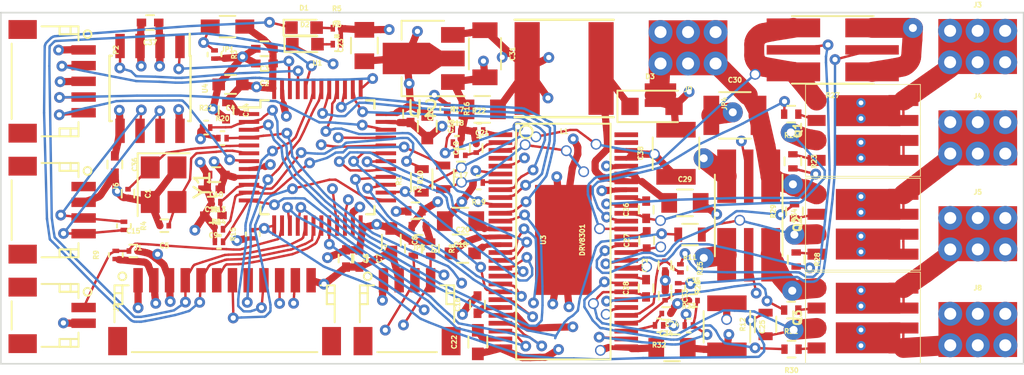
<source format=kicad_pcb>
(kicad_pcb (version 4) (host pcbnew 4.0.6)
  (layers (0 F.Cu signal) (1 In1.Cu signal) (2 In2.Cu signal) (31 B.Cu signal) (35 F.Paste user) (36 B.SilkS user) (37 F.SilkS user) (38 B.Mask user) (39 F.Mask user) (44 Edge.Cuts user))
  (net 0 "")
  (net 1 "Net-(C1-Pad1)")
  (net 2 GND)
  (net 3 +3V3)
  (net 4 "Net-(C5-Pad1)")
  (net 5 /IN_VOLTAGE)
  (net 6 /TEMP_MOTOR)
  (net 7 "Net-(C16-Pad1)")
  (net 8 "Net-(C17-Pad1)")
  (net 9 "Net-(C17-Pad2)")
  (net 10 "Net-(C18-Pad1)")
  (net 11 "Net-(C20-Pad1)")
  (net 12 "Net-(C20-Pad2)")
  (net 13 +5V)
  (net 14 "Net-(C22-Pad2)")
  (net 15 DC_SUPPLY)
  (net 16 /power/PHASE_A)
  (net 17 "Net-(C26-Pad2)")
  (net 18 /power/PHASE_B)
  (net 19 "Net-(C27-Pad2)")
  (net 20 /power/PHASE_C)
  (net 21 "Net-(C28-Pad2)")
  (net 22 "Net-(C29-Pad1)")
  (net 23 "Net-(C29-Pad2)")
  (net 24 /power/SN_A)
  (net 25 /power/SP_A)
  (net 26 /power/SN_C)
  (net 27 /power/SP_C)
  (net 28 "Net-(D1-Pad2)")
  (net 29 /PB0)
  (net 30 "Net-(D2-Pad2)")
  (net 31 /PA7)
  (net 32 /ADC_IN9)
  (net 33 /PB12)
  (net 34 /UART_TX)
  (net 35 /UART_RX)
  (net 36 /USB_DM)
  (net 37 /USB_DP)
  (net 38 /CANL)
  (net 39 /CANH)
  (net 40 "Net-(J7-Pad1)")
  (net 41 /SDA)
  (net 42 /SCL)
  (net 43 GNDPWR)
  (net 44 "Net-(JP1-Pad2)")
  (net 45 /SWCLK)
  (net 46 /SWDIO)
  (net 47 /NRST)
  (net 48 "Net-(Q1-Pad2)")
  (net 49 /power/SL_A)
  (net 50 "Net-(Q1-Pad4)")
  (net 51 "Net-(Q2-Pad2)")
  (net 52 "Net-(Q2-Pad4)")
  (net 53 "Net-(Q3-Pad2)")
  (net 54 /power/SL_C)
  (net 55 "Net-(Q3-Pad4)")
  (net 56 /PHA_V)
  (net 57 /PHB_V)
  (net 58 /PHC_V)
  (net 59 "Net-(R16-Pad2)")
  (net 60 "Net-(R19-Pad1)")
  (net 61 /DRV_FAULT)
  (net 62 /DRV_OCTW)
  (net 63 "Net-(R22-Pad2)")
  (net 64 /power/GH_A)
  (net 65 /power/GL_A)
  (net 66 "Net-(R25-Pad1)")
  (net 67 "Net-(R26-Pad1)")
  (net 68 /power/GH_B)
  (net 69 /power/GL_B)
  (net 70 /power/GH_C)
  (net 71 /power/GL_C)
  (net 72 "Net-(R32-Pad1)")
  (net 73 "Net-(R33-Pad1)")
  (net 74 /DRV_DC_CAL)
  (net 75 /SO2)
  (net 76 /SO1)
  (net 77 /DRV_EN_GATE)
  (net 78 /TIM1_CH1N)
  (net 79 /TIM1_CH2N)
  (net 80 /TIM1_CH3N)
  (net 81 /TIM1_CH1)
  (net 82 /TIM1_CH2)
  (net 83 /TIM1_CH3)
  (net 84 /DRV_CS)
  (net 85 /SCK)
  (net 86 /MISO)
  (net 87 /MOSI)
  (net 88 /CAN_RX)
  (net 89 /CAN_TX)
  (module hlib:SolderWirePad_single_SMD_5x3.5mm_holes (layer F.Cu) (at 182 103.8)
    (fp_text reference J5 (at 0 -2.65) (layer F.SilkS) (effects (font (size 0.3048 0.3048) (thickness 0.0762))))
    (fp_text value CONN_01X01)
    (pad 1 smd rect (at 0 0) (size 5 3.5) (layers F.Cu F.Mask) (net 20 /power/PHASE_C))
    (pad 1 thru_hole circle (at -1.75 -1) (size 1.524 1.524) (drill 0.762) (layers *.Cu F.Mask) (net 20 /power/PHASE_C))
    (pad 1 thru_hole circle (at 0 -1) (size 1.524 1.524) (drill 0.762) (layers *.Cu F.Mask) (net 20 /power/PHASE_C))
    (pad 1 thru_hole circle (at 1.75 -1) (size 1.524 1.524) (drill 0.762) (layers *.Cu F.Mask) (net 20 /power/PHASE_C))
    (pad 1 thru_hole circle (at 1.75 1) (size 1.524 1.524) (drill 0.762) (layers *.Cu F.Mask) (net 20 /power/PHASE_C))
    (pad 1 thru_hole circle (at 0 1) (size 1.524 1.524) (drill 0.762) (layers *.Cu F.Mask) (net 20 /power/PHASE_C))
    (pad 1 thru_hole circle (at -1.75 1) (size 1.524 1.524) (drill 0.762) (layers *.Cu F.Mask) (net 20 /power/PHASE_C))
  )
  (module hlib:SolderWirePad_single_SMD_5x3.5mm_holes (layer F.Cu) (at 182 97.7)
    (fp_text reference J4 (at 0 -2.65) (layer F.SilkS) (effects (font (size 0.3048 0.3048) (thickness 0.0762))))
    (fp_text value CONN_01X01)
    (pad 1 smd rect (at 0 0) (size 5 3.5) (layers F.Cu F.Mask) (net 18 /power/PHASE_B))
    (pad 1 thru_hole circle (at -1.75 -1) (size 1.524 1.524) (drill 0.762) (layers *.Cu F.Mask) (net 18 /power/PHASE_B))
    (pad 1 thru_hole circle (at 0 -1) (size 1.524 1.524) (drill 0.762) (layers *.Cu F.Mask) (net 18 /power/PHASE_B))
    (pad 1 thru_hole circle (at 1.75 -1) (size 1.524 1.524) (drill 0.762) (layers *.Cu F.Mask) (net 18 /power/PHASE_B))
    (pad 1 thru_hole circle (at 1.75 1) (size 1.524 1.524) (drill 0.762) (layers *.Cu F.Mask) (net 18 /power/PHASE_B))
    (pad 1 thru_hole circle (at 0 1) (size 1.524 1.524) (drill 0.762) (layers *.Cu F.Mask) (net 18 /power/PHASE_B))
    (pad 1 thru_hole circle (at -1.75 1) (size 1.524 1.524) (drill 0.762) (layers *.Cu F.Mask) (net 18 /power/PHASE_B))
  )
  (module hlib:SolderWirePad_single_SMD_5x3.5mm_holes (layer F.Cu) (at 181.991 91.8845)
    (fp_text reference J3 (at 0 -2.65) (layer F.SilkS) (effects (font (size 0.3048 0.3048) (thickness 0.0762))))
    (fp_text value CONN_01X01)
    (pad 1 smd rect (at 0 0) (size 5 3.5) (layers F.Cu F.Mask) (net 16 /power/PHASE_A))
    (pad 1 thru_hole circle (at -1.75 -1) (size 1.524 1.524) (drill 0.762) (layers *.Cu F.Mask) (net 16 /power/PHASE_A))
    (pad 1 thru_hole circle (at 0 -1) (size 1.524 1.524) (drill 0.762) (layers *.Cu F.Mask) (net 16 /power/PHASE_A))
    (pad 1 thru_hole circle (at 1.75 -1) (size 1.524 1.524) (drill 0.762) (layers *.Cu F.Mask) (net 16 /power/PHASE_A))
    (pad 1 thru_hole circle (at 1.75 1) (size 1.524 1.524) (drill 0.762) (layers *.Cu F.Mask) (net 16 /power/PHASE_A))
    (pad 1 thru_hole circle (at 0 1) (size 1.524 1.524) (drill 0.762) (layers *.Cu F.Mask) (net 16 /power/PHASE_A))
    (pad 1 thru_hole circle (at -1.75 1) (size 1.524 1.524) (drill 0.762) (layers *.Cu F.Mask) (net 16 /power/PHASE_A))
  )
  (module Capacitors_SMD:C_1210 (layer F.Cu) (at 166.052 109.728 270)
    (fp_text reference C25 (at 0 -2.25 270) (layer F.SilkS) (effects (font (size 0.3048 0.3048) (thickness 0.0762))))
    (fp_text value 4.7u)
    (pad 1 smd rect (at -1.5 0 270) (size 1 2.5) (layers F.Cu F.Paste F.Mask) (net 15 DC_SUPPLY))
    (pad 2 smd rect (at 1.5 0 270) (size 1 2.5) (layers F.Cu F.Paste F.Mask) (net 2 GND))
  )
  (module Resistors_SMD:R_0603 (layer F.Cu) (at 163.705 103.855 180)
    (fp_text reference R11 (at 0 -1.45 180) (layer F.SilkS) (effects (font (size 0.3048 0.3048) (thickness 0.0762))))
    (fp_text value 47k)
    (pad 1 smd rect (at -0.75 0 180) (size 0.5 0.9) (layers F.Cu F.Paste F.Mask) (net 18 /power/PHASE_B))
    (pad 2 smd rect (at 0.75 0 180) (size 0.5 0.9) (layers F.Cu F.Paste F.Mask) (net 57 /PHB_V))
  )
  (module Capacitors_SMD:C_0805 (layer F.Cu) (at 163.382 101.838)
    (fp_text reference C29 (at 0 -1.5) (layer F.SilkS) (effects (font (size 0.3048 0.3048) (thickness 0.0762))))
    (fp_text value 0.1u)
    (pad 1 smd rect (at -1 0) (size 1 1.25) (layers F.Cu F.Paste F.Mask) (net 22 "Net-(C29-Pad1)"))
    (pad 2 smd rect (at 1 0) (size 1 1.25) (layers F.Cu F.Paste F.Mask) (net 23 "Net-(C29-Pad2)"))
  )
  (module Capacitors_SMD:C_1210 (layer F.Cu) (at 162.814 98.679 90)
    (fp_text reference C38 (at 0 -2.25 90) (layer F.SilkS) (effects (font (size 0.3048 0.3048) (thickness 0.0762))))
    (fp_text value 4.7u)
    (pad 1 smd rect (at -1.5 0 90) (size 1 2.5) (layers F.Cu F.Paste F.Mask) (net 15 DC_SUPPLY))
    (pad 2 smd rect (at 1.5 0 90) (size 1 2.5) (layers F.Cu F.Paste F.Mask) (net 2 GND))
  )
  (module Capacitors_SMD:C_0805 (layer F.Cu) (at 162.56 111.062)
    (fp_text reference C24 (at 0 -1.5) (layer F.SilkS) (effects (font (size 0.3048 0.3048) (thickness 0.0762))))
    (fp_text value 0.1u)
    (pad 1 smd rect (at -1 0) (size 1 1.25) (layers F.Cu F.Paste F.Mask) (net 15 DC_SUPPLY))
    (pad 2 smd rect (at 1 0) (size 1 1.25) (layers F.Cu F.Paste F.Mask) (net 2 GND))
  )
  (module Capacitors_SMD:C_0201 (layer F.Cu) (at 163.902 108.056)
    (fp_text reference C35 (at 0 -1.27) (layer F.SilkS) (effects (font (size 0.3048 0.3048) (thickness 0.0762))))
    (fp_text value 2.2n)
    (pad 1 smd rect (at -0.28 0) (size 0.3 0.35) (layers F.Cu F.Paste F.Mask) (net 2 GND))
    (pad 2 smd rect (at 0.28 0) (size 0.3 0.35) (layers F.Cu F.Paste F.Mask) (net 27 /power/SP_C))
  )
  (module Resistors_SMD:R_0201 (layer F.Cu) (at 163.628 109.647)
    (fp_text reference R33 (at 0 -1.25) (layer F.SilkS) (effects (font (size 0.3048 0.3048) (thickness 0.0762))))
    (fp_text value 100)
    (pad 1 smd rect (at -0.26 0) (size 0.28 0.43) (layers F.Cu F.Paste F.Mask) (net 73 "Net-(R33-Pad1)"))
    (pad 2 smd rect (at 0.26 0) (size 0.28 0.43) (layers F.Cu F.Paste F.Mask) (net 27 /power/SP_C))
  )
  (module Resistors_SMD:R_0201 (layer F.Cu) (at 161.739 109.635 180)
    (fp_text reference R32 (at 0 -1.25 180) (layer F.SilkS) (effects (font (size 0.3048 0.3048) (thickness 0.0762))))
    (fp_text value 100)
    (pad 1 smd rect (at -0.26 0 180) (size 0.28 0.43) (layers F.Cu F.Paste F.Mask) (net 72 "Net-(R32-Pad1)"))
    (pad 2 smd rect (at 0.26 0 180) (size 0.28 0.43) (layers F.Cu F.Paste F.Mask) (net 26 /power/SN_C))
  )
  (module Capacitors_SMD:C_0201 (layer F.Cu) (at 162.12 107.7521 270)
    (fp_text reference C33 (at 0 -1.27 270) (layer F.SilkS) (effects (font (size 0.3048 0.3048) (thickness 0.0762))))
    (fp_text value 2.2n)
    (pad 1 smd rect (at -0.28 0 270) (size 0.3 0.35) (layers F.Cu F.Paste F.Mask) (net 2 GND))
    (pad 2 smd rect (at 0.28 0 270) (size 0.3 0.35) (layers F.Cu F.Paste F.Mask) (net 25 /power/SP_A))
  )
  (module Resistors_SMD:R_0201 (layer F.Cu) (at 162.957 107.21 270)
    (fp_text reference R26 (at 0 -1.25 270) (layer F.SilkS) (effects (font (size 0.3048 0.3048) (thickness 0.0762))))
    (fp_text value 100)
    (pad 1 smd rect (at -0.26 0 270) (size 0.28 0.43) (layers F.Cu F.Paste F.Mask) (net 67 "Net-(R26-Pad1)"))
    (pad 2 smd rect (at 0.26 0 270) (size 0.28 0.43) (layers F.Cu F.Paste F.Mask) (net 25 /power/SP_A))
  )
  (module Capacitors_SMD:C_0201 (layer F.Cu) (at 162.191 108.878 180)
    (fp_text reference C34 (at 0 -1.27 180) (layer F.SilkS) (effects (font (size 0.3048 0.3048) (thickness 0.0762))))
    (fp_text value 2.2n)
    (pad 1 smd rect (at -0.28 0 180) (size 0.3 0.35) (layers F.Cu F.Paste F.Mask) (net 2 GND))
    (pad 2 smd rect (at 0.28 0 180) (size 0.3 0.35) (layers F.Cu F.Paste F.Mask) (net 26 /power/SN_C))
  )
  (module Capacitors_SMD:C_0402 (layer F.Cu) (at 160.9115 107.2745 90)
    (fp_text reference C28 (at 0 -1.27 90) (layer F.SilkS) (effects (font (size 0.3048 0.3048) (thickness 0.0762))))
    (fp_text value 0.1u)
    (pad 1 smd rect (at -0.55 0 90) (size 0.6 0.5) (layers F.Cu F.Paste F.Mask) (net 20 /power/PHASE_C))
    (pad 2 smd rect (at 0.55 0 90) (size 0.6 0.5) (layers F.Cu F.Paste F.Mask) (net 21 "Net-(C28-Pad2)"))
  )
  (module Capacitors_SMD:C_0201 (layer F.Cu) (at 162.1114 105.8068 90)
    (fp_text reference C32 (at 0 -1.27 90) (layer F.SilkS) (effects (font (size 0.3048 0.3048) (thickness 0.0762))))
    (fp_text value 2.2n)
    (pad 1 smd rect (at -0.28 0 90) (size 0.3 0.35) (layers F.Cu F.Paste F.Mask) (net 2 GND))
    (pad 2 smd rect (at 0.28 0 90) (size 0.3 0.35) (layers F.Cu F.Paste F.Mask) (net 24 /power/SN_A))
  )
  (module Resistors_SMD:R_0201 (layer F.Cu) (at 163.096 106.005 270)
    (fp_text reference R25 (at 0 -1.25 270) (layer F.SilkS) (effects (font (size 0.3048 0.3048) (thickness 0.0762))))
    (fp_text value 100)
    (pad 1 smd rect (at -0.26 0 270) (size 0.28 0.43) (layers F.Cu F.Paste F.Mask) (net 66 "Net-(R25-Pad1)"))
    (pad 2 smd rect (at 0.26 0 270) (size 0.28 0.43) (layers F.Cu F.Paste F.Mask) (net 24 /power/SN_A))
  )
  (module Capacitors_SMD:C_0402 (layer F.Cu) (at 160.918 102.274 90)
    (fp_text reference C26 (at 0 -1.27 90) (layer F.SilkS) (effects (font (size 0.3048 0.3048) (thickness 0.0762))))
    (fp_text value 0.1u)
    (pad 1 smd rect (at -0.55 0 90) (size 0.6 0.5) (layers F.Cu F.Paste F.Mask) (net 16 /power/PHASE_A))
    (pad 2 smd rect (at 0.55 0 90) (size 0.6 0.5) (layers F.Cu F.Paste F.Mask) (net 17 "Net-(C26-Pad2)"))
  )
  (module Capacitors_SMD:C_0402 (layer F.Cu) (at 160.952 104.227 90)
    (fp_text reference C27 (at 0 -1.27 90) (layer F.SilkS) (effects (font (size 0.3048 0.3048) (thickness 0.0762))))
    (fp_text value 0.1u)
    (pad 1 smd rect (at -0.55 0 90) (size 0.6 0.5) (layers F.Cu F.Paste F.Mask) (net 18 /power/PHASE_B))
    (pad 2 smd rect (at 0.55 0 90) (size 0.6 0.5) (layers F.Cu F.Paste F.Mask) (net 19 "Net-(C27-Pad2)"))
  )
  (module Capacitors_SMD:C_0201 (layer F.Cu) (at 127.977 101.249 270)
    (fp_text reference C1 (at 0 -1.27 270) (layer F.SilkS) (effects (font (size 0.3048 0.3048) (thickness 0.0762))))
    (fp_text value 10p)
    (pad 1 smd rect (at -0.28 0 270) (size 0.3 0.35) (layers F.Cu F.Paste F.Mask) (net 1 "Net-(C1-Pad1)"))
    (pad 2 smd rect (at 0.28 0 270) (size 0.3 0.35) (layers F.Cu F.Paste F.Mask) (net 2 GND))
  )
  (module Capacitors_SMD:C_0402 (layer F.Cu) (at 136.652 92.964 180)
    (fp_text reference C2 (at 0 -1.27 180) (layer F.SilkS) (effects (font (size 0.3048 0.3048) (thickness 0.0762))))
    (fp_text value 0.1u)
    (pad 1 smd rect (at -0.55 0 180) (size 0.6 0.5) (layers F.Cu F.Paste F.Mask) (net 3 +3V3))
    (pad 2 smd rect (at 0.55 0 180) (size 0.6 0.5) (layers F.Cu F.Paste F.Mask) (net 2 GND))
  )
  (module Capacitors_SMD:C_0402 (layer F.Cu) (at 136.648 92.0253 180)
    (fp_text reference C3 (at 0 -1.27 180) (layer F.SilkS) (effects (font (size 0.3048 0.3048) (thickness 0.0762))))
    (fp_text value 0.1u)
    (pad 1 smd rect (at -0.55 0 180) (size 0.6 0.5) (layers F.Cu F.Paste F.Mask) (net 3 +3V3))
    (pad 2 smd rect (at 0.55 0 180) (size 0.6 0.5) (layers F.Cu F.Paste F.Mask) (net 2 GND))
  )
  (module Capacitors_SMD:C_0603 (layer F.Cu) (at 134.493 94.2975 180)
    (fp_text reference C4 (at 0 -1.5 180) (layer F.SilkS) (effects (font (size 0.3048 0.3048) (thickness 0.0762))))
    (fp_text value 4.7u)
    (pad 1 smd rect (at -0.75 0 180) (size 0.8 0.75) (layers F.Cu F.Paste F.Mask) (net 3 +3V3))
    (pad 2 smd rect (at 0.75 0 180) (size 0.8 0.75) (layers F.Cu F.Paste F.Mask) (net 2 GND))
  )
  (module Capacitors_SMD:C_0201 (layer F.Cu) (at 130.288 103.291 180)
    (fp_text reference C5 (at 0 -1.27 180) (layer F.SilkS) (effects (font (size 0.3048 0.3048) (thickness 0.0762))))
    (fp_text value 10p)
    (pad 1 smd rect (at -0.28 0 180) (size 0.3 0.35) (layers F.Cu F.Paste F.Mask) (net 4 "Net-(C5-Pad1)"))
    (pad 2 smd rect (at 0.28 0 180) (size 0.3 0.35) (layers F.Cu F.Paste F.Mask) (net 2 GND))
  )
  (module Capacitors_SMD:C_0402 (layer F.Cu) (at 141.836 105.375 270)
    (fp_text reference C6 (at 0 -1.27 270) (layer F.SilkS) (effects (font (size 0.3048 0.3048) (thickness 0.0762))))
    (fp_text value 0.1u)
    (pad 1 smd rect (at -0.55 0 270) (size 0.6 0.5) (layers F.Cu F.Paste F.Mask) (net 3 +3V3))
    (pad 2 smd rect (at 0.55 0 270) (size 0.6 0.5) (layers F.Cu F.Paste F.Mask) (net 2 GND))
  )
  (module Capacitors_SMD:C_0402 (layer F.Cu) (at 142.686 105.375 270)
    (fp_text reference C7 (at 0 -1.27 270) (layer F.SilkS) (effects (font (size 0.3048 0.3048) (thickness 0.0762))))
    (fp_text value 0.1u)
    (pad 1 smd rect (at -0.55 0 270) (size 0.6 0.5) (layers F.Cu F.Paste F.Mask) (net 3 +3V3))
    (pad 2 smd rect (at 0.55 0 270) (size 0.6 0.5) (layers F.Cu F.Paste F.Mask) (net 2 GND))
  )
  (module Capacitors_SMD:C_0603 (layer F.Cu) (at 144.716 104.216 270)
    (fp_text reference C8 (at 0 -1.5 270) (layer F.SilkS) (effects (font (size 0.3048 0.3048) (thickness 0.0762))))
    (fp_text value 4.7u)
    (pad 1 smd rect (at -0.75 0 270) (size 0.8 0.75) (layers F.Cu F.Paste F.Mask) (net 3 +3V3))
    (pad 2 smd rect (at 0.75 0 270) (size 0.8 0.75) (layers F.Cu F.Paste F.Mask) (net 2 GND))
  )
  (module Capacitors_SMD:C_0402 (layer F.Cu) (at 133.405 102.631 180)
    (fp_text reference C9 (at 0 -1.27 180) (layer F.SilkS) (effects (font (size 0.3048 0.3048) (thickness 0.0762))))
    (fp_text value 0.1u)
    (pad 1 smd rect (at -0.55 0 180) (size 0.6 0.5) (layers F.Cu F.Paste F.Mask) (net 5 /IN_VOLTAGE))
    (pad 2 smd rect (at 0.55 0 180) (size 0.6 0.5) (layers F.Cu F.Paste F.Mask) (net 2 GND))
  )
  (module Capacitors_SMD:C_0402 (layer F.Cu) (at 133.59 100.039 180)
    (fp_text reference C10 (at 0 -1.27 180) (layer F.SilkS) (effects (font (size 0.3048 0.3048) (thickness 0.0762))))
    (fp_text value 10n)
    (pad 1 smd rect (at -0.55 0 180) (size 0.6 0.5) (layers F.Cu F.Paste F.Mask) (net 3 +3V3))
    (pad 2 smd rect (at 0.55 0 180) (size 0.6 0.5) (layers F.Cu F.Paste F.Mask) (net 2 GND))
  )
  (module Capacitors_SMD:C_0402 (layer F.Cu) (at 133.289 100.979 180)
    (fp_text reference C11 (at 0 -1.27 180) (layer F.SilkS) (effects (font (size 0.3048 0.3048) (thickness 0.0762))))
    (fp_text value 1u)
    (pad 1 smd rect (at -0.55 0 180) (size 0.6 0.5) (layers F.Cu F.Paste F.Mask) (net 3 +3V3))
    (pad 2 smd rect (at 0.55 0 180) (size 0.6 0.5) (layers F.Cu F.Paste F.Mask) (net 2 GND))
  )
  (module Capacitors_SMD:C_0402 (layer F.Cu) (at 145.938 96.1696 270)
    (fp_text reference C12 (at 0 -1.27 270) (layer F.SilkS) (effects (font (size 0.3048 0.3048) (thickness 0.0762))))
    (fp_text value 0.1u)
    (pad 1 smd rect (at -0.55 0 270) (size 0.6 0.5) (layers F.Cu F.Paste F.Mask) (net 3 +3V3))
    (pad 2 smd rect (at 0.55 0 270) (size 0.6 0.5) (layers F.Cu F.Paste F.Mask) (net 2 GND))
  )
  (module Capacitors_SMD:C_0603 (layer F.Cu) (at 147.001 96.9599 270)
    (fp_text reference C13 (at 0 -1.5 270) (layer F.SilkS) (effects (font (size 0.3048 0.3048) (thickness 0.0762))))
    (fp_text value 4.7u)
    (pad 1 smd rect (at -0.75 0 270) (size 0.8 0.75) (layers F.Cu F.Paste F.Mask) (net 3 +3V3))
    (pad 2 smd rect (at 0.75 0 270) (size 0.8 0.75) (layers F.Cu F.Paste F.Mask) (net 2 GND))
  )
  (module Capacitors_SMD:C_0402 (layer F.Cu) (at 134.211 95.9364 270)
    (fp_text reference C14 (at 0 -1.27 270) (layer F.SilkS) (effects (font (size 0.3048 0.3048) (thickness 0.0762))))
    (fp_text value 0.1u)
    (pad 1 smd rect (at -0.55 0 270) (size 0.6 0.5) (layers F.Cu F.Paste F.Mask) (net 3 +3V3))
    (pad 2 smd rect (at 0.55 0 270) (size 0.6 0.5) (layers F.Cu F.Paste F.Mask) (net 2 GND))
  )
  (module Capacitors_SMD:C_0201 (layer F.Cu) (at 128.316 104.9)
    (fp_text reference C15 (at 0 -1.27) (layer F.SilkS) (effects (font (size 0.3048 0.3048) (thickness 0.0762))))
    (fp_text value 4.7n)
    (pad 1 smd rect (at -0.28 0) (size 0.3 0.35) (layers F.Cu F.Paste F.Mask) (net 6 /TEMP_MOTOR))
    (pad 2 smd rect (at 0.28 0) (size 0.3 0.35) (layers F.Cu F.Paste F.Mask) (net 2 GND))
  )
  (module Capacitors_SMD:C_0402 (layer F.Cu) (at 150.196 108.316 90)
    (fp_text reference C16 (at 0 -1.27 90) (layer F.SilkS) (effects (font (size 0.3048 0.3048) (thickness 0.0762))))
    (fp_text value 2.2u)
    (pad 1 smd rect (at -0.55 0 90) (size 0.6 0.5) (layers F.Cu F.Paste F.Mask) (net 7 "Net-(C16-Pad1)"))
    (pad 2 smd rect (at 0.55 0 90) (size 0.6 0.5) (layers F.Cu F.Paste F.Mask) (net 2 GND))
  )
  (module Capacitors_SMD:C_0201 (layer F.Cu) (at 149.14 98.8097 180)
    (fp_text reference C17 (at 0 -1.27 180) (layer F.SilkS) (effects (font (size 0.3048 0.3048) (thickness 0.0762))))
    (fp_text value 6.8n)
    (pad 1 smd rect (at -0.28 0 180) (size 0.3 0.35) (layers F.Cu F.Paste F.Mask) (net 8 "Net-(C17-Pad1)"))
    (pad 2 smd rect (at 0.28 0 180) (size 0.3 0.35) (layers F.Cu F.Paste F.Mask) (net 9 "Net-(C17-Pad2)"))
  )
  (module Capacitors_SMD:C_0805 (layer F.Cu) (at 149.116 103 180)
    (fp_text reference C18 (at 0 -1.5 180) (layer F.SilkS) (effects (font (size 0.3048 0.3048) (thickness 0.0762))))
    (fp_text value 4.7u)
    (pad 1 smd rect (at -1 0 180) (size 1 1.25) (layers F.Cu F.Paste F.Mask) (net 10 "Net-(C18-Pad1)"))
    (pad 2 smd rect (at 1 0 180) (size 1 1.25) (layers F.Cu F.Paste F.Mask) (net 2 GND))
  )
  (module Capacitors_SMD:C_0201 (layer F.Cu) (at 150.114 98.3544 90)
    (fp_text reference C19 (at 0 -1.27 90) (layer F.SilkS) (effects (font (size 0.3048 0.3048) (thickness 0.0762))))
    (fp_text value 120p)
    (pad 1 smd rect (at -0.28 0 90) (size 0.3 0.35) (layers F.Cu F.Paste F.Mask) (net 8 "Net-(C17-Pad1)"))
    (pad 2 smd rect (at 0.28 0 90) (size 0.3 0.35) (layers F.Cu F.Paste F.Mask) (net 2 GND))
  )
  (module Capacitors_SMD:C_0603 (layer F.Cu) (at 149.259 105.053)
    (fp_text reference C20 (at 0 -1.5) (layer F.SilkS) (effects (font (size 0.3048 0.3048) (thickness 0.0762))))
    (fp_text value 22n)
    (pad 1 smd rect (at -0.75 0) (size 0.8 0.75) (layers F.Cu F.Paste F.Mask) (net 11 "Net-(C20-Pad1)"))
    (pad 2 smd rect (at 0.75 0) (size 0.8 0.75) (layers F.Cu F.Paste F.Mask) (net 12 "Net-(C20-Pad2)"))
  )
  (module Capacitors_SMD:C_0805 (layer F.Cu) (at 150.495 95.885 180)
    (fp_text reference C21 (at 0 -1.5 180) (layer F.SilkS) (effects (font (size 0.3048 0.3048) (thickness 0.0762))))
    (fp_text value 10u)
    (pad 1 smd rect (at -1 0 180) (size 1 1.25) (layers F.Cu F.Paste F.Mask) (net 13 +5V))
    (pad 2 smd rect (at 1 0 180) (size 1 1.25) (layers F.Cu F.Paste F.Mask) (net 2 GND))
  )
  (module Capacitors_SMD:C_0603 (layer F.Cu) (at 150.216 110.7 90)
    (fp_text reference C22 (at 0 -1.5 90) (layer F.SilkS) (effects (font (size 0.3048 0.3048) (thickness 0.0762))))
    (fp_text value 2.2u)
    (pad 1 smd rect (at -0.75 0 90) (size 0.8 0.75) (layers F.Cu F.Paste F.Mask) (net 2 GND))
    (pad 2 smd rect (at 0.75 0 90) (size 0.8 0.75) (layers F.Cu F.Paste F.Mask) (net 14 "Net-(C22-Pad2)"))
  )
  (module Capacitors_SMD:C_0805 (layer F.Cu) (at 143.002 91.821 90)
    (fp_text reference C23 (at 0 -1.5 90) (layer F.SilkS) (effects (font (size 0.3048 0.3048) (thickness 0.0762))))
    (fp_text value 22u)
    (pad 1 smd rect (at -1 0 90) (size 1 1.25) (layers F.Cu F.Paste F.Mask) (net 3 +3V3))
    (pad 2 smd rect (at 1 0 90) (size 1 1.25) (layers F.Cu F.Paste F.Mask) (net 2 GND))
  )
  (module Capacitors_SMD:C_1210 (layer F.Cu) (at 166.56 96.266)
    (fp_text reference C30 (at 0 -2.25) (layer F.SilkS) (effects (font (size 0.3048 0.3048) (thickness 0.0762))))
    (fp_text value 4.7u)
    (pad 1 smd rect (at -1.5 0) (size 1 2.5) (layers F.Cu F.Paste F.Mask) (net 15 DC_SUPPLY))
    (pad 2 smd rect (at 1.5 0) (size 1 2.5) (layers F.Cu F.Paste F.Mask) (net 43 GNDPWR))
  )
  (module Capacitors_SMD:C_1206 (layer F.Cu) (at 150.668 92.3445 270)
    (fp_text reference C31 (at 0 -1.75 270) (layer F.SilkS) (effects (font (size 0.3048 0.3048) (thickness 0.0762))))
    (fp_text value 100u)
    (pad 1 smd rect (at -1.5 0 270) (size 1 1.6) (layers F.Cu F.Paste F.Mask) (net 13 +5V))
    (pad 2 smd rect (at 1.5 0 270) (size 1 1.6) (layers F.Cu F.Paste F.Mask) (net 2 GND))
  )
  (module Capacitors_SMD:C_0402 (layer F.Cu) (at 127.14 99.3953 270)
    (fp_text reference C36 (at 0 -1.27 270) (layer F.SilkS) (effects (font (size 0.3048 0.3048) (thickness 0.0762))))
    (fp_text value 0.1u)
    (pad 1 smd rect (at -0.55 0 270) (size 0.6 0.5) (layers F.Cu F.Paste F.Mask) (net 3 +3V3))
    (pad 2 smd rect (at 0.55 0 270) (size 0.6 0.5) (layers F.Cu F.Paste F.Mask) (net 2 GND))
  )
  (module Capacitors_SMD:C_0402 (layer F.Cu) (at 129.381 90.3573 180)
    (fp_text reference C37 (at 0 -1.27 180) (layer F.SilkS) (effects (font (size 0.3048 0.3048) (thickness 0.0762))))
    (fp_text value 0.1u)
    (pad 1 smd rect (at -0.55 0 180) (size 0.6 0.5) (layers F.Cu F.Paste F.Mask) (net 2 GND))
    (pad 2 smd rect (at 0.55 0 180) (size 0.6 0.5) (layers F.Cu F.Paste F.Mask) (net 13 +5V))
  )
  (module LEDs:LED_0603 (layer F.Cu) (at 139.166 90.6803)
    (fp_text reference D1 (at 0 -1.25) (layer F.SilkS) (effects (font (size 0.3048 0.3048) (thickness 0.0762))))
    (fp_text value LED-GREEN)
    (pad 2 smd rect (at 0.8 0 180) (size 0.8 0.8) (layers F.Cu F.Paste F.Mask) (net 28 "Net-(D1-Pad2)"))
    (pad 1 smd rect (at -0.8 0 180) (size 0.8 0.8) (layers F.Cu F.Paste F.Mask) (net 29 /PB0))
  )
  (module LEDs:LED_0603 (layer F.Cu) (at 139.222 91.736)
    (fp_text reference D2 (at 0 -1.25) (layer F.SilkS) (effects (font (size 0.3048 0.3048) (thickness 0.0762))))
    (fp_text value LED-RED)
    (pad 2 smd rect (at 0.8 0 180) (size 0.8 0.8) (layers F.Cu F.Paste F.Mask) (net 30 "Net-(D2-Pad2)"))
    (pad 1 smd rect (at -0.8 0 180) (size 0.8 0.8) (layers F.Cu F.Paste F.Mask) (net 31 /PA7))
  )
  (module Diodes_SMD:D_SOD-123F (layer F.Cu) (at 161.29 95.6945)
    (fp_text reference D3 (at -0.127 -1.905) (layer F.SilkS) (effects (font (size 0.3048 0.3048) (thickness 0.0762))))
    (fp_text value D_Schottky)
    (pad 1 smd rect (at -1.4 0) (size 1.1 1.1) (layers F.Cu F.Paste F.Mask) (net 22 "Net-(C29-Pad1)"))
    (pad 2 smd rect (at 1.4 0) (size 1.1 1.1) (layers F.Cu F.Paste F.Mask) (net 2 GND))
  )
  (module Connectors_JST:JST_SH_SM12B-SRSS-TB_12x1.00mm_Angled (layer F.Cu) (at 134.116 108.7)
    (fp_text reference J1 (at -5.5 -4) (layer F.SilkS) (effects (font (size 0.3048 0.3048) (thickness 0.0762))))
    (fp_text value "More IO")
    (pad 1 smd rect (at -5.5 -1.9375) (size 0.6 1.55) (layers F.Cu F.Paste F.Mask) (net 13 +5V))
    (pad 2 smd rect (at -4.5 -1.9375) (size 0.6 1.55) (layers F.Cu F.Paste F.Mask) (net 3 +3V3))
    (pad 3 smd rect (at -3.5 -1.9375) (size 0.6 1.55) (layers F.Cu F.Paste F.Mask) (net 2 GND))
    (pad 4 smd rect (at -2.5 -1.9375) (size 0.6 1.55) (layers F.Cu F.Paste F.Mask) (net 31 /PA7))
    (pad 5 smd rect (at -1.5 -1.9375) (size 0.6 1.55) (layers F.Cu F.Paste F.Mask) (net 29 /PB0))
    (pad 6 smd rect (at -0.5 -1.9375) (size 0.6 1.55) (layers F.Cu F.Paste F.Mask) (net 32 /ADC_IN9))
    (pad 7 smd rect (at 0.5 -1.9375) (size 0.6 1.55) (layers F.Cu F.Paste F.Mask) (net 33 /PB12))
    (pad 8 smd rect (at 1.5 -1.9375) (size 0.6 1.55) (layers F.Cu F.Paste F.Mask) (net 34 /UART_TX))
    (pad 9 smd rect (at 2.5 -1.9375) (size 0.6 1.55) (layers F.Cu F.Paste F.Mask) (net 35 /UART_RX))
    (pad 10 smd rect (at 3.5 -1.9375) (size 0.6 1.55) (layers F.Cu F.Paste F.Mask) (net 36 /USB_DM))
    (pad 11 smd rect (at 4.5 -1.9375) (size 0.6 1.55) (layers F.Cu F.Paste F.Mask) (net 37 /USB_DP))
    (pad 12 smd rect (at 5.5 -1.9375) (size 0.6 1.55) (layers F.Cu F.Paste F.Mask) (net 2 GND))
    (pad "" smd rect (at -6.8 1.9375) (size 1.2 1.8) (layers F.Cu F.Paste F.Mask))
    (pad "" smd rect (at 6.8 1.9375) (size 1.2 1.8) (layers F.Cu F.Paste F.Mask))
  )
  (module Connectors_JST:JST_SH_SM02B-SRSS-TB_02x1.00mm_Angled (layer F.Cu) (at 123.216 109 270)
    (fp_text reference J2 (at -0.5 -4 270) (layer F.SilkS) (effects (font (size 0.3048 0.3048) (thickness 0.0762))))
    (fp_text value TEMP)
    (pad 1 smd rect (at -0.5 -1.9375 270) (size 0.6 1.55) (layers F.Cu F.Paste F.Mask) (net 6 /TEMP_MOTOR))
    (pad 2 smd rect (at 0.5 -1.9375 270) (size 0.6 1.55) (layers F.Cu F.Paste F.Mask) (net 2 GND))
    (pad "" smd rect (at -1.8 1.9375 270) (size 1.2 1.8) (layers F.Cu F.Paste F.Mask))
    (pad "" smd rect (at 1.8 1.9375 270) (size 1.2 1.8) (layers F.Cu F.Paste F.Mask))
  )
  (module Connectors_JST:JST_SH_SM04B-SRSS-TB_04x1.00mm_Angled (layer F.Cu) (at 123.216 102.3 270)
    (fp_text reference J6 (at -1.5 -4 270) (layer F.SilkS) (effects (font (size 0.3048 0.3048) (thickness 0.0762))))
    (fp_text value CAN)
    (pad 1 smd rect (at -1.5 -1.9375 270) (size 0.6 1.55) (layers F.Cu F.Paste F.Mask))
    (pad 2 smd rect (at -0.5 -1.9375 270) (size 0.6 1.55) (layers F.Cu F.Paste F.Mask) (net 2 GND))
    (pad 3 smd rect (at 0.5 -1.9375 270) (size 0.6 1.55) (layers F.Cu F.Paste F.Mask) (net 38 /CANL))
    (pad 4 smd rect (at 1.5 -1.9375 270) (size 0.6 1.55) (layers F.Cu F.Paste F.Mask) (net 39 /CANH))
    (pad "" smd rect (at -2.8 1.9375 270) (size 1.2 1.8) (layers F.Cu F.Paste F.Mask))
    (pad "" smd rect (at 2.8 1.9375 270) (size 1.2 1.8) (layers F.Cu F.Paste F.Mask))
  )
  (module Connectors_JST:JST_SH_SM04B-SRSS-TB_04x1.00mm_Angled (layer F.Cu) (at 145.716 108.7)
    (fp_text reference J7 (at -1.5 -4) (layer F.SilkS) (effects (font (size 0.3048 0.3048) (thickness 0.0762))))
    (fp_text value I2C)
    (pad 1 smd rect (at -1.5 -1.9375) (size 0.6 1.55) (layers F.Cu F.Paste F.Mask) (net 40 "Net-(J7-Pad1)"))
    (pad 2 smd rect (at -0.5 -1.9375) (size 0.6 1.55) (layers F.Cu F.Paste F.Mask) (net 2 GND))
    (pad 3 smd rect (at 0.5 -1.9375) (size 0.6 1.55) (layers F.Cu F.Paste F.Mask) (net 41 /SDA))
    (pad 4 smd rect (at 1.5 -1.9375) (size 0.6 1.55) (layers F.Cu F.Paste F.Mask) (net 42 /SCL))
    (pad "" smd rect (at -2.8 1.9375) (size 1.2 1.8) (layers F.Cu F.Paste F.Mask))
    (pad "" smd rect (at 2.8 1.9375) (size 1.2 1.8) (layers F.Cu F.Paste F.Mask))
  )
  (module Resistors_SMD:R_0603_HandSoldering (layer F.Cu) (at 134.302 90.6145 180)
    (fp_text reference JP1 (at 0 -1.45 180) (layer F.SilkS) (effects (font (size 0.3048 0.3048) (thickness 0.0762))))
    (fp_text value "Boot Mode")
    (pad 1 smd rect (at -1.1 0 180) (size 1.2 0.9) (layers F.Cu F.Paste F.Mask) (net 3 +3V3))
    (pad 2 smd rect (at 1.1 0 180) (size 1.2 0.9) (layers F.Cu F.Paste F.Mask) (net 44 "Net-(JP1-Pad2)"))
  )
  (module Resistors_SMD:R_0402 (layer F.Cu) (at 146.248 102.341)
    (fp_text reference JP2 (at 0 -1.35) (layer F.SilkS) (effects (font (size 0.3048 0.3048) (thickness 0.0762))))
    (fp_text value Jumper_NO_Small)
    (pad 1 smd rect (at -0.45 0) (size 0.4 0.6) (layers F.Cu F.Paste F.Mask) (net 13 +5V))
    (pad 2 smd rect (at 0.45 0) (size 0.4 0.6) (layers F.Cu F.Paste F.Mask) (net 40 "Net-(J7-Pad1)"))
  )
  (module Resistors_SMD:R_0402 (layer F.Cu) (at 146.466 103.35 180)
    (fp_text reference JP3 (at 0 -1.35 180) (layer F.SilkS) (effects (font (size 0.3048 0.3048) (thickness 0.0762))))
    (fp_text value Jumper_NC_Small)
    (pad 1 smd rect (at -0.45 0 180) (size 0.4 0.6) (layers F.Cu F.Paste F.Mask) (net 3 +3V3))
    (pad 2 smd rect (at 0.45 0 180) (size 0.4 0.6) (layers F.Cu F.Paste F.Mask) (net 40 "Net-(J7-Pad1)"))
  )
  (module Inductors:Inductor_Taiyo-Yuden_NR-60xx (layer F.Cu) (at 155.702 93.2815 180)
    (fp_text reference L1 (at 0 -4 180) (layer F.SilkS) (effects (font (size 0.3048 0.3048) (thickness 0.0762))))
    (fp_text value 22u)
    (pad 1 smd rect (at -2.35 0 180) (size 1.6 5.9) (layers F.Cu F.Paste F.Mask) (net 22 "Net-(C29-Pad1)"))
    (pad 2 smd rect (at 2.35 0 180) (size 1.6 5.9) (layers F.Cu F.Paste F.Mask) (net 13 +5V))
  )
  (module Connectors_JST:JST_SH_SM05B-SRSS-TB_05x1.00mm_Angled (layer F.Cu) (at 123.216 94.1 270)
    (fp_text reference P2 (at -2 -4 270) (layer F.SilkS) (effects (font (size 0.3048 0.3048) (thickness 0.0762))))
    (fp_text value SWD)
    (pad 1 smd rect (at -2 -1.9375 270) (size 0.6 1.55) (layers F.Cu F.Paste F.Mask) (net 3 +3V3))
    (pad 2 smd rect (at -1 -1.9375 270) (size 0.6 1.55) (layers F.Cu F.Paste F.Mask) (net 45 /SWCLK))
    (pad 3 smd rect (at 0 -1.9375 270) (size 0.6 1.55) (layers F.Cu F.Paste F.Mask) (net 2 GND))
    (pad 4 smd rect (at 1 -1.9375 270) (size 0.6 1.55) (layers F.Cu F.Paste F.Mask) (net 46 /SWDIO))
    (pad 5 smd rect (at 2 -1.9375 270) (size 0.6 1.55) (layers F.Cu F.Paste F.Mask) (net 47 /NRST))
    (pad "" smd rect (at -3.3 1.9375 270) (size 1.2 1.8) (layers F.Cu F.Paste F.Mask))
    (pad "" smd rect (at 3.3 1.9375 270) (size 1.2 1.8) (layers F.Cu F.Paste F.Mask))
  )
  (module Resistors_SMD:R_0603 (layer F.Cu) (at 146.646 100.436 90)
    (fp_text reference R1 (at 0 -1.45 90) (layer F.SilkS) (effects (font (size 0.3048 0.3048) (thickness 0.0762))))
    (fp_text value 47k)
    (pad 1 smd rect (at -0.75 0 90) (size 0.5 0.9) (layers F.Cu F.Paste F.Mask) (net 15 DC_SUPPLY))
    (pad 2 smd rect (at 0.75 0 90) (size 0.5 0.9) (layers F.Cu F.Paste F.Mask) (net 5 /IN_VOLTAGE))
  )
  (module Resistors_SMD:R_0201 (layer F.Cu) (at 133.584 101.796 180)
    (fp_text reference R2 (at 0 -1.25 180) (layer F.SilkS) (effects (font (size 0.3048 0.3048) (thickness 0.0762))))
    (fp_text value 2k7)
    (pad 1 smd rect (at -0.26 0 180) (size 0.28 0.43) (layers F.Cu F.Paste F.Mask) (net 5 /IN_VOLTAGE))
    (pad 2 smd rect (at 0.26 0 180) (size 0.28 0.43) (layers F.Cu F.Paste F.Mask) (net 2 GND))
  )
  (module Resistors_SMD:R_0201 (layer F.Cu) (at 133.477 92.3925 270)
    (fp_text reference R3 (at 0 -1.25 270) (layer F.SilkS) (effects (font (size 0.3048 0.3048) (thickness 0.0762))))
    (fp_text value 100k)
    (pad 1 smd rect (at -0.26 0 270) (size 0.28 0.43) (layers F.Cu F.Paste F.Mask) (net 44 "Net-(JP1-Pad2)"))
    (pad 2 smd rect (at 0.26 0 270) (size 0.28 0.43) (layers F.Cu F.Paste F.Mask) (net 2 GND))
  )
  (module Resistors_SMD:R_0201 (layer F.Cu) (at 127.716 103.3 270)
    (fp_text reference R4 (at 0 -1.25 270) (layer F.SilkS) (effects (font (size 0.3048 0.3048) (thickness 0.0762))))
    (fp_text value 120)
    (pad 1 smd rect (at -0.26 0 270) (size 0.28 0.43) (layers F.Cu F.Paste F.Mask) (net 38 /CANL))
    (pad 2 smd rect (at 0.26 0 270) (size 0.28 0.43) (layers F.Cu F.Paste F.Mask) (net 39 /CANH))
  )
  (module Resistors_SMD:R_0201 (layer F.Cu) (at 141.254 90.72)
    (fp_text reference R5 (at 0 -1.25) (layer F.SilkS) (effects (font (size 0.3048 0.3048) (thickness 0.0762))))
    (fp_text value 1k)
    (pad 1 smd rect (at -0.26 0) (size 0.28 0.43) (layers F.Cu F.Paste F.Mask) (net 28 "Net-(D1-Pad2)"))
    (pad 2 smd rect (at 0.26 0) (size 0.28 0.43) (layers F.Cu F.Paste F.Mask) (net 2 GND))
  )
  (module Resistors_SMD:R_0201 (layer F.Cu) (at 141.254 91.736)
    (fp_text reference R6 (at 0 -1.25) (layer F.SilkS) (effects (font (size 0.3048 0.3048) (thickness 0.0762))))
    (fp_text value 1k)
    (pad 1 smd rect (at -0.26 0) (size 0.28 0.43) (layers F.Cu F.Paste F.Mask) (net 30 "Net-(D2-Pad2)"))
    (pad 2 smd rect (at 0.26 0) (size 0.28 0.43) (layers F.Cu F.Paste F.Mask) (net 2 GND))
  )
  (module Resistors_SMD:R_0402 (layer F.Cu) (at 146.116 104.75 270)
    (fp_text reference R7 (at 0 -1.35 270) (layer F.SilkS) (effects (font (size 0.3048 0.3048) (thickness 0.0762))))
    (fp_text value 2k)
    (pad 1 smd rect (at -0.45 0 270) (size 0.4 0.6) (layers F.Cu F.Paste F.Mask) (net 3 +3V3))
    (pad 2 smd rect (at 0.45 0 270) (size 0.4 0.6) (layers F.Cu F.Paste F.Mask) (net 41 /SDA))
  )
  (module Resistors_SMD:R_0402 (layer F.Cu) (at 147.216 104.75 270)
    (fp_text reference R8 (at 0 -1.35 270) (layer F.SilkS) (effects (font (size 0.3048 0.3048) (thickness 0.0762))))
    (fp_text value 2k)
    (pad 1 smd rect (at -0.45 0 270) (size 0.4 0.6) (layers F.Cu F.Paste F.Mask) (net 3 +3V3))
    (pad 2 smd rect (at 0.45 0 270) (size 0.4 0.6) (layers F.Cu F.Paste F.Mask) (net 42 /SCL))
  )
  (module Resistors_SMD:R_0201 (layer F.Cu) (at 127.201 105.152 90)
    (fp_text reference R9 (at 0 -1.25 90) (layer F.SilkS) (effects (font (size 0.3048 0.3048) (thickness 0.0762))))
    (fp_text value 10k)
    (pad 1 smd rect (at -0.26 0 90) (size 0.28 0.43) (layers F.Cu F.Paste F.Mask) (net 3 +3V3))
    (pad 2 smd rect (at 0.26 0 90) (size 0.28 0.43) (layers F.Cu F.Paste F.Mask) (net 6 /TEMP_MOTOR))
  )
  (module Resistors_SMD:R_0603 (layer F.Cu) (at 148.011 100.209 90)
    (fp_text reference R10 (at 0 -1.45 90) (layer F.SilkS) (effects (font (size 0.3048 0.3048) (thickness 0.0762))))
    (fp_text value 47k)
    (pad 1 smd rect (at -0.75 0 90) (size 0.5 0.9) (layers F.Cu F.Paste F.Mask) (net 16 /power/PHASE_A))
    (pad 2 smd rect (at 0.75 0 90) (size 0.5 0.9) (layers F.Cu F.Paste F.Mask) (net 56 /PHA_V))
  )
  (module Resistors_SMD:R_0603 (layer F.Cu) (at 168.509 109.578 90)
    (fp_text reference R12 (at 0 -1.45 90) (layer F.SilkS) (effects (font (size 0.3048 0.3048) (thickness 0.0762))))
    (fp_text value 47k)
    (pad 1 smd rect (at -0.75 0 90) (size 0.5 0.9) (layers F.Cu F.Paste F.Mask) (net 20 /power/PHASE_C))
    (pad 2 smd rect (at 0.75 0 90) (size 0.5 0.9) (layers F.Cu F.Paste F.Mask) (net 58 /PHC_V))
  )
  (module Resistors_SMD:R_0201 (layer F.Cu) (at 133.753 103.515)
    (fp_text reference R13 (at 0 -1.25) (layer F.SilkS) (effects (font (size 0.3048 0.3048) (thickness 0.0762))))
    (fp_text value 2k7)
    (pad 1 smd rect (at -0.26 0) (size 0.28 0.43) (layers F.Cu F.Paste F.Mask) (net 2 GND))
    (pad 2 smd rect (at 0.26 0) (size 0.28 0.43) (layers F.Cu F.Paste F.Mask) (net 56 /PHA_V))
  )
  (module Resistors_SMD:R_0201 (layer F.Cu) (at 133.76 104.314)
    (fp_text reference R14 (at 0 -1.25) (layer F.SilkS) (effects (font (size 0.3048 0.3048) (thickness 0.0762))))
    (fp_text value 2k7)
    (pad 1 smd rect (at -0.26 0) (size 0.28 0.43) (layers F.Cu F.Paste F.Mask) (net 2 GND))
    (pad 2 smd rect (at 0.26 0) (size 0.28 0.43) (layers F.Cu F.Paste F.Mask) (net 57 /PHB_V))
  )
  (module Resistors_SMD:R_0201 (layer F.Cu) (at 135.91 103.833 90)
    (fp_text reference R15 (at 0 -1.25 90) (layer F.SilkS) (effects (font (size 0.3048 0.3048) (thickness 0.0762))))
    (fp_text value 2k7)
    (pad 1 smd rect (at -0.26 0 90) (size 0.28 0.43) (layers F.Cu F.Paste F.Mask) (net 2 GND))
    (pad 2 smd rect (at 0.26 0 90) (size 0.28 0.43) (layers F.Cu F.Paste F.Mask) (net 58 /PHC_V))
  )
  (module Resistors_SMD:R_0201 (layer F.Cu) (at 148.269 95.8428 270)
    (fp_text reference R16 (at 0 -1.25 270) (layer F.SilkS) (effects (font (size 0.3048 0.3048) (thickness 0.0762))))
    (fp_text value 18k)
    (pad 1 smd rect (at -0.26 0 270) (size 0.28 0.43) (layers F.Cu F.Paste F.Mask) (net 13 +5V))
    (pad 2 smd rect (at 0.26 0 270) (size 0.28 0.43) (layers F.Cu F.Paste F.Mask) (net 59 "Net-(R16-Pad2)"))
  )
  (module Resistors_SMD:R_0201 (layer F.Cu) (at 148.89 97.1563)
    (fp_text reference R17 (at 0 -1.25) (layer F.SilkS) (effects (font (size 0.3048 0.3048) (thickness 0.0762))))
    (fp_text value 3k3)
    (pad 1 smd rect (at -0.26 0) (size 0.28 0.43) (layers F.Cu F.Paste F.Mask) (net 59 "Net-(R16-Pad2)"))
    (pad 2 smd rect (at 0.26 0) (size 0.28 0.43) (layers F.Cu F.Paste F.Mask) (net 2 GND))
  )
  (module Resistors_SMD:R_0201 (layer F.Cu) (at 148.89 98.0063)
    (fp_text reference R18 (at 0 -1.25) (layer F.SilkS) (effects (font (size 0.3048 0.3048) (thickness 0.0762))))
    (fp_text value 15k)
    (pad 1 smd rect (at -0.26 0) (size 0.28 0.43) (layers F.Cu F.Paste F.Mask) (net 9 "Net-(C17-Pad2)"))
    (pad 2 smd rect (at 0.26 0) (size 0.28 0.43) (layers F.Cu F.Paste F.Mask) (net 2 GND))
  )
  (module Resistors_SMD:R_0201 (layer F.Cu) (at 150.271 100.541 180)
    (fp_text reference R19 (at 0 -1.25 180) (layer F.SilkS) (effects (font (size 0.3048 0.3048) (thickness 0.0762))))
    (fp_text value 10k)
    (pad 1 smd rect (at -0.26 0 180) (size 0.28 0.43) (layers F.Cu F.Paste F.Mask) (net 60 "Net-(R19-Pad1)"))
    (pad 2 smd rect (at 0.26 0 180) (size 0.28 0.43) (layers F.Cu F.Paste F.Mask) (net 2 GND))
  )
  (module Resistors_SMD:R_0201 (layer F.Cu) (at 133.983 97.7171)
    (fp_text reference R20 (at 0 -1.25) (layer F.SilkS) (effects (font (size 0.3048 0.3048) (thickness 0.0762))))
    (fp_text value 10k)
    (pad 1 smd rect (at -0.26 0) (size 0.28 0.43) (layers F.Cu F.Paste F.Mask) (net 3 +3V3))
    (pad 2 smd rect (at 0.26 0) (size 0.28 0.43) (layers F.Cu F.Paste F.Mask) (net 61 /DRV_FAULT))
  )
  (module Resistors_SMD:R_0201 (layer F.Cu) (at 132.942 97.0442)
    (fp_text reference R21 (at 0 -1.25) (layer F.SilkS) (effects (font (size 0.3048 0.3048) (thickness 0.0762))))
    (fp_text value 10k)
    (pad 1 smd rect (at -0.26 0) (size 0.28 0.43) (layers F.Cu F.Paste F.Mask) (net 3 +3V3))
    (pad 2 smd rect (at 0.26 0) (size 0.28 0.43) (layers F.Cu F.Paste F.Mask) (net 62 /DRV_OCTW))
  )
  (module Resistors_SMD:R_0201 (layer F.Cu) (at 150.295 97.232)
    (fp_text reference R22 (at 0 -1.25) (layer F.SilkS) (effects (font (size 0.3048 0.3048) (thickness 0.0762))))
    (fp_text value 220k)
    (pad 1 smd rect (at -0.26 0) (size 0.28 0.43) (layers F.Cu F.Paste F.Mask) (net 2 GND))
    (pad 2 smd rect (at 0.26 0) (size 0.28 0.43) (layers F.Cu F.Paste F.Mask) (net 63 "Net-(R22-Pad2)"))
  )
  (module Resistors_SMD:R_0402 (layer F.Cu) (at 170.246 99.1944 270)
    (fp_text reference R23 (at 0 -1.35 270) (layer F.SilkS) (effects (font (size 0.3048 0.3048) (thickness 0.0762))))
    (fp_text value 2R2)
    (pad 1 smd rect (at -0.45 0 270) (size 0.4 0.6) (layers F.Cu F.Paste F.Mask) (net 50 "Net-(Q1-Pad4)"))
    (pad 2 smd rect (at 0.45 0 270) (size 0.4 0.6) (layers F.Cu F.Paste F.Mask) (net 64 /power/GH_A))
  )
  (module Resistors_SMD:R_0402 (layer F.Cu) (at 170.141 96.1895 180)
    (fp_text reference R24 (at 0 -1.35 180) (layer F.SilkS) (effects (font (size 0.3048 0.3048) (thickness 0.0762))))
    (fp_text value 2R2)
    (pad 1 smd rect (at -0.45 0 180) (size 0.4 0.6) (layers F.Cu F.Paste F.Mask) (net 48 "Net-(Q1-Pad2)"))
    (pad 2 smd rect (at 0.45 0 180) (size 0.4 0.6) (layers F.Cu F.Paste F.Mask) (net 65 /power/GL_A))
  )
  (module hlib:R_shunt_4_terminal_2512 (layer F.Cu) (at 172.779 92.0973 180)
    (fp_text reference R27 (at 0 -2.9 180) (layer F.SilkS) (effects (font (size 0.3048 0.3048) (thickness 0.0762))))
    (fp_text value 1m)
    (pad 1 smd rect (at -2.5 -1.4 180) (size 3.4 1.2) (layers F.Cu F.Paste F.Mask) (net 43 GNDPWR))
    (pad 4 smd rect (at 2.5 -1.4 180) (size 3.4 1.2) (layers F.Cu F.Paste F.Mask) (net 49 /power/SL_A))
    (pad 1 smd rect (at -2.5 1.4 180) (size 3.4 1.2) (layers F.Cu F.Paste F.Mask) (net 43 GNDPWR))
    (pad 4 smd rect (at 2.5 1.4 180) (size 3.4 1.2) (layers F.Cu F.Paste F.Mask) (net 49 /power/SL_A))
    (pad 2 smd rect (at -2.5 0 180) (size 3.4 0.6) (layers F.Cu F.Paste F.Mask) (net 67 "Net-(R26-Pad1)"))
    (pad 3 smd rect (at 2.5 0 180) (size 3.4 0.6) (layers F.Cu F.Paste F.Mask) (net 66 "Net-(R25-Pad1)"))
  )
  (module Resistors_SMD:R_0402 (layer F.Cu) (at 170.454 105.444 270)
    (fp_text reference R28 (at 0 -1.35 270) (layer F.SilkS) (effects (font (size 0.3048 0.3048) (thickness 0.0762))))
    (fp_text value 2R2)
    (pad 1 smd rect (at -0.45 0 270) (size 0.4 0.6) (layers F.Cu F.Paste F.Mask) (net 52 "Net-(Q2-Pad4)"))
    (pad 2 smd rect (at 0.45 0 270) (size 0.4 0.6) (layers F.Cu F.Paste F.Mask) (net 68 /power/GH_B))
  )
  (module Resistors_SMD:R_0402 (layer F.Cu) (at 170.348 102.377 90)
    (fp_text reference R29 (at 0 -1.35 90) (layer F.SilkS) (effects (font (size 0.3048 0.3048) (thickness 0.0762))))
    (fp_text value 2R2)
    (pad 1 smd rect (at -0.45 0 90) (size 0.4 0.6) (layers F.Cu F.Paste F.Mask) (net 51 "Net-(Q2-Pad2)"))
    (pad 2 smd rect (at 0.45 0 90) (size 0.4 0.6) (layers F.Cu F.Paste F.Mask) (net 69 /power/GL_B))
  )
  (module Resistors_SMD:R_0402 (layer F.Cu) (at 170.161 111.15 180)
    (fp_text reference R30 (at 0 -1.35 180) (layer F.SilkS) (effects (font (size 0.3048 0.3048) (thickness 0.0762))))
    (fp_text value 2R2)
    (pad 1 smd rect (at -0.45 0 180) (size 0.4 0.6) (layers F.Cu F.Paste F.Mask) (net 55 "Net-(Q3-Pad4)"))
    (pad 2 smd rect (at 0.45 0 180) (size 0.4 0.6) (layers F.Cu F.Paste F.Mask) (net 70 /power/GH_C))
  )
  (module Resistors_SMD:R_0402 (layer F.Cu) (at 170.141 108.661 180)
    (fp_text reference R31 (at 0 -1.35 180) (layer F.SilkS) (effects (font (size 0.3048 0.3048) (thickness 0.0762))))
    (fp_text value 2R2)
    (pad 1 smd rect (at -0.45 0 180) (size 0.4 0.6) (layers F.Cu F.Paste F.Mask) (net 53 "Net-(Q3-Pad2)"))
    (pad 2 smd rect (at 0.45 0 180) (size 0.4 0.6) (layers F.Cu F.Paste F.Mask) (net 71 /power/GL_C))
  )
  (module hlib:R_shunt_4_terminal_2512 (layer F.Cu) (at 167.4355 102.6405 270)
    (fp_text reference R34 (at 0 -2.9 270) (layer F.SilkS) (effects (font (size 0.3048 0.3048) (thickness 0.0762))))
    (fp_text value 1m)
    (pad 1 smd rect (at -2.5 -1.4 270) (size 3.4 1.2) (layers F.Cu F.Paste F.Mask) (net 43 GNDPWR))
    (pad 4 smd rect (at 2.5 -1.4 270) (size 3.4 1.2) (layers F.Cu F.Paste F.Mask) (net 54 /power/SL_C))
    (pad 1 smd rect (at -2.5 1.4 270) (size 3.4 1.2) (layers F.Cu F.Paste F.Mask) (net 43 GNDPWR))
    (pad 4 smd rect (at 2.5 1.4 270) (size 3.4 1.2) (layers F.Cu F.Paste F.Mask) (net 54 /power/SL_C))
    (pad 2 smd rect (at -2.5 0 270) (size 3.4 0.6) (layers F.Cu F.Paste F.Mask) (net 73 "Net-(R33-Pad1)"))
    (pad 3 smd rect (at 2.5 0 270) (size 3.4 0.6) (layers F.Cu F.Paste F.Mask) (net 72 "Net-(R32-Pad1)"))
  )
  (module Housings_QFP:LQFP-48_7x7mm_Pitch0.5mm (layer F.Cu) (at 140.018 98.933)
    (fp_text reference U1 (at 0 -6) (layer F.SilkS) (effects (font (size 0.3048 0.3048) (thickness 0.0762))))
    (fp_text value STM32F042C6T6)
    (pad 1 smd rect (at -4.35 -2.75) (size 1.3 0.25) (layers F.Cu F.Paste F.Mask) (net 3 +3V3))
    (pad 2 smd rect (at -4.35 -2.25) (size 1.3 0.25) (layers F.Cu F.Paste F.Mask) (net 62 /DRV_OCTW))
    (pad 3 smd rect (at -4.35 -1.75) (size 1.3 0.25) (layers F.Cu F.Paste F.Mask) (net 74 /DRV_DC_CAL))
    (pad 4 smd rect (at -4.35 -1.25) (size 1.3 0.25) (layers F.Cu F.Paste F.Mask) (net 61 /DRV_FAULT))
    (pad 5 smd rect (at -4.35 -0.75) (size 1.3 0.25) (layers F.Cu F.Paste F.Mask) (net 1 "Net-(C1-Pad1)"))
    (pad 6 smd rect (at -4.35 -0.25) (size 1.3 0.25) (layers F.Cu F.Paste F.Mask) (net 4 "Net-(C5-Pad1)"))
    (pad 7 smd rect (at -4.35 0.25) (size 1.3 0.25) (layers F.Cu F.Paste F.Mask) (net 47 /NRST))
    (pad 8 smd rect (at -4.35 0.75) (size 1.3 0.25) (layers F.Cu F.Paste F.Mask) (net 2 GND))
    (pad 9 smd rect (at -4.35 1.25) (size 1.3 0.25) (layers F.Cu F.Paste F.Mask) (net 3 +3V3))
    (pad 10 smd rect (at -4.35 1.75) (size 1.3 0.25) (layers F.Cu F.Paste F.Mask) (net 5 /IN_VOLTAGE))
    (pad 11 smd rect (at -4.35 2.25) (size 1.3 0.25) (layers F.Cu F.Paste F.Mask) (net 56 /PHA_V))
    (pad 12 smd rect (at -4.35 2.75) (size 1.3 0.25) (layers F.Cu F.Paste F.Mask) (net 57 /PHB_V))
    (pad 13 smd rect (at -2.75 4.35 90) (size 1.3 0.25) (layers F.Cu F.Paste F.Mask) (net 58 /PHC_V))
    (pad 14 smd rect (at -2.25 4.35 90) (size 1.3 0.25) (layers F.Cu F.Paste F.Mask) (net 6 /TEMP_MOTOR))
    (pad 15 smd rect (at -1.75 4.35 90) (size 1.3 0.25) (layers F.Cu F.Paste F.Mask) (net 75 /SO2))
    (pad 16 smd rect (at -1.25 4.35 90) (size 1.3 0.25) (layers F.Cu F.Paste F.Mask) (net 76 /SO1))
    (pad 17 smd rect (at -0.75 4.35 90) (size 1.3 0.25) (layers F.Cu F.Paste F.Mask) (net 31 /PA7))
    (pad 18 smd rect (at -0.25 4.35 90) (size 1.3 0.25) (layers F.Cu F.Paste F.Mask) (net 29 /PB0))
    (pad 19 smd rect (at 0.25 4.35 90) (size 1.3 0.25) (layers F.Cu F.Paste F.Mask) (net 32 /ADC_IN9))
    (pad 20 smd rect (at 0.75 4.35 90) (size 1.3 0.25) (layers F.Cu F.Paste F.Mask) (net 77 /DRV_EN_GATE))
    (pad 21 smd rect (at 1.25 4.35 90) (size 1.3 0.25) (layers F.Cu F.Paste F.Mask) (net 42 /SCL))
    (pad 22 smd rect (at 1.75 4.35 90) (size 1.3 0.25) (layers F.Cu F.Paste F.Mask) (net 41 /SDA))
    (pad 23 smd rect (at 2.25 4.35 90) (size 1.3 0.25) (layers F.Cu F.Paste F.Mask) (net 2 GND))
    (pad 24 smd rect (at 2.75 4.35 90) (size 1.3 0.25) (layers F.Cu F.Paste F.Mask) (net 3 +3V3))
    (pad 25 smd rect (at 4.35 2.75) (size 1.3 0.25) (layers F.Cu F.Paste F.Mask) (net 33 /PB12))
    (pad 26 smd rect (at 4.35 2.25) (size 1.3 0.25) (layers F.Cu F.Paste F.Mask) (net 78 /TIM1_CH1N))
    (pad 27 smd rect (at 4.35 1.75) (size 1.3 0.25) (layers F.Cu F.Paste F.Mask) (net 79 /TIM1_CH2N))
    (pad 28 smd rect (at 4.35 1.25) (size 1.3 0.25) (layers F.Cu F.Paste F.Mask) (net 80 /TIM1_CH3N))
    (pad 29 smd rect (at 4.35 0.75) (size 1.3 0.25) (layers F.Cu F.Paste F.Mask) (net 81 /TIM1_CH1))
    (pad 30 smd rect (at 4.35 0.25) (size 1.3 0.25) (layers F.Cu F.Paste F.Mask) (net 82 /TIM1_CH2))
    (pad 31 smd rect (at 4.35 -0.25) (size 1.3 0.25) (layers F.Cu F.Paste F.Mask) (net 83 /TIM1_CH3))
    (pad 32 smd rect (at 4.35 -0.75) (size 1.3 0.25) (layers F.Cu F.Paste F.Mask) (net 36 /USB_DM))
    (pad 33 smd rect (at 4.35 -1.25) (size 1.3 0.25) (layers F.Cu F.Paste F.Mask) (net 37 /USB_DP))
    (pad 34 smd rect (at 4.35 -1.75) (size 1.3 0.25) (layers F.Cu F.Paste F.Mask) (net 46 /SWDIO))
    (pad 35 smd rect (at 4.35 -2.25) (size 1.3 0.25) (layers F.Cu F.Paste F.Mask) (net 2 GND))
    (pad 36 smd rect (at 4.35 -2.75) (size 1.3 0.25) (layers F.Cu F.Paste F.Mask) (net 3 +3V3))
    (pad 37 smd rect (at 2.75 -4.35 90) (size 1.3 0.25) (layers F.Cu F.Paste F.Mask) (net 45 /SWCLK))
    (pad 38 smd rect (at 2.25 -4.35 90) (size 1.3 0.25) (layers F.Cu F.Paste F.Mask) (net 84 /DRV_CS))
    (pad 39 smd rect (at 1.75 -4.35 90) (size 1.3 0.25) (layers F.Cu F.Paste F.Mask) (net 85 /SCK))
    (pad 40 smd rect (at 1.25 -4.35 90) (size 1.3 0.25) (layers F.Cu F.Paste F.Mask) (net 86 /MISO))
    (pad 41 smd rect (at 0.75 -4.35 90) (size 1.3 0.25) (layers F.Cu F.Paste F.Mask) (net 87 /MOSI))
    (pad 42 smd rect (at 0.25 -4.35 90) (size 1.3 0.25) (layers F.Cu F.Paste F.Mask) (net 34 /UART_TX))
    (pad 43 smd rect (at -0.25 -4.35 90) (size 1.3 0.25) (layers F.Cu F.Paste F.Mask) (net 35 /UART_RX))
    (pad 44 smd rect (at -0.75 -4.35 90) (size 1.3 0.25) (layers F.Cu F.Paste F.Mask) (net 44 "Net-(JP1-Pad2)"))
    (pad 45 smd rect (at -1.25 -4.35 90) (size 1.3 0.25) (layers F.Cu F.Paste F.Mask) (net 88 /CAN_RX))
    (pad 46 smd rect (at -1.75 -4.35 90) (size 1.3 0.25) (layers F.Cu F.Paste F.Mask) (net 89 /CAN_TX))
    (pad 47 smd rect (at -2.25 -4.35 90) (size 1.3 0.25) (layers F.Cu F.Paste F.Mask) (net 2 GND))
    (pad 48 smd rect (at -2.75 -4.35 90) (size 1.3 0.25) (layers F.Cu F.Paste F.Mask) (net 3 +3V3))
  )
  (module crf1:TSSOP-56-PP (layer F.Cu) (at 155.652 104.196 270)
    (fp_text reference U3 (at 0 1.27 270) (layer F.SilkS) (effects (font (size 0.3048 0.3048) (thickness 0.0762))))
    (fp_text value DRV8301 (at 0 -1.2065 270) (layer F.SilkS) (effects (font (size 0.3048 0.3048) (thickness 0.0762))))
    (pad 38 smd rect (at 2.30378 -4.0005 270) (size 0.29972 1.50114) (layers F.Cu F.Paste F.Mask) (net 21 "Net-(C28-Pad2)"))
    (pad 39 smd rect (at 1.8034 -4.0005 270) (size 0.29972 1.50114) (layers F.Cu F.Paste F.Mask) (net 43 GNDPWR))
    (pad 40 smd rect (at 1.30302 -4.0005 270) (size 0.29972 1.50114) (layers F.Cu F.Paste F.Mask) (net 69 /power/GL_B))
    (pad 41 smd rect (at 0.80264 -4.0005 270) (size 0.29972 1.50114) (layers F.Cu F.Paste F.Mask) (net 18 /power/PHASE_B))
    (pad 42 smd rect (at 0.30226 -4.0005 270) (size 0.29972 1.50114) (layers F.Cu F.Paste F.Mask) (net 68 /power/GH_B))
    (pad 43 smd rect (at -0.19558 -4.0005 270) (size 0.29972 1.50114) (layers F.Cu F.Paste F.Mask) (net 19 "Net-(C27-Pad2)"))
    (pad 44 smd rect (at -0.69596 -4.0005 270) (size 0.29972 1.50114) (layers F.Cu F.Paste F.Mask) (net 49 /power/SL_A))
    (pad 45 smd rect (at -1.19634 -4.0005 270) (size 0.29972 1.50114) (layers F.Cu F.Paste F.Mask) (net 65 /power/GL_A))
    (pad 46 smd rect (at -1.69672 -4.0005 270) (size 0.29972 1.50114) (layers F.Cu F.Paste F.Mask) (net 16 /power/PHASE_A))
    (pad 47 smd rect (at -2.1971 -4.0005 270) (size 0.29972 1.50114) (layers F.Cu F.Paste F.Mask) (net 64 /power/GH_A))
    (pad 48 smd rect (at -2.69748 -4.0005 270) (size 0.29972 1.50114) (layers F.Cu F.Paste F.Mask) (net 17 "Net-(C26-Pad2)"))
    (pad 29 smd rect (at 6.80212 -4.0005 270) (size 0.29972 1.50114) (layers F.Cu F.Paste F.Mask) (net 15 DC_SUPPLY))
    (pad 30 smd rect (at 6.30428 -4.0005 270) (size 0.29972 1.50114) (layers F.Cu F.Paste F.Mask) (net 27 /power/SP_C))
    (pad 31 smd rect (at 5.8039 -4.0005 270) (size 0.29972 1.50114) (layers F.Cu F.Paste F.Mask) (net 26 /power/SN_C))
    (pad 17 smd rect (at 1.30302 4.0005 270) (size 0.29972 1.50114) (layers F.Cu F.Paste F.Mask) (net 81 /TIM1_CH1))
    (pad 33 smd rect (at 4.80314 -4.0005 270) (size 0.29972 1.50114) (layers F.Cu F.Paste F.Mask) (net 24 /power/SN_A))
    (pad 34 smd rect (at 4.30276 -4.0005 270) (size 0.29972 1.50114) (layers F.Cu F.Paste F.Mask) (net 54 /power/SL_C))
    (pad 35 smd rect (at 3.80238 -4.0005 270) (size 0.29972 1.50114) (layers F.Cu F.Paste F.Mask) (net 71 /power/GL_C))
    (pad 36 smd rect (at 3.30454 -4.0005 270) (size 0.29972 1.50114) (layers F.Cu F.Paste F.Mask) (net 20 /power/PHASE_C))
    (pad 37 smd rect (at 2.80416 -4.0005 270) (size 0.29972 1.50114) (layers F.Cu F.Paste F.Mask) (net 70 /power/GH_C))
    (pad 12 smd rect (at -1.19634 4.0005 270) (size 0.29972 1.50114) (layers F.Cu F.Paste F.Mask) (net 74 /DRV_DC_CAL))
    (pad 13 smd rect (at -0.69596 4.0005 270) (size 0.29972 1.50114) (layers F.Cu F.Paste F.Mask) (net 10 "Net-(C18-Pad1)"))
    (pad 14 smd rect (at -0.19558 4.0005 270) (size 0.29972 1.50114) (layers F.Cu F.Paste F.Mask) (net 11 "Net-(C20-Pad1)"))
    (pad 15 smd rect (at 0.30226 4.0005 270) (size 0.29972 1.50114) (layers F.Cu F.Paste F.Mask) (net 12 "Net-(C20-Pad2)"))
    (pad 16 smd rect (at 0.80264 4.0005 270) (size 0.29972 1.50114) (layers F.Cu F.Paste F.Mask) (net 77 /DRV_EN_GATE))
    (pad 32 smd rect (at 5.30352 -4.0005 270) (size 0.29972 1.50114) (layers F.Cu F.Paste F.Mask) (net 25 /power/SP_A))
    (pad 18 smd rect (at 1.8034 4.0005 270) (size 0.29972 1.50114) (layers F.Cu F.Paste F.Mask) (net 78 /TIM1_CH1N))
    (pad 19 smd rect (at 2.30378 4.0005 270) (size 0.29972 1.50114) (layers F.Cu F.Paste F.Mask) (net 82 /TIM1_CH2))
    (pad 20 smd rect (at 2.80416 4.0005 270) (size 0.29972 1.50114) (layers F.Cu F.Paste F.Mask) (net 79 /TIM1_CH2N))
    (pad 21 smd rect (at 3.30454 4.0005 270) (size 0.29972 1.50114) (layers F.Cu F.Paste F.Mask) (net 83 /TIM1_CH3))
    (pad 22 smd rect (at 3.80238 4.0005 270) (size 0.29972 1.50114) (layers F.Cu F.Paste F.Mask) (net 80 /TIM1_CH3N))
    (pad 23 smd rect (at 4.30276 4.0005 270) (size 0.29972 1.50114) (layers F.Cu F.Paste F.Mask) (net 7 "Net-(C16-Pad1)"))
    (pad 24 smd rect (at 4.80314 4.0005 270) (size 0.29972 1.50114) (layers F.Cu F.Paste F.Mask) (net 3 +3V3))
    (pad 1 smd rect (at -6.69544 4.0005 270) (size 0.29972 1.50114) (layers F.Cu F.Paste F.Mask) (net 63 "Net-(R22-Pad2)"))
    (pad 2 smd rect (at -6.1976 4.0005 270) (size 0.29972 1.50114) (layers F.Cu F.Paste F.Mask) (net 8 "Net-(C17-Pad1)"))
    (pad 3 smd rect (at -5.69722 4.0005 270) (size 0.29972 1.50114) (layers F.Cu F.Paste F.Mask) (net 59 "Net-(R16-Pad2)"))
    (pad 4 smd rect (at -5.19684 4.0005 270) (size 0.29972 1.50114) (layers F.Cu F.Paste F.Mask))
    (pad 5 smd rect (at -4.69646 4.0005 270) (size 0.29972 1.50114) (layers F.Cu F.Paste F.Mask) (net 62 /DRV_OCTW))
    (pad 6 smd rect (at -4.19608 4.0005 270) (size 0.29972 1.50114) (layers F.Cu F.Paste F.Mask) (net 61 /DRV_FAULT))
    (pad 7 smd rect (at -3.6957 4.0005 270) (size 0.29972 1.50114) (layers F.Cu F.Paste F.Mask) (net 60 "Net-(R19-Pad1)"))
    (pad 8 smd rect (at -3.19786 4.0005 270) (size 0.29972 1.50114) (layers F.Cu F.Paste F.Mask) (net 84 /DRV_CS))
    (pad 9 smd rect (at -2.69748 4.0005 270) (size 0.29972 1.50114) (layers F.Cu F.Paste F.Mask) (net 87 /MOSI))
    (pad 10 smd rect (at -2.1971 4.0005 270) (size 0.29972 1.50114) (layers F.Cu F.Paste F.Mask) (net 86 /MISO))
    (pad 11 smd rect (at -1.69672 4.0005 270) (size 0.29972 1.50114) (layers F.Cu F.Paste F.Mask) (net 85 /SCK))
    (pad 25 smd rect (at 5.30352 4.0005 270) (size 0.29972 1.50114) (layers F.Cu F.Paste F.Mask) (net 76 /SO1))
    (pad 26 smd rect (at 5.8039 4.0005 270) (size 0.29972 1.50114) (layers F.Cu F.Paste F.Mask) (net 75 /SO2))
    (pad 27 smd rect (at 6.30428 4.0005 270) (size 0.29972 1.50114) (layers F.Cu F.Paste F.Mask) (net 14 "Net-(C22-Pad2)"))
    (pad 28 smd rect (at 6.80212 4.0005 270) (size 0.29972 1.50114) (layers F.Cu F.Paste F.Mask) (net 2 GND))
    (pad 49 smd rect (at -3.19786 -4.0005 270) (size 0.29972 1.50114) (layers F.Cu F.Paste F.Mask) (net 3 +3V3))
    (pad 50 smd rect (at -3.6957 -4.0005 270) (size 0.29972 1.50114) (layers F.Cu F.Paste F.Mask) (net 22 "Net-(C29-Pad1)"))
    (pad 51 smd rect (at -4.19608 -4.0005 270) (size 0.29972 1.50114) (layers F.Cu F.Paste F.Mask) (net 22 "Net-(C29-Pad1)"))
    (pad 52 smd rect (at -4.69646 -4.0005 270) (size 0.29972 1.50114) (layers F.Cu F.Paste F.Mask) (net 23 "Net-(C29-Pad2)"))
    (pad 53 smd rect (at -5.19684 -4.0005 270) (size 0.29972 1.50114) (layers F.Cu F.Paste F.Mask) (net 15 DC_SUPPLY))
    (pad 54 smd rect (at -5.69722 -4.0005 270) (size 0.29972 1.50114) (layers F.Cu F.Paste F.Mask) (net 15 DC_SUPPLY))
    (pad 55 smd rect (at -6.1976 -4.0005 270) (size 0.29972 1.50114) (layers F.Cu F.Paste F.Mask))
    (pad 56 smd rect (at -6.69544 -4.0005 270) (size 0.29972 1.50114) (layers F.Cu F.Paste F.Mask))
    (pad 57 smd rect (at 0 0 270) (size 7.00024 3.59918) (layers F.Cu F.Paste F.Mask) (net 2 GND))
  )
  (module Housings_SOIC:SOIC-8_3.9x4.9mm_Pitch1.27mm (layer F.Cu) (at 129.375 94.5504 270)
    (fp_text reference U4 (at 0 -3.5 270) (layer F.SilkS) (effects (font (size 0.3048 0.3048) (thickness 0.0762))))
    (fp_text value MCP2562-E/SN)
    (pad 1 smd rect (at -2.7 -1.905 270) (size 1.55 0.6) (layers F.Cu F.Paste F.Mask) (net 89 /CAN_TX))
    (pad 2 smd rect (at -2.7 -0.635 270) (size 1.55 0.6) (layers F.Cu F.Paste F.Mask) (net 2 GND))
    (pad 3 smd rect (at -2.7 0.635 270) (size 1.55 0.6) (layers F.Cu F.Paste F.Mask) (net 13 +5V))
    (pad 4 smd rect (at -2.7 1.905 270) (size 1.55 0.6) (layers F.Cu F.Paste F.Mask) (net 88 /CAN_RX))
    (pad 5 smd rect (at 2.7 1.905 270) (size 1.55 0.6) (layers F.Cu F.Paste F.Mask) (net 3 +3V3))
    (pad 6 smd rect (at 2.7 0.635 270) (size 1.55 0.6) (layers F.Cu F.Paste F.Mask) (net 38 /CANL))
    (pad 7 smd rect (at 2.7 -0.635 270) (size 1.55 0.6) (layers F.Cu F.Paste F.Mask) (net 39 /CANH))
    (pad 8 smd rect (at 2.7 -1.905 270) (size 1.55 0.6) (layers F.Cu F.Paste F.Mask) (net 2 GND))
  )
  (module TO_SOT_Packages_SMD:SOT89-3_Housing (layer F.Cu) (at 147.148 92.6445 180)
    (fp_text reference U2 (at 0.45 -3.2 180) (layer F.SilkS))
    (fp_text value AZ1117C)
    (pad 1 smd rect (at -1.48 -1.5 90) (size 1 1.5) (layers F.Cu F.Paste F.Mask) (net 2 GND))
    (pad 2 smd rect (at -1.48 0 90) (size 1 1.5) (layers F.Cu F.Paste F.Mask) (net 3 +3V3))
    (pad 3 smd rect (at -1.48 1.5 90) (size 1 1.5) (layers F.Cu F.Paste F.Mask) (net 13 +5V))
    (pad 2 smd rect (at 1.48 0 90) (size 2 3) (layers F.Cu F.Paste F.Mask) (net 3 +3V3))
    (pad 2 smd trapezoid (at -0.37 0 270) (size 1.5 0.75) (rect_delta 0 0.5) (layers F.Cu F.Paste F.Mask) (net 3 +3V3))
  )
  (module hlib:Crystal_SMD_3225-4pin_3.2x2.5mm (layer F.Cu) (at 130.24 100.681 270)
    (fp_text reference Y1 (at 0 -2.45 270) (layer F.SilkS))
    (fp_text value 16MHz)
    (pad 1 smd rect (at -1.1 0.85 270) (size 1.4 1.2) (layers F.Cu F.Paste F.Mask) (net 1 "Net-(C1-Pad1)"))
    (pad 2 smd rect (at 1.1 0.85 270) (size 1.4 1.2) (layers F.Cu F.Paste F.Mask) (net 2 GND))
    (pad 3 smd rect (at 1.1 -0.85 270) (size 1.4 1.2) (layers F.Cu F.Paste F.Mask) (net 4 "Net-(C5-Pad1)"))
    (pad 4 smd rect (at -1.1 -0.85 270) (size 1.4 1.2) (layers F.Cu F.Paste F.Mask) (net 2 GND))
  )
  (module hlib:SolderWirePad_single_SMD_5x3.5mm_holes (layer F.Cu) (at 182 109.9)
    (fp_text reference J8 (at 0 -2.65) (layer F.SilkS) (effects (font (size 0.3048 0.3048) (thickness 0.0762))))
    (fp_text value CONN_01X01)
    (pad 1 smd rect (at 0 0) (size 5 3.5) (layers F.Cu F.Mask) (net 15 DC_SUPPLY))
    (pad 1 thru_hole circle (at -1.75 -1) (size 1.524 1.524) (drill 0.762) (layers *.Cu F.Mask) (net 15 DC_SUPPLY))
    (pad 1 thru_hole circle (at 0 -1) (size 1.524 1.524) (drill 0.762) (layers *.Cu F.Mask) (net 15 DC_SUPPLY))
    (pad 1 thru_hole circle (at 1.75 -1) (size 1.524 1.524) (drill 0.762) (layers *.Cu F.Mask) (net 15 DC_SUPPLY))
    (pad 1 thru_hole circle (at 1.75 1) (size 1.524 1.524) (drill 0.762) (layers *.Cu F.Mask) (net 15 DC_SUPPLY))
    (pad 1 thru_hole circle (at 0 1) (size 1.524 1.524) (drill 0.762) (layers *.Cu F.Mask) (net 15 DC_SUPPLY))
    (pad 1 thru_hole circle (at -1.75 1) (size 1.524 1.524) (drill 0.762) (layers *.Cu F.Mask) (net 15 DC_SUPPLY))
  )
  (module hlib:SolderWirePad_single_SMD_5x3.5mm_holes (layer F.Cu) (at 163.581 91.9653 180)
    (fp_text reference J9 (at 0 -2.65 180) (layer F.SilkS) (effects (font (size 0.3048 0.3048) (thickness 0.0762))))
    (fp_text value CONN_01X01)
    (pad 1 smd rect (at 0 0 180) (size 5 3.5) (layers F.Cu F.Mask) (net 43 GNDPWR))
    (pad 1 thru_hole circle (at -1.75 -1 180) (size 1.524 1.524) (drill 0.762) (layers *.Cu F.Mask) (net 43 GNDPWR))
    (pad 1 thru_hole circle (at 0 -1 180) (size 1.524 1.524) (drill 0.762) (layers *.Cu F.Mask) (net 43 GNDPWR))
    (pad 1 thru_hole circle (at 1.75 -1 180) (size 1.524 1.524) (drill 0.762) (layers *.Cu F.Mask) (net 43 GNDPWR))
    (pad 1 thru_hole circle (at 1.75 1 180) (size 1.524 1.524) (drill 0.762) (layers *.Cu F.Mask) (net 43 GNDPWR))
    (pad 1 thru_hole circle (at 0 1 180) (size 1.524 1.524) (drill 0.762) (layers *.Cu F.Mask) (net 43 GNDPWR))
    (pad 1 thru_hole circle (at -1.75 1 180) (size 1.524 1.524) (drill 0.762) (layers *.Cu F.Mask) (net 43 GNDPWR))
  )
  (module hlib:NetTie-I_Connected_SMD (layer F.Cu) (at 161.826 95.4807 90)
    (fp_text reference JP4 (at -0.04064 4.06908 90) (layer F.SilkS) (effects (font (size 0.3048 0.3048) (thickness 0.0762))))
    (fp_text value Tie)
    (fp_line (start 0.5 -0.5) (end 0.5 0.5) (layer F.Cu) (width 1))
    (pad 1 smd rect (at 0 0 90) (size 0.5 2) (layers F.Cu) (net 2 GND))
    (pad 2 smd rect (at 1 0 90) (size 0.5 2) (layers F.Cu) (net 43 GNDPWR))
  )
  (module hlib:SOT-1205_open_vias (layer F.Cu) (at 174.258 97.2346)
    (fp_text reference Q1 (at -3.71348 -0.03048 270) (layer F.SilkS) (effects (font (size 0.5 0.5) (thickness 0.125))))
    (fp_text value BUK7K13-60E)
    (pad 5 smd rect (at -0.58304 1.26238 270) (size 1.1 1) (layers F.Cu F.Paste F.Mask) (net 15 DC_SUPPLY))
    (pad 8 smd rect (at 3.01696 -1.91262 270) (size 0.7 1.9) (layers F.Cu F.Paste F.Mask) (net 16 /power/PHASE_A))
    (pad 5 smd rect (at 3.01696 1.89738 270) (size 0.7 1.9) (layers F.Cu F.Paste F.Mask) (net 15 DC_SUPPLY))
    (pad 6 smd rect (at 3.01696 0.62738 270) (size 0.7 1.9) (layers F.Cu F.Paste F.Mask) (net 15 DC_SUPPLY))
    (pad 7 smd rect (at 3.01696 -0.64262 270) (size 0.7 1.9) (layers F.Cu F.Paste F.Mask) (net 16 /power/PHASE_A))
    (pad 1 smd rect (at -2.50804 -1.91262 270) (size 0.7 1.15) (layers F.Cu F.Paste F.Mask) (net 49 /power/SL_A))
    (pad 2 smd rect (at -2.50804 -0.64262 270) (size 0.7 1.15) (layers F.Cu F.Paste F.Mask) (net 48 "Net-(Q1-Pad2)"))
    (pad 3 smd rect (at -2.50804 0.62738 270) (size 0.7 1.15) (layers F.Cu F.Paste F.Mask) (net 16 /power/PHASE_A))
    (pad 4 smd rect (at -2.50804 1.89738 270) (size 0.7 1.15) (layers F.Cu F.Paste F.Mask) (net 50 "Net-(Q1-Pad4)"))
    (pad 5 smd rect (at 1.21696 1.26238 270) (size 1.1 1) (layers F.Cu F.Paste F.Mask) (net 15 DC_SUPPLY))
    (pad 8 smd rect (at 1.21696 -1.27762 270) (size 1.1 1) (layers F.Cu F.Paste F.Mask) (net 16 /power/PHASE_A))
    (pad 8 smd rect (at -0.58304 -1.27762 270) (size 1.1 1) (layers F.Cu F.Paste F.Mask) (net 16 /power/PHASE_A))
    (pad 5 smd rect (at 0.76696 1.25238 270) (size 1.97 4.1) (layers F.Cu F.Mask) (net 15 DC_SUPPLY))
    (pad 8 smd rect (at 0.76696 -1.26762 270) (size 1.97 4.1) (layers F.Cu F.Mask) (net 16 /power/PHASE_A))
    (pad 8 thru_hole circle (at 0.31696 -1.76762) (size 0.6 0.6) (drill 0.3) (layers *.Cu) (net 16 /power/PHASE_A))
    (pad 8 thru_hole circle (at 0.31696 -0.76762) (size 0.6 0.6) (drill 0.3) (layers *.Cu) (net 16 /power/PHASE_A))
    (pad 5 thru_hole circle (at 0.31696 0.75238) (size 0.6 0.6) (drill 0.3) (layers *.Cu) (net 15 DC_SUPPLY))
    (pad 5 thru_hole circle (at 0.31696 1.75238) (size 0.6 0.6) (drill 0.3) (layers *.Cu) (net 15 DC_SUPPLY))
  )
  (module hlib:SOT-1205_open_vias (layer F.Cu) (at 174.258 103.205)
    (fp_text reference Q2 (at -3.71348 -0.03048 270) (layer F.SilkS) (effects (font (size 0.5 0.5) (thickness 0.125))))
    (fp_text value BUK7K13-60E)
    (pad 5 smd rect (at -0.58304 1.26238 270) (size 1.1 1) (layers F.Cu F.Paste F.Mask) (net 15 DC_SUPPLY))
    (pad 8 smd rect (at 3.01696 -1.91262 270) (size 0.7 1.9) (layers F.Cu F.Paste F.Mask) (net 18 /power/PHASE_B))
    (pad 5 smd rect (at 3.01696 1.89738 270) (size 0.7 1.9) (layers F.Cu F.Paste F.Mask) (net 15 DC_SUPPLY))
    (pad 6 smd rect (at 3.01696 0.62738 270) (size 0.7 1.9) (layers F.Cu F.Paste F.Mask) (net 15 DC_SUPPLY))
    (pad 7 smd rect (at 3.01696 -0.64262 270) (size 0.7 1.9) (layers F.Cu F.Paste F.Mask) (net 18 /power/PHASE_B))
    (pad 1 smd rect (at -2.50804 -1.91262 270) (size 0.7 1.15) (layers F.Cu F.Paste F.Mask) (net 43 GNDPWR))
    (pad 2 smd rect (at -2.50804 -0.64262 270) (size 0.7 1.15) (layers F.Cu F.Paste F.Mask) (net 51 "Net-(Q2-Pad2)"))
    (pad 3 smd rect (at -2.50804 0.62738 270) (size 0.7 1.15) (layers F.Cu F.Paste F.Mask) (net 18 /power/PHASE_B))
    (pad 4 smd rect (at -2.50804 1.89738 270) (size 0.7 1.15) (layers F.Cu F.Paste F.Mask) (net 52 "Net-(Q2-Pad4)"))
    (pad 5 smd rect (at 1.21696 1.26238 270) (size 1.1 1) (layers F.Cu F.Paste F.Mask) (net 15 DC_SUPPLY))
    (pad 8 smd rect (at 1.21696 -1.27762 270) (size 1.1 1) (layers F.Cu F.Paste F.Mask) (net 18 /power/PHASE_B))
    (pad 8 smd rect (at -0.58304 -1.27762 270) (size 1.1 1) (layers F.Cu F.Paste F.Mask) (net 18 /power/PHASE_B))
    (pad 5 smd rect (at 0.76696 1.25238 270) (size 1.97 4.1) (layers F.Cu F.Mask) (net 15 DC_SUPPLY))
    (pad 8 smd rect (at 0.76696 -1.26762 270) (size 1.97 4.1) (layers F.Cu F.Mask) (net 18 /power/PHASE_B))
    (pad 8 thru_hole circle (at 0.31696 -1.76762) (size 0.6 0.6) (drill 0.3) (layers *.Cu) (net 18 /power/PHASE_B))
    (pad 8 thru_hole circle (at 0.31696 -0.76762) (size 0.6 0.6) (drill 0.3) (layers *.Cu) (net 18 /power/PHASE_B))
    (pad 5 thru_hole circle (at 0.31696 0.75238) (size 0.6 0.6) (drill 0.3) (layers *.Cu) (net 15 DC_SUPPLY))
    (pad 5 thru_hole circle (at 0.31696 1.75238) (size 0.6 0.6) (drill 0.3) (layers *.Cu) (net 15 DC_SUPPLY))
  )
  (module hlib:SOT-1205_open_vias (layer F.Cu) (at 174.258 109.175)
    (fp_text reference Q3 (at -3.71348 -0.03048 270) (layer F.SilkS) (effects (font (size 0.5 0.5) (thickness 0.125))))
    (fp_text value BUK7K13-60E)
    (pad 5 smd rect (at -0.58304 1.26238 270) (size 1.1 1) (layers F.Cu F.Paste F.Mask) (net 15 DC_SUPPLY))
    (pad 8 smd rect (at 3.01696 -1.91262 270) (size 0.7 1.9) (layers F.Cu F.Paste F.Mask) (net 20 /power/PHASE_C))
    (pad 5 smd rect (at 3.01696 1.89738 270) (size 0.7 1.9) (layers F.Cu F.Paste F.Mask) (net 15 DC_SUPPLY))
    (pad 6 smd rect (at 3.01696 0.62738 270) (size 0.7 1.9) (layers F.Cu F.Paste F.Mask) (net 15 DC_SUPPLY))
    (pad 7 smd rect (at 3.01696 -0.64262 270) (size 0.7 1.9) (layers F.Cu F.Paste F.Mask) (net 20 /power/PHASE_C))
    (pad 1 smd rect (at -2.50804 -1.91262 270) (size 0.7 1.15) (layers F.Cu F.Paste F.Mask) (net 54 /power/SL_C))
    (pad 2 smd rect (at -2.50804 -0.64262 270) (size 0.7 1.15) (layers F.Cu F.Paste F.Mask) (net 53 "Net-(Q3-Pad2)"))
    (pad 3 smd rect (at -2.50804 0.62738 270) (size 0.7 1.15) (layers F.Cu F.Paste F.Mask) (net 20 /power/PHASE_C))
    (pad 4 smd rect (at -2.50804 1.89738 270) (size 0.7 1.15) (layers F.Cu F.Paste F.Mask) (net 55 "Net-(Q3-Pad4)"))
    (pad 5 smd rect (at 1.21696 1.26238 270) (size 1.1 1) (layers F.Cu F.Paste F.Mask) (net 15 DC_SUPPLY))
    (pad 8 smd rect (at 1.21696 -1.27762 270) (size 1.1 1) (layers F.Cu F.Paste F.Mask) (net 20 /power/PHASE_C))
    (pad 8 smd rect (at -0.58304 -1.27762 270) (size 1.1 1) (layers F.Cu F.Paste F.Mask) (net 20 /power/PHASE_C))
    (pad 5 smd rect (at 0.76696 1.25238 270) (size 1.97 4.1) (layers F.Cu F.Mask) (net 15 DC_SUPPLY))
    (pad 8 smd rect (at 0.76696 -1.26762 270) (size 1.97 4.1) (layers F.Cu F.Mask) (net 20 /power/PHASE_C))
    (pad 8 thru_hole circle (at 0.31696 -1.76762) (size 0.6 0.6) (drill 0.3) (layers *.Cu) (net 20 /power/PHASE_C))
    (pad 8 thru_hole circle (at 0.31696 -0.76762) (size 0.6 0.6) (drill 0.3) (layers *.Cu) (net 20 /power/PHASE_C))
    (pad 5 thru_hole circle (at 0.31696 0.75238) (size 0.6 0.6) (drill 0.3) (layers *.Cu) (net 15 DC_SUPPLY))
    (pad 5 thru_hole circle (at 0.31696 1.75238) (size 0.6 0.6) (drill 0.3) (layers *.Cu) (net 15 DC_SUPPLY))
  )
  (gr_line (start 119.888 112.0775) (end 119.888 89.7255) (layer Edge.Cuts) (width 0.1))
  (gr_line (start 184.912 112.0775) (end 119.888 112.0775) (layer Edge.Cuts) (width 0.1))
  (gr_line (start 184.912 89.7255) (end 184.912 112.0775) (layer Edge.Cuts) (width 0.1))
  (gr_line (start 119.888 89.7255) (end 184.912 89.7255) (layer Edge.Cuts) (width 0.1))
  (segment (start 128.276 100.687) (end 129.39 99.5807) (width 0.1524) (layer F.Cu) (net 1))
  (segment (start 127.977 100.969) (end 128.276 100.687) (width 0.1524) (layer F.Cu) (net 1))
  (segment (start 134.457 98.2145) (end 135.668 98.183) (width 0.1524) (layer F.Cu) (net 1))
  (segment (start 134.221 98.2145) (end 134.457 98.2145) (width 0.1524) (layer F.Cu) (net 1))
  (segment (start 133.565 98.2791) (end 134.221 98.2145) (width 0.1524) (layer F.Cu) (net 1))
  (segment (start 132.425 98.3632) (end 133.565 98.2791) (width 0.1524) (layer F.Cu) (net 1))
  (segment (start 132.277 98.3772) (end 132.425 98.3632) (width 0.1524) (layer F.Cu) (net 1))
  (segment (start 131.986 98.4134) (end 132.277 98.3772) (width 0.1524) (layer F.Cu) (net 1))
  (segment (start 130.427 98.6532) (end 131.986 98.4134) (width 0.1524) (layer F.Cu) (net 1))
  (segment (start 130.397 98.6617) (end 130.427 98.6532) (width 0.1524) (layer F.Cu) (net 1))
  (segment (start 130.385 98.6667) (end 130.397 98.6617) (width 0.1524) (layer F.Cu) (net 1))
  (segment (start 130.364 98.6811) (end 130.385 98.6667) (width 0.1524) (layer F.Cu) (net 1))
  (segment (start 130.158 98.8773) (end 130.364 98.6811) (width 0.1524) (layer F.Cu) (net 1))
  (segment (start 129.406 99.5641) (end 130.158 98.8773) (width 0.1524) (layer F.Cu) (net 1))
  (segment (start 129.39 99.5807) (end 129.406 99.5641) (width 0.1524) (layer F.Cu) (net 1))
  (via (at 163.652 94.7651) (size 0.6858) (layers F.Cu B.Cu) (net 2))
  (via (at 162.133 106.776) (size 0.6858) (layers F.Cu B.Cu) (net 2))
  (via (at 166.1725 110.2101) (size 0.6858) (layers F.Cu B.Cu) (net 2))
  (via (at 162.9122 108.2466) (size 0.6858) (layers F.Cu B.Cu) (net 2))
  (via (at 156.2804 97.7669) (size 0.6858) (layers F.Cu B.Cu) (net 2))
  (via (at 150.572 92.811) (size 0.6858) (layers F.Cu B.Cu) (net 2))
  (via (at 149.237 108.935) (size 0.6858) (layers F.Cu B.Cu) (net 2))
  (via (at 155.349 111.168) (size 0.6858) (layers F.Cu B.Cu) (net 2))
  (via (at 149.199 101.769) (size 0.6858) (layers F.Cu B.Cu) (net 2))
  (via (at 156.01 108.453) (size 0.6858) (layers F.Cu B.Cu) (net 2))
  (via (at 147.939 96.9524) (size 0.6858) (layers F.Cu B.Cu) (net 2))
  (via (at 140.436 107.011) (size 0.6858) (layers F.Cu B.Cu) (net 2))
  (via (at 142.712 102.095) (size 0.6858) (layers F.Cu B.Cu) (net 2))
  (via (at 130.66 108.116) (size 0.6858) (layers F.Cu B.Cu) (net 2))
  (via (at 123.869 109.479) (size 0.6858) (layers F.Cu B.Cu) (net 2))
  (via (at 132.225 103.575) (size 0.6858) (layers F.Cu B.Cu) (net 2))
  (via (at 129.859 105.108) (size 0.6858) (layers F.Cu B.Cu) (net 2))
  (via (at 137.026 99.3952) (size 0.6858) (layers F.Cu B.Cu) (net 2))
  (via (at 132.56 99.251) (size 0.6858) (layers F.Cu B.Cu) (net 2))
  (via (at 133.378 95.8604) (size 0.6858) (layers F.Cu B.Cu) (net 2))
  (via (at 123.662 94.124) (size 0.6858) (layers F.Cu B.Cu) (net 2))
  (via (at 127.301 101.097) (size 0.6858) (layers F.Cu B.Cu) (net 2))
  (via (at 131.198 95.8923) (size 0.6858) (layers F.Cu B.Cu) (net 2))
  (via (at 138.043 96.3238) (size 0.6858) (layers F.Cu B.Cu) (net 2))
  (via (at 135.261 92.5379) (size 0.6858) (layers F.Cu B.Cu) (net 2))
  (via (at 129.987 93.1345) (size 0.6858) (layers F.Cu B.Cu) (net 2))
  (via (at 134.899 104.235) (size 0.6858) (layers F.Cu B.Cu) (net 2))
  (via (at 144.58 90.8036) (size 0.6858) (layers F.Cu B.Cu) (net 2))
  (via (at 154.979 108.27) (size 0.6858) (layers F.Cu B.Cu) (net 2))
  (via (at 155.2349 100.1739) (size 0.6858) (layers F.Cu B.Cu) (net 2))
  (segment (start 164.585 111.155) (end 163.56 111.062) (width 0.4572) (layer F.Cu) (net 2))
  (segment (start 166.052 111.228) (end 164.585 111.155) (width 0.4572) (layer F.Cu) (net 2))
  (segment (start 162.2 95.581) (end 162.69 95.6945) (width 0.4572) (layer F.Cu) (net 2))
  (segment (start 161.826 95.4807) (end 162.2 95.581) (width 0.4572) (layer F.Cu) (net 2))
  (segment (start 162.772 96.7779) (end 162.814 97.179) (width 0.4572) (layer F.Cu) (net 2))
  (segment (start 162.69 95.6945) (end 162.772 96.7779) (width 0.4572) (layer F.Cu) (net 2))
  (segment (start 163.28 95.1417) (end 163.652 94.7651) (width 0.4572) (layer F.Cu) (net 2))
  (segment (start 162.69 95.6945) (end 163.28 95.1417) (width 0.4572) (layer F.Cu) (net 2))
  (segment (start 162.1317 106.8436) (end 162.133 106.776) (width 0.4572) (layer F.Cu) (net 2))
  (segment (start 162.136 107.171) (end 162.1317 106.8436) (width 0.4572) (layer F.Cu) (net 2))
  (segment (start 162.1301 107.4721) (end 162.136 107.171) (width 0.4572) (layer F.Cu) (net 2))
  (segment (start 166.1725 110.2233) (end 166.1725 110.2101) (width 0.4572) (layer F.Cu) (net 2))
  (segment (start 166.1279 110.5295) (end 166.1725 110.2233) (width 0.4572) (layer F.Cu) (net 2))
  (segment (start 166.052 111.228) (end 166.1279 110.5295) (width 0.4572) (layer F.Cu) (net 2))
  (segment (start 149.844 93.9797) (end 150.668 93.8445) (width 0.4572) (layer F.Cu) (net 2))
  (segment (start 148.684 94.1359) (end 149.844 93.9797) (width 0.4572) (layer F.Cu) (net 2))
  (segment (start 148.628 94.1445) (end 148.684 94.1359) (width 0.4572) (layer F.Cu) (net 2))
  (segment (start 149.456 95.8001) (end 148.628 94.1445) (width 0.4572) (layer F.Cu) (net 2))
  (segment (start 149.495 95.885) (end 149.456 95.8001) (width 0.4572) (layer F.Cu) (net 2))
  (segment (start 150.658 93.7598) (end 150.572 92.811) (width 0.4572) (layer F.Cu) (net 2))
  (segment (start 150.668 93.8445) (end 150.658 93.7598) (width 0.4572) (layer F.Cu) (net 2))
  (segment (start 141.775 90.7549) (end 141.538 90.7474) (width 0.4572) (layer F.Cu) (net 2))
  (segment (start 142.545 90.8034) (end 141.775 90.7549) (width 0.4572) (layer F.Cu) (net 2))
  (segment (start 143.002 90.821) (end 142.545 90.8034) (width 0.4572) (layer F.Cu) (net 2))
  (segment (start 141.538 90.7474) (end 141.514 90.72) (width 0.2798) (layer F.Cu) (net 2))
  (segment (start 149.154 97.7932) (end 149.155 97.7755) (width 0.2798) (layer F.Cu) (net 2))
  (segment (start 149.15 98.0063) (end 149.154 97.7932) (width 0.2798) (layer F.Cu) (net 2))
  (segment (start 149.186 97.3081) (end 149.188 97.2533) (width 0.4572) (layer F.Cu) (net 2))
  (segment (start 149.155 97.7635) (end 149.186 97.3081) (width 0.4572) (layer F.Cu) (net 2))
  (segment (start 149.155 97.7755) (end 149.155 97.7635) (width 0.4572) (layer F.Cu) (net 2))
  (segment (start 149.889 97.293) (end 149.908 97.293) (width 0.4572) (layer F.Cu) (net 2))
  (segment (start 149.584 97.2364) (end 149.889 97.293) (width 0.4572) (layer F.Cu) (net 2))
  (segment (start 149.188 97.174) (end 149.584 97.2364) (width 0.4572) (layer F.Cu) (net 2))
  (segment (start 149.908 97.293) (end 150.035 97.232) (width 0.2798) (layer F.Cu) (net 2))
  (segment (start 150.008 97.4913) (end 149.988 97.3921) (width 0.4572) (layer F.Cu) (net 2))
  (segment (start 150.051 97.7551) (end 150.008 97.4913) (width 0.4572) (layer F.Cu) (net 2))
  (segment (start 150.114 98.0744) (end 150.051 97.7551) (width 0.4572) (layer F.Cu) (net 2))
  (segment (start 149.988 97.3921) (end 150.035 97.232) (width 0.2798) (layer F.Cu) (net 2))
  (segment (start 149.422 96.1886) (end 149.254 96.9955) (width 0.4572) (layer F.Cu) (net 2))
  (segment (start 149.495 95.885) (end 149.422 96.1886) (width 0.4572) (layer F.Cu) (net 2))
  (segment (start 149.254 96.9955) (end 149.15 97.1563) (width 0.2798) (layer F.Cu) (net 2))
  (segment (start 149.15 97.1563) (end 149.188 97.174) (width 0.2798) (layer F.Cu) (net 2))
  (segment (start 149.188 97.2533) (end 149.15 97.1563) (width 0.2798) (layer F.Cu) (net 2))
  (segment (start 144.867 96.7115) (end 145.226 96.7234) (width 0.2498) (layer F.Cu) (net 2))
  (segment (start 144.368 96.683) (end 144.867 96.7115) (width 0.2498) (layer F.Cu) (net 2))
  (segment (start 145.493 96.7261) (end 145.938 96.7196) (width 0.4572) (layer F.Cu) (net 2))
  (segment (start 145.226 96.7234) (end 145.493 96.7261) (width 0.4572) (layer F.Cu) (net 2))
  (segment (start 155.715 105.389) (end 155.652 104.196) (width 0.4572) (layer F.Cu) (net 2))
  (segment (start 156.01 108.453) (end 155.715 105.389) (width 0.4572) (layer F.Cu) (net 2))
  (segment (start 149.902 100.6) (end 150.011 100.515) (width 0.2798) (layer F.Cu) (net 2))
  (segment (start 149.276 108.868) (end 149.237 108.935) (width 0.4572) (layer F.Cu) (net 2))
  (segment (start 149.592 108.384) (end 149.276 108.868) (width 0.4572) (layer F.Cu) (net 2))
  (segment (start 149.626 108.341) (end 149.592 108.384) (width 0.4572) (layer F.Cu) (net 2))
  (segment (start 149.674 108.285) (end 149.626 108.341) (width 0.4572) (layer F.Cu) (net 2))
  (segment (start 149.963 107.976) (end 149.674 108.285) (width 0.4572) (layer F.Cu) (net 2))
  (segment (start 150.177 107.766) (end 149.963 107.976) (width 0.4572) (layer F.Cu) (net 2))
  (segment (start 147.199 97.5802) (end 147.939 96.9524) (width 0.4572) (layer F.Cu) (net 2))
  (segment (start 147.054 97.7099) (end 147.199 97.5802) (width 0.4572) (layer F.Cu) (net 2))
  (segment (start 146.217 96.9585) (end 147.054 97.7099) (width 0.4572) (layer F.Cu) (net 2))
  (segment (start 145.938 96.7196) (end 146.217 96.9585) (width 0.4572) (layer F.Cu) (net 2))
  (segment (start 148.647 102.377) (end 149.199 101.769) (width 0.4572) (layer F.Cu) (net 2))
  (segment (start 148.116 103) (end 148.647 102.377) (width 0.4572) (layer F.Cu) (net 2))
  (segment (start 149.24 101.718) (end 149.199 101.769) (width 0.4572) (layer F.Cu) (net 2))
  (segment (start 149.855 100.855) (end 149.24 101.718) (width 0.4572) (layer F.Cu) (net 2))
  (segment (start 149.871 100.827) (end 149.855 100.855) (width 0.4572) (layer F.Cu) (net 2))
  (segment (start 149.888 100.787) (end 149.871 100.827) (width 0.4572) (layer F.Cu) (net 2))
  (segment (start 149.9 100.723) (end 149.888 100.787) (width 0.4572) (layer F.Cu) (net 2))
  (segment (start 149.9 100.608) (end 149.9 100.723) (width 0.4572) (layer F.Cu) (net 2))
  (segment (start 149.902 100.6) (end 149.9 100.608) (width 0.4572) (layer F.Cu) (net 2))
  (segment (start 151.777 111.148) (end 151.776 111.147) (width 0.4572) (layer F.Cu) (net 2))
  (segment (start 152.978 111.664) (end 151.777 111.148) (width 0.4572) (layer F.Cu) (net 2))
  (segment (start 153.018 111.677) (end 152.978 111.664) (width 0.4572) (layer F.Cu) (net 2))
  (segment (start 153.058 111.684) (end 153.018 111.677) (width 0.4572) (layer F.Cu) (net 2))
  (segment (start 153.563 111.684) (end 153.058 111.684) (width 0.4572) (layer F.Cu) (net 2))
  (segment (start 154.159 111.67) (end 153.563 111.684) (width 0.4572) (layer F.Cu) (net 2))
  (segment (start 154.46 111.67) (end 154.159 111.67) (width 0.4572) (layer F.Cu) (net 2))
  (segment (start 154.507 111.667) (end 154.46 111.67) (width 0.4572) (layer F.Cu) (net 2))
  (segment (start 154.563 111.649) (end 154.507 111.667) (width 0.4572) (layer F.Cu) (net 2))
  (segment (start 154.587 111.64) (end 154.563 111.649) (width 0.4572) (layer F.Cu) (net 2))
  (segment (start 154.742 111.55) (end 154.587 111.64) (width 0.4572) (layer F.Cu) (net 2))
  (segment (start 155.349 111.168) (end 154.742 111.55) (width 0.4572) (layer F.Cu) (net 2))
  (segment (start 150.955 111.281) (end 151.55 111.127) (width 0.4572) (layer F.Cu) (net 2))
  (segment (start 150.216 111.45) (end 150.955 111.281) (width 0.4572) (layer F.Cu) (net 2))
  (segment (start 151.652 110.998) (end 151.776 111.147) (width 0.2996) (layer F.Cu) (net 2))
  (segment (start 151.55 111.127) (end 151.652 110.998) (width 0.2996) (layer F.Cu) (net 2))
  (segment (start 140.1538 106.9304) (end 140.436 107.011) (width 0.4572) (layer F.Cu) (net 2))
  (segment (start 139.616 106.762) (end 140.1538 106.9304) (width 0.4572) (layer F.Cu) (net 2))
  (segment (start 144.984 105.873) (end 144.716 104.966) (width 0.4572) (layer F.Cu) (net 2))
  (segment (start 145.216 106.762) (end 144.984 105.873) (width 0.4572) (layer F.Cu) (net 2))
  (segment (start 142.1536 105.9196) (end 141.836 105.925) (width 0.4572) (layer F.Cu) (net 2))
  (segment (start 142.686 105.925) (end 142.1536 105.9196) (width 0.4572) (layer F.Cu) (net 2))
  (segment (start 144.625 105.005) (end 144.716 104.966) (width 0.4572) (layer F.Cu) (net 2))
  (segment (start 142.686 105.925) (end 144.625 105.005) (width 0.4572) (layer F.Cu) (net 2))
  (segment (start 140.7365 106.7936) (end 140.436 107.011) (width 0.4572) (layer F.Cu) (net 2))
  (segment (start 140.7697 106.7671) (end 140.7365 106.7936) (width 0.4572) (layer F.Cu) (net 2))
  (segment (start 140.96 106.6248) (end 140.7697 106.7671) (width 0.4572) (layer F.Cu) (net 2))
  (segment (start 141.836 105.925) (end 140.96 106.6248) (width 0.4572) (layer F.Cu) (net 2))
  (segment (start 142.287 102.423) (end 142.288 102.418) (width 0.2498) (layer F.Cu) (net 2))
  (segment (start 142.268 103.283) (end 142.287 102.423) (width 0.2498) (layer F.Cu) (net 2))
  (segment (start 142.306 102.402) (end 142.712 102.095) (width 0.4572) (layer F.Cu) (net 2))
  (segment (start 142.288 102.418) (end 142.306 102.402) (width 0.4572) (layer F.Cu) (net 2))
  (segment (start 129.85 105.136) (end 129.759 105.372) (width 0.4572) (layer F.Cu) (net 2))
  (segment (start 129.859 105.108) (end 129.85 105.136) (width 0.4572) (layer F.Cu) (net 2))
  (segment (start 130.156 105.684) (end 129.759 105.372) (width 0.4572) (layer F.Cu) (net 2))
  (segment (start 130.231 105.762) (end 130.156 105.684) (width 0.4572) (layer F.Cu) (net 2))
  (segment (start 130.26 105.805) (end 130.231 105.762) (width 0.4572) (layer F.Cu) (net 2))
  (segment (start 130.276 105.838) (end 130.26 105.805) (width 0.4572) (layer F.Cu) (net 2))
  (segment (start 130.579 106.651) (end 130.276 105.838) (width 0.4572) (layer F.Cu) (net 2))
  (segment (start 130.616 106.762) (end 130.579 106.651) (width 0.4572) (layer F.Cu) (net 2))
  (segment (start 130.637 107.258) (end 130.616 106.762) (width 0.4572) (layer F.Cu) (net 2))
  (segment (start 130.645 107.778) (end 130.637 107.258) (width 0.4572) (layer F.Cu) (net 2))
  (segment (start 130.66 108.116) (end 130.645 107.778) (width 0.4572) (layer F.Cu) (net 2))
  (segment (start 129.018 104.982) (end 128.596 104.9) (width 0.4572) (layer F.Cu) (net 2))
  (segment (start 129.165 105.016) (end 129.018 104.982) (width 0.4572) (layer F.Cu) (net 2))
  (segment (start 129.225 105.034) (end 129.165 105.016) (width 0.4572) (layer F.Cu) (net 2))
  (segment (start 129.306 105.063) (end 129.225 105.034) (width 0.4572) (layer F.Cu) (net 2))
  (segment (start 129.347 105.081) (end 129.306 105.063) (width 0.4572) (layer F.Cu) (net 2))
  (segment (start 129.418 105.12) (end 129.347 105.081) (width 0.4572) (layer F.Cu) (net 2))
  (segment (start 129.454 105.143) (end 129.418 105.12) (width 0.4572) (layer F.Cu) (net 2))
  (segment (start 129.524 105.193) (end 129.454 105.143) (width 0.4572) (layer F.Cu) (net 2))
  (segment (start 129.676 105.306) (end 129.524 105.193) (width 0.4572) (layer F.Cu) (net 2))
  (segment (start 129.759 105.372) (end 129.676 105.306) (width 0.4572) (layer F.Cu) (net 2))
  (segment (start 136.393 99.5835) (end 136.699 99.5222) (width 0.2498) (layer F.Cu) (net 2))
  (segment (start 136.152 99.6203) (end 136.393 99.5835) (width 0.2498) (layer F.Cu) (net 2))
  (segment (start 135.668 99.683) (end 136.152 99.6203) (width 0.2498) (layer F.Cu) (net 2))
  (segment (start 137.027 99.3967) (end 137.026 99.3952) (width 0.4572) (layer F.Cu) (net 2))
  (segment (start 136.699 99.5222) (end 137.027 99.3967) (width 0.4572) (layer F.Cu) (net 2))
  (segment (start 133.559 95.9892) (end 133.378 95.8604) (width 0.4572) (layer F.Cu) (net 2))
  (segment (start 134.211 96.4864) (end 133.559 95.9892) (width 0.4572) (layer F.Cu) (net 2))
  (segment (start 133.004 99.9764) (end 133.04 100.039) (width 0.4572) (layer F.Cu) (net 2))
  (segment (start 132.56 99.251) (end 133.004 99.9764) (width 0.4572) (layer F.Cu) (net 2))
  (segment (start 133.324 101.796) (end 133.28 101.903) (width 0.2798) (layer F.Cu) (net 2))
  (segment (start 133.252 101.628) (end 133.324 101.796) (width 0.2798) (layer F.Cu) (net 2))
  (segment (start 133.19 102.042) (end 132.855 102.603) (width 0.4572) (layer F.Cu) (net 2))
  (segment (start 133.28 101.903) (end 133.19 102.042) (width 0.4572) (layer F.Cu) (net 2))
  (segment (start 130.103 100.894) (end 129.39 101.781) (width 0.4572) (layer F.Cu) (net 2))
  (segment (start 131.09 99.5807) (end 130.103 100.894) (width 0.4572) (layer F.Cu) (net 2))
  (segment (start 129.973 90.9693) (end 129.931 90.3573) (width 0.4572) (layer F.Cu) (net 2))
  (segment (start 130.01 91.8504) (end 129.973 90.9693) (width 0.4572) (layer F.Cu) (net 2))
  (segment (start 124.864 94.0981) (end 123.662 94.124) (width 0.4572) (layer F.Cu) (net 2))
  (segment (start 125.154 94.1) (end 124.864 94.0981) (width 0.4572) (layer F.Cu) (net 2))
  (segment (start 126.683 100.683) (end 127.14 99.9453) (width 0.4572) (layer F.Cu) (net 2))
  (segment (start 126.277 101.278) (end 126.683 100.683) (width 0.4572) (layer F.Cu) (net 2))
  (segment (start 126.242 101.326) (end 126.277 101.278) (width 0.4572) (layer F.Cu) (net 2))
  (segment (start 126.208 101.364) (end 126.242 101.326) (width 0.4572) (layer F.Cu) (net 2))
  (segment (start 126.149 101.419) (end 126.208 101.364) (width 0.4572) (layer F.Cu) (net 2))
  (segment (start 126.11 101.445) (end 126.149 101.419) (width 0.4572) (layer F.Cu) (net 2))
  (segment (start 126.07 101.465) (end 126.11 101.445) (width 0.4572) (layer F.Cu) (net 2))
  (segment (start 125.806 101.569) (end 126.07 101.465) (width 0.4572) (layer F.Cu) (net 2))
  (segment (start 125.154 101.8) (end 125.806 101.569) (width 0.4572) (layer F.Cu) (net 2))
  (segment (start 129.59 102.24) (end 129.39 101.781) (width 0.4572) (layer F.Cu) (net 2))
  (segment (start 130.008 103.291) (end 129.59 102.24) (width 0.4572) (layer F.Cu) (net 2))
  (segment (start 128.613 101.651) (end 129.39 101.781) (width 0.4572) (layer F.Cu) (net 2))
  (segment (start 127.977 101.529) (end 128.613 101.651) (width 0.4572) (layer F.Cu) (net 2))
  (segment (start 127.834 101.509) (end 127.784 101.506) (width 0.2998) (layer F.Cu) (net 2))
  (segment (start 127.977 101.528) (end 127.834 101.509) (width 0.2998) (layer F.Cu) (net 2))
  (segment (start 127.977 101.529) (end 127.977 101.528) (width 0.2998) (layer F.Cu) (net 2))
  (segment (start 131.208 95.999) (end 131.28 97.2504) (width 0.4572) (layer F.Cu) (net 2))
  (segment (start 131.198 95.8923) (end 131.208 95.999) (width 0.4572) (layer F.Cu) (net 2))
  (segment (start 127.296 101.099) (end 127.301 101.097) (width 0.4572) (layer F.Cu) (net 2))
  (segment (start 127.23 101.112) (end 127.296 101.099) (width 0.4572) (layer F.Cu) (net 2))
  (segment (start 127.228 101.087) (end 127.23 101.112) (width 0.4572) (layer F.Cu) (net 2))
  (segment (start 127.212 100.937) (end 127.228 101.087) (width 0.4572) (layer F.Cu) (net 2))
  (segment (start 127.15 100.039) (end 127.212 100.937) (width 0.4572) (layer F.Cu) (net 2))
  (segment (start 127.14 99.9453) (end 127.15 100.039) (width 0.4572) (layer F.Cu) (net 2))
  (segment (start 127.296 101.176) (end 127.23 101.112) (width 0.4572) (layer F.Cu) (net 2))
  (segment (start 127.585 101.44) (end 127.296 101.176) (width 0.4572) (layer F.Cu) (net 2))
  (segment (start 127.614 101.46) (end 127.585 101.44) (width 0.4572) (layer F.Cu) (net 2))
  (segment (start 127.673 101.487) (end 127.614 101.46) (width 0.4572) (layer F.Cu) (net 2))
  (segment (start 127.728 101.499) (end 127.673 101.487) (width 0.4572) (layer F.Cu) (net 2))
  (segment (start 127.731 101.5) (end 127.728 101.499) (width 0.4572) (layer F.Cu) (net 2))
  (segment (start 127.784 101.506) (end 127.731 101.5) (width 0.4572) (layer F.Cu) (net 2))
  (segment (start 137.781 94.7116) (end 137.844 95.5505) (width 0.2498) (layer F.Cu) (net 2))
  (segment (start 137.768 94.583) (end 137.781 94.7116) (width 0.2498) (layer F.Cu) (net 2))
  (segment (start 138.043 96.3131) (end 138.043 96.3238) (width 0.4572) (layer F.Cu) (net 2))
  (segment (start 138.032 96.2808) (end 138.043 96.3131) (width 0.4572) (layer F.Cu) (net 2))
  (segment (start 137.954 95.9582) (end 138.032 96.2808) (width 0.4572) (layer F.Cu) (net 2))
  (segment (start 137.844 95.5505) (end 137.954 95.9582) (width 0.4572) (layer F.Cu) (net 2))
  (segment (start 135.804 92.1975) (end 136.098 92.0253) (width 0.4572) (layer F.Cu) (net 2))
  (segment (start 135.261 92.5379) (end 135.804 92.1975) (width 0.4572) (layer F.Cu) (net 2))
  (segment (start 135.757 92.7822) (end 135.261 92.5379) (width 0.4572) (layer F.Cu) (net 2))
  (segment (start 135.931 92.8762) (end 135.757 92.7822) (width 0.4572) (layer F.Cu) (net 2))
  (segment (start 136.099 92.9606) (end 135.931 92.8762) (width 0.4572) (layer F.Cu) (net 2))
  (segment (start 136.102 92.964) (end 136.099 92.9606) (width 0.4572) (layer F.Cu) (net 2))
  (segment (start 133.738 94.324) (end 133.743 94.2975) (width 0.4572) (layer F.Cu) (net 2))
  (segment (start 133.544 95.1483) (end 133.738 94.324) (width 0.4572) (layer F.Cu) (net 2))
  (segment (start 133.378 95.8596) (end 133.544 95.1483) (width 0.4572) (layer F.Cu) (net 2))
  (segment (start 133.378 95.8604) (end 133.378 95.8596) (width 0.4572) (layer F.Cu) (net 2))
  (segment (start 130.002 92.7569) (end 129.987 93.1345) (width 0.4572) (layer F.Cu) (net 2))
  (segment (start 130.01 91.8504) (end 130.002 92.7569) (width 0.4572) (layer F.Cu) (net 2))
  (segment (start 133.011 100.977) (end 133.252 101.628) (width 0.4572) (layer F.Cu) (net 2))
  (segment (start 133.013 100.976) (end 133.011 100.977) (width 0.4572) (layer F.Cu) (net 2))
  (segment (start 133.013 100.975) (end 133.013 100.976) (width 0.4572) (layer F.Cu) (net 2))
  (segment (start 133.017 100.879) (end 133.013 100.975) (width 0.4572) (layer F.Cu) (net 2))
  (segment (start 133.04 100.039) (end 133.017 100.879) (width 0.4572) (layer F.Cu) (net 2))
  (segment (start 132.973 100.979) (end 132.739 100.979) (width 0.4572) (layer F.Cu) (net 2))
  (segment (start 133.01 100.977) (end 132.973 100.979) (width 0.4572) (layer F.Cu) (net 2))
  (segment (start 133.011 100.977) (end 133.01 100.977) (width 0.4572) (layer F.Cu) (net 2))
  (segment (start 133.5 103.768) (end 133.493 103.515) (width 0.2798) (layer F.Cu) (net 2))
  (segment (start 133.5 104.314) (end 133.5 103.768) (width 0.2798) (layer F.Cu) (net 2))
  (segment (start 133.493 103.515) (end 133.462 103.386) (width 0.2798) (layer F.Cu) (net 2))
  (segment (start 132.982 102.774) (end 132.855 102.603) (width 0.4572) (layer F.Cu) (net 2))
  (segment (start 133.234 103.092) (end 132.982 102.774) (width 0.4572) (layer F.Cu) (net 2))
  (segment (start 133.462 103.386) (end 133.234 103.092) (width 0.4572) (layer F.Cu) (net 2))
  (segment (start 132.417 103.268) (end 132.855 102.603) (width 0.4572) (layer F.Cu) (net 2))
  (segment (start 132.225 103.575) (end 132.417 103.268) (width 0.4572) (layer F.Cu) (net 2))
  (segment (start 135.856 104.093) (end 135.383 104.128) (width 0.2798) (layer F.Cu) (net 2))
  (segment (start 135.142 104.178) (end 134.899 104.235) (width 0.4572) (layer F.Cu) (net 2))
  (segment (start 135.383 104.128) (end 135.142 104.178) (width 0.4572) (layer F.Cu) (net 2))
  (segment (start 133.933 92.6362) (end 134.097 92.6345) (width 0.2798) (layer F.Cu) (net 2))
  (segment (start 133.477 92.6525) (end 133.933 92.6362) (width 0.2798) (layer F.Cu) (net 2))
  (segment (start 134.953 92.5731) (end 135.261 92.5379) (width 0.4572) (layer F.Cu) (net 2))
  (segment (start 134.097 92.6345) (end 134.953 92.5731) (width 0.4572) (layer F.Cu) (net 2))
  (segment (start 133.919 94.0827) (end 135.261 92.5379) (width 0.4572) (layer F.Cu) (net 2))
  (segment (start 133.743 94.2975) (end 133.919 94.0827) (width 0.4572) (layer F.Cu) (net 2))
  (segment (start 141.507 90.9755) (end 141.514 90.72) (width 0.2798) (layer F.Cu) (net 2))
  (segment (start 141.514 91.736) (end 141.507 90.9755) (width 0.2798) (layer F.Cu) (net 2))
  (segment (start 144.029 90.8036) (end 144.58 90.8036) (width 0.4572) (layer F.Cu) (net 2))
  (segment (start 143.57 90.8162) (end 144.029 90.8036) (width 0.4572) (layer F.Cu) (net 2))
  (segment (start 143.18 90.8156) (end 143.57 90.8162) (width 0.4572) (layer F.Cu) (net 2))
  (segment (start 143.002 90.821) (end 143.18 90.8156) (width 0.4572) (layer F.Cu) (net 2))
  (segment (start 124.331 109.496) (end 123.869 109.479) (width 0.4572) (layer F.Cu) (net 2))
  (segment (start 124.959 109.496) (end 124.331 109.496) (width 0.4572) (layer F.Cu) (net 2))
  (segment (start 125.154 109.5) (end 124.959 109.496) (width 0.4572) (layer F.Cu) (net 2))
  (segment (start 154.9786 108.27) (end 154.979 108.27) (width 0.4572) (layer F.Cu) (net 2))
  (segment (start 155.451 105.56) (end 154.9786 108.27) (width 0.4572) (layer F.Cu) (net 2))
  (segment (start 155.652 104.196) (end 155.451 105.56) (width 0.4572) (layer F.Cu) (net 2))
  (segment (start 162.1443 106.2968) (end 162.1443 106.2063) (width 0.4572) (layer F.Cu) (net 2))
  (segment (start 162.1417 106.3292) (end 162.1443 106.2968) (width 0.4572) (layer F.Cu) (net 2))
  (segment (start 162.133 106.776) (end 162.1417 106.3292) (width 0.4572) (layer F.Cu) (net 2))
  (segment (start 162.1443 106.2063) (end 162.1113 106.0868) (width 0.2998) (layer F.Cu) (net 2))
  (segment (start 162.8921 108.2415) (end 162.9122 108.2466) (width 0.4572) (layer F.Cu) (net 2))
  (segment (start 162.867 108.2305) (end 162.8921 108.2415) (width 0.4572) (layer F.Cu) (net 2))
  (segment (start 162.8669 108.2304) (end 162.867 108.2305) (width 0.4572) (layer F.Cu) (net 2))
  (segment (start 162.729 108.443) (end 162.8669 108.2304) (width 0.4572) (layer F.Cu) (net 2))
  (segment (start 162.471 108.878) (end 162.729 108.443) (width 0.4572) (layer F.Cu) (net 2))
  (segment (start 163.1378 108.1603) (end 162.8669 108.2304) (width 0.4572) (layer F.Cu) (net 2))
  (segment (start 163.622 108.056) (end 163.1378 108.1603) (width 0.4572) (layer F.Cu) (net 2))
  (segment (start 156.3864 97.9397) (end 156.2804 97.7669) (width 0.4572) (layer F.Cu) (net 2))
  (segment (start 156.5278 98.1883) (end 156.3864 97.9397) (width 0.4572) (layer F.Cu) (net 2))
  (segment (start 156.553 98.2422) (end 156.5278 98.1883) (width 0.4572) (layer F.Cu) (net 2))
  (segment (start 156.5663 98.2999) (end 156.553 98.2422) (width 0.4572) (layer F.Cu) (net 2))
  (segment (start 156.5693 98.3304) (end 156.5663 98.2999) (width 0.4572) (layer F.Cu) (net 2))
  (segment (start 156.5693 98.6971) (end 156.5693 98.3304) (width 0.4572) (layer F.Cu) (net 2))
  (segment (start 156.5641 98.7477) (end 156.5693 98.6971) (width 0.4572) (layer F.Cu) (net 2))
  (segment (start 156.559 98.7728) (end 156.5641 98.7477) (width 0.4572) (layer F.Cu) (net 2))
  (segment (start 156.5527 98.7926) (end 156.559 98.7728) (width 0.4572) (layer F.Cu) (net 2))
  (segment (start 156.2377 99.571) (end 156.5527 98.7926) (width 0.4572) (layer F.Cu) (net 2))
  (segment (start 156.2237 99.6226) (end 156.2377 99.571) (width 0.4572) (layer F.Cu) (net 2))
  (segment (start 156.038 100.8937) (end 156.2237 99.6226) (width 0.4572) (layer F.Cu) (net 2))
  (segment (start 155.652 104.196) (end 156.038 100.8937) (width 0.4572) (layer F.Cu) (net 2))
  (segment (start 155.4551 102.5054) (end 155.2349 100.1739) (width 0.4572) (layer F.Cu) (net 2))
  (segment (start 155.6354 104.0229) (end 155.4551 102.5054) (width 0.4572) (layer F.Cu) (net 2))
  (segment (start 155.652 104.196) (end 155.6354 104.0229) (width 0.4572) (layer F.Cu) (net 2))
  (via (at 158.095 101.063) (size 0.6858) (layers F.Cu B.Cu) (net 3))
  (via (at 156.256 109.728) (size 0.6858) (layers F.Cu B.Cu) (net 3))
  (via (at 146.377 90.9185) (size 0.6858) (layers F.Cu B.Cu) (net 3))
  (via (at 145.852 94.2366) (size 0.6858) (layers F.Cu B.Cu) (net 3))
  (via (at 143.7888 103.202) (size 0.6858) (layers F.Cu B.Cu) (net 3))
  (via (at 129.739 108.233) (size 0.6858) (layers F.Cu B.Cu) (net 3))
  (via (at 140.659 105.326) (size 0.6858) (layers F.Cu B.Cu) (net 3))
  (via (at 136.148 94.4546) (size 0.6858) (layers F.Cu B.Cu) (net 3))
  (via (at 123.564 92.1079) (size 0.6858) (layers F.Cu B.Cu) (net 3))
  (via (at 132.584 97.7651) (size 0.6858) (layers F.Cu B.Cu) (net 3))
  (via (at 127.424 95.9352) (size 0.6858) (layers F.Cu B.Cu) (net 3))
  (via (at 133.453 99.213) (size 0.6858) (layers F.Cu B.Cu) (net 3))
  (segment (start 158.856 101.035) (end 158.606 101.041) (width 0.2996) (layer F.Cu) (net 3))
  (segment (start 159.443 101.003) (end 158.856 101.035) (width 0.2996) (layer F.Cu) (net 3))
  (segment (start 159.597 101.001) (end 159.443 101.003) (width 0.2996) (layer F.Cu) (net 3))
  (segment (start 159.652 100.998) (end 159.597 101.001) (width 0.2996) (layer F.Cu) (net 3))
  (segment (start 158.246 101.053) (end 158.095 101.063) (width 0.4572) (layer F.Cu) (net 3))
  (segment (start 158.606 101.041) (end 158.246 101.053) (width 0.4572) (layer F.Cu) (net 3))
  (segment (start 152.362 108.986) (end 151.652 108.999) (width 0.2996) (layer F.Cu) (net 3))
  (segment (start 152.618 108.986) (end 152.362 108.986) (width 0.2996) (layer F.Cu) (net 3))
  (segment (start 144.18 92.7258) (end 143.002 92.821) (width 0.4572) (layer F.Cu) (net 3))
  (segment (start 145.668 92.6445) (end 144.18 92.7258) (width 0.4572) (layer F.Cu) (net 3))
  (segment (start 146.072 91.6926) (end 146.377 90.9185) (width 0.4572) (layer F.Cu) (net 3))
  (segment (start 145.668 92.6445) (end 146.072 91.6926) (width 0.4572) (layer F.Cu) (net 3))
  (segment (start 144.706 96.1445) (end 145.075 96.0885) (width 0.2498) (layer F.Cu) (net 3))
  (segment (start 144.368 96.183) (end 144.706 96.1445) (width 0.2498) (layer F.Cu) (net 3))
  (segment (start 145.158 96.041) (end 145.938 95.6196) (width 0.4572) (layer F.Cu) (net 3))
  (segment (start 145.075 96.0885) (end 145.158 96.041) (width 0.4572) (layer F.Cu) (net 3))
  (segment (start 147.054 96.2097) (end 145.938 95.6196) (width 0.4572) (layer F.Cu) (net 3))
  (segment (start 147.054 96.2099) (end 147.054 96.2097) (width 0.4572) (layer F.Cu) (net 3))
  (segment (start 145.895 95.0849) (end 145.852 94.2366) (width 0.4572) (layer F.Cu) (net 3))
  (segment (start 145.938 95.6196) (end 145.895 95.0849) (width 0.4572) (layer F.Cu) (net 3))
  (segment (start 135.382 100.175) (end 134.814 100.175) (width 0.2498) (layer F.Cu) (net 3))
  (segment (start 135.668 100.183) (end 135.382 100.175) (width 0.2498) (layer F.Cu) (net 3))
  (segment (start 147.046 103.741) (end 147.216 104.3) (width 0.4572) (layer F.Cu) (net 3))
  (segment (start 146.916 103.35) (end 147.046 103.741) (width 0.4572) (layer F.Cu) (net 3))
  (segment (start 146.116 104.3) (end 147.216 104.3) (width 0.4572) (layer F.Cu) (net 3))
  (segment (start 145.721 93.0066) (end 145.668 92.6445) (width 0.4572) (layer F.Cu) (net 3))
  (segment (start 145.852 94.2366) (end 145.721 93.0066) (width 0.4572) (layer F.Cu) (net 3))
  (segment (start 152.874 109.265) (end 152.618 108.986) (width 0.4572) (layer F.Cu) (net 3))
  (segment (start 153.019 109.43) (end 152.874 109.265) (width 0.4572) (layer F.Cu) (net 3))
  (segment (start 153.4 109.812) (end 153.019 109.43) (width 0.4572) (layer F.Cu) (net 3))
  (segment (start 153.998 109.812) (end 153.4 109.812) (width 0.4572) (layer F.Cu) (net 3))
  (segment (start 154.631 109.778) (end 153.998 109.812) (width 0.4572) (layer F.Cu) (net 3))
  (segment (start 156.256 109.728) (end 154.631 109.778) (width 0.4572) (layer F.Cu) (net 3))
  (segment (start 141.836 104.825) (end 142.686 104.825) (width 0.4572) (layer F.Cu) (net 3))
  (segment (start 144.995 103.623) (end 146.116 104.3) (width 0.4572) (layer F.Cu) (net 3))
  (segment (start 144.716 103.466) (end 144.995 103.623) (width 0.4572) (layer F.Cu) (net 3))
  (segment (start 141.102 105.158) (end 141.836 104.825) (width 0.4572) (layer F.Cu) (net 3))
  (segment (start 140.913 105.23) (end 141.102 105.158) (width 0.4572) (layer F.Cu) (net 3))
  (segment (start 140.818 105.263) (end 140.913 105.23) (width 0.4572) (layer F.Cu) (net 3))
  (segment (start 140.659 105.326) (end 140.818 105.263) (width 0.4572) (layer F.Cu) (net 3))
  (segment (start 127.441 105.452) (end 127.4 105.449) (width 0.4572) (layer F.Cu) (net 3))
  (segment (start 127.515 105.461) (end 127.441 105.452) (width 0.4572) (layer F.Cu) (net 3))
  (segment (start 128.978 105.606) (end 127.515 105.461) (width 0.4572) (layer F.Cu) (net 3))
  (segment (start 129.007 105.61) (end 128.978 105.606) (width 0.4572) (layer F.Cu) (net 3))
  (segment (start 129.047 105.621) (end 129.007 105.61) (width 0.4572) (layer F.Cu) (net 3))
  (segment (start 129.074 105.631) (end 129.047 105.621) (width 0.4572) (layer F.Cu) (net 3))
  (segment (start 129.115 105.653) (end 129.074 105.631) (width 0.4572) (layer F.Cu) (net 3))
  (segment (start 129.143 105.673) (end 129.115 105.653) (width 0.4572) (layer F.Cu) (net 3))
  (segment (start 129.194 105.723) (end 129.143 105.673) (width 0.4572) (layer F.Cu) (net 3))
  (segment (start 129.236 105.769) (end 129.194 105.723) (width 0.4572) (layer F.Cu) (net 3))
  (segment (start 129.268 105.818) (end 129.236 105.769) (width 0.4572) (layer F.Cu) (net 3))
  (segment (start 129.268 105.819) (end 129.268 105.818) (width 0.4572) (layer F.Cu) (net 3))
  (segment (start 129.549 106.565) (end 129.268 105.819) (width 0.4572) (layer F.Cu) (net 3))
  (segment (start 129.616 106.762) (end 129.549 106.565) (width 0.4572) (layer F.Cu) (net 3))
  (segment (start 129.684 107.712) (end 129.616 106.762) (width 0.4572) (layer F.Cu) (net 3))
  (segment (start 129.739 108.233) (end 129.684 107.712) (width 0.4572) (layer F.Cu) (net 3))
  (segment (start 127.4 105.449) (end 127.201 105.412) (width 0.2798) (layer F.Cu) (net 3))
  (segment (start 132.742 97.2303) (end 132.682 97.0442) (width 0.2798) (layer F.Cu) (net 3))
  (segment (start 132.779 97.3617) (end 132.742 97.2303) (width 0.2798) (layer F.Cu) (net 3))
  (segment (start 132.793 97.395) (end 132.779 97.3617) (width 0.2798) (layer F.Cu) (net 3))
  (segment (start 132.814 97.4268) (end 132.793 97.395) (width 0.2798) (layer F.Cu) (net 3))
  (segment (start 132.896 97.5087) (end 132.814 97.4268) (width 0.2798) (layer F.Cu) (net 3))
  (segment (start 132.927 97.5296) (end 132.896 97.5087) (width 0.2798) (layer F.Cu) (net 3))
  (segment (start 132.945 97.5369) (end 132.927 97.5296) (width 0.2798) (layer F.Cu) (net 3))
  (segment (start 132.977 97.5467) (end 132.945 97.5369) (width 0.2798) (layer F.Cu) (net 3))
  (segment (start 133.723 97.7171) (end 132.977 97.5467) (width 0.2798) (layer F.Cu) (net 3))
  (segment (start 134.045 100.368) (end 134.14 100.039) (width 0.4572) (layer F.Cu) (net 3))
  (segment (start 133.839 100.979) (end 134.045 100.368) (width 0.4572) (layer F.Cu) (net 3))
  (segment (start 134.189 100.055) (end 134.731 100.21) (width 0.4572) (layer F.Cu) (net 3))
  (segment (start 134.14 100.039) (end 134.189 100.055) (width 0.4572) (layer F.Cu) (net 3))
  (segment (start 135.04 100.205) (end 135.668 100.183) (width 0.2498) (layer F.Cu) (net 3))
  (segment (start 134.731 100.21) (end 135.04 100.205) (width 0.2498) (layer F.Cu) (net 3))
  (segment (start 137.188 93.1953) (end 137.163 94.5064) (width 0.4572) (layer F.Cu) (net 3))
  (segment (start 137.202 92.964) (end 137.188 93.1953) (width 0.4572) (layer F.Cu) (net 3))
  (segment (start 137.163 94.5064) (end 137.268 94.583) (width 0.2498) (layer F.Cu) (net 3))
  (segment (start 137.193 92.1819) (end 137.202 92.964) (width 0.4572) (layer F.Cu) (net 3))
  (segment (start 137.198 92.0253) (end 137.193 92.1819) (width 0.4572) (layer F.Cu) (net 3))
  (segment (start 135.904 94.4081) (end 136.148 94.4546) (width 0.4572) (layer F.Cu) (net 3))
  (segment (start 135.243 94.2975) (end 135.904 94.4081) (width 0.4572) (layer F.Cu) (net 3))
  (segment (start 136.834 94.5215) (end 137.186 94.5435) (width 0.4572) (layer F.Cu) (net 3))
  (segment (start 136.148 94.4546) (end 136.834 94.5215) (width 0.4572) (layer F.Cu) (net 3))
  (segment (start 137.186 94.5435) (end 137.268 94.583) (width 0.2498) (layer F.Cu) (net 3))
  (segment (start 124.374 92.088) (end 123.564 92.1079) (width 0.4572) (layer F.Cu) (net 3))
  (segment (start 125.108 92.1009) (end 124.374 92.088) (width 0.4572) (layer F.Cu) (net 3))
  (segment (start 125.154 92.1) (end 125.108 92.1009) (width 0.4572) (layer F.Cu) (net 3))
  (segment (start 127.309 98.0797) (end 127.47 97.2504) (width 0.4572) (layer F.Cu) (net 3))
  (segment (start 127.14 98.8453) (end 127.309 98.0797) (width 0.4572) (layer F.Cu) (net 3))
  (segment (start 132.682 97.0442) (end 132.603 97.2818) (width 0.2798) (layer F.Cu) (net 3))
  (segment (start 132.59 97.573) (end 132.584 97.7651) (width 0.4572) (layer F.Cu) (net 3))
  (segment (start 132.594 97.5209) (end 132.59 97.573) (width 0.4572) (layer F.Cu) (net 3))
  (segment (start 132.603 97.2818) (end 132.594 97.5209) (width 0.4572) (layer F.Cu) (net 3))
  (segment (start 135.668 96.183) (end 134.883 96.0271) (width 0.2498) (layer F.Cu) (net 3))
  (segment (start 134.325 95.2846) (end 134.347 95.2686) (width 0.4572) (layer F.Cu) (net 3))
  (segment (start 134.211 95.3864) (end 134.325 95.2846) (width 0.4572) (layer F.Cu) (net 3))
  (segment (start 134.347 95.2686) (end 135.243 94.2975) (width 0.4572) (layer F.Cu) (net 3))
  (segment (start 134.347 95.2687) (end 134.347 95.2686) (width 0.4572) (layer F.Cu) (net 3))
  (segment (start 134.348 95.2691) (end 134.347 95.2687) (width 0.4572) (layer F.Cu) (net 3))
  (segment (start 134.366 95.2927) (end 134.348 95.2691) (width 0.4572) (layer F.Cu) (net 3))
  (segment (start 134.882 96.0256) (end 134.366 95.2927) (width 0.4572) (layer F.Cu) (net 3))
  (segment (start 134.882 96.0257) (end 134.882 96.0256) (width 0.4572) (layer F.Cu) (net 3))
  (segment (start 134.883 96.0265) (end 134.882 96.0257) (width 0.4572) (layer F.Cu) (net 3))
  (segment (start 134.883 96.0271) (end 134.883 96.0265) (width 0.4572) (layer F.Cu) (net 3))
  (segment (start 127.454 96.4566) (end 127.424 95.9352) (width 0.4572) (layer F.Cu) (net 3))
  (segment (start 127.47 97.2504) (end 127.454 96.4566) (width 0.4572) (layer F.Cu) (net 3))
  (segment (start 134.03 99.9152) (end 133.453 99.213) (width 0.4572) (layer F.Cu) (net 3))
  (segment (start 134.14 100.039) (end 134.03 99.9152) (width 0.4572) (layer F.Cu) (net 3))
  (segment (start 137.021 91.8579) (end 137.198 92.0253) (width 0.4572) (layer F.Cu) (net 3))
  (segment (start 136.633 91.4699) (end 137.021 91.8579) (width 0.4572) (layer F.Cu) (net 3))
  (segment (start 136.599 91.4429) (end 136.633 91.4699) (width 0.4572) (layer F.Cu) (net 3))
  (segment (start 135.702 90.8125) (end 136.599 91.4429) (width 0.4572) (layer F.Cu) (net 3))
  (segment (start 135.402 90.6145) (end 135.702 90.8125) (width 0.4572) (layer F.Cu) (net 3))
  (segment (start 148.196 92.6523) (end 147.518 92.6445) (width 0.4572) (layer F.Cu) (net 3))
  (segment (start 148.628 92.6445) (end 148.196 92.6523) (width 0.4572) (layer F.Cu) (net 3))
  (segment (start 145.823 92.6504) (end 145.668 92.6445) (width 0.4572) (layer F.Cu) (net 3))
  (segment (start 147.518 92.6445) (end 145.823 92.6504) (width 0.4572) (layer F.Cu) (net 3))
  (segment (start 142.768 103.283) (end 142.91 103.32) (width 0.2498) (layer F.Cu) (net 3))
  (segment (start 142.91 103.321) (end 142.91 103.32) (width 0.4572) (layer F.Cu) (net 3))
  (segment (start 142.914 103.321) (end 143.094 103.369) (width 0.2498) (layer F.Cu) (net 3))
  (segment (start 142.91 103.321) (end 142.914 103.321) (width 0.2498) (layer F.Cu) (net 3))
  (segment (start 142.884 103.482) (end 142.91 103.321) (width 0.4572) (layer F.Cu) (net 3))
  (segment (start 142.746 104.485) (end 142.884 103.482) (width 0.4572) (layer F.Cu) (net 3))
  (segment (start 142.686 104.825) (end 142.746 104.485) (width 0.4572) (layer F.Cu) (net 3))
  (segment (start 143.629 103.244) (end 143.7888 103.202) (width 0.4572) (layer F.Cu) (net 3))
  (segment (start 143.094 103.369) (end 143.629 103.244) (width 0.4572) (layer F.Cu) (net 3))
  (segment (start 144.5873 103.4332) (end 144.716 103.466) (width 0.4572) (layer F.Cu) (net 3))
  (segment (start 143.7888 103.202) (end 144.5873 103.4332) (width 0.4572) (layer F.Cu) (net 3))
  (segment (start 130.88 102.354) (end 131.09 101.781) (width 0.1524) (layer F.Cu) (net 4))
  (segment (start 130.568 103.291) (end 130.88 102.354) (width 0.1524) (layer F.Cu) (net 4))
  (segment (start 135.138 98.6072) (end 135.668 98.683) (width 0.1524) (layer F.Cu) (net 4))
  (segment (start 134.633 98.5208) (end 135.138 98.6072) (width 0.1524) (layer F.Cu) (net 4))
  (segment (start 134.257 98.5208) (end 134.633 98.5208) (width 0.1524) (layer F.Cu) (net 4))
  (segment (start 133.59 98.587) (end 134.257 98.5208) (width 0.1524) (layer F.Cu) (net 4))
  (segment (start 132.349 98.679) (end 133.59 98.587) (width 0.1524) (layer F.Cu) (net 4))
  (segment (start 132.312 98.6962) (end 132.349 98.679) (width 0.1524) (layer F.Cu) (net 4))
  (segment (start 132.289 98.712) (end 132.312 98.6962) (width 0.1524) (layer F.Cu) (net 4))
  (segment (start 132.02 98.9813) (end 132.289 98.712) (width 0.1524) (layer F.Cu) (net 4))
  (segment (start 132.007 99.0008) (end 132.02 98.9813) (width 0.1524) (layer F.Cu) (net 4))
  (segment (start 131.992 99.0332) (end 132.007 99.0008) (width 0.1524) (layer F.Cu) (net 4))
  (segment (start 131.986 99.063) (end 131.992 99.0332) (width 0.1524) (layer F.Cu) (net 4))
  (segment (start 131.965 99.6713) (end 131.986 99.063) (width 0.1524) (layer F.Cu) (net 4))
  (segment (start 131.921 100.323) (end 131.965 99.6713) (width 0.1524) (layer F.Cu) (net 4))
  (segment (start 131.912 100.364) (end 131.921 100.323) (width 0.1524) (layer F.Cu) (net 4))
  (segment (start 131.862 100.459) (end 131.912 100.364) (width 0.1524) (layer F.Cu) (net 4))
  (segment (start 131.543 101.026) (end 131.862 100.459) (width 0.1524) (layer F.Cu) (net 4))
  (segment (start 131.09 101.781) (end 131.543 101.026) (width 0.1524) (layer F.Cu) (net 4))
  (via (at 138.9836 98.6348) (size 0.6858) (layers F.Cu B.Cu) (net 5))
  (via (at 145.686 99.1929) (size 0.6858) (layers F.Cu B.Cu) (net 5))
  (segment (start 139.8803 98.6991) (end 138.9836 98.6348) (width 0.1524) (layer B.Cu) (net 5))
  (segment (start 140.037 98.7068) (end 139.8803 98.6991) (width 0.1524) (layer B.Cu) (net 5))
  (segment (start 140.448 98.7068) (end 140.037 98.7068) (width 0.1524) (layer B.Cu) (net 5))
  (segment (start 140.488 98.6977) (end 140.448 98.7068) (width 0.1524) (layer B.Cu) (net 5))
  (segment (start 140.583 98.6447) (end 140.488 98.6977) (width 0.1524) (layer B.Cu) (net 5))
  (segment (start 140.772 98.5324) (end 140.583 98.6447) (width 0.1524) (layer B.Cu) (net 5))
  (segment (start 141.022 98.3743) (end 140.772 98.5324) (width 0.1524) (layer B.Cu) (net 5))
  (segment (start 141.095 98.3453) (end 141.022 98.3743) (width 0.1524) (layer B.Cu) (net 5))
  (segment (start 141.145 98.3313) (end 141.095 98.3453) (width 0.1524) (layer B.Cu) (net 5))
  (segment (start 141.1666 98.3294) (end 141.145 98.3313) (width 0.1524) (layer B.Cu) (net 5))
  (segment (start 141.5846 98.2527) (end 141.1666 98.3294) (width 0.1524) (layer B.Cu) (net 5))
  (segment (start 141.649 98.1885) (end 141.5846 98.2527) (width 0.1524) (layer B.Cu) (net 5))
  (segment (start 141.795 98.0421) (end 141.649 98.1885) (width 0.1524) (layer B.Cu) (net 5))
  (segment (start 141.819 98.0253) (end 141.795 98.0421) (width 0.1524) (layer B.Cu) (net 5))
  (segment (start 141.833 98.0191) (end 141.819 98.0253) (width 0.1524) (layer B.Cu) (net 5))
  (segment (start 141.86 98.0118) (end 141.833 98.0191) (width 0.1524) (layer B.Cu) (net 5))
  (segment (start 141.978 97.997) (end 141.86 98.0118) (width 0.1524) (layer B.Cu) (net 5))
  (segment (start 144.739 97.7726) (end 141.978 97.997) (width 0.1524) (layer B.Cu) (net 5))
  (segment (start 145.342 97.707) (end 144.739 97.7726) (width 0.1524) (layer B.Cu) (net 5))
  (segment (start 145.437 97.7038) (end 145.342 97.707) (width 0.1524) (layer B.Cu) (net 5))
  (segment (start 145.704 97.7056) (end 145.437 97.7038) (width 0.1524) (layer B.Cu) (net 5))
  (segment (start 145.739 97.7084) (end 145.704 97.7056) (width 0.1524) (layer B.Cu) (net 5))
  (segment (start 145.783 97.727) (end 145.739 97.7084) (width 0.1524) (layer B.Cu) (net 5))
  (segment (start 145.795 97.7352) (end 145.783 97.727) (width 0.1524) (layer B.Cu) (net 5))
  (segment (start 145.849 97.7847) (end 145.795 97.7352) (width 0.1524) (layer B.Cu) (net 5))
  (segment (start 145.957 97.89) (end 145.849 97.7847) (width 0.1524) (layer B.Cu) (net 5))
  (segment (start 146.063 97.9985) (end 145.957 97.89) (width 0.1524) (layer B.Cu) (net 5))
  (segment (start 146.088 98.0342) (end 146.063 97.9985) (width 0.1524) (layer B.Cu) (net 5))
  (segment (start 146.104 98.0787) (end 146.088 98.0342) (width 0.1524) (layer B.Cu) (net 5))
  (segment (start 146.104 98.4705) (end 146.104 98.0787) (width 0.1524) (layer B.Cu) (net 5))
  (segment (start 146.097 98.505) (end 146.104 98.4705) (width 0.1524) (layer B.Cu) (net 5))
  (segment (start 146.088 98.5273) (end 146.097 98.505) (width 0.1524) (layer B.Cu) (net 5))
  (segment (start 145.711 99.1465) (end 146.088 98.5273) (width 0.1524) (layer B.Cu) (net 5))
  (segment (start 145.686 99.1929) (end 145.711 99.1465) (width 0.1524) (layer B.Cu) (net 5))
  (segment (start 133.851 101.831) (end 133.844 101.796) (width 0.1524) (layer F.Cu) (net 5))
  (segment (start 133.955 102.631) (end 133.851 101.831) (width 0.1524) (layer F.Cu) (net 5))
  (segment (start 138.9664 98.653) (end 138.9836 98.6348) (width 0.1524) (layer F.Cu) (net 5))
  (segment (start 137.417 100.615) (end 138.9664 98.653) (width 0.1524) (layer F.Cu) (net 5))
  (segment (start 137.394 100.642) (end 137.417 100.615) (width 0.1524) (layer F.Cu) (net 5))
  (segment (start 137.212 100.828) (end 137.394 100.642) (width 0.1524) (layer F.Cu) (net 5))
  (segment (start 137.134 100.9) (end 137.212 100.828) (width 0.1524) (layer F.Cu) (net 5))
  (segment (start 137.106 100.919) (end 137.134 100.9) (width 0.1524) (layer F.Cu) (net 5))
  (segment (start 137.072 100.929) (end 137.106 100.919) (width 0.1524) (layer F.Cu) (net 5))
  (segment (start 137.04 100.934) (end 137.072 100.929) (width 0.1524) (layer F.Cu) (net 5))
  (segment (start 136.692 100.934) (end 137.04 100.934) (width 0.1524) (layer F.Cu) (net 5))
  (segment (start 136.663 100.93) (end 136.692 100.934) (width 0.1524) (layer F.Cu) (net 5))
  (segment (start 136.621 100.918) (end 136.663 100.93) (width 0.1524) (layer F.Cu) (net 5))
  (segment (start 136.394 100.834) (end 136.621 100.918) (width 0.1524) (layer F.Cu) (net 5))
  (segment (start 136.248 100.799) (end 136.394 100.834) (width 0.1524) (layer F.Cu) (net 5))
  (segment (start 135.668 100.683) (end 136.248 100.799) (width 0.1524) (layer F.Cu) (net 5))
  (segment (start 134.273 101.424) (end 133.844 101.796) (width 0.1524) (layer F.Cu) (net 5))
  (segment (start 134.2938 101.4025) (end 134.273 101.424) (width 0.1524) (layer F.Cu) (net 5))
  (segment (start 134.893 100.8569) (end 134.2938 101.4025) (width 0.1524) (layer F.Cu) (net 5))
  (segment (start 134.9267 100.8391) (end 134.893 100.8569) (width 0.1524) (layer F.Cu) (net 5))
  (segment (start 134.9637 100.8272) (end 134.9267 100.8391) (width 0.1524) (layer F.Cu) (net 5))
  (segment (start 135.38 100.738) (end 134.9637 100.8272) (width 0.1524) (layer F.Cu) (net 5))
  (segment (start 135.668 100.683) (end 135.38 100.738) (width 0.1524) (layer F.Cu) (net 5))
  (segment (start 145.6859 99.1929) (end 145.525 99.1234) (width 0.1524) (layer F.Cu) (net 5))
  (segment (start 146.414 99.5088) (end 146.79 99.686) (width 0.1524) (layer F.Cu) (net 5))
  (segment (start 145.6858 99.1931) (end 146.414 99.5088) (width 0.1524) (layer F.Cu) (net 5))
  (segment (start 145.6859 99.1929) (end 145.6858 99.1931) (width 0.1524) (layer F.Cu) (net 5))
  (segment (start 145.686 99.1929) (end 145.6859 99.1929) (width 0.1524) (layer F.Cu) (net 5))
  (segment (start 126.862 105.068) (end 127.201 104.892) (width 0.1524) (layer F.Cu) (net 6))
  (segment (start 126.817 105.11) (end 126.862 105.068) (width 0.1524) (layer F.Cu) (net 6))
  (segment (start 126.78 105.155) (end 126.817 105.11) (width 0.1524) (layer F.Cu) (net 6))
  (segment (start 126.78 105.156) (end 126.78 105.155) (width 0.1524) (layer F.Cu) (net 6))
  (segment (start 125.879 106.924) (end 126.78 105.156) (width 0.1524) (layer F.Cu) (net 6))
  (segment (start 125.154 108.5) (end 125.879 106.924) (width 0.1524) (layer F.Cu) (net 6))
  (segment (start 127.415 104.897) (end 127.201 104.892) (width 0.1524) (layer F.Cu) (net 6))
  (segment (start 127.731 104.897) (end 127.415 104.897) (width 0.1524) (layer F.Cu) (net 6))
  (segment (start 127.808 104.899) (end 127.731 104.897) (width 0.1524) (layer F.Cu) (net 6))
  (segment (start 128.036 104.9) (end 127.808 104.899) (width 0.1524) (layer F.Cu) (net 6))
  (segment (start 128.124 104.747) (end 128.036 104.9) (width 0.1524) (layer F.Cu) (net 6))
  (segment (start 128.168 104.679) (end 128.124 104.747) (width 0.1524) (layer F.Cu) (net 6))
  (segment (start 128.248 104.593) (end 128.168 104.679) (width 0.1524) (layer F.Cu) (net 6))
  (segment (start 128.313 104.529) (end 128.248 104.593) (width 0.1524) (layer F.Cu) (net 6))
  (segment (start 128.38 104.467) (end 128.313 104.529) (width 0.1524) (layer F.Cu) (net 6))
  (segment (start 128.405 104.454) (end 128.38 104.467) (width 0.1524) (layer F.Cu) (net 6))
  (segment (start 128.444 104.442) (end 128.405 104.454) (width 0.1524) (layer F.Cu) (net 6))
  (segment (start 128.593 104.439) (end 128.444 104.442) (width 0.1524) (layer F.Cu) (net 6))
  (segment (start 129.273 104.475) (end 128.593 104.439) (width 0.1524) (layer F.Cu) (net 6))
  (segment (start 130.44 104.564) (end 129.273 104.475) (width 0.1524) (layer F.Cu) (net 6))
  (segment (start 133.338 104.76) (end 130.44 104.564) (width 0.1524) (layer F.Cu) (net 6))
  (segment (start 134.229 104.784) (end 133.338 104.76) (width 0.1524) (layer F.Cu) (net 6))
  (segment (start 134.691 104.808) (end 134.229 104.784) (width 0.1524) (layer F.Cu) (net 6))
  (segment (start 135.093 104.808) (end 134.691 104.808) (width 0.1524) (layer F.Cu) (net 6))
  (segment (start 135.122 104.803) (end 135.093 104.808) (width 0.1524) (layer F.Cu) (net 6))
  (segment (start 135.249 104.764) (end 135.122 104.803) (width 0.1524) (layer F.Cu) (net 6))
  (segment (start 137.477 104.154) (end 135.249 104.764) (width 0.1524) (layer F.Cu) (net 6))
  (segment (start 137.502 104.143) (end 137.477 104.154) (width 0.1524) (layer F.Cu) (net 6))
  (segment (start 137.515 104.136) (end 137.502 104.143) (width 0.1524) (layer F.Cu) (net 6))
  (segment (start 137.55 104.106) (end 137.515 104.136) (width 0.1524) (layer F.Cu) (net 6))
  (segment (start 137.595 104.058) (end 137.55 104.106) (width 0.1524) (layer F.Cu) (net 6))
  (segment (start 137.61 104.032) (end 137.595 104.058) (width 0.1524) (layer F.Cu) (net 6))
  (segment (start 137.62 103.998) (end 137.61 104.032) (width 0.1524) (layer F.Cu) (net 6))
  (segment (start 137.712 103.579) (end 137.62 103.998) (width 0.1524) (layer F.Cu) (net 6))
  (segment (start 137.768 103.283) (end 137.712 103.579) (width 0.1524) (layer F.Cu) (net 6))
  (segment (start 151.489 108.507) (end 150.599 108.53) (width 0.2996) (layer F.Cu) (net 7))
  (segment (start 151.652 108.499) (end 151.489 108.507) (width 0.2996) (layer F.Cu) (net 7))
  (segment (start 150.553 108.567) (end 150.17 108.866) (width 0.4572) (layer F.Cu) (net 7))
  (segment (start 150.599 108.53) (end 150.553 108.567) (width 0.4572) (layer F.Cu) (net 7))
  (segment (start 149.69 98.7393) (end 150.114 98.6344) (width 0.1524) (layer F.Cu) (net 8))
  (segment (start 149.44 98.8071) (end 149.69 98.7393) (width 0.1524) (layer F.Cu) (net 8))
  (segment (start 149.42 98.8091) (end 149.44 98.8071) (width 0.1524) (layer F.Cu) (net 8))
  (segment (start 149.42 98.8097) (end 149.42 98.8091) (width 0.1524) (layer F.Cu) (net 8))
  (segment (start 150.275 98.5338) (end 150.114 98.6344) (width 0.1524) (layer F.Cu) (net 8))
  (segment (start 150.352 98.4817) (end 150.275 98.5338) (width 0.1524) (layer F.Cu) (net 8))
  (segment (start 150.571 98.3141) (end 150.352 98.4817) (width 0.1524) (layer F.Cu) (net 8))
  (segment (start 150.695 98.2123) (end 150.571 98.3141) (width 0.1524) (layer F.Cu) (net 8))
  (segment (start 150.766 98.1574) (end 150.695 98.2123) (width 0.1524) (layer F.Cu) (net 8))
  (segment (start 150.805 98.1294) (end 150.766 98.1574) (width 0.1524) (layer F.Cu) (net 8))
  (segment (start 150.825 98.1236) (end 150.805 98.1294) (width 0.1524) (layer F.Cu) (net 8))
  (segment (start 151.239 98.0561) (end 150.825 98.1236) (width 0.1524) (layer F.Cu) (net 8))
  (segment (start 151.652 97.9984) (end 151.239 98.0561) (width 0.1524) (layer F.Cu) (net 8))
  (segment (start 148.663 98.1401) (end 148.63 98.0063) (width 0.1524) (layer F.Cu) (net 9))
  (segment (start 148.86 98.8097) (end 148.663 98.1401) (width 0.1524) (layer F.Cu) (net 9))
  (segment (start 150.473 103.326) (end 150.634 103.472) (width 0.4572) (layer F.Cu) (net 10))
  (segment (start 150.31 103.17) (end 150.473 103.326) (width 0.4572) (layer F.Cu) (net 10))
  (segment (start 150.116 103) (end 150.31 103.17) (width 0.4572) (layer F.Cu) (net 10))
  (segment (start 151.288 103.496) (end 151.652 103.5) (width 0.2996) (layer F.Cu) (net 10))
  (segment (start 150.634 103.472) (end 151.288 103.496) (width 0.2996) (layer F.Cu) (net 10))
  (segment (start 149.26 104.455) (end 148.509 105.053) (width 0.4572) (layer F.Cu) (net 11))
  (segment (start 149.397 104.351) (end 149.26 104.455) (width 0.4572) (layer F.Cu) (net 11))
  (segment (start 149.442 104.326) (end 149.397 104.351) (width 0.4572) (layer F.Cu) (net 11))
  (segment (start 149.463 104.317) (end 149.442 104.326) (width 0.4572) (layer F.Cu) (net 11))
  (segment (start 150.272 104.03) (end 149.463 104.317) (width 0.4572) (layer F.Cu) (net 11))
  (segment (start 150.302 104.02) (end 150.272 104.03) (width 0.4572) (layer F.Cu) (net 11))
  (segment (start 150.315 104.02) (end 150.302 104.02) (width 0.2996) (layer F.Cu) (net 11))
  (segment (start 150.316 104.02) (end 150.315 104.02) (width 0.2996) (layer F.Cu) (net 11))
  (segment (start 150.995 104.019) (end 150.316 104.02) (width 0.2996) (layer F.Cu) (net 11))
  (segment (start 151.652 104) (end 150.995 104.019) (width 0.2996) (layer F.Cu) (net 11))
  (segment (start 150.549 104.643) (end 150.514 104.657) (width 0.2996) (layer F.Cu) (net 12))
  (segment (start 150.811 104.551) (end 150.549 104.643) (width 0.2996) (layer F.Cu) (net 12))
  (segment (start 150.85 104.546) (end 150.811 104.551) (width 0.2996) (layer F.Cu) (net 12))
  (segment (start 151.351 104.509) (end 150.85 104.546) (width 0.2996) (layer F.Cu) (net 12))
  (segment (start 151.652 104.498) (end 151.351 104.509) (width 0.2996) (layer F.Cu) (net 12))
  (segment (start 150.455 104.706) (end 150.009 105.053) (width 0.4572) (layer F.Cu) (net 12))
  (segment (start 150.514 104.657) (end 150.455 104.706) (width 0.4572) (layer F.Cu) (net 12))
  (via (at 154.729 92.5804) (size 0.6858) (layers F.Cu B.Cu) (net 13))
  (via (at 147.453 94.9818) (size 0.6858) (layers F.Cu B.Cu) (net 13))
  (via (at 154.675 95.1609) (size 0.6858) (layers F.Cu B.Cu) (net 13))
  (via (at 145.0234 102.3816) (size 0.6858) (layers F.Cu B.Cu) (net 13))
  (via (at 128.62 108.518) (size 0.6858) (layers F.Cu B.Cu) (net 13))
  (via (at 128.814 93.1314) (size 0.6858) (layers F.Cu B.Cu) (net 13))
  (via (at 151.765 92.5682) (size 0.6858) (layers F.Cu B.Cu) (net 13))
  (segment (start 149.682 91.0127) (end 150.668 90.8445) (width 0.4572) (layer F.Cu) (net 13))
  (segment (start 148.628 91.1445) (end 149.682 91.0127) (width 0.4572) (layer F.Cu) (net 13))
  (segment (start 153.025 93.771) (end 153.352 93.2815) (width 0.4572) (layer F.Cu) (net 13))
  (segment (start 151.495 95.885) (end 153.025 93.771) (width 0.4572) (layer F.Cu) (net 13))
  (segment (start 154.289 92.8128) (end 154.729 92.5804) (width 0.4572) (layer F.Cu) (net 13))
  (segment (start 153.352 93.2815) (end 154.289 92.8128) (width 0.4572) (layer F.Cu) (net 13))
  (segment (start 154.718 95.2215) (end 153.352 93.2815) (width 0.4572) (layer F.Cu) (net 13))
  (segment (start 154.675 95.1609) (end 154.718 95.2215) (width 0.4572) (layer F.Cu) (net 13))
  (segment (start 148.208 95.5403) (end 147.453 94.9818) (width 0.2798) (layer F.Cu) (net 13))
  (segment (start 148.269 95.5828) (end 148.208 95.5403) (width 0.2798) (layer F.Cu) (net 13))
  (segment (start 145.3 102.374) (end 145.0234 102.3816) (width 0.4572) (layer F.Cu) (net 13))
  (segment (start 145.798 102.341) (end 145.3 102.374) (width 0.4572) (layer F.Cu) (net 13))
  (segment (start 128.616 108.514) (end 128.62 108.518) (width 0.4572) (layer F.Cu) (net 13))
  (segment (start 128.616 106.7625) (end 128.616 108.514) (width 0.4572) (layer F.Cu) (net 13))
  (segment (start 128.797 90.7178) (end 128.831 90.3573) (width 0.4572) (layer F.Cu) (net 13))
  (segment (start 128.74 91.8504) (end 128.797 90.7178) (width 0.4572) (layer F.Cu) (net 13))
  (segment (start 128.747 92.088) (end 128.814 93.1314) (width 0.4572) (layer F.Cu) (net 13))
  (segment (start 128.74 91.8504) (end 128.747 92.088) (width 0.4572) (layer F.Cu) (net 13))
  (segment (start 150.714 90.8851) (end 150.668 90.8445) (width 0.4572) (layer F.Cu) (net 13))
  (segment (start 152.143 92.2131) (end 150.714 90.8851) (width 0.4572) (layer F.Cu) (net 13))
  (segment (start 152.145 92.2143) (end 152.143 92.2131) (width 0.4572) (layer F.Cu) (net 13))
  (segment (start 152.145 92.2146) (end 152.145 92.2143) (width 0.4572) (layer F.Cu) (net 13))
  (segment (start 151.94 92.4107) (end 152.145 92.2146) (width 0.4572) (layer F.Cu) (net 13))
  (segment (start 151.765 92.5682) (end 151.94 92.4107) (width 0.4572) (layer F.Cu) (net 13))
  (segment (start 152.145 92.2146) (end 153.352 93.2815) (width 0.4572) (layer F.Cu) (net 13))
  (segment (start 128.616 106.762) (end 128.616 106.7625) (width 0.4572) (layer F.Cu) (net 13))
  (segment (start 150.741 110.51) (end 150.574 110.517) (width 0.2996) (layer F.Cu) (net 14))
  (segment (start 151.177 110.51) (end 150.741 110.51) (width 0.2996) (layer F.Cu) (net 14))
  (segment (start 151.652 110.5) (end 151.177 110.51) (width 0.2996) (layer F.Cu) (net 14))
  (segment (start 150.367 110.198) (end 150.216 109.95) (width 0.4572) (layer F.Cu) (net 14))
  (segment (start 150.574 110.517) (end 150.367 110.198) (width 0.4572) (layer F.Cu) (net 14))
  (via (at 166.4229 96.0704) (size 1.27) (drill 0.508) (layers F.Cu B.Cu) (net 15))
  (via (at 166.034 109.2594) (size 0.6858) (drill 0.508) (layers F.Cu B.Cu) (net 15))
  (via (at 158.009 111.225) (size 0.6858) (drill 0.508) (layers F.Cu B.Cu) (net 15))
  (via (at 161.4402 98.739) (size 0.6858) (drill 0.508) (layers F.Cu B.Cu) (net 15))
  (via (at 153.907 97.6309) (size 0.6858) (drill 0.508) (layers F.Cu B.Cu) (net 15))
  (via (at 157.7317 98.1038) (size 0.6858) (drill 0.508) (layers F.Cu B.Cu) (net 15))
  (via (at 149.166 99.5882) (size 0.6858) (drill 0.508) (layers F.Cu B.Cu) (net 15))
  (segment (start 179.797 110.915) (end 177.275 111.072) (width 1.27) (layer F.Cu) (net 15))
  (segment (start 180.25 110.9) (end 179.797 110.915) (width 1.27) (layer F.Cu) (net 15))
  (segment (start 165.8814 96.1392) (end 165.06 96.266) (width 1.27) (layer F.Cu) (net 15))
  (segment (start 166.4229 96.0704) (end 165.8814 96.1392) (width 1.27) (layer F.Cu) (net 15))
  (segment (start 166.0321 109.1954) (end 166.052 108.228) (width 0.4572) (layer F.Cu) (net 15))
  (segment (start 166.034 109.2594) (end 166.0321 109.1954) (width 0.4572) (layer F.Cu) (net 15))
  (segment (start 160.411 111.113) (end 160.004 111.117) (width 0.4572) (layer F.Cu) (net 15))
  (segment (start 161.56 111.062) (end 160.411 111.113) (width 0.4572) (layer F.Cu) (net 15))
  (segment (start 158.57 111.041) (end 158.525 111.043) (width 0.2996) (layer F.Cu) (net 15))
  (segment (start 160.004 111.117) (end 158.57 111.041) (width 0.2996) (layer F.Cu) (net 15))
  (segment (start 158.251 111.135) (end 158.525 111.043) (width 0.4572) (layer F.Cu) (net 15))
  (segment (start 158.009 111.225) (end 158.251 111.135) (width 0.4572) (layer F.Cu) (net 15))
  (segment (start 148.487 99.9682) (end 149.166 99.5882) (width 0.1524) (layer F.Cu) (net 15))
  (segment (start 147.451 100.499) (end 148.487 99.9682) (width 0.1524) (layer F.Cu) (net 15))
  (segment (start 147.427 100.516) (end 147.451 100.499) (width 0.1524) (layer F.Cu) (net 15))
  (segment (start 147.353 100.59) (end 147.427 100.516) (width 0.1524) (layer F.Cu) (net 15))
  (segment (start 147.191 100.76) (end 147.353 100.59) (width 0.1524) (layer F.Cu) (net 15))
  (segment (start 147.103 100.857) (end 147.191 100.76) (width 0.1524) (layer F.Cu) (net 15))
  (segment (start 146.79 101.186) (end 147.103 100.857) (width 0.1524) (layer F.Cu) (net 15))
  (segment (start 153.506 97.5789) (end 153.907 97.6309) (width 0.1524) (layer B.Cu) (net 15))
  (segment (start 153.419 97.5646) (end 153.506 97.5789) (width 0.1524) (layer B.Cu) (net 15))
  (segment (start 153.029 97.5646) (end 153.419 97.5646) (width 0.1524) (layer B.Cu) (net 15))
  (segment (start 153.01 97.5693) (end 153.029 97.5646) (width 0.1524) (layer B.Cu) (net 15))
  (segment (start 152.983 97.5799) (end 153.01 97.5693) (width 0.1524) (layer B.Cu) (net 15))
  (segment (start 152.666 97.7378) (end 152.983 97.5799) (width 0.1524) (layer B.Cu) (net 15))
  (segment (start 152.05 98.0683) (end 152.666 97.7378) (width 0.1524) (layer B.Cu) (net 15))
  (segment (start 151.942 98.1204) (end 152.05 98.0683) (width 0.1524) (layer B.Cu) (net 15))
  (segment (start 150.098 99.1022) (end 151.942 98.1204) (width 0.1524) (layer B.Cu) (net 15))
  (segment (start 149.818 99.2361) (end 150.098 99.1022) (width 0.1524) (layer B.Cu) (net 15))
  (segment (start 149.166 99.5849) (end 149.818 99.2361) (width 0.1524) (layer B.Cu) (net 15))
  (segment (start 149.166 99.5882) (end 149.166 99.5849) (width 0.1524) (layer B.Cu) (net 15))
  (segment (start 181.073 110.881) (end 182 110.9) (width 0.1524) (layer F.Cu) (net 15))
  (segment (start 180.25 110.9) (end 181.073 110.881) (width 0.1524) (layer F.Cu) (net 15))
  (segment (start 181.995 110.177) (end 182 109.9) (width 0.1524) (layer F.Cu) (net 15))
  (segment (start 182 110.9) (end 181.995 110.177) (width 0.1524) (layer F.Cu) (net 15))
  (segment (start 180.617 108.913) (end 180.25 108.9) (width 0.1524) (layer F.Cu) (net 15))
  (segment (start 182 108.9) (end 180.617 108.913) (width 0.1524) (layer F.Cu) (net 15))
  (segment (start 183.506 108.906) (end 182 108.9) (width 0.1524) (layer F.Cu) (net 15))
  (segment (start 183.75 108.9) (end 183.506 108.906) (width 0.1524) (layer F.Cu) (net 15))
  (segment (start 182.296 110.89) (end 182 110.9) (width 0.1524) (layer F.Cu) (net 15))
  (segment (start 183.75 110.9) (end 182.296 110.89) (width 0.1524) (layer F.Cu) (net 15))
  (segment (start 182.008 109.161) (end 182 108.9) (width 0.1524) (layer F.Cu) (net 15))
  (segment (start 182 110.9) (end 182.008 109.161) (width 0.1524) (layer F.Cu) (net 15))
  (segment (start 177.262 110.546) (end 177.275 111.072) (width 0.1524) (layer F.Cu) (net 15))
  (segment (start 177.275 109.802) (end 177.262 110.546) (width 0.1524) (layer F.Cu) (net 15))
  (segment (start 174.949 110.716) (end 175.475 110.437) (width 0.1524) (layer F.Cu) (net 15))
  (segment (start 174.575 110.927) (end 174.949 110.716) (width 0.1524) (layer F.Cu) (net 15))
  (segment (start 174.076 110.643) (end 174.575 110.927) (width 0.1524) (layer F.Cu) (net 15))
  (segment (start 173.675 110.437) (end 174.076 110.643) (width 0.1524) (layer F.Cu) (net 15))
  (segment (start 175.451 110.436) (end 175.025 110.427) (width 0.1524) (layer F.Cu) (net 15))
  (segment (start 175.475 110.437) (end 175.451 110.436) (width 0.1524) (layer F.Cu) (net 15))
  (segment (start 174.997 110.154) (end 175.475 110.437) (width 0.1524) (layer F.Cu) (net 15))
  (segment (start 174.575 109.927) (end 174.997 110.154) (width 0.1524) (layer F.Cu) (net 15))
  (segment (start 174.697 104.087) (end 175.025 104.457) (width 0.1524) (layer F.Cu) (net 15))
  (segment (start 174.575 103.957) (end 174.697 104.087) (width 0.1524) (layer F.Cu) (net 15))
  (segment (start 174.587 104.945) (end 175.025 104.457) (width 0.1524) (layer F.Cu) (net 15))
  (segment (start 174.575 104.957) (end 174.587 104.945) (width 0.1524) (layer F.Cu) (net 15))
  (segment (start 174.424 104.877) (end 174.575 104.957) (width 0.1524) (layer F.Cu) (net 15))
  (segment (start 173.675 104.467) (end 174.424 104.877) (width 0.1524) (layer F.Cu) (net 15))
  (segment (start 175.334 104.462) (end 175.025 104.457) (width 0.1524) (layer F.Cu) (net 15))
  (segment (start 175.475 104.467) (end 175.334 104.462) (width 0.1524) (layer F.Cu) (net 15))
  (segment (start 176.596 104.88) (end 175.475 104.467) (width 0.1524) (layer F.Cu) (net 15))
  (segment (start 177.275 105.102) (end 176.596 104.88) (width 0.1524) (layer F.Cu) (net 15))
  (segment (start 177.268 104.299) (end 177.275 105.102) (width 0.1524) (layer F.Cu) (net 15))
  (segment (start 177.275 103.832) (end 177.268 104.299) (width 0.1524) (layer F.Cu) (net 15))
  (segment (start 177.277 99.0959) (end 177.275 99.132) (width 0.1524) (layer F.Cu) (net 15))
  (segment (start 177.275 97.862) (end 177.277 99.0959) (width 0.1524) (layer F.Cu) (net 15))
  (segment (start 177.218 99.1127) (end 175.025 98.487) (width 0.1524) (layer F.Cu) (net 15))
  (segment (start 177.275 99.132) (end 177.218 99.1127) (width 0.1524) (layer F.Cu) (net 15))
  (segment (start 175.08 98.4865) (end 175.025 98.487) (width 0.1524) (layer F.Cu) (net 15))
  (segment (start 175.475 98.497) (end 175.08 98.4865) (width 0.1524) (layer F.Cu) (net 15))
  (segment (start 174.651 98.0767) (end 175.025 98.487) (width 0.1524) (layer F.Cu) (net 15))
  (segment (start 174.575 97.987) (end 174.651 98.0767) (width 0.1524) (layer F.Cu) (net 15))
  (segment (start 174.544 98.9713) (end 174.575 98.987) (width 0.1524) (layer F.Cu) (net 15))
  (segment (start 173.675 98.497) (end 174.544 98.9713) (width 0.1524) (layer F.Cu) (net 15))
  (segment (start 174.74 98.8904) (end 175.475 98.497) (width 0.1524) (layer F.Cu) (net 15))
  (segment (start 174.575 98.987) (end 174.74 98.8904) (width 0.1524) (layer F.Cu) (net 15))
  (segment (start 157.3997 97.8622) (end 157.7317 98.1038) (width 0.1524) (layer F.Cu) (net 15))
  (segment (start 157.2253 97.7256) (end 157.3997 97.8622) (width 0.1524) (layer F.Cu) (net 15))
  (segment (start 156.5417 97.2191) (end 157.2253 97.7256) (width 0.1524) (layer F.Cu) (net 15))
  (segment (start 156.5175 97.2065) (end 156.5417 97.2191) (width 0.1524) (layer F.Cu) (net 15))
  (segment (start 156.4787 97.1937) (end 156.5175 97.2065) (width 0.1524) (layer F.Cu) (net 15))
  (segment (start 156.0893 97.1937) (end 156.4787 97.1937) (width 0.1524) (layer F.Cu) (net 15))
  (segment (start 154.0815 97.594) (end 156.0893 97.1937) (width 0.1524) (layer F.Cu) (net 15))
  (segment (start 153.907 97.6309) (end 154.0815 97.594) (width 0.1524) (layer F.Cu) (net 15))
  (segment (start 162.0297 99.379) (end 161.4402 98.739) (width 0.4572) (layer F.Cu) (net 15))
  (segment (start 162.814 100.179) (end 162.0297 99.379) (width 0.4572) (layer F.Cu) (net 15))
  (segment (start 158.9936 98.3449) (end 161.4402 98.739) (width 0.1524) (layer B.Cu) (net 15))
  (segment (start 157.7317 98.1038) (end 158.9936 98.3449) (width 0.1524) (layer B.Cu) (net 15))
  (segment (start 159.6525 98.9992) (end 159.9098 98.8995) (width 0.2996) (layer F.Cu) (net 15))
  (segment (start 160.1416 98.6417) (end 160.1575 98.6188) (width 0.4572) (layer F.Cu) (net 15))
  (segment (start 160.0833 98.6012) (end 159.6525 98.4988) (width 0.2996) (layer F.Cu) (net 15))
  (segment (start 160.1416 98.6417) (end 160.0833 98.6012) (width 0.2996) (layer F.Cu) (net 15))
  (segment (start 160.0861 98.7034) (end 160.0876 98.7035) (width 0.4572) (layer F.Cu) (net 15))
  (segment (start 159.9098 98.8995) (end 160.0861 98.7034) (width 0.4572) (layer F.Cu) (net 15))
  (segment (start 160.9846 98.7381) (end 160.0876 98.7035) (width 0.4572) (layer F.Cu) (net 15))
  (segment (start 161.4402 98.739) (end 160.9846 98.7381) (width 0.4572) (layer F.Cu) (net 15))
  (segment (start 160.1415 98.6417) (end 160.1416 98.6417) (width 0.4572) (layer F.Cu) (net 15))
  (segment (start 160.0877 98.7016) (end 160.1415 98.6417) (width 0.4572) (layer F.Cu) (net 15))
  (segment (start 160.0876 98.7035) (end 160.0877 98.7016) (width 0.4572) (layer F.Cu) (net 15))
  (via (at 170.112 97.3516) (size 1.27) (drill 0.508) (layers F.Cu B.Cu) (net 16))
  (via (at 161.827 102.96) (size 0.6858) (drill 0.508) (layers F.Cu B.Cu) (net 16))
  (via (at 156.9464 99.853) (size 0.6858) (drill 0.508) (layers F.Cu B.Cu) (net 16))
  (via (at 155.842 98.5164) (size 0.6858) (drill 0.508) (layers F.Cu B.Cu) (net 16))
  (via (at 153.226 98.1376) (size 0.6858) (drill 0.508) (layers F.Cu B.Cu) (net 16))
  (via (at 149.175 100.52) (size 0.6858) (drill 0.508) (layers F.Cu B.Cu) (net 16))
  (segment (start 180.128 93.3172) (end 181.991 91.8845) (width 1.27) (layer F.Cu) (net 16))
  (segment (start 177.275 95.322) (end 180.128 93.3172) (width 1.27) (layer F.Cu) (net 16))
  (segment (start 170.226 97.4053) (end 170.112 97.3516) (width 1.27) (layer F.Cu) (net 16))
  (segment (start 170.811 97.6552) (end 170.226 97.4053) (width 1.27) (layer F.Cu) (net 16))
  (segment (start 170.91 97.6933) (end 170.811 97.6552) (width 1.27) (layer F.Cu) (net 16))
  (segment (start 170.979 97.7139) (end 170.91 97.6933) (width 1.27) (layer F.Cu) (net 16))
  (segment (start 171.319 97.7869) (end 170.979 97.7139) (width 1.27) (layer F.Cu) (net 16))
  (segment (start 171.75 97.862) (end 171.319 97.7869) (width 1.27) (layer F.Cu) (net 16))
  (segment (start 161.644 102.937) (end 160.918 102.824) (width 0.1524) (layer F.Cu) (net 16))
  (segment (start 161.827 102.96) (end 161.644 102.937) (width 0.1524) (layer F.Cu) (net 16))
  (segment (start 160.551 102.652) (end 160.918 102.824) (width 0.1524) (layer F.Cu) (net 16))
  (segment (start 160.506 102.634) (end 160.551 102.652) (width 0.1524) (layer F.Cu) (net 16))
  (segment (start 160.465 102.621) (end 160.506 102.634) (width 0.1524) (layer F.Cu) (net 16))
  (segment (start 159.933 102.537) (end 160.465 102.621) (width 0.1524) (layer F.Cu) (net 16))
  (segment (start 159.652 102.499) (end 159.933 102.537) (width 0.1524) (layer F.Cu) (net 16))
  (segment (start 155.8423 98.5164) (end 155.842 98.5164) (width 0.1524) (layer B.Cu) (net 16))
  (segment (start 156.9464 99.853) (end 155.8423 98.5164) (width 0.1524) (layer B.Cu) (net 16))
  (segment (start 148.139 100.956) (end 148.14 100.959) (width 0.1524) (layer F.Cu) (net 16))
  (segment (start 148.651 100.751) (end 148.139 100.956) (width 0.1524) (layer F.Cu) (net 16))
  (segment (start 149.175 100.52) (end 148.651 100.751) (width 0.1524) (layer F.Cu) (net 16))
  (segment (start 153.71 98.2202) (end 153.226 98.1376) (width 0.1524) (layer F.Cu) (net 16))
  (segment (start 155.1664 98.4061) (end 153.71 98.2202) (width 0.1524) (layer F.Cu) (net 16))
  (segment (start 155.842 98.5164) (end 155.1664 98.4061) (width 0.1524) (layer F.Cu) (net 16))
  (segment (start 151.421 99.5459) (end 153.226 98.1376) (width 0.1524) (layer B.Cu) (net 16))
  (segment (start 150.41 100.284) (end 151.421 99.5459) (width 0.1524) (layer B.Cu) (net 16))
  (segment (start 150.332 100.336) (end 150.41 100.284) (width 0.1524) (layer B.Cu) (net 16))
  (segment (start 150.304 100.348) (end 150.332 100.336) (width 0.1524) (layer B.Cu) (net 16))
  (segment (start 150.162 100.374) (end 150.304 100.348) (width 0.1524) (layer B.Cu) (net 16))
  (segment (start 149.339 100.499) (end 150.162 100.374) (width 0.1524) (layer B.Cu) (net 16))
  (segment (start 149.175 100.52) (end 149.339 100.499) (width 0.1524) (layer B.Cu) (net 16))
  (segment (start 174.344 95.6611) (end 175.025 95.967) (width 0.1524) (layer F.Cu) (net 16))
  (segment (start 173.675 95.957) (end 174.344 95.6611) (width 0.1524) (layer F.Cu) (net 16))
  (segment (start 174.898 95.8167) (end 175.025 95.967) (width 0.1524) (layer F.Cu) (net 16))
  (segment (start 174.575 95.467) (end 174.898 95.8167) (width 0.1524) (layer F.Cu) (net 16))
  (segment (start 174.722 96.3771) (end 175.475 95.957) (width 0.1524) (layer F.Cu) (net 16))
  (segment (start 174.575 96.467) (end 174.722 96.3771) (width 0.1524) (layer F.Cu) (net 16))
  (segment (start 175.05 95.9653) (end 175.025 95.967) (width 0.1524) (layer F.Cu) (net 16))
  (segment (start 175.475 95.957) (end 175.05 95.9653) (width 0.1524) (layer F.Cu) (net 16))
  (segment (start 177.13 95.3685) (end 177.275 95.322) (width 0.1524) (layer F.Cu) (net 16))
  (segment (start 175.025 95.967) (end 177.13 95.3685) (width 0.1524) (layer F.Cu) (net 16))
  (segment (start 177.267 95.5514) (end 177.275 95.322) (width 0.1524) (layer F.Cu) (net 16))
  (segment (start 177.275 96.592) (end 177.267 95.5514) (width 0.1524) (layer F.Cu) (net 16))
  (segment (start 171.1573 98.5053) (end 170.112 97.3516) (width 0.1524) (layer B.Cu) (net 16))
  (segment (start 171.5529 98.9645) (end 171.1573 98.5053) (width 0.1524) (layer B.Cu) (net 16))
  (segment (start 171.9327 99.3765) (end 171.5529 98.9645) (width 0.1524) (layer B.Cu) (net 16))
  (segment (start 172.2471 99.7493) (end 171.9327 99.3765) (width 0.1524) (layer B.Cu) (net 16))
  (segment (start 172.2626 99.7867) (end 172.2471 99.7493) (width 0.1524) (layer B.Cu) (net 16))
  (segment (start 172.2679 99.8134) (end 172.2626 99.7867) (width 0.1524) (layer B.Cu) (net 16))
  (segment (start 172.2679 100.1907) (end 172.2679 99.8134) (width 0.1524) (layer B.Cu) (net 16))
  (segment (start 172.2619 100.2227) (end 172.2679 100.1907) (width 0.1524) (layer B.Cu) (net 16))
  (segment (start 172.2538 100.2436) (end 172.2619 100.2227) (width 0.1524) (layer B.Cu) (net 16))
  (segment (start 172.2335 100.2765) (end 172.2538 100.2436) (width 0.1524) (layer B.Cu) (net 16))
  (segment (start 171.7328 100.8201) (end 172.2335 100.2765) (width 0.1524) (layer B.Cu) (net 16))
  (segment (start 171.2534 101.3164) (end 171.7328 100.8201) (width 0.1524) (layer B.Cu) (net 16))
  (segment (start 170.8477 101.7167) (end 171.2534 101.3164) (width 0.1524) (layer B.Cu) (net 16))
  (segment (start 170.7624 101.7794) (end 170.8477 101.7167) (width 0.1524) (layer B.Cu) (net 16))
  (segment (start 170.6573 101.8171) (end 170.7624 101.7794) (width 0.1524) (layer B.Cu) (net 16))
  (segment (start 170.618 101.8271) (end 170.6573 101.8171) (width 0.1524) (layer B.Cu) (net 16))
  (segment (start 170.5794 101.8292) (end 170.618 101.8271) (width 0.1524) (layer B.Cu) (net 16))
  (segment (start 168.6084 101.846) (end 170.5794 101.8292) (width 0.1524) (layer B.Cu) (net 16))
  (segment (start 165.2079 101.9873) (end 168.6084 101.846) (width 0.1524) (layer B.Cu) (net 16))
  (segment (start 164.7958 102.094) (end 165.2079 101.9873) (width 0.1524) (layer B.Cu) (net 16))
  (segment (start 161.827 102.96) (end 164.7958 102.094) (width 0.1524) (layer B.Cu) (net 16))
  (segment (start 160.716 101.675) (end 160.918 101.724) (width 0.1524) (layer F.Cu) (net 17))
  (segment (start 160.501 101.629) (end 160.716 101.675) (width 0.1524) (layer F.Cu) (net 17))
  (segment (start 160.397 101.608) (end 160.501 101.629) (width 0.1524) (layer F.Cu) (net 17))
  (segment (start 159.652 101.498) (end 160.397 101.608) (width 0.1524) (layer F.Cu) (net 17))
  (via (at 170.338 103.859) (size 1.27) (drill 0.508) (layers F.Cu B.Cu) (net 18))
  (via (at 166.8698 102.9416) (size 0.6858) (drill 0.508) (layers F.Cu B.Cu) (net 18))
  (via (at 161.8425 104.6399) (size 0.6858) (drill 0.508) (layers F.Cu B.Cu) (net 18))
  (segment (start 181.342 98.1622) (end 182 97.7) (width 1.27) (layer F.Cu) (net 18))
  (segment (start 177.275 101.292) (end 181.342 98.1622) (width 1.27) (layer F.Cu) (net 18))
  (segment (start 171.104 103.853) (end 171.75 103.832) (width 1.27) (layer F.Cu) (net 18))
  (segment (start 170.338 103.859) (end 171.104 103.853) (width 1.27) (layer F.Cu) (net 18))
  (segment (start 160.428 104.883) (end 159.652 104.999) (width 0.1524) (layer F.Cu) (net 18))
  (segment (start 160.952 104.777) (end 160.428 104.883) (width 0.1524) (layer F.Cu) (net 18))
  (segment (start 166.9799 102.968) (end 166.8698 102.9416) (width 0.1524) (layer B.Cu) (net 18))
  (segment (start 167.496 103.1143) (end 166.9799 102.968) (width 0.1524) (layer B.Cu) (net 18))
  (segment (start 168.103 103.2594) (end 167.496 103.1143) (width 0.1524) (layer B.Cu) (net 18))
  (segment (start 170.338 103.859) (end 168.103 103.2594) (width 0.1524) (layer B.Cu) (net 18))
  (segment (start 161.8357 104.6399) (end 161.8425 104.6399) (width 0.1524) (layer F.Cu) (net 18))
  (segment (start 161.7549 104.6555) (end 161.8357 104.6399) (width 0.1524) (layer F.Cu) (net 18))
  (segment (start 160.952 104.777) (end 161.7549 104.6555) (width 0.1524) (layer F.Cu) (net 18))
  (segment (start 165.3102 103.2398) (end 164.455 103.855) (width 0.1524) (layer F.Cu) (net 18))
  (segment (start 165.3464 103.2196) (end 165.3102 103.2398) (width 0.1524) (layer F.Cu) (net 18))
  (segment (start 165.3768 103.2111) (end 165.3464 103.2196) (width 0.1524) (layer F.Cu) (net 18))
  (segment (start 165.7555 103.1393) (end 165.3768 103.2111) (width 0.1524) (layer F.Cu) (net 18))
  (segment (start 166.2457 103.0613) (end 165.7555 103.1393) (width 0.1524) (layer F.Cu) (net 18))
  (segment (start 166.6163 102.9854) (end 166.2457 103.0613) (width 0.1524) (layer F.Cu) (net 18))
  (segment (start 166.8698 102.9416) (end 166.6163 102.9854) (width 0.1524) (layer F.Cu) (net 18))
  (segment (start 177.269 101.707) (end 177.275 101.292) (width 0.1524) (layer F.Cu) (net 18))
  (segment (start 177.275 102.562) (end 177.269 101.707) (width 0.1524) (layer F.Cu) (net 18))
  (segment (start 175.92 101.779) (end 177.275 101.292) (width 0.1524) (layer F.Cu) (net 18))
  (segment (start 175.475 101.927) (end 175.92 101.779) (width 0.1524) (layer F.Cu) (net 18))
  (segment (start 174.823 101.704) (end 174.575 101.437) (width 0.1524) (layer F.Cu) (net 18))
  (segment (start 175.025 101.937) (end 174.823 101.704) (width 0.1524) (layer F.Cu) (net 18))
  (segment (start 175.474 101.928) (end 175.475 101.927) (width 0.1524) (layer F.Cu) (net 18))
  (segment (start 175.025 101.937) (end 175.474 101.928) (width 0.1524) (layer F.Cu) (net 18))
  (segment (start 174.244 101.95) (end 175.025 101.937) (width 0.1524) (layer F.Cu) (net 18))
  (segment (start 173.864 101.94) (end 174.244 101.95) (width 0.1524) (layer F.Cu) (net 18))
  (segment (start 173.675 101.927) (end 173.864 101.94) (width 0.1524) (layer F.Cu) (net 18))
  (segment (start 174.698 102.306) (end 175.025 101.937) (width 0.1524) (layer F.Cu) (net 18))
  (segment (start 174.575 102.437) (end 174.698 102.306) (width 0.1524) (layer F.Cu) (net 18))
  (segment (start 160.314 103.94) (end 159.652 104) (width 0.1524) (layer F.Cu) (net 19))
  (segment (start 160.458 103.923) (end 160.314 103.94) (width 0.1524) (layer F.Cu) (net 19))
  (segment (start 160.504 103.914) (end 160.458 103.923) (width 0.1524) (layer F.Cu) (net 19))
  (segment (start 160.872 103.722) (end 160.504 103.914) (width 0.1524) (layer F.Cu) (net 19))
  (segment (start 160.952 103.677) (end 160.872 103.722) (width 0.1524) (layer F.Cu) (net 19))
  (via (at 170.293 109.923) (size 1.27) (drill 0.508) (layers F.Cu B.Cu) (net 20))
  (via (at 157.564 108.247) (size 0.6858) (drill 0.508) (layers F.Cu B.Cu) (net 20))
  (segment (start 178.654 106.306) (end 177.275 107.262) (width 1.27) (layer F.Cu) (net 20))
  (segment (start 182 103.8) (end 178.654 106.306) (width 1.27) (layer F.Cu) (net 20))
  (segment (start 170.292 109.923) (end 170.293 109.923) (width 1.27) (layer F.Cu) (net 20))
  (segment (start 171.75 109.802) (end 170.293 109.923) (width 1.27) (layer F.Cu) (net 20))
  (segment (start 169.487 110.124) (end 168.509 110.328) (width 0.1524) (layer F.Cu) (net 20))
  (segment (start 170.293 109.923) (end 169.487 110.124) (width 0.1524) (layer F.Cu) (net 20))
  (segment (start 174.68 108.353) (end 175.475 107.897) (width 0.1524) (layer F.Cu) (net 20))
  (segment (start 174.575 108.407) (end 174.68 108.353) (width 0.1524) (layer F.Cu) (net 20))
  (segment (start 174.928 107.356) (end 175.025 107.907) (width 0.1524) (layer F.Cu) (net 20))
  (segment (start 173.675 107.897) (end 174.928 107.356) (width 0.1524) (layer F.Cu) (net 20))
  (segment (start 174.975 107.848) (end 175.025 107.907) (width 0.1524) (layer F.Cu) (net 20))
  (segment (start 174.575 107.407) (end 174.975 107.848) (width 0.1524) (layer F.Cu) (net 20))
  (segment (start 175.3 107.899) (end 175.025 107.907) (width 0.1524) (layer F.Cu) (net 20))
  (segment (start 175.475 107.897) (end 175.3 107.899) (width 0.1524) (layer F.Cu) (net 20))
  (segment (start 177.282 108.211) (end 177.2752 107.2935) (width 0.1524) (layer F.Cu) (net 20))
  (segment (start 177.275 108.532) (end 177.282 108.211) (width 0.1524) (layer F.Cu) (net 20))
  (segment (start 177.2752 107.2935) (end 177.275 107.262) (width 0.1524) (layer F.Cu) (net 20))
  (segment (start 177.275 107.2935) (end 177.2752 107.2935) (width 0.1524) (layer F.Cu) (net 20))
  (segment (start 175.9591 107.7183) (end 177.275 107.2935) (width 0.1524) (layer F.Cu) (net 20))
  (segment (start 175.475 107.897) (end 175.9591 107.7183) (width 0.1524) (layer F.Cu) (net 20))
  (segment (start 157.667 108.618) (end 157.564 108.247) (width 0.1524) (layer B.Cu) (net 20))
  (segment (start 157.8 109.169) (end 157.667 108.618) (width 0.1524) (layer B.Cu) (net 20))
  (segment (start 157.8 109.17) (end 157.8 109.169) (width 0.1524) (layer B.Cu) (net 20))
  (segment (start 158.136 109.506) (end 157.8 109.17) (width 0.1524) (layer B.Cu) (net 20))
  (segment (start 158.162 109.506) (end 158.136 109.506) (width 0.1524) (layer B.Cu) (net 20))
  (segment (start 158.2204 109.5136) (end 158.162 109.506) (width 0.1524) (layer B.Cu) (net 20))
  (segment (start 161.788 110.1345) (end 158.2204 109.5136) (width 0.1524) (layer B.Cu) (net 20))
  (segment (start 162.4861 110.2315) (end 161.788 110.1345) (width 0.1524) (layer B.Cu) (net 20))
  (segment (start 162.8494 110.2315) (end 162.4861 110.2315) (width 0.1524) (layer B.Cu) (net 20))
  (segment (start 162.873 110.228) (end 162.8494 110.2315) (width 0.1524) (layer B.Cu) (net 20))
  (segment (start 162.889 110.224) (end 162.873 110.228) (width 0.1524) (layer B.Cu) (net 20))
  (segment (start 162.9125 110.2144) (end 162.889 110.224) (width 0.1524) (layer B.Cu) (net 20))
  (segment (start 162.983 110.1709) (end 162.9125 110.2144) (width 0.1524) (layer B.Cu) (net 20))
  (segment (start 163.976 109.6046) (end 162.983 110.1709) (width 0.1524) (layer B.Cu) (net 20))
  (segment (start 164.5181 109.3198) (end 163.976 109.6046) (width 0.1524) (layer B.Cu) (net 20))
  (segment (start 165.6526 108.7736) (end 164.5181 109.3198) (width 0.1524) (layer B.Cu) (net 20))
  (segment (start 165.7721 108.7097) (end 165.6526 108.7736) (width 0.1524) (layer B.Cu) (net 20))
  (segment (start 165.8164 108.6914) (end 165.7721 108.7097) (width 0.1524) (layer B.Cu) (net 20))
  (segment (start 165.8426 108.6862) (end 165.8164 108.6914) (width 0.1524) (layer B.Cu) (net 20))
  (segment (start 166.2686 108.6862) (end 165.8426 108.6862) (width 0.1524) (layer B.Cu) (net 20))
  (segment (start 166.5417 108.7007) (end 166.2686 108.6862) (width 0.1524) (layer B.Cu) (net 20))
  (segment (start 166.8628 108.7102) (end 166.5417 108.7007) (width 0.1524) (layer B.Cu) (net 20))
  (segment (start 167.2225 108.7314) (end 166.8628 108.7102) (width 0.1524) (layer B.Cu) (net 20))
  (segment (start 167.77 108.751) (end 167.2225 108.7314) (width 0.1524) (layer B.Cu) (net 20))
  (segment (start 167.793 108.754) (end 167.77 108.751) (width 0.1524) (layer B.Cu) (net 20))
  (segment (start 167.824 108.766) (end 167.793 108.754) (width 0.1524) (layer B.Cu) (net 20))
  (segment (start 170.148 109.858) (end 167.824 108.766) (width 0.1524) (layer B.Cu) (net 20))
  (segment (start 170.293 109.923) (end 170.148 109.858) (width 0.1524) (layer B.Cu) (net 20))
  (segment (start 160.9104 107.8247) (end 160.9115 107.8245) (width 0.1524) (layer F.Cu) (net 20))
  (segment (start 160.504 107.6342) (end 160.9104 107.8247) (width 0.1524) (layer F.Cu) (net 20))
  (segment (start 160.4778 107.6233) (end 160.504 107.6342) (width 0.1524) (layer F.Cu) (net 20))
  (segment (start 160.0468 107.5525) (end 160.4778 107.6233) (width 0.1524) (layer F.Cu) (net 20))
  (segment (start 159.6525 107.5005) (end 160.0468 107.5525) (width 0.1524) (layer F.Cu) (net 20))
  (segment (start 159.2827 107.5144) (end 159.6525 107.5005) (width 0.1524) (layer F.Cu) (net 20))
  (segment (start 158.219 107.5197) (end 159.2827 107.5144) (width 0.1524) (layer F.Cu) (net 20))
  (segment (start 158.1904 107.5239) (end 158.219 107.5197) (width 0.1524) (layer F.Cu) (net 20))
  (segment (start 158.16 107.5356) (end 158.1904 107.5239) (width 0.1524) (layer F.Cu) (net 20))
  (segment (start 158.1344 107.5521) (end 158.16 107.5356) (width 0.1524) (layer F.Cu) (net 20))
  (segment (start 157.8686 107.8174) (end 158.1344 107.5521) (width 0.1524) (layer F.Cu) (net 20))
  (segment (start 157.7314 108.0025) (end 157.8686 107.8174) (width 0.1524) (layer F.Cu) (net 20))
  (segment (start 157.564 108.247) (end 157.7314 108.0025) (width 0.1524) (layer F.Cu) (net 20))
  (segment (start 160.9095 106.7241) (end 160.9115 106.7245) (width 0.1524) (layer F.Cu) (net 21))
  (segment (start 160.9059 106.7233) (end 160.9095 106.7241) (width 0.1524) (layer F.Cu) (net 21))
  (segment (start 160.447 106.6188) (end 160.9059 106.7233) (width 0.1524) (layer F.Cu) (net 21))
  (segment (start 160.264 106.588) (end 160.447 106.6188) (width 0.1524) (layer F.Cu) (net 21))
  (segment (start 159.891 106.538) (end 160.264 106.588) (width 0.1524) (layer F.Cu) (net 21))
  (segment (start 159.652 106.5) (end 159.891 106.538) (width 0.1524) (layer F.Cu) (net 21))
  (segment (start 158.238 93.5391) (end 159.89 95.6945) (width 0.4572) (layer F.Cu) (net 22))
  (segment (start 158.052 93.2815) (end 158.238 93.5391) (width 0.4572) (layer F.Cu) (net 22))
  (segment (start 159.652 99.9999) (end 160.152 100.098) (width 0.2996) (layer F.Cu) (net 22))
  (segment (start 160.659 100.492) (end 162.382 101.838) (width 0.4572) (layer F.Cu) (net 22))
  (segment (start 160.643 100.482) (end 160.659 100.492) (width 0.4572) (layer F.Cu) (net 22))
  (segment (start 159.9375 100.4456) (end 159.9888 100.4483) (width 0.2996) (layer F.Cu) (net 22))
  (segment (start 159.316 100.368) (end 159.9375 100.4456) (width 0.2996) (layer F.Cu) (net 22))
  (segment (start 160.621 100.482) (end 160.643 100.482) (width 0.2996) (layer F.Cu) (net 22))
  (segment (start 159.9888 100.4483) (end 160.621 100.482) (width 0.2996) (layer F.Cu) (net 22))
  (segment (start 160.242 100.23) (end 160.2635 100.2617) (width 0.4572) (layer F.Cu) (net 22))
  (segment (start 160.152 100.098) (end 160.242 100.23) (width 0.4572) (layer F.Cu) (net 22))
  (segment (start 160.333 100.364) (end 160.348 100.384) (width 0.4572) (layer F.Cu) (net 22))
  (segment (start 160.2635 100.2617) (end 160.333 100.364) (width 0.4572) (layer F.Cu) (net 22))
  (segment (start 159.9888 100.4482) (end 159.9888 100.4483) (width 0.2996) (layer F.Cu) (net 22))
  (segment (start 160.2635 100.2617) (end 159.9888 100.4482) (width 0.2996) (layer F.Cu) (net 22))
  (segment (start 159.1382 100.3505) (end 159.316 100.368) (width 0.4572) (layer F.Cu) (net 22))
  (segment (start 158.2067 100.2182) (end 159.1382 100.3505) (width 0.4572) (layer F.Cu) (net 22))
  (segment (start 158.1419 100.2061) (end 158.2067 100.2182) (width 0.4572) (layer F.Cu) (net 22))
  (segment (start 158.1201 100.2001) (end 158.1419 100.2061) (width 0.4572) (layer F.Cu) (net 22))
  (segment (start 158.0549 100.1675) (end 158.1201 100.2001) (width 0.4572) (layer F.Cu) (net 22))
  (segment (start 158.0249 100.1444) (end 158.0549 100.1675) (width 0.4572) (layer F.Cu) (net 22))
  (segment (start 157.7442 99.8637) (end 158.0249 100.1444) (width 0.4572) (layer F.Cu) (net 22))
  (segment (start 157.7267 99.8424) (end 157.7442 99.8637) (width 0.4572) (layer F.Cu) (net 22))
  (segment (start 157.711 99.8189) (end 157.7267 99.8424) (width 0.4572) (layer F.Cu) (net 22))
  (segment (start 157.6783 99.7398) (end 157.711 99.8189) (width 0.4572) (layer F.Cu) (net 22))
  (segment (start 157.6721 99.7088) (end 157.6783 99.7398) (width 0.4572) (layer F.Cu) (net 22))
  (segment (start 157.6721 99.2997) (end 157.6721 99.7088) (width 0.4572) (layer F.Cu) (net 22))
  (segment (start 157.6768 99.2515) (end 157.6721 99.2997) (width 0.4572) (layer F.Cu) (net 22))
  (segment (start 157.6912 99.2041) (end 157.6768 99.2515) (width 0.4572) (layer F.Cu) (net 22))
  (segment (start 157.7204 99.1494) (end 157.6912 99.2041) (width 0.4572) (layer F.Cu) (net 22))
  (segment (start 157.7365 99.1254) (end 157.7204 99.1494) (width 0.4572) (layer F.Cu) (net 22))
  (segment (start 158.3793 98.4826) (end 157.7365 99.1254) (width 0.4572) (layer F.Cu) (net 22))
  (segment (start 158.4152 98.4377) (end 158.3793 98.4826) (width 0.4572) (layer F.Cu) (net 22))
  (segment (start 158.4368 98.392) (end 158.4152 98.4377) (width 0.4572) (layer F.Cu) (net 22))
  (segment (start 158.4502 98.3479) (end 158.4368 98.392) (width 0.4572) (layer F.Cu) (net 22))
  (segment (start 158.4573 98.3004) (end 158.4502 98.3479) (width 0.4572) (layer F.Cu) (net 22))
  (segment (start 158.4573 97.8707) (end 158.4573 98.3004) (width 0.4572) (layer F.Cu) (net 22))
  (segment (start 158.4076 97.1959) (end 158.4573 97.8707) (width 0.4572) (layer F.Cu) (net 22))
  (segment (start 158.2884 95.985) (end 158.4076 97.1959) (width 0.4572) (layer F.Cu) (net 22))
  (segment (start 158.052 93.2815) (end 158.2884 95.985) (width 0.4572) (layer F.Cu) (net 22))
  (via (at 165.4038 102.5609) (size 0.6858) (layers F.Cu B.Cu) (net 23))
  (via (at 158.3977 99.4903) (size 0.6858) (layers F.Cu B.Cu) (net 23))
  (segment (start 158.858 99.5449) (end 159.652 99.4995) (width 0.2996) (layer F.Cu) (net 23))
  (segment (start 158.614 99.5531) (end 158.858 99.5449) (width 0.2996) (layer F.Cu) (net 23))
  (segment (start 158.5727 99.5428) (end 158.614 99.5531) (width 0.4572) (layer F.Cu) (net 23))
  (segment (start 158.3977 99.4903) (end 158.5727 99.5428) (width 0.4572) (layer F.Cu) (net 23))
  (segment (start 164.8295 102.1716) (end 165.4038 102.5609) (width 0.4572) (layer F.Cu) (net 23))
  (segment (start 164.382 101.838) (end 164.8295 102.1716) (width 0.4572) (layer F.Cu) (net 23))
  (segment (start 162.79 106.107) (end 163.096 106.265) (width 0.1524) (layer F.Cu) (net 24))
  (segment (start 162.762 106.091) (end 162.79 106.107) (width 0.1524) (layer F.Cu) (net 24))
  (segment (start 162.7475 106.0783) (end 162.762 106.091) (width 0.1524) (layer F.Cu) (net 24))
  (segment (start 162.6874 106.0175) (end 162.7475 106.0783) (width 0.1524) (layer F.Cu) (net 24))
  (segment (start 162.5881 105.9125) (end 162.6874 106.0175) (width 0.1524) (layer F.Cu) (net 24))
  (segment (start 162.4318 105.7552) (end 162.5881 105.9125) (width 0.1524) (layer F.Cu) (net 24))
  (segment (start 162.3876 105.7167) (end 162.4318 105.7552) (width 0.1524) (layer F.Cu) (net 24))
  (segment (start 162.1696 105.5563) (end 162.3876 105.7167) (width 0.1524) (layer F.Cu) (net 24))
  (segment (start 162.131 105.5326) (end 162.1696 105.5563) (width 0.1524) (layer F.Cu) (net 24))
  (segment (start 162.1298 105.5319) (end 162.131 105.5326) (width 0.1524) (layer F.Cu) (net 24))
  (segment (start 162.1297 105.5319) (end 162.1298 105.5319) (width 0.1524) (layer F.Cu) (net 24))
  (segment (start 162.1297 105.5318) (end 162.1297 105.5319) (width 0.1524) (layer F.Cu) (net 24))
  (segment (start 162.1162 105.5251) (end 162.1297 105.5318) (width 0.1524) (layer F.Cu) (net 24))
  (segment (start 162.1113 105.5268) (end 162.1162 105.5251) (width 0.1524) (layer F.Cu) (net 24))
  (segment (start 162.1298 105.5319) (end 162.1297 105.5319) (width 0.1524) (layer F.Cu) (net 24))
  (segment (start 162.1292 105.5322) (end 162.1298 105.5319) (width 0.1524) (layer F.Cu) (net 24))
  (segment (start 161.8299 105.7236) (end 162.1292 105.5322) (width 0.1524) (layer F.Cu) (net 24))
  (segment (start 161.809 105.7382) (end 161.8299 105.7236) (width 0.1524) (layer F.Cu) (net 24))
  (segment (start 161.756 105.7879) (end 161.809 105.7382) (width 0.1524) (layer F.Cu) (net 24))
  (segment (start 161.7445 105.8005) (end 161.756 105.7879) (width 0.1524) (layer F.Cu) (net 24))
  (segment (start 161.7261 105.8277) (end 161.7445 105.8005) (width 0.1524) (layer F.Cu) (net 24))
  (segment (start 161.7142 105.8525) (end 161.7261 105.8277) (width 0.1524) (layer F.Cu) (net 24))
  (segment (start 161.6409 106.1597) (end 161.7142 105.8525) (width 0.1524) (layer F.Cu) (net 24))
  (segment (start 161.5656 106.5471) (end 161.6409 106.1597) (width 0.1524) (layer F.Cu) (net 24))
  (segment (start 161.555 106.6177) (end 161.5656 106.5471) (width 0.1524) (layer F.Cu) (net 24))
  (segment (start 161.4593 107.5114) (end 161.555 106.6177) (width 0.1524) (layer F.Cu) (net 24))
  (segment (start 161.4312 107.8606) (end 161.4593 107.5114) (width 0.1524) (layer F.Cu) (net 24))
  (segment (start 161.3947 108.1541) (end 161.4312 107.8606) (width 0.1524) (layer F.Cu) (net 24))
  (segment (start 161.3866 108.2015) (end 161.3947 108.1541) (width 0.1524) (layer F.Cu) (net 24))
  (segment (start 161.3705 108.2365) (end 161.3866 108.2015) (width 0.1524) (layer F.Cu) (net 24))
  (segment (start 161.3566 108.2564) (end 161.3705 108.2365) (width 0.1524) (layer F.Cu) (net 24))
  (segment (start 161.3032 108.3098) (end 161.3566 108.2564) (width 0.1524) (layer F.Cu) (net 24))
  (segment (start 161.2794 108.3291) (end 161.3032 108.3098) (width 0.1524) (layer F.Cu) (net 24))
  (segment (start 160.5159 108.8572) (end 161.2794 108.3291) (width 0.1524) (layer F.Cu) (net 24))
  (segment (start 160.4814 108.8734) (end 160.5159 108.8572) (width 0.1524) (layer F.Cu) (net 24))
  (segment (start 160.232 108.915) (end 160.4814 108.8734) (width 0.1524) (layer F.Cu) (net 24))
  (segment (start 159.652 108.999) (end 160.232 108.915) (width 0.1524) (layer F.Cu) (net 24))
  (segment (start 162.7409 107.6312) (end 162.957 107.47) (width 0.1524) (layer F.Cu) (net 25))
  (segment (start 162.3845 107.878) (end 162.7409 107.6312) (width 0.1524) (layer F.Cu) (net 25))
  (segment (start 162.2653 107.9546) (end 162.3845 107.878) (width 0.1524) (layer F.Cu) (net 25))
  (segment (start 162.1352 108.0321) (end 162.2653 107.9546) (width 0.1524) (layer F.Cu) (net 25))
  (segment (start 161.9093 108.229) (end 162.1352 108.0321) (width 0.1524) (layer F.Cu) (net 25))
  (segment (start 160.7007 109.2074) (end 161.9093 108.229) (width 0.1524) (layer F.Cu) (net 25))
  (segment (start 160.5257 109.3514) (end 160.7007 109.2074) (width 0.1524) (layer F.Cu) (net 25))
  (segment (start 160.4929 109.3691) (end 160.5257 109.3514) (width 0.1524) (layer F.Cu) (net 25))
  (segment (start 160.4738 109.3755) (end 160.4929 109.3691) (width 0.1524) (layer F.Cu) (net 25))
  (segment (start 160.3544 109.3959) (end 160.4738 109.3755) (width 0.1524) (layer F.Cu) (net 25))
  (segment (start 159.6525 109.4995) (end 160.3544 109.3959) (width 0.1524) (layer F.Cu) (net 25))
  (segment (start 161.629 109.346) (end 161.479 109.635) (width 0.1524) (layer F.Cu) (net 26))
  (segment (start 161.907 108.855) (end 161.629 109.346) (width 0.1524) (layer F.Cu) (net 26))
  (segment (start 161.911 108.855) (end 161.907 108.855) (width 0.1524) (layer F.Cu) (net 26))
  (segment (start 159.767 109.986) (end 159.652 110) (width 0.1524) (layer F.Cu) (net 26))
  (segment (start 160.448 109.882) (end 159.767 109.986) (width 0.1524) (layer F.Cu) (net 26))
  (segment (start 160.863 109.791) (end 160.448 109.882) (width 0.1524) (layer F.Cu) (net 26))
  (segment (start 161.479 109.635) (end 160.863 109.791) (width 0.1524) (layer F.Cu) (net 26))
  (via (at 157.929 110.385) (size 0.6858) (layers F.Cu B.Cu) (net 27))
  (via (at 164.7854 110.2149) (size 0.6858) (layers F.Cu B.Cu) (net 27))
  (segment (start 164.1204 109.7885) (end 163.888 109.647) (width 0.1524) (layer F.Cu) (net 27))
  (segment (start 164.5118 110.0397) (end 164.1204 109.7885) (width 0.1524) (layer F.Cu) (net 27))
  (segment (start 164.7603 110.1978) (end 164.5118 110.0397) (width 0.1524) (layer F.Cu) (net 27))
  (segment (start 164.7854 110.2149) (end 164.7603 110.1978) (width 0.1524) (layer F.Cu) (net 27))
  (segment (start 159.514 110.488) (end 157.929 110.385) (width 0.1524) (layer F.Cu) (net 27))
  (segment (start 159.652 110.5) (end 159.514 110.488) (width 0.1524) (layer F.Cu) (net 27))
  (segment (start 163.5529 110.6351) (end 164.7854 110.2149) (width 0.1524) (layer B.Cu) (net 27))
  (segment (start 163.1204 110.7982) (end 163.5529 110.6351) (width 0.1524) (layer B.Cu) (net 27))
  (segment (start 163.0597 110.8178) (end 163.1204 110.7982) (width 0.1524) (layer B.Cu) (net 27))
  (segment (start 162.9569 110.8383) (end 163.0597 110.8178) (width 0.1524) (layer B.Cu) (net 27))
  (segment (start 162.8832 110.847) (end 162.9569 110.8383) (width 0.1524) (layer B.Cu) (net 27))
  (segment (start 162.7733 110.8513) (end 162.8832 110.847) (width 0.1524) (layer B.Cu) (net 27))
  (segment (start 162.5632 110.8515) (end 162.7733 110.8513) (width 0.1524) (layer B.Cu) (net 27))
  (segment (start 162.4606 110.8475) (end 162.5632 110.8515) (width 0.1524) (layer B.Cu) (net 27))
  (segment (start 160.6578 110.7063) (end 162.4606 110.8475) (width 0.1524) (layer B.Cu) (net 27))
  (segment (start 157.929 110.385) (end 160.6578 110.7063) (width 0.1524) (layer B.Cu) (net 27))
  (segment (start 164.1063 108.5103) (end 164.182 108.056) (width 0.1524) (layer F.Cu) (net 27))
  (segment (start 164.044 109.0107) (end 164.1063 108.5103) (width 0.1524) (layer F.Cu) (net 27))
  (segment (start 164.0186 109.1501) (end 164.044 109.0107) (width 0.1524) (layer F.Cu) (net 27))
  (segment (start 163.9695 109.3552) (end 164.0186 109.1501) (width 0.1524) (layer F.Cu) (net 27))
  (segment (start 163.8882 109.6461) (end 163.9695 109.3552) (width 0.1524) (layer F.Cu) (net 27))
  (segment (start 163.888 109.647) (end 163.8882 109.6461) (width 0.1524) (layer F.Cu) (net 27))
  (segment (start 140.3 90.6922) (end 139.982 90.6922) (width 0.1524) (layer F.Cu) (net 28))
  (segment (start 140.994 90.72) (end 140.3 90.6922) (width 0.1524) (layer F.Cu) (net 28))
  (via (at 136.97 90.341) (size 0.6858) (layers F.Cu B.Cu) (net 29))
  (via (at 132.533 108.167) (size 0.6858) (layers F.Cu B.Cu) (net 29))
  (segment (start 133.013 106.03) (end 132.616 106.762) (width 0.1524) (layer F.Cu) (net 29))
  (segment (start 133.107 105.873) (end 133.013 106.03) (width 0.1524) (layer F.Cu) (net 29))
  (segment (start 133.136 105.841) (end 133.107 105.873) (width 0.1524) (layer F.Cu) (net 29))
  (segment (start 133.178 105.798) (end 133.136 105.841) (width 0.1524) (layer F.Cu) (net 29))
  (segment (start 133.205 105.778) (end 133.178 105.798) (width 0.1524) (layer F.Cu) (net 29))
  (segment (start 133.23 105.767) (end 133.205 105.778) (width 0.1524) (layer F.Cu) (net 29))
  (segment (start 133.902 105.553) (end 133.23 105.767) (width 0.1524) (layer F.Cu) (net 29))
  (segment (start 134.117 105.479) (end 133.902 105.553) (width 0.1524) (layer F.Cu) (net 29))
  (segment (start 134.148 105.47) (end 134.117 105.479) (width 0.1524) (layer F.Cu) (net 29))
  (segment (start 134.21 105.456) (end 134.148 105.47) (width 0.1524) (layer F.Cu) (net 29))
  (segment (start 134.213 105.455) (end 134.21 105.456) (width 0.1524) (layer F.Cu) (net 29))
  (segment (start 134.282 105.449) (end 134.213 105.455) (width 0.1524) (layer F.Cu) (net 29))
  (segment (start 134.358 105.445) (end 134.282 105.449) (width 0.1524) (layer F.Cu) (net 29))
  (segment (start 135.168 105.421) (end 134.358 105.445) (width 0.1524) (layer F.Cu) (net 29))
  (segment (start 136.149 105.259) (end 135.168 105.421) (width 0.1524) (layer F.Cu) (net 29))
  (segment (start 138.11 104.848) (end 136.149 105.259) (width 0.1524) (layer F.Cu) (net 29))
  (segment (start 138.316 104.813) (end 138.11 104.848) (width 0.1524) (layer F.Cu) (net 29))
  (segment (start 138.333 104.81) (end 138.316 104.813) (width 0.1524) (layer F.Cu) (net 29))
  (segment (start 138.355 104.804) (end 138.333 104.81) (width 0.1524) (layer F.Cu) (net 29))
  (segment (start 138.572 104.718) (end 138.355 104.804) (width 0.1524) (layer F.Cu) (net 29))
  (segment (start 138.576 104.713) (end 138.572 104.718) (width 0.1524) (layer F.Cu) (net 29))
  (segment (start 139.07 104.512) (end 138.576 104.713) (width 0.1524) (layer F.Cu) (net 29))
  (segment (start 139.225 104.456) (end 139.07 104.512) (width 0.1524) (layer F.Cu) (net 29))
  (segment (start 139.254 104.448) (end 139.225 104.456) (width 0.1524) (layer F.Cu) (net 29))
  (segment (start 139.675 104.202) (end 139.254 104.448) (width 0.1524) (layer F.Cu) (net 29))
  (segment (start 139.715 103.865) (end 139.675 104.202) (width 0.1524) (layer F.Cu) (net 29))
  (segment (start 139.768 103.283) (end 139.715 103.865) (width 0.1524) (layer F.Cu) (net 29))
  (segment (start 132.535 108.115) (end 132.616 106.762) (width 0.1524) (layer F.Cu) (net 29))
  (segment (start 132.533 108.167) (end 132.535 108.115) (width 0.1524) (layer F.Cu) (net 29))
  (segment (start 132.324 108.334) (end 132.533 108.167) (width 0.1524) (layer B.Cu) (net 29))
  (segment (start 131.905 108.689) (end 132.324 108.334) (width 0.1524) (layer B.Cu) (net 29))
  (segment (start 131.874 108.711) (end 131.905 108.689) (width 0.1524) (layer B.Cu) (net 29))
  (segment (start 131.831 108.727) (end 131.874 108.711) (width 0.1524) (layer B.Cu) (net 29))
  (segment (start 131.45 108.844) (end 131.831 108.727) (width 0.1524) (layer B.Cu) (net 29))
  (segment (start 130.979 108.977) (end 131.45 108.844) (width 0.1524) (layer B.Cu) (net 29))
  (segment (start 129.555 109.273) (end 130.979 108.977) (width 0.1524) (layer B.Cu) (net 29))
  (segment (start 129.078 109.36) (end 129.555 109.273) (width 0.1524) (layer B.Cu) (net 29))
  (segment (start 128.828 109.4) (end 129.078 109.36) (width 0.1524) (layer B.Cu) (net 29))
  (segment (start 128.726 109.402) (end 128.828 109.4) (width 0.1524) (layer B.Cu) (net 29))
  (segment (start 128.512 109.401) (end 128.726 109.402) (width 0.1524) (layer B.Cu) (net 29))
  (segment (start 128.397 109.398) (end 128.512 109.401) (width 0.1524) (layer B.Cu) (net 29))
  (segment (start 128.331 109.39) (end 128.397 109.398) (width 0.1524) (layer B.Cu) (net 29))
  (segment (start 128.315 109.385) (end 128.331 109.39) (width 0.1524) (layer B.Cu) (net 29))
  (segment (start 128.227 109.346) (end 128.315 109.385) (width 0.1524) (layer B.Cu) (net 29))
  (segment (start 128.178 109.314) (end 128.227 109.346) (width 0.1524) (layer B.Cu) (net 29))
  (segment (start 128.124 109.27) (end 128.178 109.314) (width 0.1524) (layer B.Cu) (net 29))
  (segment (start 128.048 109.203) (end 128.124 109.27) (width 0.1524) (layer B.Cu) (net 29))
  (segment (start 126.142 107.37) (end 128.048 109.203) (width 0.1524) (layer B.Cu) (net 29))
  (segment (start 123.559 104.717) (end 126.142 107.37) (width 0.1524) (layer B.Cu) (net 29))
  (segment (start 123.504 104.656) (end 123.559 104.717) (width 0.1524) (layer B.Cu) (net 29))
  (segment (start 123.177 104.33) (end 123.504 104.656) (width 0.1524) (layer B.Cu) (net 29))
  (segment (start 123.034 104.186) (end 123.177 104.33) (width 0.1524) (layer B.Cu) (net 29))
  (segment (start 123.017 104.164) (end 123.034 104.186) (width 0.1524) (layer B.Cu) (net 29))
  (segment (start 123.006 104.137) (end 123.017 104.164) (width 0.1524) (layer B.Cu) (net 29))
  (segment (start 123.001 104.118) (end 123.006 104.137) (width 0.1524) (layer B.Cu) (net 29))
  (segment (start 122.828 102.882) (end 123.001 104.118) (width 0.1524) (layer B.Cu) (net 29))
  (segment (start 122.823 102.831) (end 122.828 102.882) (width 0.1524) (layer B.Cu) (net 29))
  (segment (start 122.641 96.1001) (end 122.823 102.831) (width 0.1524) (layer B.Cu) (net 29))
  (segment (start 122.681 91.9531) (end 122.641 96.1001) (width 0.1524) (layer B.Cu) (net 29))
  (segment (start 122.684 91.8847) (end 122.681 91.9531) (width 0.1524) (layer B.Cu) (net 29))
  (segment (start 122.688 91.8459) (end 122.684 91.8847) (width 0.1524) (layer B.Cu) (net 29))
  (segment (start 122.707 91.7818) (end 122.688 91.8459) (width 0.1524) (layer B.Cu) (net 29))
  (segment (start 122.716 91.7559) (end 122.707 91.7818) (width 0.1524) (layer B.Cu) (net 29))
  (segment (start 122.751 91.6803) (end 122.716 91.7559) (width 0.1524) (layer B.Cu) (net 29))
  (segment (start 122.778 91.6475) (end 122.751 91.6803) (width 0.1524) (layer B.Cu) (net 29))
  (segment (start 122.873 91.5457) (end 122.778 91.6475) (width 0.1524) (layer B.Cu) (net 29))
  (segment (start 123.023 91.3975) (end 122.873 91.5457) (width 0.1524) (layer B.Cu) (net 29))
  (segment (start 123.102 91.3249) (end 123.023 91.3975) (width 0.1524) (layer B.Cu) (net 29))
  (segment (start 123.181 91.2731) (end 123.102 91.3249) (width 0.1524) (layer B.Cu) (net 29))
  (segment (start 123.242 91.2496) (end 123.181 91.2731) (width 0.1524) (layer B.Cu) (net 29))
  (segment (start 123.297 91.2348) (end 123.242 91.2496) (width 0.1524) (layer B.Cu) (net 29))
  (segment (start 123.364 91.2242) (end 123.297 91.2348) (width 0.1524) (layer B.Cu) (net 29))
  (segment (start 131.8 90.5896) (end 123.364 91.2242) (width 0.1524) (layer B.Cu) (net 29))
  (segment (start 136.97 90.341) (end 131.8 90.5896) (width 0.1524) (layer B.Cu) (net 29))
  (segment (start 137.741 90.5198) (end 136.97 90.341) (width 0.1524) (layer F.Cu) (net 29))
  (segment (start 138.382 90.6882) (end 137.741 90.5198) (width 0.1524) (layer F.Cu) (net 29))
  (segment (start 140.61 91.7445) (end 140.022 91.736) (width 0.1524) (layer F.Cu) (net 30))
  (segment (start 140.994 91.736) (end 140.61 91.7445) (width 0.1524) (layer F.Cu) (net 30))
  (via (at 141.017 92.9892) (size 0.6858) (layers F.Cu B.Cu) (net 31))
  (via (at 131.628 108.154) (size 0.6858) (layers F.Cu B.Cu) (net 31))
  (segment (start 131.622 106.997) (end 131.628 108.154) (width 0.1524) (layer F.Cu) (net 31))
  (segment (start 131.616 106.816) (end 131.622 106.997) (width 0.1524) (layer F.Cu) (net 31))
  (segment (start 131.616 106.7625) (end 131.616 106.816) (width 0.1524) (layer F.Cu) (net 31))
  (segment (start 141.017 92.9894) (end 141.017 92.9892) (width 0.1524) (layer B.Cu) (net 31))
  (segment (start 139.223 92.2226) (end 141.017 92.9894) (width 0.1524) (layer B.Cu) (net 31))
  (segment (start 138.514 91.9504) (end 139.223 92.2226) (width 0.1524) (layer B.Cu) (net 31))
  (segment (start 138.48 91.9408) (end 138.514 91.9504) (width 0.1524) (layer B.Cu) (net 31))
  (segment (start 134.266 91.2221) (end 138.48 91.9408) (width 0.1524) (layer B.Cu) (net 31))
  (segment (start 132.959 91.056) (end 134.266 91.2221) (width 0.1524) (layer B.Cu) (net 31))
  (segment (start 132.789 91.0541) (end 132.959 91.056) (width 0.1524) (layer B.Cu) (net 31))
  (segment (start 132.564 91.0586) (end 132.789 91.0541) (width 0.1524) (layer B.Cu) (net 31))
  (segment (start 123.383 91.5324) (end 132.564 91.0586) (width 0.1524) (layer B.Cu) (net 31))
  (segment (start 123.331 91.5443) (end 123.383 91.5324) (width 0.1524) (layer B.Cu) (net 31))
  (segment (start 123.32 91.5495) (end 123.331 91.5443) (width 0.1524) (layer B.Cu) (net 31))
  (segment (start 123.299 91.5637) (end 123.32 91.5495) (width 0.1524) (layer B.Cu) (net 31))
  (segment (start 123.261 91.5957) (end 123.299 91.5637) (width 0.1524) (layer B.Cu) (net 31))
  (segment (start 123.012 91.8498) (end 123.261 91.5957) (width 0.1524) (layer B.Cu) (net 31))
  (segment (start 122.996 91.8863) (end 123.012 91.8498) (width 0.1524) (layer B.Cu) (net 31))
  (segment (start 122.991 91.9068) (end 122.996 91.8863) (width 0.1524) (layer B.Cu) (net 31))
  (segment (start 122.988 91.9904) (end 122.991 91.9068) (width 0.1524) (layer B.Cu) (net 31))
  (segment (start 122.978 93.1249) (end 122.988 91.9904) (width 0.1524) (layer B.Cu) (net 31))
  (segment (start 123.129 102.795) (end 122.978 93.1249) (width 0.1524) (layer B.Cu) (net 31))
  (segment (start 123.2231 103.4844) (end 123.129 102.795) (width 0.1524) (layer B.Cu) (net 31))
  (segment (start 123.3095 104.011) (end 123.2231 103.4844) (width 0.1524) (layer B.Cu) (net 31))
  (segment (start 123.328 104.047) (end 123.3095 104.011) (width 0.1524) (layer B.Cu) (net 31))
  (segment (start 123.64 104.359) (end 123.328 104.047) (width 0.1524) (layer B.Cu) (net 31))
  (segment (start 123.644 104.359) (end 123.64 104.359) (width 0.1524) (layer B.Cu) (net 31))
  (segment (start 124.67 105.407) (end 123.644 104.359) (width 0.1524) (layer B.Cu) (net 31))
  (segment (start 128.306 109.02) (end 124.67 105.407) (width 0.1524) (layer B.Cu) (net 31))
  (segment (start 128.357 109.064) (end 128.306 109.02) (width 0.1524) (layer B.Cu) (net 31))
  (segment (start 128.387 109.081) (end 128.357 109.064) (width 0.1524) (layer B.Cu) (net 31))
  (segment (start 128.403 109.087) (end 128.387 109.081) (width 0.1524) (layer B.Cu) (net 31))
  (segment (start 128.446 109.092) (end 128.403 109.087) (width 0.1524) (layer B.Cu) (net 31))
  (segment (start 128.603 109.095) (end 128.446 109.092) (width 0.1524) (layer B.Cu) (net 31))
  (segment (start 128.803 109.093) (end 128.603 109.095) (width 0.1524) (layer B.Cu) (net 31))
  (segment (start 129.31 109.006) (end 128.803 109.093) (width 0.1524) (layer B.Cu) (net 31))
  (segment (start 130.877 108.685) (end 129.31 109.006) (width 0.1524) (layer B.Cu) (net 31))
  (segment (start 130.908 108.673) (end 130.877 108.685) (width 0.1524) (layer B.Cu) (net 31))
  (segment (start 131.376 108.344) (end 130.908 108.673) (width 0.1524) (layer B.Cu) (net 31))
  (segment (start 131.628 108.154) (end 131.376 108.344) (width 0.1524) (layer B.Cu) (net 31))
  (segment (start 141.017 92.9893) (end 141.191 93.0639) (width 0.1524) (layer F.Cu) (net 31))
  (segment (start 131.8469 106.3311) (end 131.616 106.7625) (width 0.1524) (layer F.Cu) (net 31))
  (segment (start 132.117 105.861) (end 131.8469 106.3311) (width 0.1524) (layer F.Cu) (net 31))
  (segment (start 132.182 105.795) (end 132.117 105.861) (width 0.1524) (layer F.Cu) (net 31))
  (segment (start 132.201 105.78) (end 132.182 105.795) (width 0.1524) (layer F.Cu) (net 31))
  (segment (start 132.229 105.767) (end 132.201 105.78) (width 0.1524) (layer F.Cu) (net 31))
  (segment (start 132.717 105.604) (end 132.229 105.767) (width 0.1524) (layer F.Cu) (net 31))
  (segment (start 133.987 105.198) (end 132.717 105.604) (width 0.1524) (layer F.Cu) (net 31))
  (segment (start 134.094 105.166) (end 133.987 105.198) (width 0.1524) (layer F.Cu) (net 31))
  (segment (start 134.17 105.15) (end 134.094 105.166) (width 0.1524) (layer F.Cu) (net 31))
  (segment (start 134.365 105.136) (end 134.17 105.15) (width 0.1524) (layer F.Cu) (net 31))
  (segment (start 135.008 105.115) (end 134.365 105.136) (width 0.1524) (layer F.Cu) (net 31))
  (segment (start 135.119 105.115) (end 135.008 105.115) (width 0.1524) (layer F.Cu) (net 31))
  (segment (start 135.236 105.097) (end 135.119 105.115) (width 0.1524) (layer F.Cu) (net 31))
  (segment (start 135.462 105.058) (end 135.236 105.097) (width 0.1524) (layer F.Cu) (net 31))
  (segment (start 137.863 104.58) (end 135.462 105.058) (width 0.1524) (layer F.Cu) (net 31))
  (segment (start 138.257 104.513) (end 137.863 104.58) (width 0.1524) (layer F.Cu) (net 31))
  (segment (start 138.258 104.513) (end 138.257 104.513) (width 0.1524) (layer F.Cu) (net 31))
  (segment (start 138.258 104.512) (end 138.258 104.513) (width 0.1524) (layer F.Cu) (net 31))
  (segment (start 138.2747 104.5056) (end 138.258 104.512) (width 0.1524) (layer F.Cu) (net 31))
  (segment (start 138.984 104.153) (end 138.2747 104.5056) (width 0.1524) (layer F.Cu) (net 31))
  (segment (start 139.019 104.132) (end 138.984 104.153) (width 0.1524) (layer F.Cu) (net 31))
  (segment (start 139.081 104.073) (end 139.019 104.132) (width 0.1524) (layer F.Cu) (net 31))
  (segment (start 139.103 104.042) (end 139.081 104.073) (width 0.1524) (layer F.Cu) (net 31))
  (segment (start 139.115 104.017) (end 139.103 104.042) (width 0.1524) (layer F.Cu) (net 31))
  (segment (start 139.148 103.874) (end 139.115 104.017) (width 0.1524) (layer F.Cu) (net 31))
  (segment (start 139.268 103.283) (end 139.148 103.874) (width 0.1524) (layer F.Cu) (net 31))
  (segment (start 141.017 92.9893) (end 141.017 92.9892) (width 0.1524) (layer F.Cu) (net 31))
  (segment (start 140.843 92.9146) (end 141.017 92.9893) (width 0.1524) (layer F.Cu) (net 31))
  (segment (start 139.563 92.3725) (end 140.843 92.9146) (width 0.1524) (layer F.Cu) (net 31))
  (segment (start 138.999 92.0687) (end 139.563 92.3725) (width 0.1524) (layer F.Cu) (net 31))
  (segment (start 138.422 91.736) (end 138.999 92.0687) (width 0.1524) (layer F.Cu) (net 31))
  (segment (start 140.163 103.808) (end 140.268 103.283) (width 0.1524) (layer F.Cu) (net 32))
  (segment (start 140.117 104.011) (end 140.163 103.808) (width 0.1524) (layer F.Cu) (net 32))
  (segment (start 140.103 104.044) (end 140.117 104.011) (width 0.1524) (layer F.Cu) (net 32))
  (segment (start 139.965 104.323) (end 140.103 104.044) (width 0.1524) (layer F.Cu) (net 32))
  (segment (start 139.942 104.368) (end 139.965 104.323) (width 0.1524) (layer F.Cu) (net 32))
  (segment (start 139.864 104.446) (end 139.942 104.368) (width 0.1524) (layer F.Cu) (net 32))
  (segment (start 139.371 104.735) (end 139.864 104.446) (width 0.1524) (layer F.Cu) (net 32))
  (segment (start 138.94 104.897) (end 139.371 104.735) (width 0.1524) (layer F.Cu) (net 32))
  (segment (start 138.729 104.985) (end 138.94 104.897) (width 0.1524) (layer F.Cu) (net 32))
  (segment (start 138.452 105.095) (end 138.729 104.985) (width 0.1524) (layer F.Cu) (net 32))
  (segment (start 138.408 105.107) (end 138.452 105.095) (width 0.1524) (layer F.Cu) (net 32))
  (segment (start 136.351 105.533) (end 138.408 105.107) (width 0.1524) (layer F.Cu) (net 32))
  (segment (start 135.918 105.613) (end 136.351 105.533) (width 0.1524) (layer F.Cu) (net 32))
  (segment (start 135.21 105.726) (end 135.918 105.613) (width 0.1524) (layer F.Cu) (net 32))
  (segment (start 134.997 105.738) (end 135.21 105.726) (width 0.1524) (layer F.Cu) (net 32))
  (segment (start 134.306 105.755) (end 134.997 105.738) (width 0.1524) (layer F.Cu) (net 32))
  (segment (start 134.262 105.759) (end 134.306 105.755) (width 0.1524) (layer F.Cu) (net 32))
  (segment (start 134.234 105.765) (end 134.262 105.759) (width 0.1524) (layer F.Cu) (net 32))
  (segment (start 134.206 105.778) (end 134.234 105.765) (width 0.1524) (layer F.Cu) (net 32))
  (segment (start 134.186 105.792) (end 134.206 105.778) (width 0.1524) (layer F.Cu) (net 32))
  (segment (start 134.121 105.856) (end 134.186 105.792) (width 0.1524) (layer F.Cu) (net 32))
  (segment (start 134.089 105.906) (end 134.121 105.856) (width 0.1524) (layer F.Cu) (net 32))
  (segment (start 133.763 106.484) (end 134.089 105.906) (width 0.1524) (layer F.Cu) (net 32))
  (segment (start 133.616 106.762) (end 133.763 106.484) (width 0.1524) (layer F.Cu) (net 32))
  (via (at 138.432 100.939) (size 0.6858) (layers F.Cu B.Cu) (net 33))
  (via (at 134.666 109.165) (size 0.6858) (layers F.Cu B.Cu) (net 33))
  (segment (start 135.193 109.134) (end 134.666 109.165) (width 0.1524) (layer B.Cu) (net 33))
  (segment (start 136.651 109.082) (end 135.193 109.134) (width 0.1524) (layer B.Cu) (net 33))
  (segment (start 136.694 109.07) (end 136.651 109.082) (width 0.1524) (layer B.Cu) (net 33))
  (segment (start 136.733 109.046) (end 136.694 109.07) (width 0.1524) (layer B.Cu) (net 33))
  (segment (start 136.857 108.927) (end 136.733 109.046) (width 0.1524) (layer B.Cu) (net 33))
  (segment (start 136.958 108.823) (end 136.857 108.927) (width 0.1524) (layer B.Cu) (net 33))
  (segment (start 137.0058 108.7702) (end 136.958 108.823) (width 0.1524) (layer B.Cu) (net 33))
  (segment (start 137.0242 108.7335) (end 137.0058 108.7702) (width 0.1524) (layer B.Cu) (net 33))
  (segment (start 137.0316 108.6957) (end 137.0242 108.7335) (width 0.1524) (layer B.Cu) (net 33))
  (segment (start 137.0346 108.5294) (end 137.0316 108.6957) (width 0.1524) (layer B.Cu) (net 33))
  (segment (start 137.033 108.341) (end 137.0346 108.5294) (width 0.1524) (layer B.Cu) (net 33))
  (segment (start 137.029 108.3067) (end 137.033 108.341) (width 0.1524) (layer B.Cu) (net 33))
  (segment (start 136.8555 107.3878) (end 137.029 108.3067) (width 0.1524) (layer B.Cu) (net 33))
  (segment (start 136.064 103.661) (end 136.8555 107.3878) (width 0.1524) (layer B.Cu) (net 33))
  (segment (start 136.06 103.578) (end 136.064 103.661) (width 0.1524) (layer B.Cu) (net 33))
  (segment (start 136.061 103.312) (end 136.06 103.578) (width 0.1524) (layer B.Cu) (net 33))
  (segment (start 136.064 103.268) (end 136.061 103.312) (width 0.1524) (layer B.Cu) (net 33))
  (segment (start 136.066 103.252) (end 136.064 103.268) (width 0.1524) (layer B.Cu) (net 33))
  (segment (start 136.072 103.235) (end 136.066 103.252) (width 0.1524) (layer B.Cu) (net 33))
  (segment (start 136.255 102.77) (end 136.072 103.235) (width 0.1524) (layer B.Cu) (net 33))
  (segment (start 136.715 101.731) (end 136.255 102.77) (width 0.1524) (layer B.Cu) (net 33))
  (segment (start 136.734 101.697) (end 136.715 101.731) (width 0.1524) (layer B.Cu) (net 33))
  (segment (start 136.776 101.646) (end 136.734 101.697) (width 0.1524) (layer B.Cu) (net 33))
  (segment (start 137.012 101.414) (end 136.776 101.646) (width 0.1524) (layer B.Cu) (net 33))
  (segment (start 137.054 101.392) (end 137.012 101.414) (width 0.1524) (layer B.Cu) (net 33))
  (segment (start 137.233 101.329) (end 137.054 101.392) (width 0.1524) (layer B.Cu) (net 33))
  (segment (start 138.432 100.939) (end 137.233 101.329) (width 0.1524) (layer B.Cu) (net 33))
  (segment (start 134.666 108.698) (end 134.616 106.762) (width 0.1524) (layer F.Cu) (net 33))
  (segment (start 134.666 109.165) (end 134.666 108.698) (width 0.1524) (layer F.Cu) (net 33))
  (segment (start 138.4315 100.9369) (end 138.431 100.937) (width 0.1524) (layer F.Cu) (net 33))
  (segment (start 138.4315 100.9369) (end 138.432 100.939) (width 0.1524) (layer F.Cu) (net 33))
  (segment (start 140.772 100.366) (end 138.4315 100.9369) (width 0.1524) (layer F.Cu) (net 33))
  (segment (start 140.789 100.364) (end 140.772 100.366) (width 0.1524) (layer F.Cu) (net 33))
  (segment (start 141.116 100.362) (end 140.789 100.364) (width 0.1524) (layer F.Cu) (net 33))
  (segment (start 141.167 100.364) (end 141.116 100.362) (width 0.1524) (layer F.Cu) (net 33))
  (segment (start 141.185 100.367) (end 141.167 100.364) (width 0.1524) (layer F.Cu) (net 33))
  (segment (start 141.215 100.38) (end 141.185 100.367) (width 0.1524) (layer F.Cu) (net 33))
  (segment (start 141.331 100.445) (end 141.215 100.38) (width 0.1524) (layer F.Cu) (net 33))
  (segment (start 142.965 101.464) (end 141.331 100.445) (width 0.1524) (layer F.Cu) (net 33))
  (segment (start 142.99 101.475) (end 142.965 101.464) (width 0.1524) (layer F.Cu) (net 33))
  (segment (start 143.147 101.505) (end 142.99 101.475) (width 0.1524) (layer F.Cu) (net 33))
  (segment (start 144.368 101.683) (end 143.147 101.505) (width 0.1524) (layer F.Cu) (net 33))
  (via (at 135.558 108.17) (size 0.6858) (layers F.Cu B.Cu) (net 34))
  (via (at 136.866 100.359) (size 0.6858) (layers F.Cu B.Cu) (net 34))
  (segment (start 135.596 107.272) (end 135.558 108.17) (width 0.1524) (layer F.Cu) (net 34))
  (segment (start 135.616 106.762) (end 135.596 107.272) (width 0.1524) (layer F.Cu) (net 34))
  (segment (start 135.703 105.518) (end 135.558 108.17) (width 0.1524) (layer B.Cu) (net 34))
  (segment (start 135.768 104.68) (end 135.703 105.518) (width 0.1524) (layer B.Cu) (net 34))
  (segment (start 135.778 104.43) (end 135.768 104.68) (width 0.1524) (layer B.Cu) (net 34))
  (segment (start 135.778 104.021) (end 135.778 104.43) (width 0.1524) (layer B.Cu) (net 34))
  (segment (start 135.773 103.882) (end 135.778 104.021) (width 0.1524) (layer B.Cu) (net 34))
  (segment (start 135.757 103.669) (end 135.773 103.882) (width 0.1524) (layer B.Cu) (net 34))
  (segment (start 135.752 103.55) (end 135.757 103.669) (width 0.1524) (layer B.Cu) (net 34))
  (segment (start 135.754 103.282) (end 135.752 103.55) (width 0.1524) (layer B.Cu) (net 34))
  (segment (start 135.761 103.209) (end 135.754 103.282) (width 0.1524) (layer B.Cu) (net 34))
  (segment (start 135.777 103.148) (end 135.761 103.209) (width 0.1524) (layer B.Cu) (net 34))
  (segment (start 135.806 103.062) (end 135.777 103.148) (width 0.1524) (layer B.Cu) (net 34))
  (segment (start 136.245 101.876) (end 135.806 103.062) (width 0.1524) (layer B.Cu) (net 34))
  (segment (start 136.866 100.359) (end 136.245 101.876) (width 0.1524) (layer B.Cu) (net 34))
  (segment (start 140.155 95.1454) (end 140.268 94.583) (width 0.1524) (layer F.Cu) (net 34))
  (segment (start 140.116 95.3126) (end 140.155 95.1454) (width 0.1524) (layer F.Cu) (net 34))
  (segment (start 140.115 95.3153) (end 140.116 95.3126) (width 0.1524) (layer F.Cu) (net 34))
  (segment (start 140.105 95.3384) (end 140.115 95.3153) (width 0.1524) (layer F.Cu) (net 34))
  (segment (start 139.796 95.8862) (end 140.105 95.3384) (width 0.1524) (layer F.Cu) (net 34))
  (segment (start 139.796 95.8868) (end 139.796 95.8862) (width 0.1524) (layer F.Cu) (net 34))
  (segment (start 139.66 96.166) (end 139.796 95.8868) (width 0.1524) (layer F.Cu) (net 34))
  (segment (start 139.152 97.2915) (end 139.66 96.166) (width 0.1524) (layer F.Cu) (net 34))
  (segment (start 138.897 97.7998) (end 139.152 97.2915) (width 0.1524) (layer F.Cu) (net 34))
  (segment (start 138.848 97.8732) (end 138.897 97.7998) (width 0.1524) (layer F.Cu) (net 34))
  (segment (start 138.5621 98.2217) (end 138.848 97.8732) (width 0.1524) (layer F.Cu) (net 34))
  (segment (start 138.4769 98.3204) (end 138.5621 98.2217) (width 0.1524) (layer F.Cu) (net 34))
  (segment (start 138.4161 98.4015) (end 138.4769 98.3204) (width 0.1524) (layer F.Cu) (net 34))
  (segment (start 138.2987 98.5693) (end 138.4161 98.4015) (width 0.1524) (layer F.Cu) (net 34))
  (segment (start 137.9843 99.0526) (end 138.2987 98.5693) (width 0.1524) (layer F.Cu) (net 34))
  (segment (start 137.568 99.6618) (end 137.9843 99.0526) (width 0.1524) (layer F.Cu) (net 34))
  (segment (start 137.475 99.7548) (end 137.568 99.6618) (width 0.1524) (layer F.Cu) (net 34))
  (segment (start 137.475 99.7565) (end 137.475 99.7548) (width 0.1524) (layer F.Cu) (net 34))
  (segment (start 137.375 99.8564) (end 137.475 99.7565) (width 0.1524) (layer F.Cu) (net 34))
  (segment (start 137.369 99.8625) (end 137.375 99.8564) (width 0.1524) (layer F.Cu) (net 34))
  (segment (start 136.965 100.265) (end 137.369 99.8625) (width 0.1524) (layer F.Cu) (net 34))
  (segment (start 136.866 100.359) (end 136.965 100.265) (width 0.1524) (layer F.Cu) (net 34))
  (via (at 136.458 108.509) (size 0.6858) (layers F.Cu B.Cu) (net 35))
  (via (at 137.162 98.5368) (size 0.6858) (layers F.Cu B.Cu) (net 35))
  (segment (start 136.487 108.287) (end 136.458 108.509) (width 0.1524) (layer F.Cu) (net 35))
  (segment (start 136.616 106.762) (end 136.487 108.287) (width 0.1524) (layer F.Cu) (net 35))
  (segment (start 139.687 95.0038) (end 139.768 94.583) (width 0.1524) (layer F.Cu) (net 35))
  (segment (start 139.632 95.2479) (end 139.687 95.0038) (width 0.1524) (layer F.Cu) (net 35))
  (segment (start 139.616 95.3125) (end 139.632 95.2479) (width 0.1524) (layer F.Cu) (net 35))
  (segment (start 139.598 95.3574) (end 139.616 95.3125) (width 0.1524) (layer F.Cu) (net 35))
  (segment (start 138.845 97.1247) (end 139.598 95.3574) (width 0.1524) (layer F.Cu) (net 35))
  (segment (start 138.692 97.5127) (end 138.845 97.1247) (width 0.1524) (layer F.Cu) (net 35))
  (segment (start 138.631 97.646) (end 138.692 97.5127) (width 0.1524) (layer F.Cu) (net 35))
  (segment (start 138.611 97.6759) (end 138.631 97.646) (width 0.1524) (layer F.Cu) (net 35))
  (segment (start 138.358 97.9287) (end 138.611 97.6759) (width 0.1524) (layer F.Cu) (net 35))
  (segment (start 138.327 97.9513) (end 138.358 97.9287) (width 0.1524) (layer F.Cu) (net 35))
  (segment (start 138.183 98.0303) (end 138.327 97.9513) (width 0.1524) (layer F.Cu) (net 35))
  (segment (start 137.162 98.5368) (end 138.183 98.0303) (width 0.1524) (layer F.Cu) (net 35))
  (segment (start 136.801 98.8222) (end 137.162 98.5368) (width 0.1524) (layer B.Cu) (net 35))
  (segment (start 136.8 98.8223) (end 136.801 98.8222) (width 0.1524) (layer B.Cu) (net 35))
  (segment (start 136.782 98.8345) (end 136.8 98.8223) (width 0.1524) (layer B.Cu) (net 35))
  (segment (start 136.749 98.8615) (end 136.782 98.8345) (width 0.1524) (layer B.Cu) (net 35))
  (segment (start 136.478 99.1323) (end 136.749 98.8615) (width 0.1524) (layer B.Cu) (net 35))
  (segment (start 136.47 99.1474) (end 136.478 99.1323) (width 0.1524) (layer B.Cu) (net 35))
  (segment (start 136.46 99.1751) (end 136.47 99.1474) (width 0.1524) (layer B.Cu) (net 35))
  (segment (start 136.288 99.7923) (end 136.46 99.1751) (width 0.1524) (layer B.Cu) (net 35))
  (segment (start 135.46 103.146) (end 136.288 99.7923) (width 0.1524) (layer B.Cu) (net 35))
  (segment (start 135.448 103.237) (end 135.46 103.146) (width 0.1524) (layer B.Cu) (net 35))
  (segment (start 135.445 103.319) (end 135.448 103.237) (width 0.1524) (layer B.Cu) (net 35))
  (segment (start 135.444 103.49) (end 135.445 103.319) (width 0.1524) (layer B.Cu) (net 35))
  (segment (start 135.448 103.667) (end 135.444 103.49) (width 0.1524) (layer B.Cu) (net 35))
  (segment (start 135.461 103.92) (end 135.448 103.667) (width 0.1524) (layer B.Cu) (net 35))
  (segment (start 135.472 104.046) (end 135.461 103.92) (width 0.1524) (layer B.Cu) (net 35))
  (segment (start 135.472 104.419) (end 135.472 104.046) (width 0.1524) (layer B.Cu) (net 35))
  (segment (start 135.449 104.63) (end 135.472 104.419) (width 0.1524) (layer B.Cu) (net 35))
  (segment (start 135.031 107.519) (end 135.449 104.63) (width 0.1524) (layer B.Cu) (net 35))
  (segment (start 134.986 107.961) (end 135.031 107.519) (width 0.1524) (layer B.Cu) (net 35))
  (segment (start 134.984 108.008) (end 134.986 107.961) (width 0.1524) (layer B.Cu) (net 35))
  (segment (start 134.984 108.356) (end 134.984 108.008) (width 0.1524) (layer B.Cu) (net 35))
  (segment (start 134.992 108.394) (end 134.984 108.356) (width 0.1524) (layer B.Cu) (net 35))
  (segment (start 134.996 108.407) (end 134.992 108.394) (width 0.1524) (layer B.Cu) (net 35))
  (segment (start 135.003 108.42) (end 134.996 108.407) (width 0.1524) (layer B.Cu) (net 35))
  (segment (start 135.02 108.442) (end 135.003 108.42) (width 0.1524) (layer B.Cu) (net 35))
  (segment (start 135.293 108.715) (end 135.02 108.442) (width 0.1524) (layer B.Cu) (net 35))
  (segment (start 135.312 108.728) (end 135.293 108.715) (width 0.1524) (layer B.Cu) (net 35))
  (segment (start 135.346 108.74) (end 135.312 108.728) (width 0.1524) (layer B.Cu) (net 35))
  (segment (start 135.376 108.743) (end 135.346 108.74) (width 0.1524) (layer B.Cu) (net 35))
  (segment (start 135.727 108.746) (end 135.376 108.743) (width 0.1524) (layer B.Cu) (net 35))
  (segment (start 135.752 108.743) (end 135.727 108.746) (width 0.1524) (layer B.Cu) (net 35))
  (segment (start 135.832 108.721) (end 135.752 108.743) (width 0.1524) (layer B.Cu) (net 35))
  (segment (start 135.986 108.673) (end 135.832 108.721) (width 0.1524) (layer B.Cu) (net 35))
  (segment (start 136.458 108.509) (end 135.986 108.673) (width 0.1524) (layer B.Cu) (net 35))
  (via (at 140.258 98.1337) (size 0.6858) (layers F.Cu B.Cu) (net 36))
  (via (at 137.616 108.237) (size 0.6858) (layers F.Cu B.Cu) (net 36))
  (segment (start 137.613 107.858) (end 137.616 106.762) (width 0.1524) (layer F.Cu) (net 36))
  (segment (start 137.616 108.237) (end 137.613 107.858) (width 0.1524) (layer F.Cu) (net 36))
  (segment (start 140.342 98.149) (end 140.258 98.1337) (width 0.1524) (layer F.Cu) (net 36))
  (segment (start 141.147 98.2579) (end 140.342 98.149) (width 0.1524) (layer F.Cu) (net 36))
  (segment (start 141.485 98.2623) (end 141.147 98.2579) (width 0.1524) (layer F.Cu) (net 36))
  (segment (start 144.368 98.183) (end 141.485 98.2623) (width 0.1524) (layer F.Cu) (net 36))
  (via (at 141.343 97.6843) (size 0.6858) (layers F.Cu B.Cu) (net 37))
  (via (at 138.504 108.228) (size 0.6858) (layers F.Cu B.Cu) (net 37))
  (segment (start 143.053 97.7014) (end 141.343 97.6843) (width 0.1524) (layer F.Cu) (net 37))
  (segment (start 144.368 97.683) (end 143.053 97.7014) (width 0.1524) (layer F.Cu) (net 37))
  (segment (start 138.535 107.661) (end 138.616 106.762) (width 0.1524) (layer F.Cu) (net 37))
  (segment (start 138.504 108.228) (end 138.535 107.661) (width 0.1524) (layer F.Cu) (net 37))
  (via (at 123.702 102.616) (size 0.6858) (layers F.Cu B.Cu) (net 38))
  (via (at 128.823 95.922) (size 0.6858) (layers F.Cu B.Cu) (net 38))
  (segment (start 125.228 102.81) (end 127.716 103.04) (width 0.1524) (layer F.Cu) (net 38))
  (segment (start 125.154 102.8) (end 125.228 102.81) (width 0.1524) (layer F.Cu) (net 38))
  (segment (start 124.801 102.743) (end 123.702 102.616) (width 0.1524) (layer F.Cu) (net 38))
  (segment (start 125.154 102.8) (end 124.801 102.743) (width 0.1524) (layer F.Cu) (net 38))
  (segment (start 125.683 99.9192) (end 128.823 95.922) (width 0.1524) (layer B.Cu) (net 38))
  (segment (start 123.702 102.616) (end 125.683 99.9192) (width 0.1524) (layer B.Cu) (net 38))
  (segment (start 128.778 96.5255) (end 128.74 97.2504) (width 0.1524) (layer F.Cu) (net 38))
  (segment (start 128.823 95.922) (end 128.778 96.5255) (width 0.1524) (layer F.Cu) (net 38))
  (via (at 130 95.9729) (size 0.6858) (layers F.Cu B.Cu) (net 39))
  (via (at 123.877 103.786) (size 0.6858) (layers F.Cu B.Cu) (net 39))
  (segment (start 127.341 103.604) (end 125.154 103.8) (width 0.1524) (layer F.Cu) (net 39))
  (segment (start 127.716 103.56) (end 127.341 103.604) (width 0.1524) (layer F.Cu) (net 39))
  (segment (start 130 96.8823) (end 130 95.9729) (width 0.1524) (layer F.Cu) (net 39))
  (segment (start 130.01 97.2504) (end 130 96.8823) (width 0.1524) (layer F.Cu) (net 39))
  (segment (start 128.634 97.6136) (end 123.877 103.786) (width 0.1524) (layer B.Cu) (net 39))
  (segment (start 130 95.9729) (end 128.634 97.6136) (width 0.1524) (layer B.Cu) (net 39))
  (segment (start 124.758 103.788) (end 125.154 103.8) (width 0.1524) (layer F.Cu) (net 39))
  (segment (start 123.877 103.786) (end 124.758 103.788) (width 0.1524) (layer F.Cu) (net 39))
  (via (at 147.666 101.76) (size 0.6858) (layers F.Cu B.Cu) (net 40))
  (via (at 144.151 108.04) (size 0.6858) (layers F.Cu B.Cu) (net 40))
  (segment (start 146.342 102.878) (end 146.698 102.337) (width 0.4572) (layer F.Cu) (net 40))
  (segment (start 146.016 103.35) (end 146.342 102.878) (width 0.4572) (layer F.Cu) (net 40))
  (segment (start 147.658 101.769) (end 147.666 101.76) (width 0.4572) (layer F.Cu) (net 40))
  (segment (start 146.698 102.337) (end 147.658 101.769) (width 0.4572) (layer F.Cu) (net 40))
  (segment (start 144.141 108.04) (end 144.151 108.04) (width 0.4572) (layer F.Cu) (net 40))
  (segment (start 144.216 106.762) (end 144.141 108.04) (width 0.4572) (layer F.Cu) (net 40))
  (via (at 144.332 109.938) (size 0.6858) (layers F.Cu B.Cu) (net 41))
  (via (at 141.985 101.632) (size 0.6858) (layers F.Cu B.Cu) (net 41))
  (segment (start 146.118 105.251) (end 146.116 105.2) (width 0.1524) (layer F.Cu) (net 41))
  (segment (start 146.216 106.762) (end 146.118 105.251) (width 0.1524) (layer F.Cu) (net 41))
  (segment (start 145.556 107.913) (end 144.332 109.938) (width 0.1524) (layer F.Cu) (net 41))
  (segment (start 145.723 107.652) (end 145.556 107.913) (width 0.1524) (layer F.Cu) (net 41))
  (segment (start 146.216 106.762) (end 145.723 107.652) (width 0.1524) (layer F.Cu) (net 41))
  (segment (start 141.783 102.885) (end 141.768 103.283) (width 0.1524) (layer F.Cu) (net 41))
  (segment (start 141.828 102.275) (end 141.783 102.885) (width 0.1524) (layer F.Cu) (net 41))
  (segment (start 141.833 102.25) (end 141.828 102.275) (width 0.1524) (layer F.Cu) (net 41))
  (segment (start 141.987 101.637) (end 141.833 102.25) (width 0.1524) (layer F.Cu) (net 41))
  (segment (start 141.985 101.632) (end 141.987 101.637) (width 0.1524) (layer F.Cu) (net 41))
  (via (at 145.488 109.609) (size 0.6858) (layers F.Cu B.Cu) (net 42))
  (via (at 140.973 100.937) (size 0.6858) (layers F.Cu B.Cu) (net 42))
  (segment (start 147.202 106.28) (end 147.216 105.2) (width 0.1524) (layer F.Cu) (net 42))
  (segment (start 147.216 106.762) (end 147.202 106.28) (width 0.1524) (layer F.Cu) (net 42))
  (segment (start 145.782 109.153) (end 145.488 109.609) (width 0.1524) (layer F.Cu) (net 42))
  (segment (start 146.313 108.29) (end 145.782 109.153) (width 0.1524) (layer F.Cu) (net 42))
  (segment (start 146.783 107.559) (end 146.313 108.29) (width 0.1524) (layer F.Cu) (net 42))
  (segment (start 147.216 106.762) (end 146.783 107.559) (width 0.1524) (layer F.Cu) (net 42))
  (segment (start 140.989 101.031) (end 141.268 103.283) (width 0.1524) (layer F.Cu) (net 42))
  (segment (start 140.973 100.937) (end 140.989 101.031) (width 0.1524) (layer F.Cu) (net 42))
  (via (at 177.875 90.7049) (size 1.27) (drill 0.508) (layers F.Cu B.Cu) (net 43))
  (via (at 164.573 98.9973) (size 1.27) (drill 0.508) (layers F.Cu B.Cu) (net 43))
  (via (at 170.247 100.657) (size 1.27) (drill 0.508) (layers F.Cu B.Cu) (net 43))
  (via (at 160.9507 105.894) (size 0.6858) (drill 0.508) (layers F.Cu B.Cu) (net 43))
  (segment (start 177.583 90.6973) (end 177.875 90.7049) (width 1.27) (layer F.Cu) (net 43))
  (segment (start 175.279 90.6973) (end 177.583 90.6973) (width 1.27) (layer F.Cu) (net 43))
  (segment (start 165.701 99.8719) (end 164.573 98.9973) (width 1.27) (layer F.Cu) (net 43))
  (segment (start 166.011 100.13) (end 165.701 99.8719) (width 1.27) (layer F.Cu) (net 43))
  (segment (start 166.0355 100.1405) (end 166.011 100.13) (width 1.27) (layer F.Cu) (net 43))
  (segment (start 161.823 94.4685) (end 161.772 94.1582) (width 0.4998) (layer F.Cu) (net 43))
  (segment (start 161.826 94.4807) (end 161.823 94.4685) (width 0.4998) (layer F.Cu) (net 43))
  (segment (start 161.832 92.9796) (end 161.831 92.9653) (width 1.27) (layer F.Cu) (net 43))
  (segment (start 161.772 94.1582) (end 161.832 92.9796) (width 1.27) (layer F.Cu) (net 43))
  (segment (start 170.254 100.725) (end 170.29 100.779) (width 1.27) (layer F.Cu) (net 43))
  (segment (start 170.247 100.718) (end 170.254 100.725) (width 1.27) (layer F.Cu) (net 43))
  (segment (start 160.9508 105.8953) (end 160.641 105.957) (width 0.4572) (layer F.Cu) (net 43))
  (segment (start 160.9507 105.894) (end 160.9508 105.8953) (width 0.4572) (layer F.Cu) (net 43))
  (segment (start 160.443 105.961) (end 159.652 105.999) (width 0.2996) (layer F.Cu) (net 43))
  (segment (start 160.641 105.957) (end 160.443 105.961) (width 0.2996) (layer F.Cu) (net 43))
  (segment (start 170.235 100.705) (end 170.247 100.657) (width 1.1998) (layer F.Cu) (net 43))
  (segment (start 170.24 100.707) (end 170.235 100.705) (width 1.1998) (layer F.Cu) (net 43))
  (segment (start 170.247 100.718) (end 170.24 100.707) (width 1.1998) (layer F.Cu) (net 43))
  (segment (start 170.235 100.705) (end 169.252 100.46) (width 1.1998) (layer F.Cu) (net 43))
  (segment (start 161.81 91.7903) (end 161.831 90.9653) (width 0.4572) (layer F.Cu) (net 43))
  (segment (start 161.831 92.9653) (end 161.81 91.7903) (width 0.4572) (layer F.Cu) (net 43))
  (segment (start 163.005 90.9556) (end 163.581 90.9653) (width 0.4572) (layer F.Cu) (net 43))
  (segment (start 161.831 90.9653) (end 163.005 90.9556) (width 0.4572) (layer F.Cu) (net 43))
  (segment (start 163.585 91.8152) (end 163.581 91.9653) (width 0.4572) (layer F.Cu) (net 43))
  (segment (start 163.581 90.9653) (end 163.585 91.8152) (width 0.4572) (layer F.Cu) (net 43))
  (segment (start 163.585 92.1151) (end 163.581 91.9653) (width 0.4572) (layer F.Cu) (net 43))
  (segment (start 163.581 92.9653) (end 163.585 92.1151) (width 0.4572) (layer F.Cu) (net 43))
  (segment (start 164.349 91.5032) (end 163.581 91.9653) (width 0.4572) (layer F.Cu) (net 43))
  (segment (start 165.331 90.9653) (end 164.349 91.5032) (width 0.4572) (layer F.Cu) (net 43))
  (segment (start 177.8417 91.4356) (end 177.875 90.7049) (width 1.27) (layer F.Cu) (net 43))
  (segment (start 177.7622 92.5361) (end 177.8417 91.4356) (width 1.27) (layer F.Cu) (net 43))
  (segment (start 177.7508 92.5935) (end 177.7622 92.5361) (width 1.27) (layer F.Cu) (net 43))
  (segment (start 177.728 92.6688) (end 177.7508 92.5935) (width 1.27) (layer F.Cu) (net 43))
  (segment (start 177.7006 92.735) (end 177.728 92.6688) (width 1.27) (layer F.Cu) (net 43))
  (segment (start 177.668 92.796) (end 177.7006 92.735) (width 1.27) (layer F.Cu) (net 43))
  (segment (start 177.6133 92.8752) (end 177.668 92.796) (width 1.27) (layer F.Cu) (net 43))
  (segment (start 177.5767 92.9173) (end 177.6133 92.8752) (width 1.27) (layer F.Cu) (net 43))
  (segment (start 177.5066 92.9893) (end 177.5767 92.9173) (width 1.27) (layer F.Cu) (net 43))
  (segment (start 177.4235 93.0572) (end 177.5066 92.9893) (width 1.27) (layer F.Cu) (net 43))
  (segment (start 177.3422 93.1073) (end 177.4235 93.0572) (width 1.27) (layer F.Cu) (net 43))
  (segment (start 177.2858 93.1335) (end 177.3422 93.1073) (width 1.27) (layer F.Cu) (net 43))
  (segment (start 177.1936 93.1639) (end 177.2858 93.1335) (width 1.27) (layer F.Cu) (net 43))
  (segment (start 176.7209 93.2605) (end 177.1936 93.1639) (width 1.27) (layer F.Cu) (net 43))
  (segment (start 175.279 93.4973) (end 176.7209 93.2605) (width 1.27) (layer F.Cu) (net 43))
  (segment (start 171.0422 100.9841) (end 171.042 100.984) (width 1.27) (layer F.Cu) (net 43))
  (segment (start 171.0426 100.9844) (end 171.0422 100.9841) (width 1.27) (layer F.Cu) (net 43))
  (segment (start 171.2065 101.0636) (end 171.0426 100.9844) (width 1.27) (layer F.Cu) (net 43))
  (segment (start 171.5388 101.209) (end 171.2065 101.0636) (width 1.27) (layer F.Cu) (net 43))
  (segment (start 171.7494 101.2918) (end 171.5388 101.209) (width 1.27) (layer F.Cu) (net 43))
  (segment (start 171.75 101.292) (end 171.7494 101.2918) (width 1.27) (layer F.Cu) (net 43))
  (segment (start 170.5028 100.8413) (end 170.29 100.779) (width 1.1998) (layer F.Cu) (net 43))
  (segment (start 171.042 100.984) (end 170.5028 100.8413) (width 1.1998) (layer F.Cu) (net 43))
  (segment (start 168.8317 100.1455) (end 168.8355 100.1405) (width 1.27) (layer F.Cu) (net 43))
  (segment (start 169.252 100.46) (end 168.8317 100.1455) (width 1.27) (layer F.Cu) (net 43))
  (segment (start 168.6109 98.8218) (end 168.8317 100.1455) (width 1.27) (layer F.Cu) (net 43))
  (segment (start 168.5098 98.2553) (end 168.6109 98.8218) (width 1.27) (layer F.Cu) (net 43))
  (segment (start 168.06 96.266) (end 168.5098 98.2553) (width 1.27) (layer F.Cu) (net 43))
  (segment (start 165.7803 93.3818) (end 167.3756 94.9862) (width 1.27) (layer F.Cu) (net 43))
  (segment (start 165.331 92.9653) (end 165.7803 93.3818) (width 1.27) (layer F.Cu) (net 43))
  (segment (start 167.492 95.1908) (end 168.06 96.266) (width 0.9998) (layer F.Cu) (net 43))
  (segment (start 167.3756 94.9862) (end 167.492 95.1908) (width 0.9998) (layer F.Cu) (net 43))
  (via (at 139.635 93.1173) (size 0.6858) (layers F.Cu B.Cu) (net 44))
  (via (at 132.783 91.6308) (size 0.6858) (layers F.Cu B.Cu) (net 44))
  (segment (start 139.588 93.2598) (end 139.635 93.1173) (width 0.1524) (layer F.Cu) (net 44))
  (segment (start 139.421 93.8466) (end 139.588 93.2598) (width 0.1524) (layer F.Cu) (net 44))
  (segment (start 139.306 94.376) (end 139.421 93.8466) (width 0.1524) (layer F.Cu) (net 44))
  (segment (start 139.268 94.583) (end 139.306 94.376) (width 0.1524) (layer F.Cu) (net 44))
  (segment (start 132.931 91.6428) (end 132.783 91.6308) (width 0.1524) (layer B.Cu) (net 44))
  (segment (start 138.411 92.241) (end 132.931 91.6428) (width 0.1524) (layer B.Cu) (net 44))
  (segment (start 138.452 92.2569) (end 138.411 92.241) (width 0.1524) (layer B.Cu) (net 44))
  (segment (start 138.74 92.4557) (end 138.452 92.2569) (width 0.1524) (layer B.Cu) (net 44))
  (segment (start 139.635 93.1173) (end 138.74 92.4557) (width 0.1524) (layer B.Cu) (net 44))
  (segment (start 133.047 90.9651) (end 133.202 90.6145) (width 0.1524) (layer F.Cu) (net 44))
  (segment (start 132.783 91.6308) (end 133.047 90.9651) (width 0.1524) (layer F.Cu) (net 44))
  (segment (start 132.784 91.6321) (end 133.477 92.1325) (width 0.1524) (layer F.Cu) (net 44))
  (segment (start 132.783 91.6308) (end 132.784 91.6321) (width 0.1524) (layer F.Cu) (net 44))
  (via (at 123.774 93.1316) (size 0.6858) (layers F.Cu B.Cu) (net 45))
  (via (at 143.53 93.9217) (size 0.6858) (layers F.Cu B.Cu) (net 45))
  (segment (start 142.959 94.427) (end 142.768 94.583) (width 0.1524) (layer F.Cu) (net 45))
  (segment (start 143.53 93.9217) (end 142.959 94.427) (width 0.1524) (layer F.Cu) (net 45))
  (segment (start 143.323 93.9219) (end 143.53 93.9217) (width 0.1524) (layer B.Cu) (net 45))
  (segment (start 141.91 93.9835) (end 143.323 93.9219) (width 0.1524) (layer B.Cu) (net 45))
  (segment (start 138.69 94.0109) (end 141.91 93.9835) (width 0.1524) (layer B.Cu) (net 45))
  (segment (start 136.886 93.9302) (end 138.69 94.0109) (width 0.1524) (layer B.Cu) (net 45))
  (segment (start 136.336 93.8822) (end 136.886 93.9302) (width 0.1524) (layer B.Cu) (net 45))
  (segment (start 136.323 93.8817) (end 136.336 93.8822) (width 0.1524) (layer B.Cu) (net 45))
  (segment (start 136.07 93.8793) (end 136.323 93.8817) (width 0.1524) (layer B.Cu) (net 45))
  (segment (start 135.945 93.8814) (end 136.07 93.8793) (width 0.1524) (layer B.Cu) (net 45))
  (segment (start 135.849 93.8854) (end 135.945 93.8814) (width 0.1524) (layer B.Cu) (net 45))
  (segment (start 131.423 94.1849) (end 135.849 93.8854) (width 0.1524) (layer B.Cu) (net 45))
  (segment (start 130.984 94.184) (end 131.423 94.1849) (width 0.1524) (layer B.Cu) (net 45))
  (segment (start 129.968 94.127) (end 130.984 94.184) (width 0.1524) (layer B.Cu) (net 45))
  (segment (start 128.549 94.0872) (end 129.968 94.127) (width 0.1524) (layer B.Cu) (net 45))
  (segment (start 128.478 94.0794) (end 128.549 94.0872) (width 0.1524) (layer B.Cu) (net 45))
  (segment (start 125.119 93.4257) (end 128.478 94.0794) (width 0.1524) (layer B.Cu) (net 45))
  (segment (start 123.774 93.1316) (end 125.119 93.4257) (width 0.1524) (layer B.Cu) (net 45))
  (segment (start 124.718 93.1) (end 123.774 93.1316) (width 0.1524) (layer F.Cu) (net 45))
  (segment (start 125.154 93.1) (end 124.718 93.1) (width 0.1524) (layer F.Cu) (net 45))
  (via (at 142.867 96.8834) (size 0.6858) (layers F.Cu B.Cu) (net 46))
  (via (at 123.62 95.1242) (size 0.6858) (layers F.Cu B.Cu) (net 46))
  (segment (start 144.077 97.1318) (end 142.867 96.8834) (width 0.1524) (layer F.Cu) (net 46))
  (segment (start 144.368 97.183) (end 144.077 97.1318) (width 0.1524) (layer F.Cu) (net 46))
  (segment (start 124.442 95.1242) (end 125.154 95.1) (width 0.1524) (layer F.Cu) (net 46))
  (segment (start 123.62 95.1242) (end 124.442 95.1242) (width 0.1524) (layer F.Cu) (net 46))
  (segment (start 128.551 95.0106) (end 123.62 95.1242) (width 0.1524) (layer B.Cu) (net 46))
  (segment (start 131.332 95.0092) (end 128.551 95.0106) (width 0.1524) (layer B.Cu) (net 46))
  (segment (start 133.292 95.0976) (end 131.332 95.0092) (width 0.1524) (layer B.Cu) (net 46))
  (segment (start 134.394 95.1966) (end 133.292 95.0976) (width 0.1524) (layer B.Cu) (net 46))
  (segment (start 137.356 95.3629) (end 134.394 95.1966) (width 0.1524) (layer B.Cu) (net 46))
  (segment (start 137.388 95.3707) (end 137.356 95.3629) (width 0.1524) (layer B.Cu) (net 46))
  (segment (start 138.281 95.7647) (end 137.388 95.3707) (width 0.1524) (layer B.Cu) (net 46))
  (segment (start 140.117 96.7028) (end 138.281 95.7647) (width 0.1524) (layer B.Cu) (net 46))
  (segment (start 140.132 96.7078) (end 140.117 96.7028) (width 0.1524) (layer B.Cu) (net 46))
  (segment (start 140.162 96.7129) (end 140.132 96.7078) (width 0.1524) (layer B.Cu) (net 46))
  (segment (start 140.775 96.7129) (end 140.162 96.7129) (width 0.1524) (layer B.Cu) (net 46))
  (segment (start 141.172 96.7392) (end 140.775 96.7129) (width 0.1524) (layer B.Cu) (net 46))
  (segment (start 142.867 96.8834) (end 141.172 96.7392) (width 0.1524) (layer B.Cu) (net 46))
  (via (at 134.439 99.0938) (size 0.6858) (layers F.Cu B.Cu) (net 47))
  (via (at 123.607 96.2322) (size 0.6858) (layers F.Cu B.Cu) (net 47))
  (segment (start 134.58 99.1094) (end 134.439 99.0938) (width 0.1524) (layer F.Cu) (net 47))
  (segment (start 135.668 99.183) (end 134.58 99.1094) (width 0.1524) (layer F.Cu) (net 47))
  (segment (start 124.516 96.171) (end 125.154 96.1) (width 0.1524) (layer F.Cu) (net 47))
  (segment (start 123.607 96.2322) (end 124.516 96.171) (width 0.1524) (layer F.Cu) (net 47))
  (segment (start 125.228 95.8162) (end 123.607 96.2322) (width 0.1524) (layer B.Cu) (net 47))
  (segment (start 126.754 95.4798) (end 125.228 95.8162) (width 0.1524) (layer B.Cu) (net 47))
  (segment (start 127.223 95.3641) (end 126.754 95.4798) (width 0.1524) (layer B.Cu) (net 47))
  (segment (start 127.254 95.3604) (end 127.223 95.3641) (width 0.1524) (layer B.Cu) (net 47))
  (segment (start 127.649 95.3427) (end 127.254 95.3604) (width 0.1524) (layer B.Cu) (net 47))
  (segment (start 131.26 95.3157) (end 127.649 95.3427) (width 0.1524) (layer B.Cu) (net 47))
  (segment (start 131.38 95.3192) (end 131.26 95.3157) (width 0.1524) (layer B.Cu) (net 47))
  (segment (start 131.412 95.3232) (end 131.38 95.3192) (width 0.1524) (layer B.Cu) (net 47))
  (segment (start 131.45 95.3379) (end 131.412 95.3232) (width 0.1524) (layer B.Cu) (net 47))
  (segment (start 131.467 95.35) (end 131.45 95.3379) (width 0.1524) (layer B.Cu) (net 47))
  (segment (start 131.592 95.4708) (end 131.467 95.35) (width 0.1524) (layer B.Cu) (net 47))
  (segment (start 131.731 95.6147) (end 131.592 95.4708) (width 0.1524) (layer B.Cu) (net 47))
  (segment (start 133.049 97.2805) (end 131.731 95.6147) (width 0.1524) (layer B.Cu) (net 47))
  (segment (start 134.219 98.8189) (end 133.049 97.2805) (width 0.1524) (layer B.Cu) (net 47))
  (segment (start 134.439 99.0938) (end 134.219 98.8189) (width 0.1524) (layer B.Cu) (net 47))
  (segment (start 170.722 96.2298) (end 170.591 96.1895) (width 0.1524) (layer F.Cu) (net 48))
  (segment (start 171.75 96.592) (end 170.722 96.2298) (width 0.1524) (layer F.Cu) (net 48))
  (via (at 157.955 103.482) (size 0.6858) (drill 0.508) (layers F.Cu B.Cu) (net 49))
  (via (at 167.8467 93.6518) (size 0.6858) (drill 0.508) (layers F.Cu B.Cu) (net 49))
  (segment (start 171.104 94.4803) (end 170.279 93.4973) (width 1.27) (layer F.Cu) (net 49))
  (segment (start 171.75 95.322) (end 171.104 94.4803) (width 1.27) (layer F.Cu) (net 49))
  (segment (start 157.957 103.484) (end 157.955 103.482) (width 0.1524) (layer F.Cu) (net 49))
  (segment (start 159.652 103.5) (end 157.957 103.484) (width 0.1524) (layer F.Cu) (net 49))
  (segment (start 168.0956 93.0739) (end 168.0957 93.0739) (width 0.1524) (layer F.Cu) (net 49))
  (segment (start 168.0086 93.2646) (end 168.0956 93.0739) (width 0.1524) (layer F.Cu) (net 49))
  (segment (start 167.8467 93.6518) (end 168.0086 93.2646) (width 0.1524) (layer F.Cu) (net 49))
  (segment (start 169.9653 93.4546) (end 170.279 93.4973) (width 1.27) (layer F.Cu) (net 49))
  (segment (start 168.3975 93.1715) (end 169.9653 93.4546) (width 1.27) (layer F.Cu) (net 49))
  (segment (start 168.3321 93.1538) (end 168.3975 93.1715) (width 1.27) (layer F.Cu) (net 49))
  (segment (start 168.1112 93.0735) (end 168.3321 93.1538) (width 1.27) (layer F.Cu) (net 49))
  (segment (start 168.101 93.0693) (end 168.1112 93.0735) (width 1.27) (layer F.Cu) (net 49))
  (segment (start 168.1008 93.0692) (end 168.101 93.0693) (width 1.27) (layer F.Cu) (net 49))
  (segment (start 168.1007 93.0691) (end 168.1008 93.0692) (width 1.27) (layer F.Cu) (net 49))
  (segment (start 168.1007 93.069) (end 168.1007 93.0691) (width 1.27) (layer F.Cu) (net 49))
  (segment (start 168.0958 93.0739) (end 168.1007 93.069) (width 1.27) (layer F.Cu) (net 49))
  (segment (start 168.0957 93.0739) (end 168.0958 93.0739) (width 1.27) (layer F.Cu) (net 49))
  (segment (start 168.1006 93.069) (end 168.1007 93.069) (width 1.27) (layer F.Cu) (net 49))
  (segment (start 168.0217 92.9729) (end 168.1006 93.069) (width 1.27) (layer F.Cu) (net 49))
  (segment (start 167.9169 92.8386) (end 168.0217 92.9729) (width 1.27) (layer F.Cu) (net 49))
  (segment (start 167.8681 92.7572) (end 167.9169 92.8386) (width 1.27) (layer F.Cu) (net 49))
  (segment (start 167.8571 92.7365) (end 167.8681 92.7572) (width 1.27) (layer F.Cu) (net 49))
  (segment (start 167.8284 92.6623) (end 167.8571 92.7365) (width 1.27) (layer F.Cu) (net 49))
  (segment (start 167.8091 92.601) (end 167.8284 92.6623) (width 1.27) (layer F.Cu) (net 49))
  (segment (start 167.7937 92.5185) (end 167.8091 92.601) (width 1.27) (layer F.Cu) (net 49))
  (segment (start 167.7878 92.4218) (end 167.7937 92.5185) (width 1.27) (layer F.Cu) (net 49))
  (segment (start 167.7878 91.7513) (end 167.7878 92.4218) (width 1.27) (layer F.Cu) (net 49))
  (segment (start 167.799 91.6379) (end 167.7878 91.7513) (width 1.27) (layer F.Cu) (net 49))
  (segment (start 167.8068 91.5984) (end 167.799 91.6379) (width 1.27) (layer F.Cu) (net 49))
  (segment (start 167.8154 91.57) (end 167.8068 91.5984) (width 1.27) (layer F.Cu) (net 49))
  (segment (start 167.8496 91.4745) (end 167.8154 91.57) (width 1.27) (layer F.Cu) (net 49))
  (segment (start 167.894 91.3904) (end 167.8496 91.4745) (width 1.27) (layer F.Cu) (net 49))
  (segment (start 167.947 91.3171) (end 167.894 91.3904) (width 1.27) (layer F.Cu) (net 49))
  (segment (start 167.9577 91.3036) (end 167.947 91.3171) (width 1.27) (layer F.Cu) (net 49))
  (segment (start 168.0507 91.2069) (end 167.9577 91.3036) (width 1.27) (layer F.Cu) (net 49))
  (segment (start 168.0959 91.1675) (end 168.0507 91.2069) (width 1.27) (layer F.Cu) (net 49))
  (segment (start 168.1725 91.1117) (end 168.0959 91.1675) (width 1.27) (layer F.Cu) (net 49))
  (segment (start 168.2553 91.0694) (end 168.1725 91.1117) (width 1.27) (layer F.Cu) (net 49))
  (segment (start 168.2832 91.0575) (end 168.2553 91.0694) (width 1.27) (layer F.Cu) (net 49))
  (segment (start 168.3439 91.0363) (end 168.2832 91.0575) (width 1.27) (layer F.Cu) (net 49))
  (segment (start 168.3762 91.0275) (end 168.3439 91.0363) (width 1.27) (layer F.Cu) (net 49))
  (segment (start 168.965 90.9088) (end 168.3762 91.0275) (width 1.27) (layer F.Cu) (net 49))
  (segment (start 170.279 90.6973) (end 168.965 90.9088) (width 1.27) (layer F.Cu) (net 49))
  (segment (start 157.9015 103.3367) (end 157.955 103.482) (width 0.1524) (layer B.Cu) (net 49))
  (segment (start 157.2217 101.3385) (end 157.9015 103.3367) (width 0.1524) (layer B.Cu) (net 49))
  (segment (start 157.2165 101.3093) (end 157.2217 101.3385) (width 0.1524) (layer B.Cu) (net 49))
  (segment (start 157.2107 101.0855) (end 157.2165 101.3093) (width 0.1524) (layer B.Cu) (net 49))
  (segment (start 157.2107 100.9451) (end 157.2107 101.0855) (width 0.1524) (layer B.Cu) (net 49))
  (segment (start 157.2155 100.8256) (end 157.2107 100.9451) (width 0.1524) (layer B.Cu) (net 49))
  (segment (start 157.2332 100.7531) (end 157.2155 100.8256) (width 0.1524) (layer B.Cu) (net 49))
  (segment (start 157.2419 100.7268) (end 157.2332 100.7531) (width 0.1524) (layer B.Cu) (net 49))
  (segment (start 157.2666 100.6683) (end 157.2419 100.7268) (width 0.1524) (layer B.Cu) (net 49))
  (segment (start 157.3024 100.611) (end 157.2666 100.6683) (width 0.1524) (layer B.Cu) (net 49))
  (segment (start 157.628 100.2854) (end 157.3024 100.611) (width 0.1524) (layer B.Cu) (net 49))
  (segment (start 157.6431 100.2712) (end 157.628 100.2854) (width 0.1524) (layer B.Cu) (net 49))
  (segment (start 157.7473 100.2103) (end 157.6431 100.2712) (width 0.1524) (layer B.Cu) (net 49))
  (segment (start 157.767 100.2041) (end 157.7473 100.2103) (width 0.1524) (layer B.Cu) (net 49))
  (segment (start 157.9698 100.1631) (end 157.767 100.2041) (width 0.1524) (layer B.Cu) (net 49))
  (segment (start 158.5698 100.0636) (end 157.9698 100.1631) (width 0.1524) (layer B.Cu) (net 49))
  (segment (start 158.584 100.0636) (end 158.5698 100.0636) (width 0.1524) (layer B.Cu) (net 49))
  (segment (start 158.616 100.0581) (end 158.584 100.0636) (width 0.1524) (layer B.Cu) (net 49))
  (segment (start 161.4582 99.3655) (end 158.616 100.0581) (width 0.1524) (layer B.Cu) (net 49))
  (segment (start 161.6506 99.3103) (end 161.4582 99.3655) (width 0.1524) (layer B.Cu) (net 49))
  (segment (start 161.6888 99.2939) (end 161.6506 99.3103) (width 0.1524) (layer B.Cu) (net 49))
  (segment (start 161.7064 99.2835) (end 161.6888 99.2939) (width 0.1524) (layer B.Cu) (net 49))
  (segment (start 161.813 99.1769) (end 161.7064 99.2835) (width 0.1524) (layer B.Cu) (net 49))
  (segment (start 166.0172 95.2519) (end 161.813 99.1769) (width 0.1524) (layer B.Cu) (net 49))
  (segment (start 166.9298 94.4354) (end 166.0172 95.2519) (width 0.1524) (layer B.Cu) (net 49))
  (segment (start 167.8467 93.6518) (end 166.9298 94.4354) (width 0.1524) (layer B.Cu) (net 49))
  (segment (start 170.246 98.7444) (end 171.75 99.132) (width 0.1524) (layer F.Cu) (net 50))
  (segment (start 170.348 102.827) (end 171.75 102.562) (width 0.1524) (layer F.Cu) (net 51))
  (segment (start 170.454 104.994) (end 171.75 105.102) (width 0.1524) (layer F.Cu) (net 52))
  (segment (start 170.591 108.661) (end 171.75 108.532) (width 0.1524) (layer F.Cu) (net 53))
  (via (at 164.58 105.344) (size 1.27) (drill 0.508) (layers F.Cu B.Cu) (net 54))
  (via (at 170.206 107.429) (size 1.27) (drill 0.508) (layers F.Cu B.Cu) (net 54))
  (via (at 158.374 108.933) (size 0.6858) (drill 0.508) (layers F.Cu B.Cu) (net 54))
  (segment (start 166.0304 105.1383) (end 164.58 105.344) (width 1.27) (layer F.Cu) (net 54))
  (segment (start 166.0355 105.1405) (end 166.0304 105.1383) (width 1.27) (layer F.Cu) (net 54))
  (segment (start 171.154 107.308) (end 170.23 107.405) (width 1.27) (layer F.Cu) (net 54))
  (segment (start 171.75 107.262) (end 171.154 107.308) (width 1.27) (layer F.Cu) (net 54))
  (segment (start 170.23 107.405) (end 170.206 107.429) (width 1.27) (layer F.Cu) (net 54))
  (segment (start 159.102 108.577) (end 159.652 108.499) (width 0.1524) (layer F.Cu) (net 54))
  (segment (start 158.852 108.618) (end 159.102 108.577) (width 0.1524) (layer F.Cu) (net 54))
  (segment (start 158.818 108.628) (end 158.852 108.618) (width 0.1524) (layer F.Cu) (net 54))
  (segment (start 158.787 108.641) (end 158.818 108.628) (width 0.1524) (layer F.Cu) (net 54))
  (segment (start 158.374 108.933) (end 158.787 108.641) (width 0.1524) (layer F.Cu) (net 54))
  (segment (start 169.3563 106.2785) (end 168.8355 105.1405) (width 1.27) (layer F.Cu) (net 54))
  (segment (start 169.4584 106.4827) (end 169.3563 106.2785) (width 1.27) (layer F.Cu) (net 54))
  (segment (start 169.4908 106.5315) (end 169.4584 106.4827) (width 1.27) (layer F.Cu) (net 54))
  (segment (start 169.5615 106.625) (end 169.4908 106.5315) (width 1.27) (layer F.Cu) (net 54))
  (segment (start 170.23 107.405) (end 169.5615 106.625) (width 1.27) (layer F.Cu) (net 54))
  (segment (start 170.611 111.15) (end 171.75 111.072) (width 0.1524) (layer F.Cu) (net 55))
  (via (at 139.5274 99.2915) (size 0.6858) (layers F.Cu B.Cu) (net 56))
  (via (at 145.531 98.28) (size 0.6858) (layers F.Cu B.Cu) (net 56))
  (segment (start 147.151 99.0233) (end 148.036 99.4587) (width 0.1524) (layer F.Cu) (net 56))
  (segment (start 145.531 98.28) (end 147.151 99.0233) (width 0.1524) (layer F.Cu) (net 56))
  (segment (start 144.874 98.2741) (end 145.531 98.28) (width 0.1524) (layer B.Cu) (net 56))
  (segment (start 143.585 98.3154) (end 144.874 98.2741) (width 0.1524) (layer B.Cu) (net 56))
  (segment (start 141.955 98.3154) (end 143.585 98.3154) (width 0.1524) (layer B.Cu) (net 56))
  (segment (start 141.776 98.4948) (end 141.955 98.3154) (width 0.1524) (layer B.Cu) (net 56))
  (segment (start 141.651 98.6194) (end 141.776 98.4948) (width 0.1524) (layer B.Cu) (net 56))
  (segment (start 141.544 98.6194) (end 141.651 98.6194) (width 0.1524) (layer B.Cu) (net 56))
  (segment (start 141.317 98.6272) (end 141.544 98.6194) (width 0.1524) (layer B.Cu) (net 56))
  (segment (start 141.203 98.6351) (end 141.317 98.6272) (width 0.1524) (layer B.Cu) (net 56))
  (segment (start 141.158 98.6525) (end 141.203 98.6351) (width 0.1524) (layer B.Cu) (net 56))
  (segment (start 141.154 98.6546) (end 141.158 98.6525) (width 0.1524) (layer B.Cu) (net 56))
  (segment (start 141.13 98.6735) (end 141.154 98.6546) (width 0.1524) (layer B.Cu) (net 56))
  (segment (start 140.966 98.7766) (end 141.13 98.6735) (width 0.1524) (layer B.Cu) (net 56))
  (segment (start 140.705 98.928) (end 140.966 98.7766) (width 0.1524) (layer B.Cu) (net 56))
  (segment (start 140.6003 98.9854) (end 140.705 98.928) (width 0.1524) (layer B.Cu) (net 56))
  (segment (start 139.9358 99.1851) (end 140.6003 98.9854) (width 0.1524) (layer B.Cu) (net 56))
  (segment (start 139.5274 99.2915) (end 139.9358 99.1851) (width 0.1524) (layer B.Cu) (net 56))
  (segment (start 139.3852 99.4001) (end 139.5274 99.2915) (width 0.1524) (layer F.Cu) (net 56))
  (segment (start 138.4213 100.1997) (end 139.3852 99.4001) (width 0.1524) (layer F.Cu) (net 56))
  (segment (start 138.271 100.314) (end 138.4213 100.1997) (width 0.1524) (layer F.Cu) (net 56))
  (segment (start 138.127 100.429) (end 138.271 100.314) (width 0.1524) (layer F.Cu) (net 56))
  (segment (start 137.858 100.674) (end 138.127 100.429) (width 0.1524) (layer F.Cu) (net 56))
  (segment (start 137.524 100.964) (end 137.858 100.674) (width 0.1524) (layer F.Cu) (net 56))
  (segment (start 137.33 101.139) (end 137.524 100.964) (width 0.1524) (layer F.Cu) (net 56))
  (segment (start 137.254 101.189) (end 137.33 101.139) (width 0.1524) (layer F.Cu) (net 56))
  (segment (start 137.224 101.206) (end 137.254 101.189) (width 0.1524) (layer F.Cu) (net 56))
  (segment (start 137.211 101.21) (end 137.224 101.206) (width 0.1524) (layer F.Cu) (net 56))
  (segment (start 137.135 101.23) (end 137.211 101.21) (width 0.1524) (layer F.Cu) (net 56))
  (segment (start 137.097 101.237) (end 137.135 101.23) (width 0.1524) (layer F.Cu) (net 56))
  (segment (start 137.07 101.24) (end 137.097 101.237) (width 0.1524) (layer F.Cu) (net 56))
  (segment (start 136.863 101.243) (end 137.07 101.24) (width 0.1524) (layer F.Cu) (net 56))
  (segment (start 136.663 101.24) (end 136.863 101.243) (width 0.1524) (layer F.Cu) (net 56))
  (segment (start 136.046 101.212) (end 136.663 101.24) (width 0.1524) (layer F.Cu) (net 56))
  (segment (start 135.668 101.183) (end 136.046 101.212) (width 0.1524) (layer F.Cu) (net 56))
  (segment (start 135.436 101.227) (end 135.668 101.183) (width 0.1524) (layer F.Cu) (net 56))
  (segment (start 134.963 101.328) (end 135.436 101.227) (width 0.1524) (layer F.Cu) (net 56))
  (segment (start 134.926 101.339) (end 134.963 101.328) (width 0.1524) (layer F.Cu) (net 56))
  (segment (start 134.912 101.345) (end 134.926 101.339) (width 0.1524) (layer F.Cu) (net 56))
  (segment (start 134.887 101.363) (end 134.912 101.345) (width 0.1524) (layer F.Cu) (net 56))
  (segment (start 134.853 101.394) (end 134.887 101.363) (width 0.1524) (layer F.Cu) (net 56))
  (segment (start 134.811 101.441) (end 134.853 101.394) (width 0.1524) (layer F.Cu) (net 56))
  (segment (start 134.8 101.464) (end 134.811 101.441) (width 0.1524) (layer F.Cu) (net 56))
  (segment (start 134.789 101.497) (end 134.8 101.464) (width 0.1524) (layer F.Cu) (net 56))
  (segment (start 134.482 102.947) (end 134.789 101.497) (width 0.1524) (layer F.Cu) (net 56))
  (segment (start 134.477 102.965) (end 134.482 102.947) (width 0.1524) (layer F.Cu) (net 56))
  (segment (start 134.466 102.989) (end 134.477 102.965) (width 0.1524) (layer F.Cu) (net 56))
  (segment (start 134.36 103.112) (end 134.466 102.989) (width 0.1524) (layer F.Cu) (net 56))
  (segment (start 134.014 103.515) (end 134.36 103.112) (width 0.1524) (layer F.Cu) (net 56))
  (segment (start 134.013 103.515) (end 134.014 103.515) (width 0.1524) (layer F.Cu) (net 56))
  (via (at 161.898 103.8) (size 0.6858) (layers F.Cu B.Cu) (net 57))
  (via (at 137.281 101.957) (size 0.6858) (layers F.Cu B.Cu) (net 57))
  (segment (start 161.908 103.804) (end 161.898 103.8) (width 0.1524) (layer F.Cu) (net 57))
  (segment (start 162.955 103.855) (end 161.908 103.804) (width 0.1524) (layer F.Cu) (net 57))
  (segment (start 137.134 101.926) (end 135.668 101.683) (width 0.1524) (layer F.Cu) (net 57))
  (segment (start 137.281 101.957) (end 137.134 101.926) (width 0.1524) (layer F.Cu) (net 57))
  (segment (start 135.248 102.382) (end 135.668 101.683) (width 0.1524) (layer F.Cu) (net 57))
  (segment (start 134.843 103.021) (end 135.248 102.382) (width 0.1524) (layer F.Cu) (net 57))
  (segment (start 134.3603 103.8434) (end 134.843 103.021) (width 0.1524) (layer F.Cu) (net 57))
  (segment (start 134.1175 104.1858) (end 134.3603 103.8434) (width 0.1524) (layer F.Cu) (net 57))
  (segment (start 134.02 104.314) (end 134.1175 104.1858) (width 0.1524) (layer F.Cu) (net 57))
  (segment (start 159.1964 104.1866) (end 161.898 103.8) (width 0.1524) (layer B.Cu) (net 57))
  (segment (start 158.1139 104.3027) (end 159.1964 104.1866) (width 0.1524) (layer B.Cu) (net 57))
  (segment (start 158.0708 104.3137) (end 158.1139 104.3027) (width 0.1524) (layer B.Cu) (net 57))
  (segment (start 158.0502 104.3222) (end 158.0708 104.3137) (width 0.1524) (layer B.Cu) (net 57))
  (segment (start 158.03 104.3357) (end 158.0502 104.3222) (width 0.1524) (layer B.Cu) (net 57))
  (segment (start 157.7543 104.6114) (end 158.03 104.3357) (width 0.1524) (layer B.Cu) (net 57))
  (segment (start 157.7437 104.6283) (end 157.7543 104.6114) (width 0.1524) (layer B.Cu) (net 57))
  (segment (start 157.7258 104.6717) (end 157.7437 104.6283) (width 0.1524) (layer B.Cu) (net 57))
  (segment (start 156.7237 107.8516) (end 157.7258 104.6717) (width 0.1524) (layer B.Cu) (net 57))
  (segment (start 156.6993 107.9379) (end 156.7237 107.8516) (width 0.1524) (layer B.Cu) (net 57))
  (segment (start 156.6685 108.102) (end 156.6993 107.9379) (width 0.1524) (layer B.Cu) (net 57))
  (segment (start 156.5849 108.6384) (end 156.6685 108.102) (width 0.1524) (layer B.Cu) (net 57))
  (segment (start 156.574 108.679) (end 156.5849 108.6384) (width 0.1524) (layer B.Cu) (net 57))
  (segment (start 156.566 108.699) (end 156.574 108.679) (width 0.1524) (layer B.Cu) (net 57))
  (segment (start 156.55 108.722) (end 156.566 108.699) (width 0.1524) (layer B.Cu) (net 57))
  (segment (start 156.284 108.989) (end 156.55 108.722) (width 0.1524) (layer B.Cu) (net 57))
  (segment (start 156.243 109.021) (end 156.284 108.989) (width 0.1524) (layer B.Cu) (net 57))
  (segment (start 155.988 109.187) (end 156.243 109.021) (width 0.1524) (layer B.Cu) (net 57))
  (segment (start 155.973 109.2) (end 155.988 109.187) (width 0.1524) (layer B.Cu) (net 57))
  (segment (start 155.798 109.372) (end 155.973 109.2) (width 0.1524) (layer B.Cu) (net 57))
  (segment (start 155.727 109.445) (end 155.798 109.372) (width 0.1524) (layer B.Cu) (net 57))
  (segment (start 155.71 109.467) (end 155.727 109.445) (width 0.1524) (layer B.Cu) (net 57))
  (segment (start 155.5481 109.7113) (end 155.71 109.467) (width 0.1524) (layer B.Cu) (net 57))
  (segment (start 155.1812 110.3065) (end 155.5481 109.7113) (width 0.1524) (layer B.Cu) (net 57))
  (segment (start 155.181 110.3069) (end 155.1812 110.3065) (width 0.1524) (layer B.Cu) (net 57))
  (segment (start 155.18 110.3065) (end 155.181 110.3069) (width 0.1524) (layer B.Cu) (net 57))
  (segment (start 155.1124 110.2891) (end 155.18 110.3065) (width 0.1524) (layer B.Cu) (net 57))
  (segment (start 153.4531 109.9649) (end 155.1124 110.2891) (width 0.1524) (layer B.Cu) (net 57))
  (segment (start 153.376 109.943) (end 153.4531 109.9649) (width 0.1524) (layer B.Cu) (net 57))
  (segment (start 153.276 109.902) (end 153.376 109.943) (width 0.1524) (layer B.Cu) (net 57))
  (segment (start 153.09 109.822) (end 153.276 109.902) (width 0.1524) (layer B.Cu) (net 57))
  (segment (start 150.5404 108.6512) (end 153.09 109.822) (width 0.1524) (layer B.Cu) (net 57))
  (segment (start 147.6703 107.2491) (end 150.5404 108.6512) (width 0.1524) (layer B.Cu) (net 57))
  (segment (start 143.9596 105.0991) (end 147.6703 107.2491) (width 0.1524) (layer B.Cu) (net 57))
  (segment (start 143.1518 104.6053) (end 143.9596 105.0991) (width 0.1524) (layer B.Cu) (net 57))
  (segment (start 142.9874 104.498) (end 143.1518 104.6053) (width 0.1524) (layer B.Cu) (net 57))
  (segment (start 142.9076 104.4424) (end 142.9874 104.498) (width 0.1524) (layer B.Cu) (net 57))
  (segment (start 142.503 104.1422) (end 142.9076 104.4424) (width 0.1524) (layer B.Cu) (net 57))
  (segment (start 139.214 101.573) (end 142.503 104.1422) (width 0.1524) (layer B.Cu) (net 57))
  (segment (start 139.177 101.557) (end 139.214 101.573) (width 0.1524) (layer B.Cu) (net 57))
  (segment (start 139.143 101.552) (end 139.177 101.557) (width 0.1524) (layer B.Cu) (net 57))
  (segment (start 138.605 101.544) (end 139.143 101.552) (width 0.1524) (layer B.Cu) (net 57))
  (segment (start 137.933 101.555) (end 138.605 101.544) (width 0.1524) (layer B.Cu) (net 57))
  (segment (start 137.907 101.558) (end 137.933 101.555) (width 0.1524) (layer B.Cu) (net 57))
  (segment (start 137.888 101.565) (end 137.907 101.558) (width 0.1524) (layer B.Cu) (net 57))
  (segment (start 137.855 101.583) (end 137.888 101.565) (width 0.1524) (layer B.Cu) (net 57))
  (segment (start 137.571 101.761) (end 137.855 101.583) (width 0.1524) (layer B.Cu) (net 57))
  (segment (start 137.281 101.957) (end 137.571 101.761) (width 0.1524) (layer B.Cu) (net 57))
  (segment (start 155.181 110.307) (end 155.181 110.3069) (width 0.1524) (layer B.Cu) (net 57))
  (segment (start 155.137 110.444) (end 155.181 110.307) (width 0.1524) (layer B.Cu) (net 57))
  (segment (start 155.136 110.445) (end 155.137 110.444) (width 0.1524) (layer B.Cu) (net 57))
  (via (at 167.58 109.324) (size 0.6858) (layers F.Cu B.Cu) (net 58))
  (via (at 136.636 103.46) (size 0.6858) (layers F.Cu B.Cu) (net 58))
  (segment (start 168.406 108.878) (end 167.58 109.324) (width 0.1524) (layer F.Cu) (net 58))
  (segment (start 168.509 108.828) (end 168.406 108.878) (width 0.1524) (layer F.Cu) (net 58))
  (segment (start 136.637 103.459) (end 136.636 103.46) (width 0.1524) (layer B.Cu) (net 58))
  (segment (start 137.08 103.744) (end 136.637 103.459) (width 0.1524) (layer B.Cu) (net 58))
  (segment (start 137.754 104.153) (end 137.08 103.744) (width 0.1524) (layer B.Cu) (net 58))
  (segment (start 140.409 105.88) (end 137.754 104.153) (width 0.1524) (layer B.Cu) (net 58))
  (segment (start 140.526 105.932) (end 140.409 105.88) (width 0.1524) (layer B.Cu) (net 58))
  (segment (start 140.763 106.031) (end 140.526 105.932) (width 0.1524) (layer B.Cu) (net 58))
  (segment (start 142.695 106.775) (end 140.763 106.031) (width 0.1524) (layer B.Cu) (net 58))
  (segment (start 144.368 107.47) (end 142.695 106.775) (width 0.1524) (layer B.Cu) (net 58))
  (segment (start 144.412 107.491) (end 144.368 107.47) (width 0.1524) (layer B.Cu) (net 58))
  (segment (start 145.218 108.16) (end 144.412 107.491) (width 0.1524) (layer B.Cu) (net 58))
  (segment (start 146.547 109.196) (end 145.218 108.16) (width 0.1524) (layer B.Cu) (net 58))
  (segment (start 146.62 109.231) (end 146.547 109.196) (width 0.1524) (layer B.Cu) (net 58))
  (segment (start 147.103 109.439) (end 146.62 109.231) (width 0.1524) (layer B.Cu) (net 58))
  (segment (start 148.778 110.096) (end 147.103 109.439) (width 0.1524) (layer B.Cu) (net 58))
  (segment (start 152.256 111.283) (end 148.778 110.096) (width 0.1524) (layer B.Cu) (net 58))
  (segment (start 153.048 111.528) (end 152.256 111.283) (width 0.1524) (layer B.Cu) (net 58))
  (segment (start 153.196 111.547) (end 153.048 111.528) (width 0.1524) (layer B.Cu) (net 58))
  (segment (start 154.682 111.683) (end 153.196 111.547) (width 0.1524) (layer B.Cu) (net 58))
  (segment (start 155.156 111.741) (end 154.682 111.683) (width 0.1524) (layer B.Cu) (net 58))
  (segment (start 156.319 111.741) (end 155.156 111.741) (width 0.1524) (layer B.Cu) (net 58))
  (segment (start 157.832 111.798) (end 156.319 111.741) (width 0.1524) (layer B.Cu) (net 58))
  (segment (start 158.244 111.798) (end 157.832 111.798) (width 0.1524) (layer B.Cu) (net 58))
  (segment (start 160.729 111.714) (end 158.244 111.798) (width 0.1524) (layer B.Cu) (net 58))
  (segment (start 167.964 111.641) (end 160.729 111.714) (width 0.1524) (layer B.Cu) (net 58))
  (segment (start 168.039 111.638) (end 167.964 111.641) (width 0.1524) (layer B.Cu) (net 58))
  (segment (start 168.071 111.629) (end 168.039 111.638) (width 0.1524) (layer B.Cu) (net 58))
  (segment (start 168.086 111.622) (end 168.071 111.629) (width 0.1524) (layer B.Cu) (net 58))
  (segment (start 168.116 111.602) (end 168.086 111.622) (width 0.1524) (layer B.Cu) (net 58))
  (segment (start 168.174 111.547) (end 168.116 111.602) (width 0.1524) (layer B.Cu) (net 58))
  (segment (start 168.382 111.334) (end 168.174 111.547) (width 0.1524) (layer B.Cu) (net 58))
  (segment (start 168.391 111.321) (end 168.382 111.334) (width 0.1524) (layer B.Cu) (net 58))
  (segment (start 168.406 111.292) (end 168.391 111.321) (width 0.1524) (layer B.Cu) (net 58))
  (segment (start 168.41 111.28) (end 168.406 111.292) (width 0.1524) (layer B.Cu) (net 58))
  (segment (start 168.417 111.234) (end 168.41 111.28) (width 0.1524) (layer B.Cu) (net 58))
  (segment (start 168.415 110.885) (end 168.417 111.234) (width 0.1524) (layer B.Cu) (net 58))
  (segment (start 168.408 110.843) (end 168.415 110.885) (width 0.1524) (layer B.Cu) (net 58))
  (segment (start 168.063 110.188) (end 168.408 110.843) (width 0.1524) (layer B.Cu) (net 58))
  (segment (start 167.58 109.324) (end 168.063 110.188) (width 0.1524) (layer B.Cu) (net 58))
  (segment (start 136.615 103.4332) (end 135.843 103.573) (width 0.1524) (layer F.Cu) (net 58))
  (segment (start 136.6291 103.43) (end 136.615 103.4332) (width 0.1524) (layer F.Cu) (net 58))
  (segment (start 136.6291 103.43) (end 136.636 103.46) (width 0.1524) (layer F.Cu) (net 58))
  (segment (start 137.268 103.283) (end 136.6291 103.43) (width 0.1524) (layer F.Cu) (net 58))
  (via (at 152.762 96.9971) (size 0.6858) (layers F.Cu B.Cu) (net 59))
  (via (at 148.14 98.6629) (size 0.6858) (layers F.Cu B.Cu) (net 59))
  (segment (start 148.14 98.6584) (end 148.14 98.6629) (width 0.1524) (layer F.Cu) (net 59))
  (segment (start 148.187 98.255) (end 148.14 98.6584) (width 0.1524) (layer F.Cu) (net 59))
  (segment (start 148.261 97.7427) (end 148.187 98.255) (width 0.1524) (layer F.Cu) (net 59))
  (segment (start 148.262 97.7299) (end 148.261 97.7427) (width 0.1524) (layer F.Cu) (net 59))
  (segment (start 148.264 97.7199) (end 148.262 97.7299) (width 0.1524) (layer F.Cu) (net 59))
  (segment (start 148.273 97.6961) (end 148.264 97.7199) (width 0.1524) (layer F.Cu) (net 59))
  (segment (start 148.274 97.6943) (end 148.273 97.6961) (width 0.1524) (layer F.Cu) (net 59))
  (segment (start 148.294 97.6588) (end 148.274 97.6943) (width 0.1524) (layer F.Cu) (net 59))
  (segment (start 148.413 97.4757) (end 148.294 97.6588) (width 0.1524) (layer F.Cu) (net 59))
  (segment (start 148.63 97.1563) (end 148.413 97.4757) (width 0.1524) (layer F.Cu) (net 59))
  (segment (start 148.287 96.1547) (end 148.269 96.1028) (width 0.1524) (layer F.Cu) (net 59))
  (segment (start 148.507 96.7372) (end 148.287 96.1547) (width 0.1524) (layer F.Cu) (net 59))
  (segment (start 148.537 96.8283) (end 148.507 96.7372) (width 0.1524) (layer F.Cu) (net 59))
  (segment (start 148.63 97.1563) (end 148.537 96.8283) (width 0.1524) (layer F.Cu) (net 59))
  (segment (start 152.697 97.6211) (end 152.762 96.9971) (width 0.1524) (layer F.Cu) (net 59))
  (segment (start 152.652 97.9518) (end 152.697 97.6211) (width 0.1524) (layer F.Cu) (net 59))
  (segment (start 152.632 98.1995) (end 152.652 97.9518) (width 0.1524) (layer F.Cu) (net 59))
  (segment (start 152.624 98.233) (end 152.632 98.1995) (width 0.1524) (layer F.Cu) (net 59))
  (segment (start 152.624 98.2343) (end 152.624 98.233) (width 0.1524) (layer F.Cu) (net 59))
  (segment (start 152.605 98.2691) (end 152.624 98.2343) (width 0.1524) (layer F.Cu) (net 59))
  (segment (start 152.591 98.2876) (end 152.605 98.2691) (width 0.1524) (layer F.Cu) (net 59))
  (segment (start 152.55 98.3297) (end 152.591 98.2876) (width 0.1524) (layer F.Cu) (net 59))
  (segment (start 152.526 98.3492) (end 152.55 98.3297) (width 0.1524) (layer F.Cu) (net 59))
  (segment (start 152.503 98.363) (end 152.526 98.3492) (width 0.1524) (layer F.Cu) (net 59))
  (segment (start 152.473 98.3741) (end 152.503 98.363) (width 0.1524) (layer F.Cu) (net 59))
  (segment (start 152.392 98.388) (end 152.473 98.3741) (width 0.1524) (layer F.Cu) (net 59))
  (segment (start 151.652 98.4988) (end 152.392 98.388) (width 0.1524) (layer F.Cu) (net 59))
  (segment (start 152.762 96.9971) (end 152.845 96.9679) (width 0.1524) (layer B.Cu) (net 59))
  (segment (start 149.326 98.2049) (end 152.762 96.9971) (width 0.1524) (layer B.Cu) (net 59))
  (segment (start 148.937 98.3611) (end 149.326 98.2049) (width 0.1524) (layer B.Cu) (net 59))
  (segment (start 148.27 98.6081) (end 148.937 98.3611) (width 0.1524) (layer B.Cu) (net 59))
  (segment (start 148.14 98.6629) (end 148.27 98.6081) (width 0.1524) (layer B.Cu) (net 59))
  (segment (start 150.536 100.515) (end 150.531 100.515) (width 0.1524) (layer F.Cu) (net 60))
  (segment (start 151.345 100.497) (end 150.536 100.515) (width 0.1524) (layer F.Cu) (net 60))
  (segment (start 151.652 100.5) (end 151.345 100.497) (width 0.1524) (layer F.Cu) (net 60))
  (via (at 150.086 99.781) (size 0.6858) (layers F.Cu B.Cu) (net 61))
  (via (at 138.077 97.3976) (size 0.6858) (layers F.Cu B.Cu) (net 61))
  (via (at 149.187 106.945) (size 0.6858) (layers F.Cu B.Cu) (net 61))
  (segment (start 150.647 99.8561) (end 150.086 99.781) (width 0.1524) (layer F.Cu) (net 61))
  (segment (start 150.858 99.8917) (end 150.647 99.8561) (width 0.1524) (layer F.Cu) (net 61))
  (segment (start 151.652 99.9999) (end 150.858 99.8917) (width 0.1524) (layer F.Cu) (net 61))
  (segment (start 136.582 97.5655) (end 135.668 97.683) (width 0.1524) (layer F.Cu) (net 61))
  (segment (start 137.204 97.5118) (end 136.582 97.5655) (width 0.1524) (layer F.Cu) (net 61))
  (segment (start 138.077 97.3976) (end 137.204 97.5118) (width 0.1524) (layer F.Cu) (net 61))
  (segment (start 135.49 97.6909) (end 135.668 97.683) (width 0.1524) (layer F.Cu) (net 61))
  (segment (start 134.243 97.7171) (end 135.49 97.6909) (width 0.1524) (layer F.Cu) (net 61))
  (segment (start 148.676 106.245) (end 149.187 106.945) (width 0.1524) (layer B.Cu) (net 61))
  (segment (start 148.603 106.151) (end 148.676 106.245) (width 0.1524) (layer B.Cu) (net 61))
  (segment (start 148.439 105.985) (end 148.603 106.151) (width 0.1524) (layer B.Cu) (net 61))
  (segment (start 148.332 105.882) (end 148.439 105.985) (width 0.1524) (layer B.Cu) (net 61))
  (segment (start 148.316 105.87) (end 148.332 105.882) (width 0.1524) (layer B.Cu) (net 61))
  (segment (start 145.6089 104.725) (end 148.316 105.87) (width 0.1524) (layer B.Cu) (net 61))
  (segment (start 143.5463 103.7597) (end 145.6089 104.725) (width 0.1524) (layer B.Cu) (net 61))
  (segment (start 143.5279 103.7489) (end 143.5463 103.7597) (width 0.1524) (layer B.Cu) (net 61))
  (segment (start 142.9425 103.2867) (end 143.5279 103.7489) (width 0.1524) (layer B.Cu) (net 61))
  (segment (start 142.1227 102.608) (end 142.9425 103.2867) (width 0.1524) (layer B.Cu) (net 61))
  (segment (start 140.7785 101.5436) (end 142.1227 102.608) (width 0.1524) (layer B.Cu) (net 61))
  (segment (start 140.6976 101.4716) (end 140.7785 101.5436) (width 0.1524) (layer B.Cu) (net 61))
  (segment (start 140.4288 101.2028) (end 140.6976 101.4716) (width 0.1524) (layer B.Cu) (net 61))
  (segment (start 139.3918 100.0394) (end 140.4288 101.2028) (width 0.1524) (layer B.Cu) (net 61))
  (segment (start 138.9863 99.5618) (end 139.3918 100.0394) (width 0.1524) (layer B.Cu) (net 61))
  (segment (start 138.6622 99.1601) (end 138.9863 99.5618) (width 0.1524) (layer B.Cu) (net 61))
  (segment (start 138.4363 98.8962) (end 138.6622 99.1601) (width 0.1524) (layer B.Cu) (net 61))
  (segment (start 138.418 98.8608) (end 138.4363 98.8962) (width 0.1524) (layer B.Cu) (net 61))
  (segment (start 138.41 98.8273) (end 138.418 98.8608) (width 0.1524) (layer B.Cu) (net 61))
  (segment (start 138.41 98.7883) (end 138.41 98.8273) (width 0.1524) (layer B.Cu) (net 61))
  (segment (start 138.3692 98.3682) (end 138.41 98.7883) (width 0.1524) (layer B.Cu) (net 61))
  (segment (start 138.3486 98.2005) (end 138.3692 98.3682) (width 0.1524) (layer B.Cu) (net 61))
  (segment (start 138.3366 98.1202) (end 138.3486 98.2005) (width 0.1524) (layer B.Cu) (net 61))
  (segment (start 138.3081 98.0344) (end 138.3366 98.1202) (width 0.1524) (layer B.Cu) (net 61))
  (segment (start 138.077 97.3976) (end 138.3081 98.0344) (width 0.1524) (layer B.Cu) (net 61))
  (via (at 153.181 98.9774) (size 0.6858) (layers F.Cu B.Cu) (net 62))
  (via (at 137.162 95.937) (size 0.6858) (layers F.Cu B.Cu) (net 62))
  (via (at 148.064 106.423) (size 0.6858) (layers F.Cu B.Cu) (net 62))
  (segment (start 153.085 99.0301) (end 153.181 98.9774) (width 0.1524) (layer F.Cu) (net 62))
  (segment (start 152.734 99.2379) (end 153.085 99.0301) (width 0.1524) (layer F.Cu) (net 62))
  (segment (start 152.501 99.3657) (end 152.734 99.2379) (width 0.1524) (layer F.Cu) (net 62))
  (segment (start 152.469 99.3774) (end 152.501 99.3657) (width 0.1524) (layer F.Cu) (net 62))
  (segment (start 151.862 99.4731) (end 152.469 99.3774) (width 0.1524) (layer F.Cu) (net 62))
  (segment (start 151.652 99.4995) (end 151.862 99.4731) (width 0.1524) (layer F.Cu) (net 62))
  (segment (start 135.797 96.6611) (end 135.668 96.683) (width 0.1524) (layer F.Cu) (net 62))
  (segment (start 136.399 96.5316) (end 135.797 96.6611) (width 0.1524) (layer F.Cu) (net 62))
  (segment (start 136.432 96.5153) (end 136.399 96.5316) (width 0.1524) (layer F.Cu) (net 62))
  (segment (start 136.469 96.4882) (end 136.432 96.5153) (width 0.1524) (layer F.Cu) (net 62))
  (segment (start 136.626 96.3314) (end 136.469 96.4882) (width 0.1524) (layer F.Cu) (net 62))
  (segment (start 137.042 96.0312) (end 136.626 96.3314) (width 0.1524) (layer F.Cu) (net 62))
  (segment (start 137.162 95.937) (end 137.042 96.0312) (width 0.1524) (layer F.Cu) (net 62))
  (segment (start 134.943 96.8328) (end 135.668 96.683) (width 0.1524) (layer F.Cu) (net 62))
  (segment (start 134.704 96.9351) (end 134.943 96.8328) (width 0.1524) (layer F.Cu) (net 62))
  (segment (start 134.548 97.0078) (end 134.704 96.9351) (width 0.1524) (layer F.Cu) (net 62))
  (segment (start 134.542 97.0102) (end 134.548 97.0078) (width 0.1524) (layer F.Cu) (net 62))
  (segment (start 134.51 97.0165) (end 134.542 97.0102) (width 0.1524) (layer F.Cu) (net 62))
  (segment (start 134.182 97.0262) (end 134.51 97.0165) (width 0.1524) (layer F.Cu) (net 62))
  (segment (start 133.202 97.0306) (end 134.182 97.0262) (width 0.1524) (layer F.Cu) (net 62))
  (segment (start 137.238 96.103) (end 137.162 95.937) (width 0.1524) (layer B.Cu) (net 62))
  (segment (start 137.46 96.6343) (end 137.238 96.103) (width 0.1524) (layer B.Cu) (net 62))
  (segment (start 137.4661 96.6528) (end 137.46 96.6343) (width 0.1524) (layer B.Cu) (net 62))
  (segment (start 137.4725 96.6899) (end 137.4661 96.6528) (width 0.1524) (layer B.Cu) (net 62))
  (segment (start 137.488 97.306) (end 137.4725 96.6899) (width 0.1524) (layer B.Cu) (net 62))
  (segment (start 137.498 97.5069) (end 137.488 97.306) (width 0.1524) (layer B.Cu) (net 62))
  (segment (start 137.506 97.6056) (end 137.498 97.5069) (width 0.1524) (layer B.Cu) (net 62))
  (segment (start 137.5143 97.6304) (end 137.506 97.6056) (width 0.1524) (layer B.Cu) (net 62))
  (segment (start 137.533 97.6647) (end 137.5143 97.6304) (width 0.1524) (layer B.Cu) (net 62))
  (segment (start 137.538 97.6721) (end 137.533 97.6647) (width 0.1524) (layer B.Cu) (net 62))
  (segment (start 137.546 97.677) (end 137.538 97.6721) (width 0.1524) (layer B.Cu) (net 62))
  (segment (start 137.862 97.9931) (end 137.546 97.677) (width 0.1524) (layer B.Cu) (net 62))
  (segment (start 138.0081 98.1395) (end 137.862 97.9931) (width 0.1524) (layer B.Cu) (net 62))
  (segment (start 138.025 98.1636) (end 138.0081 98.1395) (width 0.1524) (layer B.Cu) (net 62))
  (segment (start 138.0311 98.1767) (end 138.025 98.1636) (width 0.1524) (layer B.Cu) (net 62))
  (segment (start 138.0389 98.2058) (end 138.0311 98.1767) (width 0.1524) (layer B.Cu) (net 62))
  (segment (start 138.0543 98.3218) (end 138.0389 98.2058) (width 0.1524) (layer B.Cu) (net 62))
  (segment (start 138.0853 98.6702) (end 138.0543 98.3218) (width 0.1524) (layer B.Cu) (net 62))
  (segment (start 138.104 98.8323) (end 138.0853 98.6702) (width 0.1524) (layer B.Cu) (net 62))
  (segment (start 138.104 98.8674) (end 138.104 98.8323) (width 0.1524) (layer B.Cu) (net 62))
  (segment (start 138.1143 98.918) (end 138.104 98.8674) (width 0.1524) (layer B.Cu) (net 62))
  (segment (start 138.1309 98.9729) (end 138.1143 98.918) (width 0.1524) (layer B.Cu) (net 62))
  (segment (start 138.131 98.9732) (end 138.1309 98.9729) (width 0.1524) (layer B.Cu) (net 62))
  (segment (start 138.1693 99.0506) (end 138.131 98.9732) (width 0.1524) (layer B.Cu) (net 62))
  (segment (start 138.704 99.9592) (end 138.1693 99.0506) (width 0.1524) (layer B.Cu) (net 62))
  (segment (start 138.704 99.9639) (end 138.704 99.9592) (width 0.1524) (layer B.Cu) (net 62))
  (segment (start 138.962 100.222) (end 138.704 99.9639) (width 0.1524) (layer B.Cu) (net 62))
  (segment (start 139.0126 100.2719) (end 138.962 100.222) (width 0.1524) (layer B.Cu) (net 62))
  (segment (start 139.0696 100.3229) (end 139.0126 100.2719) (width 0.1524) (layer B.Cu) (net 62))
  (segment (start 140.0102 101.2176) (end 139.0696 100.3229) (width 0.1524) (layer B.Cu) (net 62))
  (segment (start 140.093 101.301) (end 140.0102 101.2176) (width 0.1524) (layer B.Cu) (net 62))
  (segment (start 140.094 101.301) (end 140.093 101.301) (width 0.1524) (layer B.Cu) (net 62))
  (segment (start 140.273 101.481) (end 140.094 101.301) (width 0.1524) (layer B.Cu) (net 62))
  (segment (start 140.5086 101.7159) (end 140.273 101.481) (width 0.1524) (layer B.Cu) (net 62))
  (segment (start 140.5858 101.7821) (end 140.5086 101.7159) (width 0.1524) (layer B.Cu) (net 62))
  (segment (start 142.7805 103.5709) (end 140.5858 101.7821) (width 0.1524) (layer B.Cu) (net 62))
  (segment (start 143.2827 103.9519) (end 142.7805 103.5709) (width 0.1524) (layer B.Cu) (net 62))
  (segment (start 143.3693 104.0131) (end 143.2827 103.9519) (width 0.1524) (layer B.Cu) (net 62))
  (segment (start 143.4657 104.0677) (end 143.3693 104.0131) (width 0.1524) (layer B.Cu) (net 62))
  (segment (start 145.9497 105.384) (end 143.4657 104.0677) (width 0.1524) (layer B.Cu) (net 62))
  (segment (start 148.064 106.423) (end 145.9497 105.384) (width 0.1524) (layer B.Cu) (net 62))
  (segment (start 151.023 97.3543) (end 150.555 97.232) (width 0.1524) (layer F.Cu) (net 63))
  (segment (start 151.652 97.5006) (end 151.023 97.3543) (width 0.1524) (layer F.Cu) (net 63))
  (via (at 171.6944 100.0039) (size 0.6858) (layers F.Cu B.Cu) (net 64))
  (via (at 158.403 101.904) (size 0.6858) (layers F.Cu B.Cu) (net 64))
  (segment (start 159.416 101.986) (end 159.652 101.999) (width 0.1524) (layer F.Cu) (net 64))
  (segment (start 158.403 101.904) (end 159.416 101.986) (width 0.1524) (layer F.Cu) (net 64))
  (segment (start 171.6925 100.0034) (end 171.6944 100.0039) (width 0.1524) (layer F.Cu) (net 64))
  (segment (start 170.8261 99.7923) (end 171.6925 100.0034) (width 0.1524) (layer F.Cu) (net 64))
  (segment (start 170.246 99.6444) (end 170.8261 99.7923) (width 0.1524) (layer F.Cu) (net 64))
  (segment (start 163.009 101.6318) (end 158.403 101.904) (width 0.1524) (layer B.Cu) (net 64))
  (segment (start 164.0115 101.6022) (end 163.009 101.6318) (width 0.1524) (layer B.Cu) (net 64))
  (segment (start 165.1348 101.5623) (end 164.0115 101.6022) (width 0.1524) (layer B.Cu) (net 64))
  (segment (start 165.2416 101.5623) (end 165.1348 101.5623) (width 0.1524) (layer B.Cu) (net 64))
  (segment (start 165.5088 101.5528) (end 165.2416 101.5623) (width 0.1524) (layer B.Cu) (net 64))
  (segment (start 165.6856 101.5528) (end 165.5088 101.5528) (width 0.1524) (layer B.Cu) (net 64))
  (segment (start 166.7117 101.5225) (end 165.6856 101.5528) (width 0.1524) (layer B.Cu) (net 64))
  (segment (start 170.5602 101.5225) (end 166.7117 101.5225) (width 0.1524) (layer B.Cu) (net 64))
  (segment (start 170.5768 101.5194) (end 170.5602 101.5225) (width 0.1524) (layer B.Cu) (net 64))
  (segment (start 170.6157 101.5058) (end 170.5768 101.5194) (width 0.1524) (layer B.Cu) (net 64))
  (segment (start 170.6515 101.4794) (end 170.6157 101.5058) (width 0.1524) (layer B.Cu) (net 64))
  (segment (start 171.0742 101.0567) (end 170.6515 101.4794) (width 0.1524) (layer B.Cu) (net 64))
  (segment (start 171.095 101.0254) (end 171.0742 101.0567) (width 0.1524) (layer B.Cu) (net 64))
  (segment (start 171.5838 100.2046) (end 171.095 101.0254) (width 0.1524) (layer B.Cu) (net 64))
  (segment (start 171.6944 100.0039) (end 171.5838 100.2046) (width 0.1524) (layer B.Cu) (net 64))
  (via (at 169.713 95.3802) (size 0.6858) (layers F.Cu B.Cu) (net 65))
  (via (at 158.405 102.744) (size 0.6858) (layers F.Cu B.Cu) (net 65))
  (segment (start 169.701 95.9878) (end 169.713 95.3802) (width 0.1524) (layer F.Cu) (net 65))
  (segment (start 169.691 96.1895) (end 169.701 95.9878) (width 0.1524) (layer F.Cu) (net 65))
  (segment (start 158.405 102.744) (end 158.404 102.746) (width 0.1524) (layer F.Cu) (net 65))
  (segment (start 159.002 102.907) (end 159.652 103) (width 0.1524) (layer F.Cu) (net 65))
  (segment (start 158.827 102.874) (end 159.002 102.907) (width 0.1524) (layer F.Cu) (net 65))
  (segment (start 158.417 102.75) (end 158.827 102.874) (width 0.1524) (layer F.Cu) (net 65))
  (segment (start 158.405 102.744) (end 158.417 102.75) (width 0.1524) (layer F.Cu) (net 65))
  (segment (start 158.016 102.343) (end 158.405 102.744) (width 0.1524) (layer B.Cu) (net 65))
  (segment (start 157.8681 102.1812) (end 158.016 102.343) (width 0.1524) (layer B.Cu) (net 65))
  (segment (start 157.8507 102.1558) (end 157.8681 102.1812) (width 0.1524) (layer B.Cu) (net 65))
  (segment (start 157.8415 102.1383) (end 157.8507 102.1558) (width 0.1524) (layer B.Cu) (net 65))
  (segment (start 157.6633 101.6675) (end 157.8415 102.1383) (width 0.1524) (layer B.Cu) (net 65))
  (segment (start 157.5222 101.2652) (end 157.6633 101.6675) (width 0.1524) (layer B.Cu) (net 65))
  (segment (start 157.5187 100.9955) (end 157.5222 101.2652) (width 0.1524) (layer B.Cu) (net 65))
  (segment (start 157.5221 100.8665) (end 157.5187 100.9955) (width 0.1524) (layer B.Cu) (net 65))
  (segment (start 157.5271 100.8449) (end 157.5221 100.8665) (width 0.1524) (layer B.Cu) (net 65))
  (segment (start 157.5397 100.814) (end 157.5271 100.8449) (width 0.1524) (layer B.Cu) (net 65))
  (segment (start 157.5495 100.7978) (end 157.5397 100.814) (width 0.1524) (layer B.Cu) (net 65))
  (segment (start 157.8264 100.5206) (end 157.5495 100.7978) (width 0.1524) (layer B.Cu) (net 65))
  (segment (start 157.8638 100.4977) (end 157.8264 100.5206) (width 0.1524) (layer B.Cu) (net 65))
  (segment (start 158.3218 100.4155) (end 157.8638 100.4977) (width 0.1524) (layer B.Cu) (net 65))
  (segment (start 158.542 100.3826) (end 158.3218 100.4155) (width 0.1524) (layer B.Cu) (net 65))
  (segment (start 158.6947 100.3563) (end 158.542 100.3826) (width 0.1524) (layer B.Cu) (net 65))
  (segment (start 161.5626 99.6556) (end 158.6947 100.3563) (width 0.1524) (layer B.Cu) (net 65))
  (segment (start 161.6875 99.6207) (end 161.5626 99.6556) (width 0.1524) (layer B.Cu) (net 65))
  (segment (start 161.7528 99.6002) (end 161.6875 99.6207) (width 0.1524) (layer B.Cu) (net 65))
  (segment (start 161.816 99.5757) (end 161.7528 99.6002) (width 0.1524) (layer B.Cu) (net 65))
  (segment (start 162.2864 99.3173) (end 161.816 99.5757) (width 0.1524) (layer B.Cu) (net 65))
  (segment (start 164.1916 98.1583) (end 162.2864 99.3173) (width 0.1524) (layer B.Cu) (net 65))
  (segment (start 164.2059 98.15) (end 164.1916 98.1583) (width 0.1524) (layer B.Cu) (net 65))
  (segment (start 165.8038 97.3773) (end 164.2059 98.15) (width 0.1524) (layer B.Cu) (net 65))
  (segment (start 166.4699 97.0742) (end 165.8038 97.3773) (width 0.1524) (layer B.Cu) (net 65))
  (segment (start 166.6649 96.9775) (end 166.4699 97.0742) (width 0.1524) (layer B.Cu) (net 65))
  (segment (start 166.7213 96.9523) (end 166.6649 96.9775) (width 0.1524) (layer B.Cu) (net 65))
  (segment (start 167.0506 96.7907) (end 166.7213 96.9523) (width 0.1524) (layer B.Cu) (net 65))
  (segment (start 168.5501 95.9829) (end 167.0506 96.7907) (width 0.1524) (layer B.Cu) (net 65))
  (segment (start 169.713 95.3802) (end 168.5501 95.9829) (width 0.1524) (layer B.Cu) (net 65))
  (via (at 172.478 91.7792) (size 0.6858) (layers F.Cu B.Cu) (net 66))
  (via (at 163.3842 105.0674) (size 0.6858) (layers F.Cu B.Cu) (net 66))
  (segment (start 171.7328 91.8735) (end 172.478 91.7792) (width 0.1524) (layer F.Cu) (net 66))
  (segment (start 170.279 92.0973) (end 171.7328 91.8735) (width 0.1524) (layer F.Cu) (net 66))
  (segment (start 163.2202 105.4328) (end 163.096 105.745) (width 0.1524) (layer F.Cu) (net 66))
  (segment (start 163.3842 105.0674) (end 163.2202 105.4328) (width 0.1524) (layer F.Cu) (net 66))
  (segment (start 163.3982 105.0949) (end 163.3842 105.0674) (width 0.1524) (layer B.Cu) (net 66))
  (segment (start 163.7433 105.7311) (end 163.3982 105.0949) (width 0.1524) (layer B.Cu) (net 66))
  (segment (start 164.1887 106.1765) (end 163.7433 105.7311) (width 0.1524) (layer B.Cu) (net 66))
  (segment (start 164.2142 106.1933) (end 164.1887 106.1765) (width 0.1524) (layer B.Cu) (net 66))
  (segment (start 164.2487 106.2069) (end 164.2142 106.1933) (width 0.1524) (layer B.Cu) (net 66))
  (segment (start 164.2796 106.2098) (end 164.2487 106.2069) (width 0.1524) (layer B.Cu) (net 66))
  (segment (start 166.0631 106.2517) (end 164.2796 106.2098) (width 0.1524) (layer B.Cu) (net 66))
  (segment (start 170.4563 106.2517) (end 166.0631 106.2517) (width 0.1524) (layer B.Cu) (net 66))
  (segment (start 170.5444 106.2572) (end 170.4563 106.2517) (width 0.1524) (layer B.Cu) (net 66))
  (segment (start 170.6396 106.2714) (end 170.5444 106.2572) (width 0.1524) (layer B.Cu) (net 66))
  (segment (start 170.662 106.2805) (end 170.6396 106.2714) (width 0.1524) (layer B.Cu) (net 66))
  (segment (start 170.6947 106.2961) (end 170.662 106.2805) (width 0.1524) (layer B.Cu) (net 66))
  (segment (start 170.7592 106.3317) (end 170.6947 106.2961) (width 0.1524) (layer B.Cu) (net 66))
  (segment (start 171.0075 106.4885) (end 170.7592 106.3317) (width 0.1524) (layer B.Cu) (net 66))
  (segment (start 171.0526 106.524) (end 171.0075 106.4885) (width 0.1524) (layer B.Cu) (net 66))
  (segment (start 171.0949 106.5437) (end 171.0526 106.524) (width 0.1524) (layer B.Cu) (net 66))
  (segment (start 171.115 106.5477) (end 171.0949 106.5437) (width 0.1524) (layer B.Cu) (net 66))
  (segment (start 171.4953 106.5477) (end 171.115 106.5477) (width 0.1524) (layer B.Cu) (net 66))
  (segment (start 171.5264 106.5446) (end 171.4953 106.5477) (width 0.1524) (layer B.Cu) (net 66))
  (segment (start 171.5634 106.5276) (end 171.5264 106.5446) (width 0.1524) (layer B.Cu) (net 66))
  (segment (start 171.5817 106.5165) (end 171.5634 106.5276) (width 0.1524) (layer B.Cu) (net 66))
  (segment (start 171.5988 106.5031) (end 171.5817 106.5165) (width 0.1524) (layer B.Cu) (net 66))
  (segment (start 171.8514 106.2482) (end 171.5988 106.5031) (width 0.1524) (layer B.Cu) (net 66))
  (segment (start 171.8761 106.2068) (end 171.8514 106.2482) (width 0.1524) (layer B.Cu) (net 66))
  (segment (start 171.8822 106.1866) (end 171.8761 106.2068) (width 0.1524) (layer B.Cu) (net 66))
  (segment (start 172.2617 103.2237) (end 171.8822 106.1866) (width 0.1524) (layer B.Cu) (net 66))
  (segment (start 172.5745 100.2193) (end 172.2617 103.2237) (width 0.1524) (layer B.Cu) (net 66))
  (segment (start 172.575 99.753) (end 172.5745 100.2193) (width 0.1524) (layer B.Cu) (net 66))
  (segment (start 172.475 95.4074) (end 172.575 99.753) (width 0.1524) (layer B.Cu) (net 66))
  (segment (start 172.3505 92.8964) (end 172.475 95.4074) (width 0.1524) (layer B.Cu) (net 66))
  (segment (start 172.3505 92.5332) (end 172.3505 92.8964) (width 0.1524) (layer B.Cu) (net 66))
  (segment (start 172.3537 92.4989) (end 172.3505 92.5332) (width 0.1524) (layer B.Cu) (net 66))
  (segment (start 172.4204 92.0882) (end 172.3537 92.4989) (width 0.1524) (layer B.Cu) (net 66))
  (segment (start 172.478 91.7792) (end 172.4204 92.0882) (width 0.1524) (layer B.Cu) (net 66))
  (via (at 172.9237 92.7134) (size 0.6858) (layers F.Cu B.Cu) (net 67))
  (via (at 163.727 106.983) (size 0.6858) (layers F.Cu B.Cu) (net 67))
  (segment (start 163.136 106.963) (end 162.957 106.95) (width 0.1524) (layer F.Cu) (net 67))
  (segment (start 163.727 106.983) (end 163.136 106.963) (width 0.1524) (layer F.Cu) (net 67))
  (segment (start 173.1037 92.6704) (end 172.9237 92.7134) (width 0.1524) (layer F.Cu) (net 67))
  (segment (start 175.279 92.0973) (end 173.1037 92.6704) (width 0.1524) (layer F.Cu) (net 67))
  (segment (start 164.061 106.963) (end 163.727 106.983) (width 0.1524) (layer B.Cu) (net 67))
  (segment (start 164.437 106.9305) (end 164.061 106.963) (width 0.1524) (layer B.Cu) (net 67))
  (segment (start 169.4062 106.5825) (end 164.437 106.9305) (width 0.1524) (layer B.Cu) (net 67))
  (segment (start 169.8585 106.5639) (end 169.4062 106.5825) (width 0.1524) (layer B.Cu) (net 67))
  (segment (start 170.2607 106.5581) (end 169.8585 106.5639) (width 0.1524) (layer B.Cu) (net 67))
  (segment (start 170.4592 106.5606) (end 170.2607 106.5581) (width 0.1524) (layer B.Cu) (net 67))
  (segment (start 170.5263 106.565) (end 170.4592 106.5606) (width 0.1524) (layer B.Cu) (net 67))
  (segment (start 170.5451 106.5683) (end 170.5263 106.565) (width 0.1524) (layer B.Cu) (net 67))
  (segment (start 170.5905 106.589) (end 170.5451 106.5683) (width 0.1524) (layer B.Cu) (net 67))
  (segment (start 170.7896 106.717) (end 170.5905 106.589) (width 0.1524) (layer B.Cu) (net 67))
  (segment (start 170.8818 106.7801) (end 170.7896 106.717) (width 0.1524) (layer B.Cu) (net 67))
  (segment (start 170.8999 106.791) (end 170.8818 106.7801) (width 0.1524) (layer B.Cu) (net 67))
  (segment (start 170.9596 106.8222) (end 170.8999 106.791) (width 0.1524) (layer B.Cu) (net 67))
  (segment (start 170.9917 106.8364) (end 170.9596 106.8222) (width 0.1524) (layer B.Cu) (net 67))
  (segment (start 171.07 106.8536) (end 170.9917 106.8364) (width 0.1524) (layer B.Cu) (net 67))
  (segment (start 171.1745 106.8569) (end 171.07 106.8536) (width 0.1524) (layer B.Cu) (net 67))
  (segment (start 171.3799 106.8583) (end 171.1745 106.8569) (width 0.1524) (layer B.Cu) (net 67))
  (segment (start 171.501 106.8559) (end 171.3799 106.8583) (width 0.1524) (layer B.Cu) (net 67))
  (segment (start 171.5786 106.8486) (end 171.501 106.8559) (width 0.1524) (layer B.Cu) (net 67))
  (segment (start 171.6168 106.842) (end 171.5786 106.8486) (width 0.1524) (layer B.Cu) (net 67))
  (segment (start 171.7296 106.7904) (end 171.6168 106.842) (width 0.1524) (layer B.Cu) (net 67))
  (segment (start 171.8109 106.7274) (end 171.7296 106.7904) (width 0.1524) (layer B.Cu) (net 67))
  (segment (start 171.9719 106.5685) (end 171.8109 106.7274) (width 0.1524) (layer B.Cu) (net 67))
  (segment (start 172.0975 106.4342) (end 171.9719 106.5685) (width 0.1524) (layer B.Cu) (net 67))
  (segment (start 172.1485 106.3525) (end 172.0975 106.4342) (width 0.1524) (layer B.Cu) (net 67))
  (segment (start 172.1716 106.2985) (end 172.1485 106.3525) (width 0.1524) (layer B.Cu) (net 67))
  (segment (start 172.182 106.2616) (end 172.1716 106.2985) (width 0.1524) (layer B.Cu) (net 67))
  (segment (start 172.3204 105.3034) (end 172.182 106.2616) (width 0.1524) (layer B.Cu) (net 67))
  (segment (start 172.7667 101.5984) (end 172.3204 105.3034) (width 0.1524) (layer B.Cu) (net 67))
  (segment (start 172.8814 100.2469) (end 172.7667 101.5984) (width 0.1524) (layer B.Cu) (net 67))
  (segment (start 172.9169 99.4675) (end 172.8814 100.2469) (width 0.1524) (layer B.Cu) (net 67))
  (segment (start 172.9237 92.7134) (end 172.9169 99.4675) (width 0.1524) (layer B.Cu) (net 67))
  (via (at 171.3121 105.9745) (size 0.6858) (layers F.Cu B.Cu) (net 68))
  (via (at 158.298 104.8783) (size 0.6858) (layers F.Cu B.Cu) (net 68))
  (segment (start 158.902 104.609) (end 159.652 104.498) (width 0.1524) (layer F.Cu) (net 68))
  (segment (start 158.852 104.618) (end 158.902 104.609) (width 0.1524) (layer F.Cu) (net 68))
  (segment (start 158.819 104.627) (end 158.852 104.618) (width 0.1524) (layer F.Cu) (net 68))
  (segment (start 158.7928 104.6377) (end 158.819 104.627) (width 0.1524) (layer F.Cu) (net 68))
  (segment (start 158.5878 104.7424) (end 158.7928 104.6377) (width 0.1524) (layer F.Cu) (net 68))
  (segment (start 158.298 104.8783) (end 158.5878 104.7424) (width 0.1524) (layer F.Cu) (net 68))
  (segment (start 171.3133 105.9752) (end 171.3121 105.9745) (width 0.1524) (layer F.Cu) (net 68))
  (segment (start 170.454 105.894) (end 171.3133 105.9752) (width 0.1524) (layer F.Cu) (net 68))
  (segment (start 170.0657 105.694) (end 171.3121 105.9745) (width 0.1524) (layer B.Cu) (net 68))
  (segment (start 167.5234 105.0609) (end 170.0657 105.694) (width 0.1524) (layer B.Cu) (net 68))
  (segment (start 164.8964 104.4798) (end 167.5234 105.0609) (width 0.1524) (layer B.Cu) (net 68))
  (segment (start 164.8251 104.4757) (end 164.8964 104.4798) (width 0.1524) (layer B.Cu) (net 68))
  (segment (start 163.6349 104.4739) (end 164.8251 104.4757) (width 0.1524) (layer B.Cu) (net 68))
  (segment (start 163.2105 104.4911) (end 163.6349 104.4739) (width 0.1524) (layer B.Cu) (net 68))
  (segment (start 163.1798 104.4962) (end 163.2105 104.4911) (width 0.1524) (layer B.Cu) (net 68))
  (segment (start 163.1424 104.5072) (end 163.1798 104.4962) (width 0.1524) (layer B.Cu) (net 68))
  (segment (start 163.1346 104.5118) (end 163.1424 104.5072) (width 0.1524) (layer B.Cu) (net 68))
  (segment (start 163.1067 104.5332) (end 163.1346 104.5118) (width 0.1524) (layer B.Cu) (net 68))
  (segment (start 162.887 104.7476) (end 163.1067 104.5332) (width 0.1524) (layer B.Cu) (net 68))
  (segment (start 162.8283 104.816) (end 162.887 104.7476) (width 0.1524) (layer B.Cu) (net 68))
  (segment (start 162.6417 105.0771) (end 162.8283 104.816) (width 0.1524) (layer B.Cu) (net 68))
  (segment (start 162.6124 105.1142) (end 162.6417 105.0771) (width 0.1524) (layer B.Cu) (net 68))
  (segment (start 162.2988 105.4278) (end 162.6124 105.1142) (width 0.1524) (layer B.Cu) (net 68))
  (segment (start 162.2314 105.4728) (end 162.2988 105.4278) (width 0.1524) (layer B.Cu) (net 68))
  (segment (start 162.1338 105.5133) (end 162.2314 105.4728) (width 0.1524) (layer B.Cu) (net 68))
  (segment (start 162.1021 105.5196) (end 162.1338 105.5133) (width 0.1524) (layer B.Cu) (net 68))
  (segment (start 161.6134 105.5196) (end 162.1021 105.5196) (width 0.1524) (layer B.Cu) (net 68))
  (segment (start 161.5325 105.5035) (end 161.6134 105.5196) (width 0.1524) (layer B.Cu) (net 68))
  (segment (start 161.4578 105.473) (end 161.5325 105.5035) (width 0.1524) (layer B.Cu) (net 68))
  (segment (start 161.1917 105.3334) (end 161.4578 105.473) (width 0.1524) (layer B.Cu) (net 68))
  (segment (start 161.1453 105.3208) (end 161.1917 105.3334) (width 0.1524) (layer B.Cu) (net 68))
  (segment (start 160.7562 105.3208) (end 161.1453 105.3208) (width 0.1524) (layer B.Cu) (net 68))
  (segment (start 160.7357 105.3259) (end 160.7562 105.3208) (width 0.1524) (layer B.Cu) (net 68))
  (segment (start 160.7082 105.336) (end 160.7357 105.3259) (width 0.1524) (layer B.Cu) (net 68))
  (segment (start 159.8035 105.7554) (end 160.7082 105.336) (width 0.1524) (layer B.Cu) (net 68))
  (segment (start 158.5771 106.2845) (end 159.8035 105.7554) (width 0.1524) (layer B.Cu) (net 68))
  (segment (start 158.5765 106.2847) (end 158.5771 106.2845) (width 0.1524) (layer B.Cu) (net 68))
  (segment (start 158.5452 106.2916) (end 158.5765 106.2847) (width 0.1524) (layer B.Cu) (net 68))
  (segment (start 158.1473 106.2916) (end 158.5452 106.2916) (width 0.1524) (layer B.Cu) (net 68))
  (segment (start 158.1093 106.2759) (end 158.1473 106.2916) (width 0.1524) (layer B.Cu) (net 68))
  (segment (start 158.0872 106.2611) (end 158.1093 106.2759) (width 0.1524) (layer B.Cu) (net 68))
  (segment (start 157.815 105.9889) (end 158.0872 106.2611) (width 0.1524) (layer B.Cu) (net 68))
  (segment (start 157.7941 105.9577) (end 157.815 105.9889) (width 0.1524) (layer B.Cu) (net 68))
  (segment (start 157.7866 105.9396) (end 157.7941 105.9577) (width 0.1524) (layer B.Cu) (net 68))
  (segment (start 157.7818 105.9153) (end 157.7866 105.9396) (width 0.1524) (layer B.Cu) (net 68))
  (segment (start 157.7818 105.5296) (end 157.7818 105.9153) (width 0.1524) (layer B.Cu) (net 68))
  (segment (start 157.7863 105.505) (end 157.7818 105.5296) (width 0.1524) (layer B.Cu) (net 68))
  (segment (start 157.7995 105.4698) (end 157.7863 105.505) (width 0.1524) (layer B.Cu) (net 68))
  (segment (start 157.839 105.4154) (end 157.7995 105.4698) (width 0.1524) (layer B.Cu) (net 68))
  (segment (start 158.0821 105.1371) (end 157.839 105.4154) (width 0.1524) (layer B.Cu) (net 68))
  (segment (start 158.298 104.8783) (end 158.0821 105.1371) (width 0.1524) (layer B.Cu) (net 68))
  (via (at 169.47 102.59) (size 0.6858) (layers F.Cu B.Cu) (net 69))
  (via (at 158.355 105.7183) (size 0.6858) (layers F.Cu B.Cu) (net 69))
  (segment (start 169.8785 102.2672) (end 169.47 102.59) (width 0.1524) (layer F.Cu) (net 69))
  (segment (start 170.348 101.927) (end 169.8785 102.2672) (width 0.1524) (layer F.Cu) (net 69))
  (segment (start 159.5241 105.5155) (end 159.652 105.499) (width 0.1524) (layer F.Cu) (net 69))
  (segment (start 158.8399 105.6203) (end 159.5241 105.5155) (width 0.1524) (layer F.Cu) (net 69))
  (segment (start 158.5011 105.6919) (end 158.8399 105.6203) (width 0.1524) (layer F.Cu) (net 69))
  (segment (start 158.355 105.7183) (end 158.5011 105.6919) (width 0.1524) (layer F.Cu) (net 69))
  (segment (start 158.77 105.6046) (end 158.355 105.7183) (width 0.1524) (layer B.Cu) (net 69))
  (segment (start 160.6504 105.03) (end 158.77 105.6046) (width 0.1524) (layer B.Cu) (net 69))
  (segment (start 160.7108 105.0143) (end 160.6504 105.03) (width 0.1524) (layer B.Cu) (net 69))
  (segment (start 161.1832 105.0143) (end 160.7108 105.0143) (width 0.1524) (layer B.Cu) (net 69))
  (segment (start 161.2613 105.0312) (end 161.1832 105.0143) (width 0.1524) (layer B.Cu) (net 69))
  (segment (start 161.2819 105.0373) (end 161.2613 105.0312) (width 0.1524) (layer B.Cu) (net 69))
  (segment (start 161.3399 105.0625) (end 161.2819 105.0373) (width 0.1524) (layer B.Cu) (net 69))
  (segment (start 161.5799 105.1853) (end 161.3399 105.0625) (width 0.1524) (layer B.Cu) (net 69))
  (segment (start 161.6007 105.1987) (end 161.5799 105.1853) (width 0.1524) (layer B.Cu) (net 69))
  (segment (start 161.6193 105.2064) (end 161.6007 105.1987) (width 0.1524) (layer B.Cu) (net 69))
  (segment (start 161.6531 105.2131) (end 161.6193 105.2064) (width 0.1524) (layer B.Cu) (net 69))
  (segment (start 162.0503 105.2131) (end 161.6531 105.2131) (width 0.1524) (layer B.Cu) (net 69))
  (segment (start 162.0884 105.1973) (end 162.0503 105.2131) (width 0.1524) (layer B.Cu) (net 69))
  (segment (start 162.1106 105.1825) (end 162.0884 105.1973) (width 0.1524) (layer B.Cu) (net 69))
  (segment (start 162.38 104.9131) (end 162.1106 105.1825) (width 0.1524) (layer B.Cu) (net 69))
  (segment (start 162.5857 104.6248) (end 162.38 104.9131) (width 0.1524) (layer B.Cu) (net 69))
  (segment (start 162.651 104.5472) (end 162.5857 104.6248) (width 0.1524) (layer B.Cu) (net 69))
  (segment (start 162.7591 104.4379) (end 162.651 104.5472) (width 0.1524) (layer B.Cu) (net 69))
  (segment (start 162.9073 104.2986) (end 162.7591 104.4379) (width 0.1524) (layer B.Cu) (net 69))
  (segment (start 162.9558 104.2603) (end 162.9073 104.2986) (width 0.1524) (layer B.Cu) (net 69))
  (segment (start 162.9808 104.2439) (end 162.9558 104.2603) (width 0.1524) (layer B.Cu) (net 69))
  (segment (start 163.016 104.2249) (end 162.9808 104.2439) (width 0.1524) (layer B.Cu) (net 69))
  (segment (start 164.8878 103.4167) (end 163.016 104.2249) (width 0.1524) (layer B.Cu) (net 69))
  (segment (start 165.6485 103.1183) (end 164.8878 103.4167) (width 0.1524) (layer B.Cu) (net 69))
  (segment (start 165.745 103.0509) (end 165.6485 103.1183) (width 0.1524) (layer B.Cu) (net 69))
  (segment (start 166.0259 102.8261) (end 165.745 103.0509) (width 0.1524) (layer B.Cu) (net 69))
  (segment (start 166.5816 102.4137) (end 166.0259 102.8261) (width 0.1524) (layer B.Cu) (net 69))
  (segment (start 166.6228 102.3862) (end 166.5816 102.4137) (width 0.1524) (layer B.Cu) (net 69))
  (segment (start 166.6453 102.3762) (end 166.6228 102.3862) (width 0.1524) (layer B.Cu) (net 69))
  (segment (start 166.6817 102.3671) (end 166.6453 102.3762) (width 0.1524) (layer B.Cu) (net 69))
  (segment (start 167.0346 102.3671) (end 166.6817 102.3671) (width 0.1524) (layer B.Cu) (net 69))
  (segment (start 167.2378 102.3814) (end 167.0346 102.3671) (width 0.1524) (layer B.Cu) (net 69))
  (segment (start 169.47 102.59) (end 167.2378 102.3814) (width 0.1524) (layer B.Cu) (net 69))
  (via (at 167.841 111.065) (size 0.6858) (layers F.Cu B.Cu) (net 70))
  (via (at 158.266 106.8648) (size 0.6858) (layers F.Cu B.Cu) (net 70))
  (segment (start 158.6393 106.9078) (end 159.652 107) (width 0.1524) (layer F.Cu) (net 70))
  (segment (start 158.266 106.8648) (end 158.6393 106.9078) (width 0.1524) (layer F.Cu) (net 70))
  (segment (start 168.178 111.092) (end 167.841 111.065) (width 0.1524) (layer F.Cu) (net 70))
  (segment (start 169.711 111.15) (end 168.178 111.092) (width 0.1524) (layer F.Cu) (net 70))
  (segment (start 157.4399 107.5851) (end 158.266 106.8648) (width 0.1524) (layer B.Cu) (net 70))
  (segment (start 157.2958 107.7042) (end 157.4399 107.5851) (width 0.1524) (layer B.Cu) (net 70))
  (segment (start 157.0195 107.9805) (end 157.2958 107.7042) (width 0.1524) (layer B.Cu) (net 70))
  (segment (start 157.008 107.9978) (end 157.0195 107.9805) (width 0.1524) (layer B.Cu) (net 70))
  (segment (start 156.996 108.027) (end 157.008 107.9978) (width 0.1524) (layer B.Cu) (net 70))
  (segment (start 156.991 108.054) (end 156.996 108.027) (width 0.1524) (layer B.Cu) (net 70))
  (segment (start 156.991 108.441) (end 156.991 108.054) (width 0.1524) (layer B.Cu) (net 70))
  (segment (start 156.995 108.462) (end 156.991 108.441) (width 0.1524) (layer B.Cu) (net 70))
  (segment (start 157.006 108.489) (end 156.995 108.462) (width 0.1524) (layer B.Cu) (net 70))
  (segment (start 157.022 108.516) (end 157.006 108.489) (width 0.1524) (layer B.Cu) (net 70))
  (segment (start 157.204 108.794) (end 157.022 108.516) (width 0.1524) (layer B.Cu) (net 70))
  (segment (start 157.51 109.306) (end 157.204 108.794) (width 0.1524) (layer B.Cu) (net 70))
  (segment (start 157.524 109.327) (end 157.51 109.306) (width 0.1524) (layer B.Cu) (net 70))
  (segment (start 157.674 109.476) (end 157.524 109.327) (width 0.1524) (layer B.Cu) (net 70))
  (segment (start 157.979 109.782) (end 157.674 109.476) (width 0.1524) (layer B.Cu) (net 70))
  (segment (start 157.997 109.794) (end 157.979 109.782) (width 0.1524) (layer B.Cu) (net 70))
  (segment (start 158.028 109.807) (end 157.997 109.794) (width 0.1524) (layer B.Cu) (net 70))
  (segment (start 158.056 109.812) (end 158.028 109.807) (width 0.1524) (layer B.Cu) (net 70))
  (segment (start 158.124 109.812) (end 158.056 109.812) (width 0.1524) (layer B.Cu) (net 70))
  (segment (start 158.1665 109.8176) (end 158.124 109.812) (width 0.1524) (layer B.Cu) (net 70))
  (segment (start 159.2261 110.0285) (end 158.1665 109.8176) (width 0.1524) (layer B.Cu) (net 70))
  (segment (start 161.9921 110.4785) (end 159.2261 110.0285) (width 0.1524) (layer B.Cu) (net 70))
  (segment (start 162.4893 110.5414) (end 161.9921 110.4785) (width 0.1524) (layer B.Cu) (net 70))
  (segment (start 162.6585 110.5434) (end 162.4893 110.5414) (width 0.1524) (layer B.Cu) (net 70))
  (segment (start 162.8676 110.538) (end 162.6585 110.5434) (width 0.1524) (layer B.Cu) (net 70))
  (segment (start 162.9081 110.5339) (end 162.8676 110.538) (width 0.1524) (layer B.Cu) (net 70))
  (segment (start 162.9631 110.524) (end 162.9081 110.5339) (width 0.1524) (layer B.Cu) (net 70))
  (segment (start 162.9868 110.5179) (end 162.9631 110.524) (width 0.1524) (layer B.Cu) (net 70))
  (segment (start 163.0395 110.4953) (end 162.9868 110.5179) (width 0.1524) (layer B.Cu) (net 70))
  (segment (start 164.344 109.7584) (end 163.0395 110.4953) (width 0.1524) (layer B.Cu) (net 70))
  (segment (start 164.5401 109.6578) (end 164.344 109.7584) (width 0.1524) (layer B.Cu) (net 70))
  (segment (start 164.5695 109.6456) (end 164.5401 109.6578) (width 0.1524) (layer B.Cu) (net 70))
  (segment (start 164.5946 109.6406) (end 164.5695 109.6456) (width 0.1524) (layer B.Cu) (net 70))
  (segment (start 164.9722 109.6406) (end 164.5946 109.6406) (width 0.1524) (layer B.Cu) (net 70))
  (segment (start 165.0033 109.6468) (end 164.9722 109.6406) (width 0.1524) (layer B.Cu) (net 70))
  (segment (start 165.0348 109.6598) (end 165.0033 109.6468) (width 0.1524) (layer B.Cu) (net 70))
  (segment (start 165.0535 109.6723) (end 165.0348 109.6598) (width 0.1524) (layer B.Cu) (net 70))
  (segment (start 165.328 109.9468) (end 165.0535 109.6723) (width 0.1524) (layer B.Cu) (net 70))
  (segment (start 165.3617 110.005) (end 165.328 109.9468) (width 0.1524) (layer B.Cu) (net 70))
  (segment (start 165.5142 110.2858) (end 165.3617 110.005) (width 0.1524) (layer B.Cu) (net 70))
  (segment (start 165.6246 110.4728) (end 165.5142 110.2858) (width 0.1524) (layer B.Cu) (net 70))
  (segment (start 165.9091 110.7573) (end 165.6246 110.4728) (width 0.1524) (layer B.Cu) (net 70))
  (segment (start 165.9404 110.7727) (end 165.9091 110.7573) (width 0.1524) (layer B.Cu) (net 70))
  (segment (start 165.9724 110.7822) (end 165.9404 110.7727) (width 0.1524) (layer B.Cu) (net 70))
  (segment (start 166.1079 110.805) (end 165.9724 110.7822) (width 0.1524) (layer B.Cu) (net 70))
  (segment (start 166.8376 110.8966) (end 166.1079 110.805) (width 0.1524) (layer B.Cu) (net 70))
  (segment (start 167.841 111.065) (end 166.8376 110.8966) (width 0.1524) (layer B.Cu) (net 70))
  (via (at 168.6037 108.0807) (size 0.6858) (layers F.Cu B.Cu) (net 71))
  (via (at 158.404 108.093) (size 0.6858) (layers F.Cu B.Cu) (net 71))
  (segment (start 158.951 108.044) (end 159.652 107.998) (width 0.1524) (layer F.Cu) (net 71))
  (segment (start 158.404 108.093) (end 158.951 108.044) (width 0.1524) (layer F.Cu) (net 71))
  (segment (start 168.6037 108.0794) (end 168.6037 108.0807) (width 0.1524) (layer F.Cu) (net 71))
  (segment (start 169.144 108.373) (end 168.6037 108.0794) (width 0.1524) (layer F.Cu) (net 71))
  (segment (start 169.691 108.661) (end 169.144 108.373) (width 0.1524) (layer F.Cu) (net 71))
  (segment (start 163.2966 107.5999) (end 158.404 108.093) (width 0.1524) (layer B.Cu) (net 71))
  (segment (start 163.9175 107.5557) (end 163.2966 107.5999) (width 0.1524) (layer B.Cu) (net 71))
  (segment (start 164.8956 107.4332) (end 163.9175 107.5557) (width 0.1524) (layer B.Cu) (net 71))
  (segment (start 166.5205 107.1597) (end 164.8956 107.4332) (width 0.1524) (layer B.Cu) (net 71))
  (segment (start 167.7372 107.0083) (end 166.5205 107.1597) (width 0.1524) (layer B.Cu) (net 71))
  (segment (start 168.0988 107.0083) (end 167.7372 107.0083) (width 0.1524) (layer B.Cu) (net 71))
  (segment (start 168.1252 107.013) (end 168.0988 107.0083) (width 0.1524) (layer B.Cu) (net 71))
  (segment (start 168.163 107.0267) (end 168.1252 107.013) (width 0.1524) (layer B.Cu) (net 71))
  (segment (start 168.1934 107.0492) (end 168.163 107.0267) (width 0.1524) (layer B.Cu) (net 71))
  (segment (start 168.4448 107.2988) (end 168.1934 107.0492) (width 0.1524) (layer B.Cu) (net 71))
  (segment (start 168.4694 107.3327) (end 168.4448 107.2988) (width 0.1524) (layer B.Cu) (net 71))
  (segment (start 168.4792 107.3523) (end 168.4694 107.3327) (width 0.1524) (layer B.Cu) (net 71))
  (segment (start 168.522 107.5703) (end 168.4792 107.3523) (width 0.1524) (layer B.Cu) (net 71))
  (segment (start 168.603 108.08) (end 168.522 107.5703) (width 0.1524) (layer B.Cu) (net 71))
  (segment (start 168.6037 108.0807) (end 168.603 108.08) (width 0.1524) (layer B.Cu) (net 71))
  (via (at 167.914 107.5824) (size 0.6858) (layers F.Cu B.Cu) (net 72))
  (via (at 162.668 109.658) (size 0.6858) (layers F.Cu B.Cu) (net 72))
  (segment (start 167.86 107.2912) (end 167.914 107.5824) (width 0.1524) (layer F.Cu) (net 72))
  (segment (start 167.4644 105.3152) (end 167.86 107.2912) (width 0.1524) (layer F.Cu) (net 72))
  (segment (start 167.4355 105.1405) (end 167.4644 105.3152) (width 0.1524) (layer F.Cu) (net 72))
  (segment (start 162.066 109.635) (end 161.999 109.635) (width 0.1524) (layer F.Cu) (net 72))
  (segment (start 162.668 109.658) (end 162.066 109.635) (width 0.1524) (layer F.Cu) (net 72))
  (via (at 166.971 97.8982) (size 0.6858) (layers F.Cu B.Cu) (net 73))
  (via (at 163.4521 108.9238) (size 0.6858) (layers F.Cu B.Cu) (net 73))
  (segment (start 163.3977 109.3364) (end 163.368 109.647) (width 0.1524) (layer F.Cu) (net 73))
  (segment (start 163.4521 108.9238) (end 163.3977 109.3364) (width 0.1524) (layer F.Cu) (net 73))
  (segment (start 166.971 97.8981) (end 166.93 97.709) (width 0.1524) (layer F.Cu) (net 73))
  (segment (start 166.971 97.8981) (end 166.971 97.8982) (width 0.1524) (layer F.Cu) (net 73))
  (segment (start 166.996 98.0118) (end 166.971 97.8981) (width 0.1524) (layer F.Cu) (net 73))
  (segment (start 167.2752 99.4367) (end 166.996 98.0118) (width 0.1524) (layer F.Cu) (net 73))
  (segment (start 167.4355 100.1405) (end 167.2752 99.4367) (width 0.1524) (layer F.Cu) (net 73))
  (via (at 153.191 102.604) (size 0.6858) (layers F.Cu B.Cu) (net 74))
  (via (at 136.898 96.8688) (size 0.6858) (layers F.Cu B.Cu) (net 74))
  (segment (start 153.03 102.67) (end 153.191 102.604) (width 0.1524) (layer F.Cu) (net 74))
  (segment (start 152.465 102.878) (end 153.03 102.67) (width 0.1524) (layer F.Cu) (net 74))
  (segment (start 152.331 102.901) (end 152.465 102.878) (width 0.1524) (layer F.Cu) (net 74))
  (segment (start 151.652 103) (end 152.331 102.901) (width 0.1524) (layer F.Cu) (net 74))
  (segment (start 136.003 97.118) (end 135.668 97.183) (width 0.1524) (layer F.Cu) (net 74))
  (segment (start 136.395 97.0318) (end 136.003 97.118) (width 0.1524) (layer F.Cu) (net 74))
  (segment (start 136.434 97.021) (end 136.395 97.0318) (width 0.1524) (layer F.Cu) (net 74))
  (segment (start 136.898 96.8688) (end 136.434 97.021) (width 0.1524) (layer F.Cu) (net 74))
  (segment (start 137.1955 97.6678) (end 136.898 96.8688) (width 0.1524) (layer B.Cu) (net 74))
  (segment (start 137.2527 97.8064) (end 137.1955 97.6678) (width 0.1524) (layer B.Cu) (net 74))
  (segment (start 137.2729 97.8378) (end 137.2527 97.8064) (width 0.1524) (layer B.Cu) (net 74))
  (segment (start 137.3182 97.8864) (end 137.2729 97.8378) (width 0.1524) (layer B.Cu) (net 74))
  (segment (start 137.4011 97.9659) (end 137.3182 97.8864) (width 0.1524) (layer B.Cu) (net 74))
  (segment (start 137.735 98.2994) (end 137.4011 97.9659) (width 0.1524) (layer B.Cu) (net 74))
  (segment (start 137.735 98.3347) (end 137.735 98.2994) (width 0.1524) (layer B.Cu) (net 74))
  (segment (start 137.794 98.8713) (end 137.735 98.3347) (width 0.1524) (layer B.Cu) (net 74))
  (segment (start 137.806 98.9475) (end 137.794 98.8713) (width 0.1524) (layer B.Cu) (net 74))
  (segment (start 137.8161 98.9948) (end 137.806 98.9475) (width 0.1524) (layer B.Cu) (net 74))
  (segment (start 137.8376 99.0658) (end 137.8161 98.9948) (width 0.1524) (layer B.Cu) (net 74))
  (segment (start 137.8529 99.1041) (end 137.8376 99.0658) (width 0.1524) (layer B.Cu) (net 74))
  (segment (start 137.9247 99.2463) (end 137.8529 99.1041) (width 0.1524) (layer B.Cu) (net 74))
  (segment (start 138.4252 100.1177) (end 137.9247 99.2463) (width 0.1524) (layer B.Cu) (net 74))
  (segment (start 138.5 100.192) (end 138.4252 100.1177) (width 0.1524) (layer B.Cu) (net 74))
  (segment (start 138.834 100.527) (end 138.5 100.192) (width 0.1524) (layer B.Cu) (net 74))
  (segment (start 138.892 100.585) (end 138.834 100.527) (width 0.1524) (layer B.Cu) (net 74))
  (segment (start 139.1199 100.7961) (end 138.892 100.585) (width 0.1524) (layer B.Cu) (net 74))
  (segment (start 140.2636 101.9101) (end 139.1199 100.7961) (width 0.1524) (layer B.Cu) (net 74))
  (segment (start 140.3072 101.9496) (end 140.2636 101.9101) (width 0.1524) (layer B.Cu) (net 74))
  (segment (start 141.114 102.6283) (end 140.3072 101.9496) (width 0.1524) (layer B.Cu) (net 74))
  (segment (start 141.7 103.097) (end 141.114 102.6283) (width 0.1524) (layer B.Cu) (net 74))
  (segment (start 142.0906 103.424) (end 141.7 103.097) (width 0.1524) (layer B.Cu) (net 74))
  (segment (start 142.881 104.0409) (end 142.0906 103.424) (width 0.1524) (layer B.Cu) (net 74))
  (segment (start 143.1255 104.2185) (end 142.881 104.0409) (width 0.1524) (layer B.Cu) (net 74))
  (segment (start 143.2543 104.3056) (end 143.1255 104.2185) (width 0.1524) (layer B.Cu) (net 74))
  (segment (start 147.8203 106.98) (end 143.2543 104.3056) (width 0.1524) (layer B.Cu) (net 74))
  (segment (start 152.891 109.392) (end 147.8203 106.98) (width 0.1524) (layer B.Cu) (net 74))
  (segment (start 153.359 109.602) (end 152.891 109.392) (width 0.1524) (layer B.Cu) (net 74))
  (segment (start 153.452 109.64) (end 153.359 109.602) (width 0.1524) (layer B.Cu) (net 74))
  (segment (start 153.464 109.647) (end 153.452 109.64) (width 0.1524) (layer B.Cu) (net 74))
  (segment (start 153.477 109.652) (end 153.464 109.647) (width 0.1524) (layer B.Cu) (net 74))
  (segment (start 153.51 109.659) (end 153.477 109.652) (width 0.1524) (layer B.Cu) (net 74))
  (segment (start 153.5113 109.6591) (end 153.51 109.659) (width 0.1524) (layer B.Cu) (net 74))
  (segment (start 153.8592 109.6609) (end 153.5113 109.6591) (width 0.1524) (layer B.Cu) (net 74))
  (segment (start 153.88 109.66) (end 153.8592 109.6609) (width 0.1524) (layer B.Cu) (net 74))
  (segment (start 153.911 109.657) (end 153.88 109.66) (width 0.1524) (layer B.Cu) (net 74))
  (segment (start 153.932 109.651) (end 153.911 109.657) (width 0.1524) (layer B.Cu) (net 74))
  (segment (start 153.944 109.644) (end 153.932 109.651) (width 0.1524) (layer B.Cu) (net 74))
  (segment (start 153.979 109.62) (end 153.944 109.644) (width 0.1524) (layer B.Cu) (net 74))
  (segment (start 154.104 109.5) (end 153.979 109.62) (width 0.1524) (layer B.Cu) (net 74))
  (segment (start 154.234 109.367) (end 154.104 109.5) (width 0.1524) (layer B.Cu) (net 74))
  (segment (start 154.257 109.334) (end 154.234 109.367) (width 0.1524) (layer B.Cu) (net 74))
  (segment (start 154.269 109.308) (end 154.257 109.334) (width 0.1524) (layer B.Cu) (net 74))
  (segment (start 154.273 109.281) (end 154.269 109.308) (width 0.1524) (layer B.Cu) (net 74))
  (segment (start 154.307 108.818) (end 154.273 109.281) (width 0.1524) (layer B.Cu) (net 74))
  (segment (start 154.329 108.353) (end 154.307 108.818) (width 0.1524) (layer B.Cu) (net 74))
  (segment (start 154.322 107.143) (end 154.329 108.353) (width 0.1524) (layer B.Cu) (net 74))
  (segment (start 154.239 104.596) (end 154.322 107.143) (width 0.1524) (layer B.Cu) (net 74))
  (segment (start 154.202 104.107) (end 154.239 104.596) (width 0.1524) (layer B.Cu) (net 74))
  (segment (start 154.187 104.031) (end 154.202 104.107) (width 0.1524) (layer B.Cu) (net 74))
  (segment (start 154.178 103.996) (end 154.187 104.031) (width 0.1524) (layer B.Cu) (net 74))
  (segment (start 154.136 103.908) (end 154.178 103.996) (width 0.1524) (layer B.Cu) (net 74))
  (segment (start 153.748 103.305) (end 154.136 103.908) (width 0.1524) (layer B.Cu) (net 74))
  (segment (start 153.692 103.225) (end 153.748 103.305) (width 0.1524) (layer B.Cu) (net 74))
  (segment (start 153.199 102.612) (end 153.692 103.225) (width 0.1524) (layer B.Cu) (net 74))
  (segment (start 153.191 102.604) (end 153.199 102.612) (width 0.1524) (layer B.Cu) (net 74))
  (via (at 153.262 110.959) (size 0.6858) (layers F.Cu B.Cu) (net 75))
  (via (at 138.12 102.128) (size 0.6858) (layers F.Cu B.Cu) (net 75))
  (segment (start 153.252 110.941) (end 153.262 110.959) (width 0.1524) (layer F.Cu) (net 75))
  (segment (start 152.663 110.289) (end 153.252 110.941) (width 0.1524) (layer F.Cu) (net 75))
  (segment (start 152.572 110.193) (end 152.663 110.289) (width 0.1524) (layer F.Cu) (net 75))
  (segment (start 152.535 110.158) (end 152.572 110.193) (width 0.1524) (layer F.Cu) (net 75))
  (segment (start 152.517 110.144) (end 152.535 110.158) (width 0.1524) (layer F.Cu) (net 75))
  (segment (start 152.497 110.134) (end 152.517 110.144) (width 0.1524) (layer F.Cu) (net 75))
  (segment (start 152.48 110.127) (end 152.497 110.134) (width 0.1524) (layer F.Cu) (net 75))
  (segment (start 152.465 110.123) (end 152.48 110.127) (width 0.1524) (layer F.Cu) (net 75))
  (segment (start 151.652 110) (end 152.465 110.123) (width 0.1524) (layer F.Cu) (net 75))
  (segment (start 138.118 102.131) (end 138.268 103.283) (width 0.1524) (layer F.Cu) (net 75))
  (segment (start 138.12 102.128) (end 138.118 102.131) (width 0.1524) (layer F.Cu) (net 75))
  (segment (start 152.106 110.622) (end 153.262 110.959) (width 0.1524) (layer B.Cu) (net 75))
  (segment (start 148.927 109.819) (end 152.106 110.622) (width 0.1524) (layer B.Cu) (net 75))
  (segment (start 148.882 109.806) (end 148.927 109.819) (width 0.1524) (layer B.Cu) (net 75))
  (segment (start 148.865 109.799) (end 148.882 109.806) (width 0.1524) (layer B.Cu) (net 75))
  (segment (start 148.843 109.785) (end 148.865 109.799) (width 0.1524) (layer B.Cu) (net 75))
  (segment (start 148.537 109.479) (end 148.843 109.785) (width 0.1524) (layer B.Cu) (net 75))
  (segment (start 148.358 109.299) (end 148.537 109.479) (width 0.1524) (layer B.Cu) (net 75))
  (segment (start 148.354 109.297) (end 148.358 109.299) (width 0.1524) (layer B.Cu) (net 75))
  (segment (start 147.797 108.808) (end 148.354 109.297) (width 0.1524) (layer B.Cu) (net 75))
  (segment (start 147.516 108.548) (end 147.797 108.808) (width 0.1524) (layer B.Cu) (net 75))
  (segment (start 147.378 108.413) (end 147.516 108.548) (width 0.1524) (layer B.Cu) (net 75))
  (segment (start 147.378 108.409) (end 147.378 108.413) (width 0.1524) (layer B.Cu) (net 75))
  (segment (start 147.043 108.074) (end 147.378 108.409) (width 0.1524) (layer B.Cu) (net 75))
  (segment (start 147.038 108.074) (end 147.043 108.074) (width 0.1524) (layer B.Cu) (net 75))
  (segment (start 144.331 106.287) (end 147.038 108.074) (width 0.1524) (layer B.Cu) (net 75))
  (segment (start 141.176 104.024) (end 144.331 106.287) (width 0.1524) (layer B.Cu) (net 75))
  (segment (start 141.124 103.983) (end 141.176 104.024) (width 0.1524) (layer B.Cu) (net 75))
  (segment (start 141.048 103.929) (end 141.124 103.983) (width 0.1524) (layer B.Cu) (net 75))
  (segment (start 141.007 103.903) (end 141.048 103.929) (width 0.1524) (layer B.Cu) (net 75))
  (segment (start 140.189 103.465) (end 141.007 103.903) (width 0.1524) (layer B.Cu) (net 75))
  (segment (start 139.285 103.002) (end 140.189 103.465) (width 0.1524) (layer B.Cu) (net 75))
  (segment (start 138.7 102.674) (end 139.285 103.002) (width 0.1524) (layer B.Cu) (net 75))
  (segment (start 138.253 102.26) (end 138.7 102.674) (width 0.1524) (layer B.Cu) (net 75))
  (segment (start 138.12 102.128) (end 138.253 102.26) (width 0.1524) (layer B.Cu) (net 75))
  (via (at 154.278 110.944) (size 0.6858) (layers F.Cu B.Cu) (net 76))
  (via (at 138.96 102.125) (size 0.6858) (layers F.Cu B.Cu) (net 76))
  (segment (start 138.914 102.351) (end 138.768 103.283) (width 0.1524) (layer F.Cu) (net 76))
  (segment (start 138.96 102.125) (end 138.914 102.351) (width 0.1524) (layer F.Cu) (net 76))
  (segment (start 153.527 110.412) (end 154.278 110.944) (width 0.1524) (layer F.Cu) (net 76))
  (segment (start 153.276 110.286) (end 153.527 110.412) (width 0.1524) (layer F.Cu) (net 76))
  (segment (start 153.196 110.25) (end 153.276 110.286) (width 0.1524) (layer F.Cu) (net 76))
  (segment (start 153.179 110.239) (end 153.196 110.25) (width 0.1524) (layer F.Cu) (net 76))
  (segment (start 152.795 109.855) (end 153.179 110.239) (width 0.1524) (layer F.Cu) (net 76))
  (segment (start 152.663 109.758) (end 152.795 109.855) (width 0.1524) (layer F.Cu) (net 76))
  (segment (start 152.524 109.649) (end 152.663 109.758) (width 0.1524) (layer F.Cu) (net 76))
  (segment (start 152.509 109.638) (end 152.524 109.649) (width 0.1524) (layer F.Cu) (net 76))
  (segment (start 152.473 109.624) (end 152.509 109.638) (width 0.1524) (layer F.Cu) (net 76))
  (segment (start 151.718 109.507) (end 152.473 109.624) (width 0.1524) (layer F.Cu) (net 76))
  (segment (start 151.652 109.5) (end 151.718 109.507) (width 0.1524) (layer F.Cu) (net 76))
  (segment (start 139.578 102.556) (end 138.96 102.125) (width 0.1524) (layer B.Cu) (net 76))
  (segment (start 140.48 103.153) (end 139.578 102.556) (width 0.1524) (layer B.Cu) (net 76))
  (segment (start 141.768 104.063) (end 140.48 103.153) (width 0.1524) (layer B.Cu) (net 76))
  (segment (start 142.014 104.248) (end 141.768 104.063) (width 0.1524) (layer B.Cu) (net 76))
  (segment (start 143.57 105.362) (end 142.014 104.248) (width 0.1524) (layer B.Cu) (net 76))
  (segment (start 146.911 107.594) (end 143.57 105.362) (width 0.1524) (layer B.Cu) (net 76))
  (segment (start 147.201 107.799) (end 146.911 107.594) (width 0.1524) (layer B.Cu) (net 76))
  (segment (start 147.505 108.103) (end 147.201 107.799) (width 0.1524) (layer B.Cu) (net 76))
  (segment (start 147.683 108.281) (end 147.505 108.103) (width 0.1524) (layer B.Cu) (net 76))
  (segment (start 148.114 108.679) (end 147.683 108.281) (width 0.1524) (layer B.Cu) (net 76))
  (segment (start 148.555 109.064) (end 148.114 108.679) (width 0.1524) (layer B.Cu) (net 76))
  (segment (start 148.646 109.151) (end 148.555 109.064) (width 0.1524) (layer B.Cu) (net 76))
  (segment (start 148.664 109.172) (end 148.646 109.151) (width 0.1524) (layer B.Cu) (net 76))
  (segment (start 148.664 109.173) (end 148.664 109.172) (width 0.1524) (layer B.Cu) (net 76))
  (segment (start 149 109.508) (end 148.664 109.173) (width 0.1524) (layer B.Cu) (net 76))
  (segment (start 151.826 110.036) (end 149 109.508) (width 0.1524) (layer B.Cu) (net 76))
  (segment (start 153.488 110.392) (end 151.826 110.036) (width 0.1524) (layer B.Cu) (net 76))
  (segment (start 153.518 110.409) (end 153.488 110.392) (width 0.1524) (layer B.Cu) (net 76))
  (segment (start 154.278 110.944) (end 153.518 110.409) (width 0.1524) (layer B.Cu) (net 76))
  (via (at 153.149 103.491) (size 0.6858) (layers F.Cu B.Cu) (net 77))
  (via (at 153.754 108.207) (size 0.6858) (layers F.Cu B.Cu) (net 77))
  (via (at 146.805 108.647) (size 0.6858) (layers F.Cu B.Cu) (net 77))
  (via (at 140.775 104.469) (size 0.6858) (layers F.Cu B.Cu) (net 77))
  (segment (start 152.806 104.021) (end 153.149 103.491) (width 0.1524) (layer F.Cu) (net 77))
  (segment (start 152.761 104.098) (end 152.806 104.021) (width 0.1524) (layer F.Cu) (net 77))
  (segment (start 152.747 104.144) (end 152.761 104.098) (width 0.1524) (layer F.Cu) (net 77))
  (segment (start 152.703 104.34) (end 152.747 104.144) (width 0.1524) (layer F.Cu) (net 77))
  (segment (start 152.642 104.655) (end 152.703 104.34) (width 0.1524) (layer F.Cu) (net 77))
  (segment (start 152.626 104.725) (end 152.642 104.655) (width 0.1524) (layer F.Cu) (net 77))
  (segment (start 152.614 104.754) (end 152.626 104.725) (width 0.1524) (layer F.Cu) (net 77))
  (segment (start 152.597 104.779) (end 152.614 104.754) (width 0.1524) (layer F.Cu) (net 77))
  (segment (start 152.525 104.851) (end 152.597 104.779) (width 0.1524) (layer F.Cu) (net 77))
  (segment (start 152.516 104.857) (end 152.525 104.851) (width 0.1524) (layer F.Cu) (net 77))
  (segment (start 152.486 104.869) (end 152.516 104.857) (width 0.1524) (layer F.Cu) (net 77))
  (segment (start 152.454 104.879) (end 152.486 104.869) (width 0.1524) (layer F.Cu) (net 77))
  (segment (start 152.009 104.954) (end 152.454 104.879) (width 0.1524) (layer F.Cu) (net 77))
  (segment (start 151.652 104.999) (end 152.009 104.954) (width 0.1524) (layer F.Cu) (net 77))
  (segment (start 140.77 104.264) (end 140.768 103.283) (width 0.1524) (layer F.Cu) (net 77))
  (segment (start 140.775 104.469) (end 140.77 104.264) (width 0.1524) (layer F.Cu) (net 77))
  (segment (start 153.805 107.872) (end 153.754 108.207) (width 0.1524) (layer B.Cu) (net 77))
  (segment (start 153.978 106.405) (end 153.805 107.872) (width 0.1524) (layer B.Cu) (net 77))
  (segment (start 153.98 106.251) (end 153.978 106.405) (width 0.1524) (layer B.Cu) (net 77))
  (segment (start 153.977 105.982) (end 153.98 106.251) (width 0.1524) (layer B.Cu) (net 77))
  (segment (start 153.902 104.199) (end 153.977 105.982) (width 0.1524) (layer B.Cu) (net 77))
  (segment (start 153.896 104.136) (end 153.902 104.199) (width 0.1524) (layer B.Cu) (net 77))
  (segment (start 153.891 104.112) (end 153.896 104.136) (width 0.1524) (layer B.Cu) (net 77))
  (segment (start 153.878 104.081) (end 153.891 104.112) (width 0.1524) (layer B.Cu) (net 77))
  (segment (start 153.842 104.035) (end 153.878 104.081) (width 0.1524) (layer B.Cu) (net 77))
  (segment (start 153.621 103.816) (end 153.842 104.035) (width 0.1524) (layer B.Cu) (net 77))
  (segment (start 153.586 103.786) (end 153.621 103.816) (width 0.1524) (layer B.Cu) (net 77))
  (segment (start 153.149 103.491) (end 153.586 103.786) (width 0.1524) (layer B.Cu) (net 77))
  (segment (start 143.481 106.407) (end 140.775 104.469) (width 0.1524) (layer B.Cu) (net 77))
  (segment (start 146.805 108.647) (end 143.481 106.407) (width 0.1524) (layer B.Cu) (net 77))
  (via (at 153.332 105.305) (size 0.6858) (layers F.Cu B.Cu) (net 78))
  (via (at 145.591 101.115) (size 0.6858) (layers F.Cu B.Cu) (net 78))
  (segment (start 144.81 101.165) (end 144.368 101.183) (width 0.1524) (layer F.Cu) (net 78))
  (segment (start 145.591 101.115) (end 144.81 101.165) (width 0.1524) (layer F.Cu) (net 78))
  (segment (start 152.507 105.862) (end 153.332 105.305) (width 0.1524) (layer F.Cu) (net 78))
  (segment (start 152.483 105.871) (end 152.507 105.862) (width 0.1524) (layer F.Cu) (net 78))
  (segment (start 152.469 105.875) (end 152.483 105.871) (width 0.1524) (layer F.Cu) (net 78))
  (segment (start 152.065 105.942) (end 152.469 105.875) (width 0.1524) (layer F.Cu) (net 78))
  (segment (start 151.652 105.999) (end 152.065 105.942) (width 0.1524) (layer F.Cu) (net 78))
  (segment (start 153.51 105.656) (end 153.332 105.305) (width 0.1524) (layer B.Cu) (net 78))
  (segment (start 153.659 105.973) (end 153.51 105.656) (width 0.1524) (layer B.Cu) (net 78))
  (segment (start 153.67 106.022) (end 153.659 105.973) (width 0.1524) (layer B.Cu) (net 78))
  (segment (start 153.67 106.386) (end 153.67 106.022) (width 0.1524) (layer B.Cu) (net 78))
  (segment (start 153.661 106.431) (end 153.67 106.386) (width 0.1524) (layer B.Cu) (net 78))
  (segment (start 153.639 106.472) (end 153.661 106.431) (width 0.1524) (layer B.Cu) (net 78))
  (segment (start 153.362 106.749) (end 153.639 106.472) (width 0.1524) (layer B.Cu) (net 78))
  (segment (start 153.326 106.769) (end 153.362 106.749) (width 0.1524) (layer B.Cu) (net 78))
  (segment (start 153.315 106.773) (end 153.326 106.769) (width 0.1524) (layer B.Cu) (net 78))
  (segment (start 153.286 106.779) (end 153.315 106.773) (width 0.1524) (layer B.Cu) (net 78))
  (segment (start 152.9 106.779) (end 153.286 106.779) (width 0.1524) (layer B.Cu) (net 78))
  (segment (start 152.886 106.776) (end 152.9 106.779) (width 0.1524) (layer B.Cu) (net 78))
  (segment (start 152.859 106.768) (end 152.886 106.776) (width 0.1524) (layer B.Cu) (net 78))
  (segment (start 152.847 106.762) (end 152.859 106.768) (width 0.1524) (layer B.Cu) (net 78))
  (segment (start 148.247 103.291) (end 152.847 106.762) (width 0.1524) (layer B.Cu) (net 78))
  (segment (start 145.591 101.115) (end 148.247 103.291) (width 0.1524) (layer B.Cu) (net 78))
  (via (at 152.986 107.788) (size 0.6858) (layers F.Cu B.Cu) (net 79))
  (via (at 143.209 100.907) (size 0.6858) (layers F.Cu B.Cu) (net 79))
  (segment (start 152.987 107.787) (end 152.986 107.788) (width 0.1524) (layer F.Cu) (net 79))
  (segment (start 152.615 107.245) (end 152.987 107.787) (width 0.1524) (layer F.Cu) (net 79))
  (segment (start 152.591 107.213) (end 152.615 107.245) (width 0.1524) (layer F.Cu) (net 79))
  (segment (start 152.534 107.157) (end 152.591 107.213) (width 0.1524) (layer F.Cu) (net 79))
  (segment (start 152.511 107.14) (end 152.534 107.157) (width 0.1524) (layer F.Cu) (net 79))
  (segment (start 152.479 107.127) (end 152.511 107.14) (width 0.1524) (layer F.Cu) (net 79))
  (segment (start 152.477 107.126) (end 152.479 107.127) (width 0.1524) (layer F.Cu) (net 79))
  (segment (start 152.438 107.118) (end 152.477 107.126) (width 0.1524) (layer F.Cu) (net 79))
  (segment (start 151.999 107.048) (end 152.438 107.118) (width 0.1524) (layer F.Cu) (net 79))
  (segment (start 151.652 107) (end 151.999 107.048) (width 0.1524) (layer F.Cu) (net 79))
  (segment (start 143.661 100.83) (end 143.209 100.907) (width 0.1524) (layer F.Cu) (net 79))
  (segment (start 144.125 100.729) (end 143.661 100.83) (width 0.1524) (layer F.Cu) (net 79))
  (segment (start 144.368 100.683) (end 144.125 100.729) (width 0.1524) (layer F.Cu) (net 79))
  (segment (start 150.932 106.867) (end 152.986 107.788) (width 0.1524) (layer B.Cu) (net 79))
  (segment (start 150.146 106.481) (end 150.932 106.867) (width 0.1524) (layer B.Cu) (net 79))
  (segment (start 150.1142 106.4588) (end 150.146 106.481) (width 0.1524) (layer B.Cu) (net 79))
  (segment (start 150.0375 106.3939) (end 150.1142 106.4588) (width 0.1524) (layer B.Cu) (net 79))
  (segment (start 149.1326 105.6995) (end 150.0375 106.3939) (width 0.1524) (layer B.Cu) (net 79))
  (segment (start 148.6124 105.3246) (end 149.1326 105.6995) (width 0.1524) (layer B.Cu) (net 79))
  (segment (start 148.1461 105.0117) (end 148.6124 105.3246) (width 0.1524) (layer B.Cu) (net 79))
  (segment (start 145.3812 103.2871) (end 148.1461 105.0117) (width 0.1524) (layer B.Cu) (net 79))
  (segment (start 144.7581 102.9269) (end 145.3812 103.2871) (width 0.1524) (layer B.Cu) (net 79))
  (segment (start 144.4884 102.6572) (end 144.7581 102.9269) (width 0.1524) (layer B.Cu) (net 79))
  (segment (start 144.3398 102.4635) (end 144.4884 102.6572) (width 0.1524) (layer B.Cu) (net 79))
  (segment (start 143.209 100.907) (end 144.3398 102.4635) (width 0.1524) (layer B.Cu) (net 79))
  (via (at 153.701 109.086) (size 0.6858) (layers F.Cu B.Cu) (net 80))
  (via (at 142.434 100.341) (size 0.6858) (layers F.Cu B.Cu) (net 80))
  (segment (start 144.354 100.185) (end 144.368 100.183) (width 0.1524) (layer F.Cu) (net 80))
  (segment (start 142.434 100.341) (end 144.354 100.185) (width 0.1524) (layer F.Cu) (net 80))
  (segment (start 153.697 109.078) (end 153.701 109.086) (width 0.1524) (layer F.Cu) (net 80))
  (segment (start 152.876 108.459) (end 153.697 109.078) (width 0.1524) (layer F.Cu) (net 80))
  (segment (start 152.685 108.302) (end 152.876 108.459) (width 0.1524) (layer F.Cu) (net 80))
  (segment (start 152.597 108.214) (end 152.685 108.302) (width 0.1524) (layer F.Cu) (net 80))
  (segment (start 152.524 108.147) (end 152.597 108.214) (width 0.1524) (layer F.Cu) (net 80))
  (segment (start 152.523 108.146) (end 152.524 108.147) (width 0.1524) (layer F.Cu) (net 80))
  (segment (start 152.491 108.129) (end 152.523 108.146) (width 0.1524) (layer F.Cu) (net 80))
  (segment (start 152.475 108.124) (end 152.491 108.129) (width 0.1524) (layer F.Cu) (net 80))
  (segment (start 152.46 108.12) (end 152.475 108.124) (width 0.1524) (layer F.Cu) (net 80))
  (segment (start 152.245 108.084) (end 152.46 108.12) (width 0.1524) (layer F.Cu) (net 80))
  (segment (start 151.652 107.998) (end 152.245 108.084) (width 0.1524) (layer F.Cu) (net 80))
  (segment (start 142.453 100.421) (end 142.434 100.341) (width 0.1524) (layer B.Cu) (net 80))
  (segment (start 142.646 101.14) (end 142.453 100.421) (width 0.1524) (layer B.Cu) (net 80))
  (segment (start 142.663 101.169) (end 142.646 101.14) (width 0.1524) (layer B.Cu) (net 80))
  (segment (start 142.6955 101.2082) (end 142.663 101.169) (width 0.1524) (layer B.Cu) (net 80))
  (segment (start 142.9294 101.4659) (end 142.6955 101.2082) (width 0.1524) (layer B.Cu) (net 80))
  (segment (start 144.2454 102.8478) (end 142.9294 101.4659) (width 0.1524) (layer B.Cu) (net 80))
  (segment (start 144.5664 103.1688) (end 144.2454 102.8478) (width 0.1524) (layer B.Cu) (net 80))
  (segment (start 144.7012 103.2596) (end 144.5664 103.1688) (width 0.1524) (layer B.Cu) (net 80))
  (segment (start 147.8016 105.1606) (end 144.7012 103.2596) (width 0.1524) (layer B.Cu) (net 80))
  (segment (start 148.4769 105.6057) (end 147.8016 105.1606) (width 0.1524) (layer B.Cu) (net 80))
  (segment (start 149.5781 106.4285) (end 148.4769 105.6057) (width 0.1524) (layer B.Cu) (net 80))
  (segment (start 149.9088 106.6894) (end 149.5781 106.4285) (width 0.1524) (layer B.Cu) (net 80))
  (segment (start 150.005 106.757) (end 149.9088 106.6894) (width 0.1524) (layer B.Cu) (net 80))
  (segment (start 152.214 108.094) (end 150.005 106.757) (width 0.1524) (layer B.Cu) (net 80))
  (segment (start 153.701 109.086) (end 152.214 108.094) (width 0.1524) (layer B.Cu) (net 80))
  (via (at 153.324 104.332) (size 0.6858) (layers F.Cu B.Cu) (net 81))
  (via (at 141.409 99.2065) (size 0.6858) (layers F.Cu B.Cu) (net 81))
  (segment (start 153.324 104.337) (end 153.324 104.332) (width 0.1524) (layer F.Cu) (net 81))
  (segment (start 152.717 105.13) (end 153.324 104.337) (width 0.1524) (layer F.Cu) (net 81))
  (segment (start 152.594 105.283) (end 152.717 105.13) (width 0.1524) (layer F.Cu) (net 81))
  (segment (start 152.541 105.337) (end 152.594 105.283) (width 0.1524) (layer F.Cu) (net 81))
  (segment (start 152.509 105.36) (end 152.541 105.337) (width 0.1524) (layer F.Cu) (net 81))
  (segment (start 152.476 105.373) (end 152.509 105.36) (width 0.1524) (layer F.Cu) (net 81))
  (segment (start 152.462 105.377) (end 152.476 105.373) (width 0.1524) (layer F.Cu) (net 81))
  (segment (start 151.748 105.486) (end 152.462 105.377) (width 0.1524) (layer F.Cu) (net 81))
  (segment (start 151.652 105.499) (end 151.748 105.486) (width 0.1524) (layer F.Cu) (net 81))
  (segment (start 143.481 99.7794) (end 144.368 99.683) (width 0.1524) (layer F.Cu) (net 81))
  (segment (start 143.338 99.7894) (end 143.481 99.7794) (width 0.1524) (layer F.Cu) (net 81))
  (segment (start 143.021 99.7898) (end 143.338 99.7894) (width 0.1524) (layer F.Cu) (net 81))
  (segment (start 142.69 99.7734) (end 143.021 99.7898) (width 0.1524) (layer F.Cu) (net 81))
  (segment (start 142.615 99.7678) (end 142.69 99.7734) (width 0.1524) (layer F.Cu) (net 81))
  (segment (start 142.119 99.7678) (end 142.615 99.7678) (width 0.1524) (layer F.Cu) (net 81))
  (segment (start 142.084 99.7568) (end 142.119 99.7678) (width 0.1524) (layer F.Cu) (net 81))
  (segment (start 142.042 99.7303) (end 142.084 99.7568) (width 0.1524) (layer F.Cu) (net 81))
  (segment (start 141.968 99.6717) (end 142.042 99.7303) (width 0.1524) (layer F.Cu) (net 81))
  (segment (start 141.409 99.2065) (end 141.968 99.6717) (width 0.1524) (layer F.Cu) (net 81))
  (segment (start 141.567 99.0922) (end 141.409 99.2065) (width 0.1524) (layer B.Cu) (net 81))
  (segment (start 141.764 98.9399) (end 141.567 99.0922) (width 0.1524) (layer B.Cu) (net 81))
  (segment (start 141.765 98.9385) (end 141.764 98.9399) (width 0.1524) (layer B.Cu) (net 81))
  (segment (start 142.082 98.6217) (end 141.765 98.9385) (width 0.1524) (layer B.Cu) (net 81))
  (segment (start 142.554 98.6217) (end 142.082 98.6217) (width 0.1524) (layer B.Cu) (net 81))
  (segment (start 143.245 98.6414) (end 142.554 98.6217) (width 0.1524) (layer B.Cu) (net 81))
  (segment (start 143.361 98.642) (end 143.245 98.6414) (width 0.1524) (layer B.Cu) (net 81))
  (segment (start 143.386 98.6447) (end 143.361 98.642) (width 0.1524) (layer B.Cu) (net 81))
  (segment (start 143.417 98.6579) (end 143.386 98.6447) (width 0.1524) (layer B.Cu) (net 81))
  (segment (start 145.176 99.6169) (end 143.417 98.6579) (width 0.1524) (layer B.Cu) (net 81))
  (segment (start 145.469 99.7642) (end 145.176 99.6169) (width 0.1524) (layer B.Cu) (net 81))
  (segment (start 145.618 99.8328) (end 145.469 99.7642) (width 0.1524) (layer B.Cu) (net 81))
  (segment (start 147.537 100.683) (end 145.618 99.8328) (width 0.1524) (layer B.Cu) (net 81))
  (segment (start 148.058 100.928) (end 147.537 100.683) (width 0.1524) (layer B.Cu) (net 81))
  (segment (start 148.097 100.955) (end 148.058 100.928) (width 0.1524) (layer B.Cu) (net 81))
  (segment (start 148.151 101) (end 148.097 100.955) (width 0.1524) (layer B.Cu) (net 81))
  (segment (start 148.443 101.292) (end 148.151 101) (width 0.1524) (layer B.Cu) (net 81))
  (segment (start 148.488 101.357) (end 148.443 101.292) (width 0.1524) (layer B.Cu) (net 81))
  (segment (start 148.522 101.429) (end 148.488 101.357) (width 0.1524) (layer B.Cu) (net 81))
  (segment (start 148.523 101.429) (end 148.522 101.429) (width 0.1524) (layer B.Cu) (net 81))
  (segment (start 148.54 101.496) (end 148.523 101.429) (width 0.1524) (layer B.Cu) (net 81))
  (segment (start 148.63 101.979) (end 148.54 101.496) (width 0.1524) (layer B.Cu) (net 81))
  (segment (start 148.637 102.005) (end 148.63 101.979) (width 0.1524) (layer B.Cu) (net 81))
  (segment (start 148.645 102.019) (end 148.637 102.005) (width 0.1524) (layer B.Cu) (net 81))
  (segment (start 148.671 102.056) (end 148.645 102.019) (width 0.1524) (layer B.Cu) (net 81))
  (segment (start 148.698 102.086) (end 148.671 102.056) (width 0.1524) (layer B.Cu) (net 81))
  (segment (start 148.931 102.311) (end 148.698 102.086) (width 0.1524) (layer B.Cu) (net 81))
  (segment (start 148.942 102.318) (end 148.931 102.311) (width 0.1524) (layer B.Cu) (net 81))
  (segment (start 149.488 102.594) (end 148.942 102.318) (width 0.1524) (layer B.Cu) (net 81))
  (segment (start 153.324 104.332) (end 149.488 102.594) (width 0.1524) (layer B.Cu) (net 81))
  (via (at 153.095 106.205) (size 0.6858) (layers F.Cu B.Cu) (net 82))
  (via (at 143.175 99.2152) (size 0.6858) (layers F.Cu B.Cu) (net 82))
  (segment (start 152.865 106.274) (end 153.095 106.205) (width 0.1524) (layer F.Cu) (net 82))
  (segment (start 152.45 106.381) (end 152.865 106.274) (width 0.1524) (layer F.Cu) (net 82))
  (segment (start 152.337 106.4) (end 152.45 106.381) (width 0.1524) (layer F.Cu) (net 82))
  (segment (start 151.652 106.5) (end 152.337 106.4) (width 0.1524) (layer F.Cu) (net 82))
  (segment (start 143.107 99.2416) (end 143.088 99.2479) (width 0.1524) (layer B.Cu) (net 82))
  (segment (start 143.135 99.2287) (end 143.107 99.2416) (width 0.1524) (layer B.Cu) (net 82))
  (segment (start 143.175 99.2152) (end 143.135 99.2287) (width 0.1524) (layer B.Cu) (net 82))
  (segment (start 143.176 99.2164) (end 144.368 99.183) (width 0.1524) (layer F.Cu) (net 82))
  (segment (start 143.175 99.2152) (end 143.176 99.2164) (width 0.1524) (layer F.Cu) (net 82))
  (segment (start 152.085 105.393) (end 153.095 106.205) (width 0.1524) (layer B.Cu) (net 82))
  (segment (start 148.7 102.518) (end 152.085 105.393) (width 0.1524) (layer B.Cu) (net 82))
  (segment (start 148.647 102.469) (end 148.7 102.518) (width 0.1524) (layer B.Cu) (net 82))
  (segment (start 148.497 102.32) (end 148.647 102.469) (width 0.1524) (layer B.Cu) (net 82))
  (segment (start 148.422 102.238) (end 148.497 102.32) (width 0.1524) (layer B.Cu) (net 82))
  (segment (start 148.384 102.183) (end 148.422 102.238) (width 0.1524) (layer B.Cu) (net 82))
  (segment (start 148.35 102.119) (end 148.384 102.183) (width 0.1524) (layer B.Cu) (net 82))
  (segment (start 148.338 102.08) (end 148.35 102.119) (width 0.1524) (layer B.Cu) (net 82))
  (segment (start 148.293 101.875) (end 148.338 102.08) (width 0.1524) (layer B.Cu) (net 82))
  (segment (start 148.251 101.652) (end 148.293 101.875) (width 0.1524) (layer B.Cu) (net 82))
  (segment (start 148.233 101.54) (end 148.251 101.652) (width 0.1524) (layer B.Cu) (net 82))
  (segment (start 148.219 101.508) (end 148.233 101.54) (width 0.1524) (layer B.Cu) (net 82))
  (segment (start 148.206 101.489) (end 148.219 101.508) (width 0.1524) (layer B.Cu) (net 82))
  (segment (start 147.944 101.228) (end 148.206 101.489) (width 0.1524) (layer B.Cu) (net 82))
  (segment (start 147.926 101.212) (end 147.944 101.228) (width 0.1524) (layer B.Cu) (net 82))
  (segment (start 147.905 101.198) (end 147.926 101.212) (width 0.1524) (layer B.Cu) (net 82))
  (segment (start 143.072 99.2697) (end 147.905 101.198) (width 0.1524) (layer B.Cu) (net 82))
  (via (at 142.319 99.1947) (size 0.6858) (layers F.Cu B.Cu) (net 83))
  (via (at 150.396 105.928) (size 0.6858) (layers F.Cu B.Cu) (net 83))
  (segment (start 150.57 106.78) (end 150.396 105.928) (width 0.1524) (layer F.Cu) (net 83))
  (segment (start 150.662 107.172) (end 150.57 106.78) (width 0.1524) (layer F.Cu) (net 83))
  (segment (start 150.681 107.239) (end 150.662 107.172) (width 0.1524) (layer F.Cu) (net 83))
  (segment (start 150.693 107.262) (end 150.681 107.239) (width 0.1524) (layer F.Cu) (net 83))
  (segment (start 150.705 107.28) (end 150.693 107.262) (width 0.1524) (layer F.Cu) (net 83))
  (segment (start 150.771 107.348) (end 150.705 107.28) (width 0.1524) (layer F.Cu) (net 83))
  (segment (start 150.792 107.366) (end 150.771 107.348) (width 0.1524) (layer F.Cu) (net 83))
  (segment (start 150.8 107.368) (end 150.792 107.366) (width 0.1524) (layer F.Cu) (net 83))
  (segment (start 150.863 107.383) (end 150.8 107.368) (width 0.1524) (layer F.Cu) (net 83))
  (segment (start 151.54 107.488) (end 150.863 107.383) (width 0.1524) (layer F.Cu) (net 83))
  (segment (start 151.652 107.5) (end 151.54 107.488) (width 0.1524) (layer F.Cu) (net 83))
  (segment (start 143.591 98.6589) (end 144.368 98.683) (width 0.1524) (layer F.Cu) (net 83))
  (segment (start 143.36 98.6422) (end 143.591 98.6589) (width 0.1524) (layer F.Cu) (net 83))
  (segment (start 142.981 98.6422) (end 143.36 98.6422) (width 0.1524) (layer F.Cu) (net 83))
  (segment (start 142.958 98.6464) (end 142.981 98.6422) (width 0.1524) (layer F.Cu) (net 83))
  (segment (start 142.924 98.6618) (end 142.958 98.6464) (width 0.1524) (layer F.Cu) (net 83))
  (segment (start 142.897 98.6813) (end 142.924 98.6618) (width 0.1524) (layer F.Cu) (net 83))
  (segment (start 142.563 98.9877) (end 142.897 98.6813) (width 0.1524) (layer F.Cu) (net 83))
  (segment (start 142.319 99.1947) (end 142.563 98.9877) (width 0.1524) (layer F.Cu) (net 83))
  (segment (start 147.4672 103.4873) (end 150.396 105.928) (width 0.1524) (layer B.Cu) (net 83))
  (segment (start 145.3247 101.8007) (end 147.4672 103.4873) (width 0.1524) (layer B.Cu) (net 83))
  (segment (start 142.9586 99.8034) (end 145.3247 101.8007) (width 0.1524) (layer B.Cu) (net 83))
  (segment (start 142.8817 99.7338) (end 142.9586 99.8034) (width 0.1524) (layer B.Cu) (net 83))
  (segment (start 142.377 99.2526) (end 142.8817 99.7338) (width 0.1524) (layer B.Cu) (net 83))
  (segment (start 142.319 99.1947) (end 142.377 99.2526) (width 0.1524) (layer B.Cu) (net 83))
  (via (at 153.7287 99.7442) (size 0.6858) (layers F.Cu B.Cu) (net 84))
  (via (at 142.889 96.0369) (size 0.6858) (layers F.Cu B.Cu) (net 84))
  (segment (start 142.325 94.8821) (end 142.268 94.583) (width 0.1524) (layer F.Cu) (net 84))
  (segment (start 142.415 95.2916) (end 142.325 94.8821) (width 0.1524) (layer F.Cu) (net 84))
  (segment (start 142.423 95.3205) (end 142.415 95.2916) (width 0.1524) (layer F.Cu) (net 84))
  (segment (start 142.436 95.3503) (end 142.423 95.3205) (width 0.1524) (layer F.Cu) (net 84))
  (segment (start 142.757 95.844) (end 142.436 95.3503) (width 0.1524) (layer F.Cu) (net 84))
  (segment (start 142.889 96.0369) (end 142.757 95.844) (width 0.1524) (layer F.Cu) (net 84))
  (segment (start 152.04 100.945) (end 151.652 100.998) (width 0.1524) (layer F.Cu) (net 84))
  (segment (start 152.463 100.878) (end 152.04 100.945) (width 0.1524) (layer F.Cu) (net 84))
  (segment (start 152.482 100.873) (end 152.463 100.878) (width 0.1524) (layer F.Cu) (net 84))
  (segment (start 152.51 100.862) (end 152.482 100.873) (width 0.1524) (layer F.Cu) (net 84))
  (segment (start 152.536 100.842) (end 152.51 100.862) (width 0.1524) (layer F.Cu) (net 84))
  (segment (start 152.584 100.796) (end 152.536 100.842) (width 0.1524) (layer F.Cu) (net 84))
  (segment (start 152.608 100.768) (end 152.584 100.796) (width 0.1524) (layer F.Cu) (net 84))
  (segment (start 152.62 100.742) (end 152.608 100.768) (width 0.1524) (layer F.Cu) (net 84))
  (segment (start 152.627 100.724) (end 152.62 100.742) (width 0.1524) (layer F.Cu) (net 84))
  (segment (start 152.647 100.636) (end 152.627 100.724) (width 0.1524) (layer F.Cu) (net 84))
  (segment (start 152.688 100.485) (end 152.647 100.636) (width 0.1524) (layer F.Cu) (net 84))
  (segment (start 152.688 100.484) (end 152.688 100.485) (width 0.1524) (layer F.Cu) (net 84))
  (segment (start 152.702 100.455) (end 152.688 100.484) (width 0.1524) (layer F.Cu) (net 84))
  (segment (start 152.71 100.444) (end 152.702 100.455) (width 0.1524) (layer F.Cu) (net 84))
  (segment (start 152.873 100.278) (end 152.71 100.444) (width 0.1524) (layer F.Cu) (net 84))
  (segment (start 152.975 100.178) (end 152.873 100.278) (width 0.1524) (layer F.Cu) (net 84))
  (segment (start 152.997 100.162) (end 152.975 100.178) (width 0.1524) (layer F.Cu) (net 84))
  (segment (start 153.0219 100.1487) (end 152.997 100.162) (width 0.1524) (layer F.Cu) (net 84))
  (segment (start 153.0239 100.1477) (end 153.0219 100.1487) (width 0.1524) (layer F.Cu) (net 84))
  (segment (start 153.1027 100.106) (end 153.0239 100.1477) (width 0.1524) (layer F.Cu) (net 84))
  (segment (start 153.7287 99.7442) (end 153.1027 100.106) (width 0.1524) (layer F.Cu) (net 84))
  (segment (start 153.9812 99.157) (end 153.7287 99.7442) (width 0.1524) (layer B.Cu) (net 84))
  (segment (start 154.4765 97.8468) (end 153.9812 99.157) (width 0.1524) (layer B.Cu) (net 84))
  (segment (start 154.4798 97.8167) (end 154.4765 97.8468) (width 0.1524) (layer B.Cu) (net 84))
  (segment (start 154.48 97.8105) (end 154.4798 97.8167) (width 0.1524) (layer B.Cu) (net 84))
  (segment (start 154.48 97.4232) (end 154.48 97.8105) (width 0.1524) (layer B.Cu) (net 84))
  (segment (start 154.464 97.3851) (end 154.48 97.4232) (width 0.1524) (layer B.Cu) (net 84))
  (segment (start 154.449 97.3629) (end 154.464 97.3851) (width 0.1524) (layer B.Cu) (net 84))
  (segment (start 154.174 97.0875) (end 154.449 97.3629) (width 0.1524) (layer B.Cu) (net 84))
  (segment (start 153.448 96.6699) (end 154.174 97.0875) (width 0.1524) (layer B.Cu) (net 84))
  (segment (start 153.049 96.4608) (end 153.448 96.6699) (width 0.1524) (layer B.Cu) (net 84))
  (segment (start 152.981 96.4285) (end 153.049 96.4608) (width 0.1524) (layer B.Cu) (net 84))
  (segment (start 152.941 96.423) (end 152.981 96.4285) (width 0.1524) (layer B.Cu) (net 84))
  (segment (start 152.463 96.3938) (end 152.941 96.423) (width 0.1524) (layer B.Cu) (net 84))
  (segment (start 143.27 96.0669) (end 152.463 96.3938) (width 0.1524) (layer B.Cu) (net 84))
  (segment (start 142.889 96.0369) (end 143.27 96.0669) (width 0.1524) (layer B.Cu) (net 84))
  (via (at 153.28 101.764) (size 0.6858) (layers F.Cu B.Cu) (net 85))
  (via (at 141.534 95.7451) (size 0.6858) (layers F.Cu B.Cu) (net 85))
  (segment (start 153.077 101.928) (end 153.28 101.764) (width 0.1524) (layer F.Cu) (net 85))
  (segment (start 152.513 102.358) (end 153.077 101.928) (width 0.1524) (layer F.Cu) (net 85))
  (segment (start 152.485 102.371) (end 152.513 102.358) (width 0.1524) (layer F.Cu) (net 85))
  (segment (start 152.467 102.376) (end 152.485 102.371) (width 0.1524) (layer F.Cu) (net 85))
  (segment (start 151.652 102.499) (end 152.467 102.376) (width 0.1524) (layer F.Cu) (net 85))
  (segment (start 141.61 95.4091) (end 141.768 94.583) (width 0.1524) (layer F.Cu) (net 85))
  (segment (start 141.534 95.7451) (end 141.61 95.4091) (width 0.1524) (layer F.Cu) (net 85))
  (segment (start 141.534 95.7453) (end 141.534 95.7451) (width 0.1524) (layer B.Cu) (net 85))
  (segment (start 142.5 95.2057) (end 141.534 95.7453) (width 0.1524) (layer B.Cu) (net 85))
  (segment (start 142.541 95.188) (end 142.5 95.2057) (width 0.1524) (layer B.Cu) (net 85))
  (segment (start 142.618 95.1649) (end 142.541 95.188) (width 0.1524) (layer B.Cu) (net 85))
  (segment (start 142.668 95.1548) (end 142.618 95.1649) (width 0.1524) (layer B.Cu) (net 85))
  (segment (start 143.071 95.1548) (end 142.668 95.1548) (width 0.1524) (layer B.Cu) (net 85))
  (segment (start 143.157 95.1618) (end 143.071 95.1548) (width 0.1524) (layer B.Cu) (net 85))
  (segment (start 147.137 95.5464) (end 143.157 95.1618) (width 0.1524) (layer B.Cu) (net 85))
  (segment (start 147.25 95.5546) (end 147.137 95.5464) (width 0.1524) (layer B.Cu) (net 85))
  (segment (start 151.049 95.7182) (end 147.25 95.5546) (width 0.1524) (layer B.Cu) (net 85))
  (segment (start 151.736 95.7302) (end 151.049 95.7182) (width 0.1524) (layer B.Cu) (net 85))
  (segment (start 152.999 95.8087) (end 151.736 95.7302) (width 0.1524) (layer B.Cu) (net 85))
  (segment (start 153.142 95.8324) (end 152.999 95.8087) (width 0.1524) (layer B.Cu) (net 85))
  (segment (start 153.166 95.8387) (end 153.142 95.8324) (width 0.1524) (layer B.Cu) (net 85))
  (segment (start 153.282 95.8906) (end 153.166 95.8387) (width 0.1524) (layer B.Cu) (net 85))
  (segment (start 154.394 96.4534) (end 153.282 95.8906) (width 0.1524) (layer B.Cu) (net 85))
  (segment (start 154.426 96.4732) (end 154.394 96.4534) (width 0.1524) (layer B.Cu) (net 85))
  (segment (start 154.491 96.5386) (end 154.426 96.4732) (width 0.1524) (layer B.Cu) (net 85))
  (segment (start 154.879 96.7147) (end 154.491 96.5386) (width 0.1524) (layer B.Cu) (net 85))
  (segment (start 154.929 96.7652) (end 154.879 96.7147) (width 0.1524) (layer B.Cu) (net 85))
  (segment (start 154.932 96.7652) (end 154.929 96.7652) (width 0.1524) (layer B.Cu) (net 85))
  (segment (start 155.072 96.9044) (end 154.932 96.7652) (width 0.1524) (layer B.Cu) (net 85))
  (segment (start 155.084 96.9213) (end 155.072 96.9044) (width 0.1524) (layer B.Cu) (net 85))
  (segment (start 155.099 96.9535) (end 155.084 96.9213) (width 0.1524) (layer B.Cu) (net 85))
  (segment (start 155.1077 96.9855) (end 155.099 96.9535) (width 0.1524) (layer B.Cu) (net 85))
  (segment (start 155.11 97.0518) (end 155.1077 96.9855) (width 0.1524) (layer B.Cu) (net 85))
  (segment (start 155.11 97.1677) (end 155.11 97.0518) (width 0.1524) (layer B.Cu) (net 85))
  (segment (start 155.0943 97.8502) (end 155.11 97.1677) (width 0.1524) (layer B.Cu) (net 85))
  (segment (start 155.0911 97.9197) (end 155.0943 97.8502) (width 0.1524) (layer B.Cu) (net 85))
  (segment (start 155.0682 98.0509) (end 155.0911 97.9197) (width 0.1524) (layer B.Cu) (net 85))
  (segment (start 155.0423 98.1801) (end 155.0682 98.0509) (width 0.1524) (layer B.Cu) (net 85))
  (segment (start 154.8001 99.2484) (end 155.0423 98.1801) (width 0.1524) (layer B.Cu) (net 85))
  (segment (start 154.6252 99.9315) (end 154.8001 99.2484) (width 0.1524) (layer B.Cu) (net 85))
  (segment (start 154.5936 100.042) (end 154.6252 99.9315) (width 0.1524) (layer B.Cu) (net 85))
  (segment (start 154.568 100.116) (end 154.5936 100.042) (width 0.1524) (layer B.Cu) (net 85))
  (segment (start 154.558 100.1369) (end 154.568 100.116) (width 0.1524) (layer B.Cu) (net 85))
  (segment (start 154.5312 100.1802) (end 154.558 100.1369) (width 0.1524) (layer B.Cu) (net 85))
  (segment (start 153.3902 101.6337) (end 154.5312 100.1802) (width 0.1524) (layer B.Cu) (net 85))
  (segment (start 153.28 101.764) (end 153.3902 101.6337) (width 0.1524) (layer B.Cu) (net 85))
  (via (at 150.237 101.756) (size 0.6858) (layers F.Cu B.Cu) (net 86))
  (via (at 140.553 97.2859) (size 0.6858) (layers F.Cu B.Cu) (net 86))
  (segment (start 150.628 101.838) (end 150.237 101.756) (width 0.1524) (layer F.Cu) (net 86))
  (segment (start 151.027 101.91) (end 150.628 101.838) (width 0.1524) (layer F.Cu) (net 86))
  (segment (start 151.652 101.999) (end 151.027 101.91) (width 0.1524) (layer F.Cu) (net 86))
  (segment (start 140.868 96.4927) (end 140.553 97.2859) (width 0.1524) (layer F.Cu) (net 86))
  (segment (start 140.914 96.3632) (end 140.868 96.4927) (width 0.1524) (layer F.Cu) (net 86))
  (segment (start 140.922 96.3246) (end 140.914 96.3632) (width 0.1524) (layer F.Cu) (net 86))
  (segment (start 140.942 96.0771) (end 140.922 96.3246) (width 0.1524) (layer F.Cu) (net 86))
  (segment (start 140.961 95.5545) (end 140.942 96.0771) (width 0.1524) (layer F.Cu) (net 86))
  (segment (start 140.966 95.5306) (end 140.961 95.5545) (width 0.1524) (layer F.Cu) (net 86))
  (segment (start 140.979 95.4969) (end 140.966 95.5306) (width 0.1524) (layer F.Cu) (net 86))
  (segment (start 141.015 95.4482) (end 140.979 95.4969) (width 0.1524) (layer F.Cu) (net 86))
  (segment (start 141.056 95.4033) (end 141.015 95.4482) (width 0.1524) (layer F.Cu) (net 86))
  (segment (start 141.088 95.3641) (end 141.056 95.4033) (width 0.1524) (layer F.Cu) (net 86))
  (segment (start 141.104 95.3392) (end 141.088 95.3641) (width 0.1524) (layer F.Cu) (net 86))
  (segment (start 141.113 95.3212) (end 141.104 95.3392) (width 0.1524) (layer F.Cu) (net 86))
  (segment (start 141.1225 95.2915) (end 141.113 95.3212) (width 0.1524) (layer F.Cu) (net 86))
  (segment (start 141.268 94.583) (end 141.1225 95.2915) (width 0.1524) (layer F.Cu) (net 86))
  (segment (start 150.2357 101.7578) (end 150.236 101.758) (width 0.1524) (layer B.Cu) (net 86))
  (segment (start 150.2357 101.7578) (end 150.237 101.756) (width 0.1524) (layer B.Cu) (net 86))
  (segment (start 149.448 101.215) (end 150.2357 101.7578) (width 0.1524) (layer B.Cu) (net 86))
  (segment (start 149.416 101.2) (end 149.448 101.215) (width 0.1524) (layer B.Cu) (net 86))
  (segment (start 148.955 101.087) (end 149.416 101.2) (width 0.1524) (layer B.Cu) (net 86))
  (segment (start 148.916 101.068) (end 148.955 101.087) (width 0.1524) (layer B.Cu) (net 86))
  (segment (start 148.856 101.016) (end 148.916 101.068) (width 0.1524) (layer B.Cu) (net 86))
  (segment (start 148.657 100.815) (end 148.856 101.016) (width 0.1524) (layer B.Cu) (net 86))
  (segment (start 148.633 100.786) (end 148.657 100.815) (width 0.1524) (layer B.Cu) (net 86))
  (segment (start 148.094 100.066) (end 148.633 100.786) (width 0.1524) (layer B.Cu) (net 86))
  (segment (start 146.29 97.7913) (end 148.094 100.066) (width 0.1524) (layer B.Cu) (net 86))
  (segment (start 146.258 97.7545) (end 146.29 97.7913) (width 0.1524) (layer B.Cu) (net 86))
  (segment (start 146.116 97.6141) (end 146.258 97.7545) (width 0.1524) (layer B.Cu) (net 86))
  (segment (start 145.988 97.4956) (end 146.116 97.6141) (width 0.1524) (layer B.Cu) (net 86))
  (segment (start 145.945 97.4647) (end 145.988 97.4956) (width 0.1524) (layer B.Cu) (net 86))
  (segment (start 145.923 97.4522) (end 145.945 97.4647) (width 0.1524) (layer B.Cu) (net 86))
  (segment (start 145.854 97.4207) (end 145.923 97.4522) (width 0.1524) (layer B.Cu) (net 86))
  (segment (start 145.818 97.4082) (end 145.854 97.4207) (width 0.1524) (layer B.Cu) (net 86))
  (segment (start 145.742 97.3996) (end 145.818 97.4082) (width 0.1524) (layer B.Cu) (net 86))
  (segment (start 145.43 97.3962) (end 145.742 97.3996) (width 0.1524) (layer B.Cu) (net 86))
  (segment (start 144.492 97.4296) (end 145.43 97.3962) (width 0.1524) (layer B.Cu) (net 86))
  (segment (start 142.88 97.4611) (end 144.492 97.4296) (width 0.1524) (layer B.Cu) (net 86))
  (segment (start 142.679 97.4563) (end 142.88 97.4611) (width 0.1524) (layer B.Cu) (net 86))
  (segment (start 142.662 97.4552) (end 142.679 97.4563) (width 0.1524) (layer B.Cu) (net 86))
  (segment (start 141.883 97.2229) (end 142.662 97.4552) (width 0.1524) (layer B.Cu) (net 86))
  (segment (start 141.563 97.1173) (end 141.883 97.2229) (width 0.1524) (layer B.Cu) (net 86))
  (segment (start 141.532 97.1113) (end 141.563 97.1173) (width 0.1524) (layer B.Cu) (net 86))
  (segment (start 141.145 97.1113) (end 141.532 97.1113) (width 0.1524) (layer B.Cu) (net 86))
  (segment (start 140.858 97.1906) (end 141.145 97.1113) (width 0.1524) (layer B.Cu) (net 86))
  (segment (start 140.554 97.2858) (end 140.858 97.1906) (width 0.1524) (layer B.Cu) (net 86))
  (segment (start 140.553 97.2859) (end 140.554 97.2858) (width 0.1524) (layer B.Cu) (net 86))
  (via (at 153.252 100.712) (size 0.6858) (layers F.Cu B.Cu) (net 87))
  (via (at 140.347 96.1398) (size 0.6858) (layers F.Cu B.Cu) (net 87))
  (segment (start 153.019 100.907) (end 153.252 100.712) (width 0.1524) (layer F.Cu) (net 87))
  (segment (start 152.543 101.334) (end 153.019 100.907) (width 0.1524) (layer F.Cu) (net 87))
  (segment (start 152.511 101.359) (end 152.543 101.334) (width 0.1524) (layer F.Cu) (net 87))
  (segment (start 152.47 101.375) (end 152.511 101.359) (width 0.1524) (layer F.Cu) (net 87))
  (segment (start 152.329 101.402) (end 152.47 101.375) (width 0.1524) (layer F.Cu) (net 87))
  (segment (start 151.652 101.498) (end 152.329 101.402) (width 0.1524) (layer F.Cu) (net 87))
  (segment (start 140.746 94.701) (end 140.768 94.583) (width 0.1524) (layer F.Cu) (net 87))
  (segment (start 140.623 95.2882) (end 140.746 94.701) (width 0.1524) (layer F.Cu) (net 87))
  (segment (start 140.536 95.5857) (end 140.623 95.2882) (width 0.1524) (layer F.Cu) (net 87))
  (segment (start 140.347 96.1398) (end 140.536 95.5857) (width 0.1524) (layer F.Cu) (net 87))
  (segment (start 140.584 96.1904) (end 140.347 96.1398) (width 0.1524) (layer B.Cu) (net 87))
  (segment (start 141.345 96.3181) (end 140.584 96.1904) (width 0.1524) (layer B.Cu) (net 87))
  (segment (start 141.736 96.3181) (end 141.345 96.3181) (width 0.1524) (layer B.Cu) (net 87))
  (segment (start 141.769 96.307) (end 141.736 96.3181) (width 0.1524) (layer B.Cu) (net 87))
  (segment (start 141.809 96.2834) (end 141.769 96.307) (width 0.1524) (layer B.Cu) (net 87))
  (segment (start 142.183 95.9295) (end 141.809 96.2834) (width 0.1524) (layer B.Cu) (net 87))
  (segment (start 142.613 95.5007) (end 142.183 95.9295) (width 0.1524) (layer B.Cu) (net 87))
  (segment (start 142.648 95.4772) (end 142.613 95.5007) (width 0.1524) (layer B.Cu) (net 87))
  (segment (start 142.692 95.4638) (end 142.648 95.4772) (width 0.1524) (layer B.Cu) (net 87))
  (segment (start 143.069 95.4638) (end 142.692 95.4638) (width 0.1524) (layer B.Cu) (net 87))
  (segment (start 143.116 95.4679) (end 143.069 95.4638) (width 0.1524) (layer B.Cu) (net 87))
  (segment (start 146.47 95.8051) (end 143.116 95.4679) (width 0.1524) (layer B.Cu) (net 87))
  (segment (start 147.182 95.8587) (end 146.47 95.8051) (width 0.1524) (layer B.Cu) (net 87))
  (segment (start 150.281 96.0077) (end 147.182 95.8587) (width 0.1524) (layer B.Cu) (net 87))
  (segment (start 151.583 96.0364) (end 150.281 96.0077) (width 0.1524) (layer B.Cu) (net 87))
  (segment (start 152.952 96.1132) (end 151.583 96.0364) (width 0.1524) (layer B.Cu) (net 87))
  (segment (start 153.07 96.132) (end 152.952 96.1132) (width 0.1524) (layer B.Cu) (net 87))
  (segment (start 153.136 96.1607) (end 153.07 96.132) (width 0.1524) (layer B.Cu) (net 87))
  (segment (start 153.805 96.4995) (end 153.136 96.1607) (width 0.1524) (layer B.Cu) (net 87))
  (segment (start 154.269 96.7516) (end 153.805 96.4995) (width 0.1524) (layer B.Cu) (net 87))
  (segment (start 154.271 96.7516) (end 154.269 96.7516) (width 0.1524) (layer B.Cu) (net 87))
  (segment (start 154.314 96.7944) (end 154.271 96.7516) (width 0.1524) (layer B.Cu) (net 87))
  (segment (start 154.701 96.9704) (end 154.314 96.7944) (width 0.1524) (layer B.Cu) (net 87))
  (segment (start 154.802 97.0707) (end 154.701 96.9704) (width 0.1524) (layer B.Cu) (net 87))
  (segment (start 154.802 97.0729) (end 154.802 97.0707) (width 0.1524) (layer B.Cu) (net 87))
  (segment (start 154.802 97.1866) (end 154.802 97.0729) (width 0.1524) (layer B.Cu) (net 87))
  (segment (start 154.7848 97.89) (end 154.802 97.1866) (width 0.1524) (layer B.Cu) (net 87))
  (segment (start 154.7642 98.001) (end 154.7848 97.89) (width 0.1524) (layer B.Cu) (net 87))
  (segment (start 154.7366 98.1304) (end 154.7642 98.001) (width 0.1524) (layer B.Cu) (net 87))
  (segment (start 154.307 99.9264) (end 154.7366 98.1304) (width 0.1524) (layer B.Cu) (net 87))
  (segment (start 154.2896 99.9806) (end 154.307 99.9264) (width 0.1524) (layer B.Cu) (net 87))
  (segment (start 154.2778 100.0025) (end 154.2896 99.9806) (width 0.1524) (layer B.Cu) (net 87))
  (segment (start 154.2539 100.0318) (end 154.2778 100.0025) (width 0.1524) (layer B.Cu) (net 87))
  (segment (start 154.1119 100.1761) (end 154.2539 100.0318) (width 0.1524) (layer B.Cu) (net 87))
  (segment (start 153.9967 100.2862) (end 154.1119 100.1761) (width 0.1524) (layer B.Cu) (net 87))
  (segment (start 153.9753 100.3017) (end 153.9967 100.2862) (width 0.1524) (layer B.Cu) (net 87))
  (segment (start 153.4364 100.6135) (end 153.9753 100.3017) (width 0.1524) (layer B.Cu) (net 87))
  (segment (start 153.252 100.712) (end 153.4364 100.6135) (width 0.1524) (layer B.Cu) (net 87))
  (via (at 138.795 93.4347) (size 0.6858) (layers F.Cu B.Cu) (net 88))
  (via (at 127.454 93.2482) (size 0.6858) (layers F.Cu B.Cu) (net 88))
  (segment (start 138.768 94.4645) (end 138.795 93.4347) (width 0.1524) (layer F.Cu) (net 88))
  (segment (start 138.768 94.583) (end 138.768 94.4645) (width 0.1524) (layer F.Cu) (net 88))
  (segment (start 127.471 92.803) (end 127.47 91.8504) (width 0.1524) (layer F.Cu) (net 88))
  (segment (start 127.454 93.2482) (end 127.471 92.803) (width 0.1524) (layer F.Cu) (net 88))
  (segment (start 128.147 93.4517) (end 127.454 93.2482) (width 0.1524) (layer B.Cu) (net 88))
  (segment (start 128.178 93.4636) (end 128.147 93.4517) (width 0.1524) (layer B.Cu) (net 88))
  (segment (start 128.463 93.7486) (end 128.178 93.4636) (width 0.1524) (layer B.Cu) (net 88))
  (segment (start 128.48 93.7597) (end 128.463 93.7486) (width 0.1524) (layer B.Cu) (net 88))
  (segment (start 128.507 93.7712) (end 128.48 93.7597) (width 0.1524) (layer B.Cu) (net 88))
  (segment (start 128.535 93.7768) (end 128.507 93.7712) (width 0.1524) (layer B.Cu) (net 88))
  (segment (start 129.718 93.8065) (end 128.535 93.7768) (width 0.1524) (layer B.Cu) (net 88))
  (segment (start 130.712 93.8558) (end 129.718 93.8065) (width 0.1524) (layer B.Cu) (net 88))
  (segment (start 131.008 93.8778) (end 130.712 93.8558) (width 0.1524) (layer B.Cu) (net 88))
  (segment (start 131.381 93.8778) (end 131.008 93.8778) (width 0.1524) (layer B.Cu) (net 88))
  (segment (start 131.449 93.8733) (end 131.381 93.8778) (width 0.1524) (layer B.Cu) (net 88))
  (segment (start 135.061 93.5843) (end 131.449 93.8733) (width 0.1524) (layer B.Cu) (net 88))
  (segment (start 138.795 93.4347) (end 135.061 93.5843) (width 0.1524) (layer B.Cu) (net 88))
  (via (at 138.203 92.812) (size 0.6858) (layers F.Cu B.Cu) (net 89))
  (via (at 131.2 93.3048) (size 0.6858) (layers F.Cu B.Cu) (net 89))
  (segment (start 138.222 93.3685) (end 138.203 92.812) (width 0.1524) (layer F.Cu) (net 89))
  (segment (start 138.221 93.6116) (end 138.222 93.3685) (width 0.1524) (layer F.Cu) (net 89))
  (segment (start 138.229 93.9221) (end 138.221 93.6116) (width 0.1524) (layer F.Cu) (net 89))
  (segment (start 138.268 94.583) (end 138.229 93.9221) (width 0.1524) (layer F.Cu) (net 89))
  (segment (start 131.262 92.3892) (end 131.28 91.8504) (width 0.1524) (layer F.Cu) (net 89))
  (segment (start 131.2 93.2919) (end 131.262 92.3892) (width 0.1524) (layer F.Cu) (net 89))
  (segment (start 131.2 93.3048) (end 131.2 93.2919) (width 0.1524) (layer F.Cu) (net 89))
  (segment (start 134.642 93.1323) (end 131.2 93.3048) (width 0.1524) (layer B.Cu) (net 89))
  (segment (start 135.426 93.1127) (end 134.642 93.1323) (width 0.1524) (layer B.Cu) (net 89))
  (segment (start 135.569 93.1) (end 135.426 93.1127) (width 0.1524) (layer B.Cu) (net 89))
  (segment (start 135.932 93.0531) (end 135.569 93.1) (width 0.1524) (layer B.Cu) (net 89))
  (segment (start 138.203 92.812) (end 135.932 93.0531) (width 0.1524) (layer B.Cu) (net 89))
)
</source>
